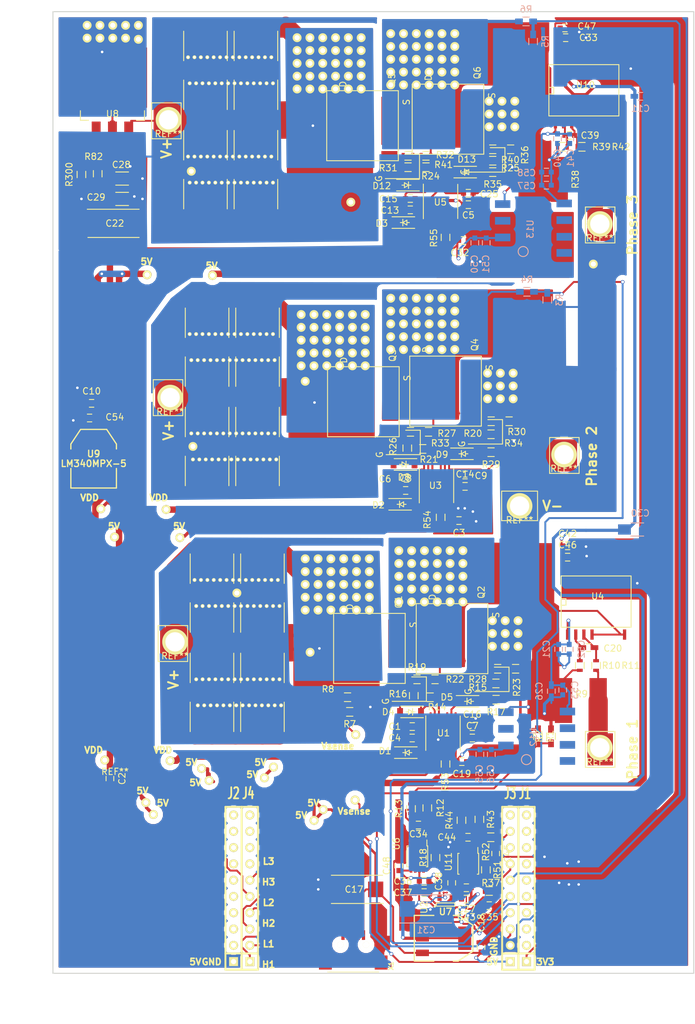
<source format=kicad_pcb>
(kicad_pcb (version 20171130) (host pcbnew "(5.1.12)-1")
  (layers (0 F.Cu signal) (1 In1.Cu signal) (2 In2.Cu signal) (31 B.Cu signal) (34 B.Paste user hide) (35 F.Paste user hide) (36 B.SilkS user) (37 F.SilkS user) (38 B.Mask user hide) (39 F.Mask user) (44 Edge.Cuts user))
  (net 0 "")
  (net 1 GND)
  (net 2 +5V)
  (net 3 V_SUPPLY)
  (net 4 "/Power MOSFETS/CurrentA")
  (net 5 "/Power MOSFETS/H2_VS")
  (net 6 "/Power MOSFETS/CurrentB")
  (net 7 "/Power MOSFETS/CurrentC")
  (net 8 "/Power MOSFETS/M_H1")
  (net 9 "/Power MOSFETS/M_L1")
  (net 10 "/Power MOSFETS/M_H2")
  (net 11 "/Power MOSFETS/M_L2")
  (net 12 "/Power MOSFETS/M_H3")
  (net 13 "/Power MOSFETS/M_L3")
  (net 14 "/Power MOSFETS/PHASE_1")
  (net 15 "/Power MOSFETS/PHASE_3")
  (net 16 "Net-(J1-Pad2)")
  (net 17 "Net-(J1-Pad3)")
  (net 18 "Net-(J1-Pad4)")
  (net 19 "Net-(J1-Pad5)")
  (net 20 "Net-(J1-Pad6)")
  (net 21 "Net-(J1-Pad7)")
  (net 22 "Net-(J1-Pad8)")
  (net 23 "Net-(J1-Pad9)")
  (net 24 "Net-(J1-Pad10)")
  (net 25 "Net-(J2-Pad2)")
  (net 26 "Net-(J2-Pad4)")
  (net 27 "Net-(J2-Pad6)")
  (net 28 "Net-(J2-Pad7)")
  (net 29 "Net-(J2-Pad8)")
  (net 30 "Net-(J2-Pad9)")
  (net 31 "Net-(J3-Pad3)")
  (net 32 "Net-(J3-Pad4)")
  (net 33 "Net-(J3-Pad5)")
  (net 34 "Net-(J3-Pad6)")
  (net 35 "Net-(J3-Pad10)")
  (net 36 "Net-(J4-Pad7)")
  (net 37 "Net-(J4-Pad8)")
  (net 38 "Net-(J4-Pad9)")
  (net 39 "Net-(J4-Pad10)")
  (net 40 +3V3)
  (net 41 "Net-(X1-Pad4)")
  (net 42 "Net-(C1-Pad1)")
  (net 43 "Net-(C6-Pad1)")
  (net 44 "Net-(C13-Pad1)")
  (net 45 "Net-(U1-Pad6)")
  (net 46 "Net-(U3-Pad6)")
  (net 47 "Net-(U5-Pad6)")
  (net 48 VDD)
  (net 49 "Net-(R300-Pad1)")
  (net 50 "Net-(C24-Pad2)")
  (net 51 "Net-(D4-Pad1)")
  (net 52 "Net-(D4-Pad2)")
  (net 53 "Net-(D5-Pad1)")
  (net 54 "Net-(D5-Pad2)")
  (net 55 "Net-(D8-Pad1)")
  (net 56 "Net-(D8-Pad2)")
  (net 57 "Net-(D9-Pad1)")
  (net 58 "Net-(D9-Pad2)")
  (net 59 "Net-(D12-Pad1)")
  (net 60 "Net-(D12-Pad2)")
  (net 61 "Net-(D13-Pad1)")
  (net 62 "Net-(D13-Pad2)")
  (net 63 "Net-(Q1-Pad3)")
  (net 64 "Net-(Q2-Pad3)")
  (net 65 "Net-(Q3-Pad3)")
  (net 66 "Net-(Q4-Pad3)")
  (net 67 "Net-(Q6-Pad3)")
  (net 68 "Net-(Q5-Pad3)")
  (net 69 "Net-(R14-Pad1)")
  (net 70 "Net-(R15-Pad2)")
  (net 71 "Net-(R20-Pad2)")
  (net 72 "Net-(R21-Pad2)")
  (net 73 "Net-(R24-Pad2)")
  (net 74 "Net-(R25-Pad2)")
  (net 75 GNDA)
  (net 76 +1V5)
  (net 77 "Net-(C20-Pad1)")
  (net 78 "Net-(C20-Pad2)")
  (net 79 +5VA)
  (net 80 "Net-(C34-Pad1)")
  (net 81 "Net-(C34-Pad2)")
  (net 82 "Net-(C39-Pad1)")
  (net 83 "Net-(C39-Pad2)")
  (net 84 +5VD)
  (net 85 GNDD)
  (net 86 "Net-(C44-Pad1)")
  (net 87 "Net-(C44-Pad2)")
  (net 88 "Net-(R18-Pad1)")
  (net 89 "Net-(R18-Pad2)")
  (net 90 "Net-(R37-Pad2)")
  (net 91 "Net-(R51-Pad1)")
  (net 92 "Net-(R51-Pad2)")
  (net 93 "Net-(R52-Pad2)")
  (net 94 "Net-(R53-Pad1)")
  (net 95 "Net-(R54-Pad1)")
  (net 96 "Net-(R55-Pad1)")
  (net 97 "Net-(U12-Pad3)")
  (net 98 "Net-(U12-Pad8)")
  (net 99 "Net-(U12-Pad6)")
  (net 100 "Net-(U12-Pad7)")
  (net 101 "Net-(U13-Pad3)")
  (net 102 "Net-(U13-Pad8)")
  (net 103 "Net-(U13-Pad6)")
  (net 104 "Net-(U13-Pad7)")
  (net 105 "/Power MOSFETS/sense1_P")
  (net 106 "/Power MOSFETS/sense2_P")
  (net 107 "/Power MOSFETS/sense2_N")
  (net 108 "/Power MOSFETS/sense1_N")
  (net 109 "Net-(J2-Pad3)")
  (net 110 "Net-(J2-Pad5)")
  (net 111 "Net-(X1-Pad2)")
  (net 112 "Net-(X1-Pad3)")
  (module BGA_ADP172 (layer F.Cu) (at 245.368 141.982)
    (fp_text reference REF** hide)
    (fp_text value bga)
    (pad 1 smd circle (at -0.25 0.25) (size 0.32 0.32) (layers F.Cu F.Paste F.Mask) (net 40 +3V3))
    (pad 2 smd circle (at 0.25 0.25) (size 0.32 0.32) (layers F.Cu F.Paste F.Mask) (net 40 +3V3))
    (pad 3 smd circle (at 0.25 -0.25) (size 0.32 0.32) (layers F.Cu F.Paste F.Mask) (net 1 GND))
    (pad 4 smd circle (at -0.25 -0.25) (size 0.32 0.32) (layers F.Cu F.Paste F.Mask) (net 76 +1V5))
  )
  (module LOGO (layer F.Cu) (at 274.828 146.558)
    (fp_text reference G*** hide)
    (fp_text value LOGO hide)
  )
  (module jumper (layer F.Cu) (at 212.852 95.404)
    (fp_text reference REF**1611 hide)
    (fp_text value jumper)
    (pad 1 thru_hole circle (at 0 0.1) (size 1.397 1.397) (drill 0.812) (layers *.Cu *.Mask F.SilkS) (net 1 GND))
  )
  (module jumper (layer F.Cu) (at 268.478 44.096)
    (fp_text reference REF**1611 hide)
    (fp_text value jumper)
    (pad 1 thru_hole circle (at 0 0.1) (size 1.397 1.397) (drill 0.812) (layers *.Cu *.Mask F.SilkS) (net 1 GND))
  )
  (module jumper (layer F.Cu) (at 205.74 29.618)
    (fp_text reference REF**1611 hide)
    (fp_text value jumper)
    (pad 1 thru_hole circle (at 0 0.1) (size 1.397 1.397) (drill 0.812) (layers *.Cu *.Mask F.SilkS) (net 1 GND))
  )
  (module jumper (layer F.Cu) (at 230.632 34.444)
    (fp_text reference REF**111 hide)
    (fp_text value jumper)
    (pad 1 thru_hole circle (at 0 0.1) (size 1.397 1.397) (drill 0.812) (layers *.Cu *.Mask F.SilkS) (net 3 V_SUPPLY))
  )
  (module jumper (layer F.Cu) (at 223.52 62.384)
    (fp_text reference REF**111 hide)
    (fp_text value jumper)
    (pad 1 thru_hole circle (at 0 0.1) (size 1.397 1.397) (drill 0.812) (layers *.Cu *.Mask F.SilkS) (net 3 V_SUPPLY))
  )
  (module jumper (layer F.Cu) (at 205.994 72.544)
    (fp_text reference REF**1611 hide)
    (fp_text value jumper)
    (pad 1 thru_hole circle (at 0 0.1) (size 1.397 1.397) (drill 0.812) (layers *.Cu *.Mask F.SilkS) (net 1 GND))
  )
  (module jumper (layer F.Cu) (at 224.282 104.648)
    (fp_text reference REF**111 hide)
    (fp_text value jumper)
    (pad 1 thru_hole circle (at 0 0.1) (size 1.397 1.397) (drill 0.812) (layers *.Cu *.Mask F.SilkS) (net 3 V_SUPPLY))
  )
  (module jumper (layer F.Cu) (at 214.502 108.866)
    (fp_text reference REF**91 hide)
    (fp_text value jumper)
    (pad 1 thru_hole circle (at 0 0.1) (size 0.6 0.6) (drill 0.4) (layers *.Cu *.Mask F.SilkS) (net 1 GND))
  )
  (module jumper (layer F.Cu) (at 211.502 108.866)
    (fp_text reference REF**61 hide)
    (fp_text value jumper)
    (pad 1 thru_hole circle (at 0 0.1) (size 0.6 0.6) (drill 0.4) (layers *.Cu *.Mask F.SilkS) (net 1 GND))
  )
  (module jumper (layer F.Cu) (at 213.502 108.866)
    (fp_text reference REF**81 hide)
    (fp_text value jumper)
    (pad 1 thru_hole circle (at 0 0.1) (size 0.6 0.6) (drill 0.4) (layers *.Cu *.Mask F.SilkS) (net 1 GND))
  )
  (module jumper (layer F.Cu) (at 212.502 108.866)
    (fp_text reference REF**71 hide)
    (fp_text value jumper)
    (pad 1 thru_hole circle (at 0 0.1) (size 0.6 0.6) (drill 0.4) (layers *.Cu *.Mask F.SilkS) (net 1 GND))
  )
  (module jumper (layer F.Cu) (at 215.502 108.866)
    (fp_text reference REF**101 hide)
    (fp_text value jumper)
    (pad 1 thru_hole circle (at 0 0.1) (size 0.6 0.6) (drill 0.4) (layers *.Cu *.Mask F.SilkS) (net 1 GND))
  )
  (module jumper (layer F.Cu) (at 207.502 108.866)
    (fp_text reference REF**21 hide)
    (fp_text value jumper)
    (pad 1 thru_hole circle (at 0 0.1) (size 0.6 0.6) (drill 0.4) (layers *.Cu *.Mask F.SilkS) (net 1 GND))
  )
  (module jumper (layer F.Cu) (at 210.502 108.866)
    (fp_text reference REF**51 hide)
    (fp_text value jumper)
    (pad 1 thru_hole circle (at 0 0.1) (size 0.6 0.6) (drill 0.4) (layers *.Cu *.Mask F.SilkS) (net 1 GND))
  )
  (module jumper (layer F.Cu) (at 208.502 108.866)
    (fp_text reference REF**31 hide)
    (fp_text value jumper)
    (pad 1 thru_hole circle (at 0 0.1) (size 0.6 0.6) (drill 0.4) (layers *.Cu *.Mask F.SilkS) (net 1 GND))
  )
  (module jumper (layer F.Cu) (at 209.502 108.866)
    (fp_text reference REF**41 hide)
    (fp_text value jumper)
    (pad 1 thru_hole circle (at 0 0.1) (size 0.6 0.6) (drill 0.4) (layers *.Cu *.Mask F.SilkS) (net 1 GND))
  )
  (module jumper (layer F.Cu) (at 218.502 108.866)
    (fp_text reference REF**131 hide)
    (fp_text value jumper)
    (pad 1 thru_hole circle (at 0 0.1) (size 0.6 0.6) (drill 0.4) (layers *.Cu *.Mask F.SilkS) (net 1 GND))
  )
  (module jumper (layer F.Cu) (at 216.502 108.866)
    (fp_text reference REF**111 hide)
    (fp_text value jumper)
    (pad 1 thru_hole circle (at 0 0.1) (size 0.6 0.6) (drill 0.4) (layers *.Cu *.Mask F.SilkS) (net 1 GND))
  )
  (module jumper (layer F.Cu) (at 217.502 108.866)
    (fp_text reference REF**121 hide)
    (fp_text value jumper)
    (pad 1 thru_hole circle (at 0 0.1) (size 0.6 0.6) (drill 0.4) (layers *.Cu *.Mask F.SilkS) (net 1 GND))
  )
  (module jumper (layer F.Cu) (at 219.502 108.866)
    (fp_text reference REF**141 hide)
    (fp_text value jumper)
    (pad 1 thru_hole circle (at 0 0.1) (size 0.6 0.6) (drill 0.4) (layers *.Cu *.Mask F.SilkS) (net 1 GND))
  )
  (module jumper (layer F.Cu) (at 206.502 108.866)
    (fp_text reference REF**11 hide)
    (fp_text value jumper)
    (pad 1 thru_hole circle (at 0 0.1) (size 0.6 0.6) (drill 0.4) (layers *.Cu *.Mask F.SilkS) (net 1 GND))
  )
  (module jumper (layer F.Cu) (at 211.756 112.93)
    (fp_text reference REF**61 hide)
    (fp_text value jumper)
    (pad 1 thru_hole circle (at 0 0.1) (size 0.6 0.6) (drill 0.4) (layers *.Cu *.Mask F.SilkS) (net 1 GND))
  )
  (module jumper (layer F.Cu) (at 209.756 112.93)
    (fp_text reference REF**41 hide)
    (fp_text value jumper)
    (pad 1 thru_hole circle (at 0 0.1) (size 0.6 0.6) (drill 0.4) (layers *.Cu *.Mask F.SilkS) (net 1 GND))
  )
  (module jumper (layer F.Cu) (at 208.756 112.93)
    (fp_text reference REF**31 hide)
    (fp_text value jumper)
    (pad 1 thru_hole circle (at 0 0.1) (size 0.6 0.6) (drill 0.4) (layers *.Cu *.Mask F.SilkS) (net 1 GND))
  )
  (module jumper (layer F.Cu) (at 207.756 112.93)
    (fp_text reference REF**21 hide)
    (fp_text value jumper)
    (pad 1 thru_hole circle (at 0 0.1) (size 0.6 0.6) (drill 0.4) (layers *.Cu *.Mask F.SilkS) (net 1 GND))
  )
  (module jumper (layer F.Cu) (at 210.756 112.93)
    (fp_text reference REF**51 hide)
    (fp_text value jumper)
    (pad 1 thru_hole circle (at 0 0.1) (size 0.6 0.6) (drill 0.4) (layers *.Cu *.Mask F.SilkS) (net 1 GND))
  )
  (module jumper (layer F.Cu) (at 219.756 112.93)
    (fp_text reference REF**141 hide)
    (fp_text value jumper)
    (pad 1 thru_hole circle (at 0 0.1) (size 0.6 0.6) (drill 0.4) (layers *.Cu *.Mask F.SilkS) (net 1 GND))
  )
  (module jumper (layer F.Cu) (at 217.756 112.93)
    (fp_text reference REF**121 hide)
    (fp_text value jumper)
    (pad 1 thru_hole circle (at 0 0.1) (size 0.6 0.6) (drill 0.4) (layers *.Cu *.Mask F.SilkS) (net 1 GND))
  )
  (module jumper (layer F.Cu) (at 218.756 112.93)
    (fp_text reference REF**131 hide)
    (fp_text value jumper)
    (pad 1 thru_hole circle (at 0 0.1) (size 0.6 0.6) (drill 0.4) (layers *.Cu *.Mask F.SilkS) (net 1 GND))
  )
  (module jumper (layer F.Cu) (at 216.756 112.93)
    (fp_text reference REF**111 hide)
    (fp_text value jumper)
    (pad 1 thru_hole circle (at 0 0.1) (size 0.6 0.6) (drill 0.4) (layers *.Cu *.Mask F.SilkS) (net 1 GND))
  )
  (module jumper (layer F.Cu) (at 215.756 112.93)
    (fp_text reference REF**101 hide)
    (fp_text value jumper)
    (pad 1 thru_hole circle (at 0 0.1) (size 0.6 0.6) (drill 0.4) (layers *.Cu *.Mask F.SilkS) (net 1 GND))
  )
  (module jumper (layer F.Cu) (at 214.756 112.93)
    (fp_text reference REF**91 hide)
    (fp_text value jumper)
    (pad 1 thru_hole circle (at 0 0.1) (size 0.6 0.6) (drill 0.4) (layers *.Cu *.Mask F.SilkS) (net 1 GND))
  )
  (module jumper (layer F.Cu) (at 213.756 112.93)
    (fp_text reference REF**81 hide)
    (fp_text value jumper)
    (pad 1 thru_hole circle (at 0 0.1) (size 0.6 0.6) (drill 0.4) (layers *.Cu *.Mask F.SilkS) (net 1 GND))
  )
  (module jumper (layer F.Cu) (at 212.756 112.93)
    (fp_text reference REF**71 hide)
    (fp_text value jumper)
    (pad 1 thru_hole circle (at 0 0.1) (size 0.6 0.6) (drill 0.4) (layers *.Cu *.Mask F.SilkS) (net 1 GND))
  )
  (module jumper (layer F.Cu) (at 206.756 112.93)
    (fp_text reference REF**11 hide)
    (fp_text value jumper)
    (pad 1 thru_hole circle (at 0 0.1) (size 0.6 0.6) (drill 0.4) (layers *.Cu *.Mask F.SilkS) (net 1 GND))
  )
  (module jumper (layer F.Cu) (at 214.248 93.372)
    (fp_text reference REF**91 hide)
    (fp_text value jumper)
    (pad 1 thru_hole circle (at 0 0.1) (size 0.6 0.6) (drill 0.4) (layers *.Cu *.Mask F.SilkS) (net 1 GND))
  )
  (module jumper (layer F.Cu) (at 211.248 93.372)
    (fp_text reference REF**61 hide)
    (fp_text value jumper)
    (pad 1 thru_hole circle (at 0 0.1) (size 0.6 0.6) (drill 0.4) (layers *.Cu *.Mask F.SilkS) (net 1 GND))
  )
  (module jumper (layer F.Cu) (at 213.248 93.372)
    (fp_text reference REF**81 hide)
    (fp_text value jumper)
    (pad 1 thru_hole circle (at 0 0.1) (size 0.6 0.6) (drill 0.4) (layers *.Cu *.Mask F.SilkS) (net 1 GND))
  )
  (module jumper (layer F.Cu) (at 212.248 93.372)
    (fp_text reference REF**71 hide)
    (fp_text value jumper)
    (pad 1 thru_hole circle (at 0 0.1) (size 0.6 0.6) (drill 0.4) (layers *.Cu *.Mask F.SilkS) (net 1 GND))
  )
  (module jumper (layer F.Cu) (at 215.248 93.372)
    (fp_text reference REF**101 hide)
    (fp_text value jumper)
    (pad 1 thru_hole circle (at 0 0.1) (size 0.6 0.6) (drill 0.4) (layers *.Cu *.Mask F.SilkS) (net 1 GND))
  )
  (module jumper (layer F.Cu) (at 207.248 93.372)
    (fp_text reference REF**21 hide)
    (fp_text value jumper)
    (pad 1 thru_hole circle (at 0 0.1) (size 0.6 0.6) (drill 0.4) (layers *.Cu *.Mask F.SilkS) (net 1 GND))
  )
  (module jumper (layer F.Cu) (at 210.248 93.372)
    (fp_text reference REF**51 hide)
    (fp_text value jumper)
    (pad 1 thru_hole circle (at 0 0.1) (size 0.6 0.6) (drill 0.4) (layers *.Cu *.Mask F.SilkS) (net 1 GND))
  )
  (module jumper (layer F.Cu) (at 208.248 93.372)
    (fp_text reference REF**31 hide)
    (fp_text value jumper)
    (pad 1 thru_hole circle (at 0 0.1) (size 0.6 0.6) (drill 0.4) (layers *.Cu *.Mask F.SilkS) (net 1 GND))
  )
  (module jumper (layer F.Cu) (at 209.248 93.372)
    (fp_text reference REF**41 hide)
    (fp_text value jumper)
    (pad 1 thru_hole circle (at 0 0.1) (size 0.6 0.6) (drill 0.4) (layers *.Cu *.Mask F.SilkS) (net 1 GND))
  )
  (module jumper (layer F.Cu) (at 218.248 93.372)
    (fp_text reference REF**131 hide)
    (fp_text value jumper)
    (pad 1 thru_hole circle (at 0 0.1) (size 0.6 0.6) (drill 0.4) (layers *.Cu *.Mask F.SilkS) (net 1 GND))
  )
  (module jumper (layer F.Cu) (at 216.248 93.372)
    (fp_text reference REF**111 hide)
    (fp_text value jumper)
    (pad 1 thru_hole circle (at 0 0.1) (size 0.6 0.6) (drill 0.4) (layers *.Cu *.Mask F.SilkS) (net 1 GND))
  )
  (module jumper (layer F.Cu) (at 217.248 93.372)
    (fp_text reference REF**121 hide)
    (fp_text value jumper)
    (pad 1 thru_hole circle (at 0 0.1) (size 0.6 0.6) (drill 0.4) (layers *.Cu *.Mask F.SilkS) (net 1 GND))
  )
  (module jumper (layer F.Cu) (at 219.248 93.372)
    (fp_text reference REF**141 hide)
    (fp_text value jumper)
    (pad 1 thru_hole circle (at 0 0.1) (size 0.6 0.6) (drill 0.4) (layers *.Cu *.Mask F.SilkS) (net 1 GND))
  )
  (module jumper (layer F.Cu) (at 206.248 93.372)
    (fp_text reference REF**11 hide)
    (fp_text value jumper)
    (pad 1 thru_hole circle (at 0 0.1) (size 0.6 0.6) (drill 0.4) (layers *.Cu *.Mask F.SilkS) (net 1 GND))
  )
  (module jumper (layer F.Cu) (at 211.502 97.436)
    (fp_text reference REF**61 hide)
    (fp_text value jumper)
    (pad 1 thru_hole circle (at 0 0.1) (size 0.6 0.6) (drill 0.4) (layers *.Cu *.Mask F.SilkS) (net 1 GND))
  )
  (module jumper (layer F.Cu) (at 209.502 97.436)
    (fp_text reference REF**41 hide)
    (fp_text value jumper)
    (pad 1 thru_hole circle (at 0 0.1) (size 0.6 0.6) (drill 0.4) (layers *.Cu *.Mask F.SilkS) (net 1 GND))
  )
  (module jumper (layer F.Cu) (at 208.502 97.436)
    (fp_text reference REF**31 hide)
    (fp_text value jumper)
    (pad 1 thru_hole circle (at 0 0.1) (size 0.6 0.6) (drill 0.4) (layers *.Cu *.Mask F.SilkS) (net 1 GND))
  )
  (module jumper (layer F.Cu) (at 207.502 97.436)
    (fp_text reference REF**21 hide)
    (fp_text value jumper)
    (pad 1 thru_hole circle (at 0 0.1) (size 0.6 0.6) (drill 0.4) (layers *.Cu *.Mask F.SilkS) (net 1 GND))
  )
  (module jumper (layer F.Cu) (at 210.502 97.436)
    (fp_text reference REF**51 hide)
    (fp_text value jumper)
    (pad 1 thru_hole circle (at 0 0.1) (size 0.6 0.6) (drill 0.4) (layers *.Cu *.Mask F.SilkS) (net 1 GND))
  )
  (module jumper (layer F.Cu) (at 219.502 97.436)
    (fp_text reference REF**141 hide)
    (fp_text value jumper)
    (pad 1 thru_hole circle (at 0 0.1) (size 0.6 0.6) (drill 0.4) (layers *.Cu *.Mask F.SilkS) (net 1 GND))
  )
  (module jumper (layer F.Cu) (at 217.502 97.436)
    (fp_text reference REF**121 hide)
    (fp_text value jumper)
    (pad 1 thru_hole circle (at 0 0.1) (size 0.6 0.6) (drill 0.4) (layers *.Cu *.Mask F.SilkS) (net 1 GND))
  )
  (module jumper (layer F.Cu) (at 218.502 97.436)
    (fp_text reference REF**131 hide)
    (fp_text value jumper)
    (pad 1 thru_hole circle (at 0 0.1) (size 0.6 0.6) (drill 0.4) (layers *.Cu *.Mask F.SilkS) (net 1 GND))
  )
  (module jumper (layer F.Cu) (at 216.502 97.436)
    (fp_text reference REF**111 hide)
    (fp_text value jumper)
    (pad 1 thru_hole circle (at 0 0.1) (size 0.6 0.6) (drill 0.4) (layers *.Cu *.Mask F.SilkS) (net 1 GND))
  )
  (module jumper (layer F.Cu) (at 215.502 97.436)
    (fp_text reference REF**101 hide)
    (fp_text value jumper)
    (pad 1 thru_hole circle (at 0 0.1) (size 0.6 0.6) (drill 0.4) (layers *.Cu *.Mask F.SilkS) (net 1 GND))
  )
  (module jumper (layer F.Cu) (at 214.502 97.436)
    (fp_text reference REF**91 hide)
    (fp_text value jumper)
    (pad 1 thru_hole circle (at 0 0.1) (size 0.6 0.6) (drill 0.4) (layers *.Cu *.Mask F.SilkS) (net 1 GND))
  )
  (module jumper (layer F.Cu) (at 213.502 97.436)
    (fp_text reference REF**81 hide)
    (fp_text value jumper)
    (pad 1 thru_hole circle (at 0 0.1) (size 0.6 0.6) (drill 0.4) (layers *.Cu *.Mask F.SilkS) (net 1 GND))
  )
  (module jumper (layer F.Cu) (at 212.502 97.436)
    (fp_text reference REF**71 hide)
    (fp_text value jumper)
    (pad 1 thru_hole circle (at 0 0.1) (size 0.6 0.6) (drill 0.4) (layers *.Cu *.Mask F.SilkS) (net 1 GND))
  )
  (module jumper (layer F.Cu) (at 206.502 97.436)
    (fp_text reference REF**11 hide)
    (fp_text value jumper)
    (pad 1 thru_hole circle (at 0 0.1) (size 0.6 0.6) (drill 0.4) (layers *.Cu *.Mask F.SilkS) (net 1 GND))
  )
  (module jumper (layer F.Cu) (at 213.74 70.512)
    (fp_text reference REF**91 hide)
    (fp_text value jumper)
    (pad 1 thru_hole circle (at 0 0.1) (size 0.6 0.6) (drill 0.4) (layers *.Cu *.Mask F.SilkS) (net 1 GND))
  )
  (module jumper (layer F.Cu) (at 210.74 70.512)
    (fp_text reference REF**61 hide)
    (fp_text value jumper)
    (pad 1 thru_hole circle (at 0 0.1) (size 0.6 0.6) (drill 0.4) (layers *.Cu *.Mask F.SilkS) (net 1 GND))
  )
  (module jumper (layer F.Cu) (at 212.74 70.512)
    (fp_text reference REF**81 hide)
    (fp_text value jumper)
    (pad 1 thru_hole circle (at 0 0.1) (size 0.6 0.6) (drill 0.4) (layers *.Cu *.Mask F.SilkS) (net 1 GND))
  )
  (module jumper (layer F.Cu) (at 211.74 70.512)
    (fp_text reference REF**71 hide)
    (fp_text value jumper)
    (pad 1 thru_hole circle (at 0 0.1) (size 0.6 0.6) (drill 0.4) (layers *.Cu *.Mask F.SilkS) (net 1 GND))
  )
  (module jumper (layer F.Cu) (at 214.74 70.512)
    (fp_text reference REF**101 hide)
    (fp_text value jumper)
    (pad 1 thru_hole circle (at 0 0.1) (size 0.6 0.6) (drill 0.4) (layers *.Cu *.Mask F.SilkS) (net 1 GND))
  )
  (module jumper (layer F.Cu) (at 206.74 70.512)
    (fp_text reference REF**21 hide)
    (fp_text value jumper)
    (pad 1 thru_hole circle (at 0 0.1) (size 0.6 0.6) (drill 0.4) (layers *.Cu *.Mask F.SilkS) (net 1 GND))
  )
  (module jumper (layer F.Cu) (at 209.74 70.512)
    (fp_text reference REF**51 hide)
    (fp_text value jumper)
    (pad 1 thru_hole circle (at 0 0.1) (size 0.6 0.6) (drill 0.4) (layers *.Cu *.Mask F.SilkS) (net 1 GND))
  )
  (module jumper (layer F.Cu) (at 207.74 70.512)
    (fp_text reference REF**31 hide)
    (fp_text value jumper)
    (pad 1 thru_hole circle (at 0 0.1) (size 0.6 0.6) (drill 0.4) (layers *.Cu *.Mask F.SilkS) (net 1 GND))
  )
  (module jumper (layer F.Cu) (at 208.74 70.512)
    (fp_text reference REF**41 hide)
    (fp_text value jumper)
    (pad 1 thru_hole circle (at 0 0.1) (size 0.6 0.6) (drill 0.4) (layers *.Cu *.Mask F.SilkS) (net 1 GND))
  )
  (module jumper (layer F.Cu) (at 217.74 70.512)
    (fp_text reference REF**131 hide)
    (fp_text value jumper)
    (pad 1 thru_hole circle (at 0 0.1) (size 0.6 0.6) (drill 0.4) (layers *.Cu *.Mask F.SilkS) (net 1 GND))
  )
  (module jumper (layer F.Cu) (at 215.74 70.512)
    (fp_text reference REF**111 hide)
    (fp_text value jumper)
    (pad 1 thru_hole circle (at 0 0.1) (size 0.6 0.6) (drill 0.4) (layers *.Cu *.Mask F.SilkS) (net 1 GND))
  )
  (module jumper (layer F.Cu) (at 216.74 70.512)
    (fp_text reference REF**121 hide)
    (fp_text value jumper)
    (pad 1 thru_hole circle (at 0 0.1) (size 0.6 0.6) (drill 0.4) (layers *.Cu *.Mask F.SilkS) (net 1 GND))
  )
  (module jumper (layer F.Cu) (at 218.74 70.512)
    (fp_text reference REF**141 hide)
    (fp_text value jumper)
    (pad 1 thru_hole circle (at 0 0.1) (size 0.6 0.6) (drill 0.4) (layers *.Cu *.Mask F.SilkS) (net 1 GND))
  )
  (module jumper (layer F.Cu) (at 205.74 70.512)
    (fp_text reference REF**11 hide)
    (fp_text value jumper)
    (pad 1 thru_hole circle (at 0 0.1) (size 0.6 0.6) (drill 0.4) (layers *.Cu *.Mask F.SilkS) (net 1 GND))
  )
  (module jumper (layer F.Cu) (at 210.994 74.576)
    (fp_text reference REF**61 hide)
    (fp_text value jumper)
    (pad 1 thru_hole circle (at 0 0.1) (size 0.6 0.6) (drill 0.4) (layers *.Cu *.Mask F.SilkS) (net 1 GND))
  )
  (module jumper (layer F.Cu) (at 208.994 74.576)
    (fp_text reference REF**41 hide)
    (fp_text value jumper)
    (pad 1 thru_hole circle (at 0 0.1) (size 0.6 0.6) (drill 0.4) (layers *.Cu *.Mask F.SilkS) (net 1 GND))
  )
  (module jumper (layer F.Cu) (at 207.994 74.576)
    (fp_text reference REF**31 hide)
    (fp_text value jumper)
    (pad 1 thru_hole circle (at 0 0.1) (size 0.6 0.6) (drill 0.4) (layers *.Cu *.Mask F.SilkS) (net 1 GND))
  )
  (module jumper (layer F.Cu) (at 206.994 74.576)
    (fp_text reference REF**21 hide)
    (fp_text value jumper)
    (pad 1 thru_hole circle (at 0 0.1) (size 0.6 0.6) (drill 0.4) (layers *.Cu *.Mask F.SilkS) (net 1 GND))
  )
  (module jumper (layer F.Cu) (at 209.994 74.576)
    (fp_text reference REF**51 hide)
    (fp_text value jumper)
    (pad 1 thru_hole circle (at 0 0.1) (size 0.6 0.6) (drill 0.4) (layers *.Cu *.Mask F.SilkS) (net 1 GND))
  )
  (module jumper (layer F.Cu) (at 218.994 74.576)
    (fp_text reference REF**141 hide)
    (fp_text value jumper)
    (pad 1 thru_hole circle (at 0 0.1) (size 0.6 0.6) (drill 0.4) (layers *.Cu *.Mask F.SilkS) (net 1 GND))
  )
  (module jumper (layer F.Cu) (at 216.994 74.576)
    (fp_text reference REF**121 hide)
    (fp_text value jumper)
    (pad 1 thru_hole circle (at 0 0.1) (size 0.6 0.6) (drill 0.4) (layers *.Cu *.Mask F.SilkS) (net 1 GND))
  )
  (module jumper (layer F.Cu) (at 217.994 74.576)
    (fp_text reference REF**131 hide)
    (fp_text value jumper)
    (pad 1 thru_hole circle (at 0 0.1) (size 0.6 0.6) (drill 0.4) (layers *.Cu *.Mask F.SilkS) (net 1 GND))
  )
  (module jumper (layer F.Cu) (at 215.994 74.576)
    (fp_text reference REF**111 hide)
    (fp_text value jumper)
    (pad 1 thru_hole circle (at 0 0.1) (size 0.6 0.6) (drill 0.4) (layers *.Cu *.Mask F.SilkS) (net 1 GND))
  )
  (module jumper (layer F.Cu) (at 214.994 74.576)
    (fp_text reference REF**101 hide)
    (fp_text value jumper)
    (pad 1 thru_hole circle (at 0 0.1) (size 0.6 0.6) (drill 0.4) (layers *.Cu *.Mask F.SilkS) (net 1 GND))
  )
  (module jumper (layer F.Cu) (at 213.994 74.576)
    (fp_text reference REF**91 hide)
    (fp_text value jumper)
    (pad 1 thru_hole circle (at 0 0.1) (size 0.6 0.6) (drill 0.4) (layers *.Cu *.Mask F.SilkS) (net 1 GND))
  )
  (module jumper (layer F.Cu) (at 212.994 74.576)
    (fp_text reference REF**81 hide)
    (fp_text value jumper)
    (pad 1 thru_hole circle (at 0 0.1) (size 0.6 0.6) (drill 0.4) (layers *.Cu *.Mask F.SilkS) (net 1 GND))
  )
  (module jumper (layer F.Cu) (at 211.994 74.576)
    (fp_text reference REF**71 hide)
    (fp_text value jumper)
    (pad 1 thru_hole circle (at 0 0.1) (size 0.6 0.6) (drill 0.4) (layers *.Cu *.Mask F.SilkS) (net 1 GND))
  )
  (module jumper (layer F.Cu) (at 205.994 74.576)
    (fp_text reference REF**11 hide)
    (fp_text value jumper)
    (pad 1 thru_hole circle (at 0 0.1) (size 0.6 0.6) (drill 0.4) (layers *.Cu *.Mask F.SilkS) (net 1 GND))
  )
  (module jumper (layer F.Cu) (at 213.486 55.018)
    (fp_text reference REF**91 hide)
    (fp_text value jumper)
    (pad 1 thru_hole circle (at 0 0.1) (size 0.6 0.6) (drill 0.4) (layers *.Cu *.Mask F.SilkS) (net 1 GND))
  )
  (module jumper (layer F.Cu) (at 210.486 55.018)
    (fp_text reference REF**61 hide)
    (fp_text value jumper)
    (pad 1 thru_hole circle (at 0 0.1) (size 0.6 0.6) (drill 0.4) (layers *.Cu *.Mask F.SilkS) (net 1 GND))
  )
  (module jumper (layer F.Cu) (at 212.486 55.018)
    (fp_text reference REF**81 hide)
    (fp_text value jumper)
    (pad 1 thru_hole circle (at 0 0.1) (size 0.6 0.6) (drill 0.4) (layers *.Cu *.Mask F.SilkS) (net 1 GND))
  )
  (module jumper (layer F.Cu) (at 211.486 55.018)
    (fp_text reference REF**71 hide)
    (fp_text value jumper)
    (pad 1 thru_hole circle (at 0 0.1) (size 0.6 0.6) (drill 0.4) (layers *.Cu *.Mask F.SilkS) (net 1 GND))
  )
  (module jumper (layer F.Cu) (at 214.486 55.018)
    (fp_text reference REF**101 hide)
    (fp_text value jumper)
    (pad 1 thru_hole circle (at 0 0.1) (size 0.6 0.6) (drill 0.4) (layers *.Cu *.Mask F.SilkS) (net 1 GND))
  )
  (module jumper (layer F.Cu) (at 206.486 55.018)
    (fp_text reference REF**21 hide)
    (fp_text value jumper)
    (pad 1 thru_hole circle (at 0 0.1) (size 0.6 0.6) (drill 0.4) (layers *.Cu *.Mask F.SilkS) (net 1 GND))
  )
  (module jumper (layer F.Cu) (at 209.486 55.018)
    (fp_text reference REF**51 hide)
    (fp_text value jumper)
    (pad 1 thru_hole circle (at 0 0.1) (size 0.6 0.6) (drill 0.4) (layers *.Cu *.Mask F.SilkS) (net 1 GND))
  )
  (module jumper (layer F.Cu) (at 207.486 55.018)
    (fp_text reference REF**31 hide)
    (fp_text value jumper)
    (pad 1 thru_hole circle (at 0 0.1) (size 0.6 0.6) (drill 0.4) (layers *.Cu *.Mask F.SilkS) (net 1 GND))
  )
  (module jumper (layer F.Cu) (at 208.486 55.018)
    (fp_text reference REF**41 hide)
    (fp_text value jumper)
    (pad 1 thru_hole circle (at 0 0.1) (size 0.6 0.6) (drill 0.4) (layers *.Cu *.Mask F.SilkS) (net 1 GND))
  )
  (module jumper (layer F.Cu) (at 217.486 55.018)
    (fp_text reference REF**131 hide)
    (fp_text value jumper)
    (pad 1 thru_hole circle (at 0 0.1) (size 0.6 0.6) (drill 0.4) (layers *.Cu *.Mask F.SilkS) (net 1 GND))
  )
  (module jumper (layer F.Cu) (at 215.486 55.018)
    (fp_text reference REF**111 hide)
    (fp_text value jumper)
    (pad 1 thru_hole circle (at 0 0.1) (size 0.6 0.6) (drill 0.4) (layers *.Cu *.Mask F.SilkS) (net 1 GND))
  )
  (module jumper (layer F.Cu) (at 216.486 55.018)
    (fp_text reference REF**121 hide)
    (fp_text value jumper)
    (pad 1 thru_hole circle (at 0 0.1) (size 0.6 0.6) (drill 0.4) (layers *.Cu *.Mask F.SilkS) (net 1 GND))
  )
  (module jumper (layer F.Cu) (at 218.486 55.018)
    (fp_text reference REF**141 hide)
    (fp_text value jumper)
    (pad 1 thru_hole circle (at 0 0.1) (size 0.6 0.6) (drill 0.4) (layers *.Cu *.Mask F.SilkS) (net 1 GND))
  )
  (module jumper (layer F.Cu) (at 205.486 55.018)
    (fp_text reference REF**11 hide)
    (fp_text value jumper)
    (pad 1 thru_hole circle (at 0 0.1) (size 0.6 0.6) (drill 0.4) (layers *.Cu *.Mask F.SilkS) (net 1 GND))
  )
  (module jumper (layer F.Cu) (at 210.74 59.082)
    (fp_text reference REF**61 hide)
    (fp_text value jumper)
    (pad 1 thru_hole circle (at 0 0.1) (size 0.6 0.6) (drill 0.4) (layers *.Cu *.Mask F.SilkS) (net 1 GND))
  )
  (module jumper (layer F.Cu) (at 208.74 59.082)
    (fp_text reference REF**41 hide)
    (fp_text value jumper)
    (pad 1 thru_hole circle (at 0 0.1) (size 0.6 0.6) (drill 0.4) (layers *.Cu *.Mask F.SilkS) (net 1 GND))
  )
  (module jumper (layer F.Cu) (at 207.74 59.082)
    (fp_text reference REF**31 hide)
    (fp_text value jumper)
    (pad 1 thru_hole circle (at 0 0.1) (size 0.6 0.6) (drill 0.4) (layers *.Cu *.Mask F.SilkS) (net 1 GND))
  )
  (module jumper (layer F.Cu) (at 206.74 59.082)
    (fp_text reference REF**21 hide)
    (fp_text value jumper)
    (pad 1 thru_hole circle (at 0 0.1) (size 0.6 0.6) (drill 0.4) (layers *.Cu *.Mask F.SilkS) (net 1 GND))
  )
  (module jumper (layer F.Cu) (at 209.74 59.082)
    (fp_text reference REF**51 hide)
    (fp_text value jumper)
    (pad 1 thru_hole circle (at 0 0.1) (size 0.6 0.6) (drill 0.4) (layers *.Cu *.Mask F.SilkS) (net 1 GND))
  )
  (module jumper (layer F.Cu) (at 218.74 59.082)
    (fp_text reference REF**141 hide)
    (fp_text value jumper)
    (pad 1 thru_hole circle (at 0 0.1) (size 0.6 0.6) (drill 0.4) (layers *.Cu *.Mask F.SilkS) (net 1 GND))
  )
  (module jumper (layer F.Cu) (at 216.74 59.082)
    (fp_text reference REF**121 hide)
    (fp_text value jumper)
    (pad 1 thru_hole circle (at 0 0.1) (size 0.6 0.6) (drill 0.4) (layers *.Cu *.Mask F.SilkS) (net 1 GND))
  )
  (module jumper (layer F.Cu) (at 217.74 59.082)
    (fp_text reference REF**131 hide)
    (fp_text value jumper)
    (pad 1 thru_hole circle (at 0 0.1) (size 0.6 0.6) (drill 0.4) (layers *.Cu *.Mask F.SilkS) (net 1 GND))
  )
  (module jumper (layer F.Cu) (at 215.74 59.082)
    (fp_text reference REF**111 hide)
    (fp_text value jumper)
    (pad 1 thru_hole circle (at 0 0.1) (size 0.6 0.6) (drill 0.4) (layers *.Cu *.Mask F.SilkS) (net 1 GND))
  )
  (module jumper (layer F.Cu) (at 214.74 59.082)
    (fp_text reference REF**101 hide)
    (fp_text value jumper)
    (pad 1 thru_hole circle (at 0 0.1) (size 0.6 0.6) (drill 0.4) (layers *.Cu *.Mask F.SilkS) (net 1 GND))
  )
  (module jumper (layer F.Cu) (at 213.74 59.082)
    (fp_text reference REF**91 hide)
    (fp_text value jumper)
    (pad 1 thru_hole circle (at 0 0.1) (size 0.6 0.6) (drill 0.4) (layers *.Cu *.Mask F.SilkS) (net 1 GND))
  )
  (module jumper (layer F.Cu) (at 212.74 59.082)
    (fp_text reference REF**81 hide)
    (fp_text value jumper)
    (pad 1 thru_hole circle (at 0 0.1) (size 0.6 0.6) (drill 0.4) (layers *.Cu *.Mask F.SilkS) (net 1 GND))
  )
  (module jumper (layer F.Cu) (at 211.74 59.082)
    (fp_text reference REF**71 hide)
    (fp_text value jumper)
    (pad 1 thru_hole circle (at 0 0.1) (size 0.6 0.6) (drill 0.4) (layers *.Cu *.Mask F.SilkS) (net 1 GND))
  )
  (module jumper (layer F.Cu) (at 205.74 59.082)
    (fp_text reference REF**11 hide)
    (fp_text value jumper)
    (pad 1 thru_hole circle (at 0 0.1) (size 0.6 0.6) (drill 0.4) (layers *.Cu *.Mask F.SilkS) (net 1 GND))
  )
  (module jumper (layer F.Cu) (at 213.232 27.332)
    (fp_text reference REF**91 hide)
    (fp_text value jumper)
    (pad 1 thru_hole circle (at 0 0.1) (size 0.6 0.6) (drill 0.4) (layers *.Cu *.Mask F.SilkS) (net 1 GND))
  )
  (module jumper (layer F.Cu) (at 210.232 27.332)
    (fp_text reference REF**61 hide)
    (fp_text value jumper)
    (pad 1 thru_hole circle (at 0 0.1) (size 0.6 0.6) (drill 0.4) (layers *.Cu *.Mask F.SilkS) (net 1 GND))
  )
  (module jumper (layer F.Cu) (at 212.232 27.332)
    (fp_text reference REF**81 hide)
    (fp_text value jumper)
    (pad 1 thru_hole circle (at 0 0.1) (size 0.6 0.6) (drill 0.4) (layers *.Cu *.Mask F.SilkS) (net 1 GND))
  )
  (module jumper (layer F.Cu) (at 211.232 27.332)
    (fp_text reference REF**71 hide)
    (fp_text value jumper)
    (pad 1 thru_hole circle (at 0 0.1) (size 0.6 0.6) (drill 0.4) (layers *.Cu *.Mask F.SilkS) (net 1 GND))
  )
  (module jumper (layer F.Cu) (at 214.232 27.332)
    (fp_text reference REF**101 hide)
    (fp_text value jumper)
    (pad 1 thru_hole circle (at 0 0.1) (size 0.6 0.6) (drill 0.4) (layers *.Cu *.Mask F.SilkS) (net 1 GND))
  )
  (module jumper (layer F.Cu) (at 206.232 27.332)
    (fp_text reference REF**21 hide)
    (fp_text value jumper)
    (pad 1 thru_hole circle (at 0 0.1) (size 0.6 0.6) (drill 0.4) (layers *.Cu *.Mask F.SilkS) (net 1 GND))
  )
  (module jumper (layer F.Cu) (at 209.232 27.332)
    (fp_text reference REF**51 hide)
    (fp_text value jumper)
    (pad 1 thru_hole circle (at 0 0.1) (size 0.6 0.6) (drill 0.4) (layers *.Cu *.Mask F.SilkS) (net 1 GND))
  )
  (module jumper (layer F.Cu) (at 207.232 27.332)
    (fp_text reference REF**31 hide)
    (fp_text value jumper)
    (pad 1 thru_hole circle (at 0 0.1) (size 0.6 0.6) (drill 0.4) (layers *.Cu *.Mask F.SilkS) (net 1 GND))
  )
  (module jumper (layer F.Cu) (at 208.232 27.332)
    (fp_text reference REF**41 hide)
    (fp_text value jumper)
    (pad 1 thru_hole circle (at 0 0.1) (size 0.6 0.6) (drill 0.4) (layers *.Cu *.Mask F.SilkS) (net 1 GND))
  )
  (module jumper (layer F.Cu) (at 217.232 27.332)
    (fp_text reference REF**131 hide)
    (fp_text value jumper)
    (pad 1 thru_hole circle (at 0 0.1) (size 0.6 0.6) (drill 0.4) (layers *.Cu *.Mask F.SilkS) (net 1 GND))
  )
  (module jumper (layer F.Cu) (at 215.232 27.332)
    (fp_text reference REF**111 hide)
    (fp_text value jumper)
    (pad 1 thru_hole circle (at 0 0.1) (size 0.6 0.6) (drill 0.4) (layers *.Cu *.Mask F.SilkS) (net 1 GND))
  )
  (module jumper (layer F.Cu) (at 216.232 27.332)
    (fp_text reference REF**121 hide)
    (fp_text value jumper)
    (pad 1 thru_hole circle (at 0 0.1) (size 0.6 0.6) (drill 0.4) (layers *.Cu *.Mask F.SilkS) (net 1 GND))
  )
  (module jumper (layer F.Cu) (at 218.232 27.332)
    (fp_text reference REF**141 hide)
    (fp_text value jumper)
    (pad 1 thru_hole circle (at 0 0.1) (size 0.6 0.6) (drill 0.4) (layers *.Cu *.Mask F.SilkS) (net 1 GND))
  )
  (module jumper (layer F.Cu) (at 205.232 27.332)
    (fp_text reference REF**11 hide)
    (fp_text value jumper)
    (pad 1 thru_hole circle (at 0 0.1) (size 0.6 0.6) (drill 0.4) (layers *.Cu *.Mask F.SilkS) (net 1 GND))
  )
  (module jumper (layer F.Cu) (at 210.486 31.396)
    (fp_text reference REF**61 hide)
    (fp_text value jumper)
    (pad 1 thru_hole circle (at 0 0.1) (size 0.6 0.6) (drill 0.4) (layers *.Cu *.Mask F.SilkS) (net 1 GND))
  )
  (module jumper (layer F.Cu) (at 208.486 31.396)
    (fp_text reference REF**41 hide)
    (fp_text value jumper)
    (pad 1 thru_hole circle (at 0 0.1) (size 0.6 0.6) (drill 0.4) (layers *.Cu *.Mask F.SilkS) (net 1 GND))
  )
  (module jumper (layer F.Cu) (at 207.486 31.396)
    (fp_text reference REF**31 hide)
    (fp_text value jumper)
    (pad 1 thru_hole circle (at 0 0.1) (size 0.6 0.6) (drill 0.4) (layers *.Cu *.Mask F.SilkS) (net 1 GND))
  )
  (module jumper (layer F.Cu) (at 206.486 31.396)
    (fp_text reference REF**21 hide)
    (fp_text value jumper)
    (pad 1 thru_hole circle (at 0 0.1) (size 0.6 0.6) (drill 0.4) (layers *.Cu *.Mask F.SilkS) (net 1 GND))
  )
  (module jumper (layer F.Cu) (at 209.486 31.396)
    (fp_text reference REF**51 hide)
    (fp_text value jumper)
    (pad 1 thru_hole circle (at 0 0.1) (size 0.6 0.6) (drill 0.4) (layers *.Cu *.Mask F.SilkS) (net 1 GND))
  )
  (module jumper (layer F.Cu) (at 218.486 31.396)
    (fp_text reference REF**141 hide)
    (fp_text value jumper)
    (pad 1 thru_hole circle (at 0 0.1) (size 0.6 0.6) (drill 0.4) (layers *.Cu *.Mask F.SilkS) (net 1 GND))
  )
  (module jumper (layer F.Cu) (at 216.486 31.396)
    (fp_text reference REF**121 hide)
    (fp_text value jumper)
    (pad 1 thru_hole circle (at 0 0.1) (size 0.6 0.6) (drill 0.4) (layers *.Cu *.Mask F.SilkS) (net 1 GND))
  )
  (module jumper (layer F.Cu) (at 217.486 31.396)
    (fp_text reference REF**131 hide)
    (fp_text value jumper)
    (pad 1 thru_hole circle (at 0 0.1) (size 0.6 0.6) (drill 0.4) (layers *.Cu *.Mask F.SilkS) (net 1 GND))
  )
  (module jumper (layer F.Cu) (at 215.486 31.396)
    (fp_text reference REF**111 hide)
    (fp_text value jumper)
    (pad 1 thru_hole circle (at 0 0.1) (size 0.6 0.6) (drill 0.4) (layers *.Cu *.Mask F.SilkS) (net 1 GND))
  )
  (module jumper (layer F.Cu) (at 214.486 31.396)
    (fp_text reference REF**101 hide)
    (fp_text value jumper)
    (pad 1 thru_hole circle (at 0 0.1) (size 0.6 0.6) (drill 0.4) (layers *.Cu *.Mask F.SilkS) (net 1 GND))
  )
  (module jumper (layer F.Cu) (at 213.486 31.396)
    (fp_text reference REF**91 hide)
    (fp_text value jumper)
    (pad 1 thru_hole circle (at 0 0.1) (size 0.6 0.6) (drill 0.4) (layers *.Cu *.Mask F.SilkS) (net 1 GND))
  )
  (module jumper (layer F.Cu) (at 212.486 31.396)
    (fp_text reference REF**81 hide)
    (fp_text value jumper)
    (pad 1 thru_hole circle (at 0 0.1) (size 0.6 0.6) (drill 0.4) (layers *.Cu *.Mask F.SilkS) (net 1 GND))
  )
  (module jumper (layer F.Cu) (at 211.486 31.396)
    (fp_text reference REF**71 hide)
    (fp_text value jumper)
    (pad 1 thru_hole circle (at 0 0.1) (size 0.6 0.6) (drill 0.4) (layers *.Cu *.Mask F.SilkS) (net 1 GND))
  )
  (module jumper (layer F.Cu) (at 205.486 31.396)
    (fp_text reference REF**11 hide)
    (fp_text value jumper)
    (pad 1 thru_hole circle (at 0 0.1) (size 0.6 0.6) (drill 0.4) (layers *.Cu *.Mask F.SilkS) (net 1 GND))
  )
  (module jumper (layer F.Cu) (at 210.486 15.902)
    (fp_text reference REF**61 hide)
    (fp_text value jumper)
    (pad 1 thru_hole circle (at 0 0.1) (size 0.6 0.6) (drill 0.4) (layers *.Cu *.Mask F.SilkS) (net 1 GND))
  )
  (module jumper (layer F.Cu) (at 208.486 15.902)
    (fp_text reference REF**41 hide)
    (fp_text value jumper)
    (pad 1 thru_hole circle (at 0 0.1) (size 0.6 0.6) (drill 0.4) (layers *.Cu *.Mask F.SilkS) (net 1 GND))
  )
  (module jumper (layer F.Cu) (at 207.486 15.902)
    (fp_text reference REF**31 hide)
    (fp_text value jumper)
    (pad 1 thru_hole circle (at 0 0.1) (size 0.6 0.6) (drill 0.4) (layers *.Cu *.Mask F.SilkS) (net 1 GND))
  )
  (module jumper (layer F.Cu) (at 206.486 15.902)
    (fp_text reference REF**21 hide)
    (fp_text value jumper)
    (pad 1 thru_hole circle (at 0 0.1) (size 0.6 0.6) (drill 0.4) (layers *.Cu *.Mask F.SilkS) (net 1 GND))
  )
  (module jumper (layer F.Cu) (at 209.486 15.902)
    (fp_text reference REF**51 hide)
    (fp_text value jumper)
    (pad 1 thru_hole circle (at 0 0.1) (size 0.6 0.6) (drill 0.4) (layers *.Cu *.Mask F.SilkS) (net 1 GND))
  )
  (module jumper (layer F.Cu) (at 218.486 15.902)
    (fp_text reference REF**141 hide)
    (fp_text value jumper)
    (pad 1 thru_hole circle (at 0 0.1) (size 0.6 0.6) (drill 0.4) (layers *.Cu *.Mask F.SilkS) (net 1 GND))
  )
  (module jumper (layer F.Cu) (at 216.486 15.902)
    (fp_text reference REF**121 hide)
    (fp_text value jumper)
    (pad 1 thru_hole circle (at 0 0.1) (size 0.6 0.6) (drill 0.4) (layers *.Cu *.Mask F.SilkS) (net 1 GND))
  )
  (module jumper (layer F.Cu) (at 217.486 15.902)
    (fp_text reference REF**131 hide)
    (fp_text value jumper)
    (pad 1 thru_hole circle (at 0 0.1) (size 0.6 0.6) (drill 0.4) (layers *.Cu *.Mask F.SilkS) (net 1 GND))
  )
  (module jumper (layer F.Cu) (at 215.486 15.902)
    (fp_text reference REF**111 hide)
    (fp_text value jumper)
    (pad 1 thru_hole circle (at 0 0.1) (size 0.6 0.6) (drill 0.4) (layers *.Cu *.Mask F.SilkS) (net 1 GND))
  )
  (module jumper (layer F.Cu) (at 214.486 15.902)
    (fp_text reference REF**101 hide)
    (fp_text value jumper)
    (pad 1 thru_hole circle (at 0 0.1) (size 0.6 0.6) (drill 0.4) (layers *.Cu *.Mask F.SilkS) (net 1 GND))
  )
  (module jumper (layer F.Cu) (at 213.486 15.902)
    (fp_text reference REF**91 hide)
    (fp_text value jumper)
    (pad 1 thru_hole circle (at 0 0.1) (size 0.6 0.6) (drill 0.4) (layers *.Cu *.Mask F.SilkS) (net 1 GND))
  )
  (module jumper (layer F.Cu) (at 212.486 15.902)
    (fp_text reference REF**81 hide)
    (fp_text value jumper)
    (pad 1 thru_hole circle (at 0 0.1) (size 0.6 0.6) (drill 0.4) (layers *.Cu *.Mask F.SilkS) (net 1 GND))
  )
  (module jumper (layer F.Cu) (at 211.486 15.902)
    (fp_text reference REF**71 hide)
    (fp_text value jumper)
    (pad 1 thru_hole circle (at 0 0.1) (size 0.6 0.6) (drill 0.4) (layers *.Cu *.Mask F.SilkS) (net 1 GND))
  )
  (module jumper (layer F.Cu) (at 205.486 15.902)
    (fp_text reference REF**11 hide)
    (fp_text value jumper)
    (pad 1 thru_hole circle (at 0 0.1) (size 0.6 0.6) (drill 0.4) (layers *.Cu *.Mask F.SilkS) (net 1 GND))
  )
  (module jumper (layer F.Cu) (at 218.232 11.838)
    (fp_text reference REF**141 hide)
    (fp_text value jumper)
    (pad 1 thru_hole circle (at 0 0.1) (size 0.6 0.6) (drill 0.4) (layers *.Cu *.Mask F.SilkS) (net 1 GND))
  )
  (module jumper (layer F.Cu) (at 217.232 11.838)
    (fp_text reference REF**131 hide)
    (fp_text value jumper)
    (pad 1 thru_hole circle (at 0 0.1) (size 0.6 0.6) (drill 0.4) (layers *.Cu *.Mask F.SilkS) (net 1 GND))
  )
  (module jumper (layer F.Cu) (at 216.232 11.838)
    (fp_text reference REF**121 hide)
    (fp_text value jumper)
    (pad 1 thru_hole circle (at 0 0.1) (size 0.6 0.6) (drill 0.4) (layers *.Cu *.Mask F.SilkS) (net 1 GND))
  )
  (module jumper (layer F.Cu) (at 215.232 11.838)
    (fp_text reference REF**111 hide)
    (fp_text value jumper)
    (pad 1 thru_hole circle (at 0 0.1) (size 0.6 0.6) (drill 0.4) (layers *.Cu *.Mask F.SilkS) (net 1 GND))
  )
  (module jumper (layer F.Cu) (at 214.232 11.838)
    (fp_text reference REF**101 hide)
    (fp_text value jumper)
    (pad 1 thru_hole circle (at 0 0.1) (size 0.6 0.6) (drill 0.4) (layers *.Cu *.Mask F.SilkS) (net 1 GND))
  )
  (module jumper (layer F.Cu) (at 213.232 11.838)
    (fp_text reference REF**91 hide)
    (fp_text value jumper)
    (pad 1 thru_hole circle (at 0 0.1) (size 0.6 0.6) (drill 0.4) (layers *.Cu *.Mask F.SilkS) (net 1 GND))
  )
  (module jumper (layer F.Cu) (at 212.232 11.838)
    (fp_text reference REF**81 hide)
    (fp_text value jumper)
    (pad 1 thru_hole circle (at 0 0.1) (size 0.6 0.6) (drill 0.4) (layers *.Cu *.Mask F.SilkS) (net 1 GND))
  )
  (module jumper (layer F.Cu) (at 211.232 11.838)
    (fp_text reference REF**71 hide)
    (fp_text value jumper)
    (pad 1 thru_hole circle (at 0 0.1) (size 0.6 0.6) (drill 0.4) (layers *.Cu *.Mask F.SilkS) (net 1 GND))
  )
  (module jumper (layer F.Cu) (at 210.232 11.838)
    (fp_text reference REF**61 hide)
    (fp_text value jumper)
    (pad 1 thru_hole circle (at 0 0.1) (size 0.6 0.6) (drill 0.4) (layers *.Cu *.Mask F.SilkS) (net 1 GND))
  )
  (module jumper (layer F.Cu) (at 209.232 11.838)
    (fp_text reference REF**51 hide)
    (fp_text value jumper)
    (pad 1 thru_hole circle (at 0 0.1) (size 0.6 0.6) (drill 0.4) (layers *.Cu *.Mask F.SilkS) (net 1 GND))
  )
  (module jumper (layer F.Cu) (at 208.232 11.838)
    (fp_text reference REF**41 hide)
    (fp_text value jumper)
    (pad 1 thru_hole circle (at 0 0.1) (size 0.6 0.6) (drill 0.4) (layers *.Cu *.Mask F.SilkS) (net 1 GND))
  )
  (module jumper (layer F.Cu) (at 207.232 11.838)
    (fp_text reference REF**31 hide)
    (fp_text value jumper)
    (pad 1 thru_hole circle (at 0 0.1) (size 0.6 0.6) (drill 0.4) (layers *.Cu *.Mask F.SilkS) (net 1 GND))
  )
  (module jumper (layer F.Cu) (at 206.232 11.838)
    (fp_text reference REF**21 hide)
    (fp_text value jumper)
    (pad 1 thru_hole circle (at 0 0.1) (size 0.6 0.6) (drill 0.4) (layers *.Cu *.Mask F.SilkS) (net 1 GND))
  )
  (module jumper (layer F.Cu) (at 205.232 11.838)
    (fp_text reference REF**11 hide)
    (fp_text value jumper)
    (pad 1 thru_hole circle (at 0 0.1) (size 0.6 0.6) (drill 0.4) (layers *.Cu *.Mask F.SilkS) (net 1 GND))
  )
  (module jumper (layer F.Cu) (at 197.484 9.044)
    (fp_text reference REF**1652 hide)
    (fp_text value jumper)
    (pad 1 thru_hole circle (at 0 0.1) (size 1.397 1.397) (drill 0.812) (layers *.Cu *.Mask F.SilkS) (net 48 VDD))
  )
  (module jumper (layer F.Cu) (at 195.484 8.858)
    (fp_text reference REF**1642 hide)
    (fp_text value jumper)
    (pad 1 thru_hole circle (at 0 0.1) (size 1.397 1.397) (drill 0.812) (layers *.Cu *.Mask F.SilkS) (net 48 VDD))
  )
  (module jumper (layer F.Cu) (at 193.484 8.858)
    (fp_text reference REF**1632 hide)
    (fp_text value jumper)
    (pad 1 thru_hole circle (at 0 0.1) (size 1.397 1.397) (drill 0.812) (layers *.Cu *.Mask F.SilkS) (net 48 VDD))
  )
  (module jumper (layer F.Cu) (at 191.484 8.858)
    (fp_text reference REF**1622 hide)
    (fp_text value jumper)
    (pad 1 thru_hole circle (at 0 0.1) (size 1.397 1.397) (drill 0.812) (layers *.Cu *.Mask F.SilkS) (net 48 VDD))
  )
  (module jumper (layer F.Cu) (at 189.484 8.858)
    (fp_text reference REF**1612 hide)
    (fp_text value jumper)
    (pad 1 thru_hole circle (at 0 0.1) (size 1.397 1.397) (drill 0.812) (layers *.Cu *.Mask F.SilkS) (net 48 VDD))
  )
  (module jumper (layer F.Cu) (at 197.484 6.858)
    (fp_text reference REF**1651 hide)
    (fp_text value jumper)
    (pad 1 thru_hole circle (at 0 0.1) (size 1.397 1.397) (drill 0.812) (layers *.Cu *.Mask F.SilkS) (net 48 VDD))
  )
  (module jumper (layer F.Cu) (at 195.484 6.858)
    (fp_text reference REF**1641 hide)
    (fp_text value jumper)
    (pad 1 thru_hole circle (at 0 0.1) (size 1.397 1.397) (drill 0.812) (layers *.Cu *.Mask F.SilkS) (net 48 VDD))
  )
  (module jumper (layer F.Cu) (at 193.484 6.858)
    (fp_text reference REF**1631 hide)
    (fp_text value jumper)
    (pad 1 thru_hole circle (at 0 0.1) (size 1.397 1.397) (drill 0.812) (layers *.Cu *.Mask F.SilkS) (net 48 VDD))
  )
  (module jumper (layer F.Cu) (at 191.484 6.858)
    (fp_text reference REF**1621 hide)
    (fp_text value jumper)
    (pad 1 thru_hole circle (at 0 0.1) (size 1.397 1.397) (drill 0.812) (layers *.Cu *.Mask F.SilkS) (net 48 VDD))
  )
  (module jumper (layer F.Cu) (at 189.484 6.858)
    (fp_text reference REF**1611 hide)
    (fp_text value jumper)
    (pad 1 thru_hole circle (at 0 0.1) (size 1.397 1.397) (drill 0.812) (layers *.Cu *.Mask F.SilkS) (net 48 VDD))
  )
  (module jumper (layer F.Cu) (at 255.968 65.114)
    (fp_text reference REF**1633 hide)
    (fp_text value jumper)
    (pad 1 thru_hole circle (at 0 0.1) (size 1.397 1.397) (drill 0.812) (layers *.Cu *.Mask F.SilkS) (net 1 GND))
  )
  (module jumper (layer F.Cu) (at 253.968 65.114)
    (fp_text reference REF**1623 hide)
    (fp_text value jumper)
    (pad 1 thru_hole circle (at 0 0.1) (size 1.397 1.397) (drill 0.812) (layers *.Cu *.Mask F.SilkS) (net 1 GND))
  )
  (module jumper (layer F.Cu) (at 251.968 65.114)
    (fp_text reference REF**1613 hide)
    (fp_text value jumper)
    (pad 1 thru_hole circle (at 0 0.1) (size 1.397 1.397) (drill 0.812) (layers *.Cu *.Mask F.SilkS) (net 1 GND))
  )
  (module jumper (layer F.Cu) (at 255.968 63.114)
    (fp_text reference REF**1632 hide)
    (fp_text value jumper)
    (pad 1 thru_hole circle (at 0 0.1) (size 1.397 1.397) (drill 0.812) (layers *.Cu *.Mask F.SilkS) (net 1 GND))
  )
  (module jumper (layer F.Cu) (at 251.968 61.114)
    (fp_text reference REF**1611 hide)
    (fp_text value jumper)
    (pad 1 thru_hole circle (at 0 0.1) (size 1.397 1.397) (drill 0.812) (layers *.Cu *.Mask F.SilkS) (net 1 GND))
  )
  (module jumper (layer F.Cu) (at 253.968 63.114)
    (fp_text reference REF**1622 hide)
    (fp_text value jumper)
    (pad 1 thru_hole circle (at 0 0.1) (size 1.397 1.397) (drill 0.812) (layers *.Cu *.Mask F.SilkS) (net 1 GND))
  )
  (module jumper (layer F.Cu) (at 251.968 63.114)
    (fp_text reference REF**1612 hide)
    (fp_text value jumper)
    (pad 1 thru_hole circle (at 0 0.1) (size 1.397 1.397) (drill 0.812) (layers *.Cu *.Mask F.SilkS) (net 1 GND))
  )
  (module jumper (layer F.Cu) (at 253.968 61.114)
    (fp_text reference REF**1621 hide)
    (fp_text value jumper)
    (pad 1 thru_hole circle (at 0 0.1) (size 1.397 1.397) (drill 0.812) (layers *.Cu *.Mask F.SilkS) (net 1 GND))
  )
  (module jumper (layer F.Cu) (at 255.968 61.114)
    (fp_text reference REF**1631 hide)
    (fp_text value jumper)
    (pad 1 thru_hole circle (at 0 0.1) (size 1.397 1.397) (drill 0.812) (layers *.Cu *.Mask F.SilkS) (net 1 GND))
  )
  (module jumper (layer F.Cu) (at 254.73 103.722)
    (fp_text reference REF**1623 hide)
    (fp_text value jumper)
    (pad 1 thru_hole circle (at 0 0.1) (size 1.397 1.397) (drill 0.812) (layers *.Cu *.Mask F.SilkS) (net 1 GND))
  )
  (module jumper (layer F.Cu) (at 252.73 103.722)
    (fp_text reference REF**1613 hide)
    (fp_text value jumper)
    (pad 1 thru_hole circle (at 0 0.1) (size 1.397 1.397) (drill 0.812) (layers *.Cu *.Mask F.SilkS) (net 1 GND))
  )
  (module jumper (layer F.Cu) (at 256.73 101.722)
    (fp_text reference REF**1632 hide)
    (fp_text value jumper)
    (pad 1 thru_hole circle (at 0 0.1) (size 1.397 1.397) (drill 0.812) (layers *.Cu *.Mask F.SilkS) (net 1 GND))
  )
  (module jumper (layer F.Cu) (at 256.73 103.722)
    (fp_text reference REF**1633 hide)
    (fp_text value jumper)
    (pad 1 thru_hole circle (at 0 0.1) (size 1.397 1.397) (drill 0.812) (layers *.Cu *.Mask F.SilkS) (net 1 GND))
  )
  (module jumper (layer F.Cu) (at 256.73 99.722)
    (fp_text reference REF**1631 hide)
    (fp_text value jumper)
    (pad 1 thru_hole circle (at 0 0.1) (size 1.397 1.397) (drill 0.812) (layers *.Cu *.Mask F.SilkS) (net 1 GND))
  )
  (module jumper (layer F.Cu) (at 252.73 99.722)
    (fp_text reference REF**1611 hide)
    (fp_text value jumper)
    (pad 1 thru_hole circle (at 0 0.1) (size 1.397 1.397) (drill 0.812) (layers *.Cu *.Mask F.SilkS) (net 1 GND))
  )
  (module jumper (layer F.Cu) (at 254.73 101.722)
    (fp_text reference REF**1622 hide)
    (fp_text value jumper)
    (pad 1 thru_hole circle (at 0 0.1) (size 1.397 1.397) (drill 0.812) (layers *.Cu *.Mask F.SilkS) (net 1 GND))
  )
  (module jumper (layer F.Cu) (at 252.73 101.722)
    (fp_text reference REF**1612 hide)
    (fp_text value jumper)
    (pad 1 thru_hole circle (at 0 0.1) (size 1.397 1.397) (drill 0.812) (layers *.Cu *.Mask F.SilkS) (net 1 GND))
  )
  (module jumper (layer F.Cu) (at 254.73 99.722)
    (fp_text reference REF**1621 hide)
    (fp_text value jumper)
    (pad 1 thru_hole circle (at 0 0.1) (size 1.397 1.397) (drill 0.812) (layers *.Cu *.Mask F.SilkS) (net 1 GND))
  )
  (module jumper (layer F.Cu) (at 256.222 22.696)
    (fp_text reference REF**1633 hide)
    (fp_text value jumper)
    (pad 1 thru_hole circle (at 0 0.1) (size 1.397 1.397) (drill 0.812) (layers *.Cu *.Mask F.SilkS) (net 1 GND))
  )
  (module jumper (layer F.Cu) (at 252.222 22.696)
    (fp_text reference REF**1613 hide)
    (fp_text value jumper)
    (pad 1 thru_hole circle (at 0 0.1) (size 1.397 1.397) (drill 0.812) (layers *.Cu *.Mask F.SilkS) (net 1 GND))
  )
  (module jumper (layer F.Cu) (at 252.222 20.696)
    (fp_text reference REF**1612 hide)
    (fp_text value jumper)
    (pad 1 thru_hole circle (at 0 0.1) (size 1.397 1.397) (drill 0.812) (layers *.Cu *.Mask F.SilkS) (net 1 GND))
  )
  (module jumper (layer F.Cu) (at 254.222 22.696)
    (fp_text reference REF**1623 hide)
    (fp_text value jumper)
    (pad 1 thru_hole circle (at 0 0.1) (size 1.397 1.397) (drill 0.812) (layers *.Cu *.Mask F.SilkS) (net 1 GND))
  )
  (module jumper (layer F.Cu) (at 252.222 18.696)
    (fp_text reference REF**1611 hide)
    (fp_text value jumper)
    (pad 1 thru_hole circle (at 0 0.1) (size 1.397 1.397) (drill 0.812) (layers *.Cu *.Mask F.SilkS) (net 1 GND))
  )
  (module jumper (layer F.Cu) (at 256.222 18.696)
    (fp_text reference REF**1631 hide)
    (fp_text value jumper)
    (pad 1 thru_hole circle (at 0 0.1) (size 1.397 1.397) (drill 0.812) (layers *.Cu *.Mask F.SilkS) (net 1 GND))
  )
  (module jumper (layer F.Cu) (at 254.222 18.696)
    (fp_text reference REF**1621 hide)
    (fp_text value jumper)
    (pad 1 thru_hole circle (at 0 0.1) (size 1.397 1.397) (drill 0.812) (layers *.Cu *.Mask F.SilkS) (net 1 GND))
  )
  (module jumper (layer F.Cu) (at 254.222 20.696)
    (fp_text reference REF**1622 hide)
    (fp_text value jumper)
    (pad 1 thru_hole circle (at 0 0.1) (size 1.397 1.397) (drill 0.812) (layers *.Cu *.Mask F.SilkS) (net 1 GND))
  )
  (module jumper (layer F.Cu) (at 256.222 20.696)
    (fp_text reference REF**1632 hide)
    (fp_text value jumper)
    (pad 1 thru_hole circle (at 0 0.1) (size 1.397 1.397) (drill 0.812) (layers *.Cu *.Mask F.SilkS) (net 1 GND))
  )
  (module jumper (layer F.Cu) (at 248.125 96.8)
    (fp_text reference REF**1665 hide)
    (fp_text value jumper)
    (pad 1 thru_hole circle (at 0 0.1) (size 1.397 1.397) (drill 0.812) (layers *.Cu *.Mask F.SilkS) (net 75 GNDA))
  )
  (module jumper (layer F.Cu) (at 246.125 96.8)
    (fp_text reference REF**1655 hide)
    (fp_text value jumper)
    (pad 1 thru_hole circle (at 0 0.1) (size 1.397 1.397) (drill 0.812) (layers *.Cu *.Mask F.SilkS) (net 75 GNDA))
  )
  (module jumper (layer F.Cu) (at 244.125 96.8)
    (fp_text reference REF**1645 hide)
    (fp_text value jumper)
    (pad 1 thru_hole circle (at 0 0.1) (size 1.397 1.397) (drill 0.812) (layers *.Cu *.Mask F.SilkS) (net 75 GNDA))
  )
  (module jumper (layer F.Cu) (at 242.125 96.8)
    (fp_text reference REF**1635 hide)
    (fp_text value jumper)
    (pad 1 thru_hole circle (at 0 0.1) (size 1.397 1.397) (drill 0.812) (layers *.Cu *.Mask F.SilkS) (net 75 GNDA))
  )
  (module jumper (layer F.Cu) (at 240.125 96.8)
    (fp_text reference REF**1625 hide)
    (fp_text value jumper)
    (pad 1 thru_hole circle (at 0 0.1) (size 1.397 1.397) (drill 0.812) (layers *.Cu *.Mask F.SilkS) (net 75 GNDA))
  )
  (module jumper (layer F.Cu) (at 238.125 96.8)
    (fp_text reference REF**1615 hide)
    (fp_text value jumper)
    (pad 1 thru_hole circle (at 0 0.1) (size 1.397 1.397) (drill 0.812) (layers *.Cu *.Mask F.SilkS) (net 75 GNDA))
  )
  (module jumper (layer F.Cu) (at 248.125 94.8)
    (fp_text reference REF**1664 hide)
    (fp_text value jumper)
    (pad 1 thru_hole circle (at 0 0.1) (size 1.397 1.397) (drill 0.812) (layers *.Cu *.Mask F.SilkS) (net 75 GNDA))
  )
  (module jumper (layer F.Cu) (at 246.125 94.8)
    (fp_text reference REF**1654 hide)
    (fp_text value jumper)
    (pad 1 thru_hole circle (at 0 0.1) (size 1.397 1.397) (drill 0.812) (layers *.Cu *.Mask F.SilkS) (net 75 GNDA))
  )
  (module jumper (layer F.Cu) (at 244.125 94.8)
    (fp_text reference REF**1644 hide)
    (fp_text value jumper)
    (pad 1 thru_hole circle (at 0 0.1) (size 1.397 1.397) (drill 0.812) (layers *.Cu *.Mask F.SilkS) (net 75 GNDA))
  )
  (module jumper (layer F.Cu) (at 242.125 94.8)
    (fp_text reference REF**1634 hide)
    (fp_text value jumper)
    (pad 1 thru_hole circle (at 0 0.1) (size 1.397 1.397) (drill 0.812) (layers *.Cu *.Mask F.SilkS) (net 75 GNDA))
  )
  (module jumper (layer F.Cu) (at 240.125 94.8)
    (fp_text reference REF**1624 hide)
    (fp_text value jumper)
    (pad 1 thru_hole circle (at 0 0.1) (size 1.397 1.397) (drill 0.812) (layers *.Cu *.Mask F.SilkS) (net 75 GNDA))
  )
  (module jumper (layer F.Cu) (at 238.125 94.8)
    (fp_text reference REF**1614 hide)
    (fp_text value jumper)
    (pad 1 thru_hole circle (at 0 0.1) (size 1.397 1.397) (drill 0.812) (layers *.Cu *.Mask F.SilkS) (net 75 GNDA))
  )
  (module jumper (layer F.Cu) (at 248.125 92.8)
    (fp_text reference REF**1663 hide)
    (fp_text value jumper)
    (pad 1 thru_hole circle (at 0 0.1) (size 1.397 1.397) (drill 0.812) (layers *.Cu *.Mask F.SilkS) (net 75 GNDA))
  )
  (module jumper (layer F.Cu) (at 246.125 92.8)
    (fp_text reference REF**1653 hide)
    (fp_text value jumper)
    (pad 1 thru_hole circle (at 0 0.1) (size 1.397 1.397) (drill 0.812) (layers *.Cu *.Mask F.SilkS) (net 75 GNDA))
  )
  (module jumper (layer F.Cu) (at 244.125 92.8)
    (fp_text reference REF**1643 hide)
    (fp_text value jumper)
    (pad 1 thru_hole circle (at 0 0.1) (size 1.397 1.397) (drill 0.812) (layers *.Cu *.Mask F.SilkS) (net 75 GNDA))
  )
  (module jumper (layer F.Cu) (at 242.125 92.8)
    (fp_text reference REF**1633 hide)
    (fp_text value jumper)
    (pad 1 thru_hole circle (at 0 0.1) (size 1.397 1.397) (drill 0.812) (layers *.Cu *.Mask F.SilkS) (net 75 GNDA))
  )
  (module jumper (layer F.Cu) (at 240.125 92.8)
    (fp_text reference REF**1623 hide)
    (fp_text value jumper)
    (pad 1 thru_hole circle (at 0 0.1) (size 1.397 1.397) (drill 0.812) (layers *.Cu *.Mask F.SilkS) (net 75 GNDA))
  )
  (module jumper (layer F.Cu) (at 238.125 92.8)
    (fp_text reference REF**1613 hide)
    (fp_text value jumper)
    (pad 1 thru_hole circle (at 0 0.1) (size 1.397 1.397) (drill 0.812) (layers *.Cu *.Mask F.SilkS) (net 75 GNDA))
  )
  (module jumper (layer F.Cu) (at 248.125 90.8)
    (fp_text reference REF**1662 hide)
    (fp_text value jumper)
    (pad 1 thru_hole circle (at 0 0.1) (size 1.397 1.397) (drill 0.812) (layers *.Cu *.Mask F.SilkS) (net 75 GNDA))
  )
  (module jumper (layer F.Cu) (at 246.125 90.8)
    (fp_text reference REF**1652 hide)
    (fp_text value jumper)
    (pad 1 thru_hole circle (at 0 0.1) (size 1.397 1.397) (drill 0.812) (layers *.Cu *.Mask F.SilkS) (net 75 GNDA))
  )
  (module jumper (layer F.Cu) (at 244.125 90.8)
    (fp_text reference REF**1642 hide)
    (fp_text value jumper)
    (pad 1 thru_hole circle (at 0 0.1) (size 1.397 1.397) (drill 0.812) (layers *.Cu *.Mask F.SilkS) (net 75 GNDA))
  )
  (module jumper (layer F.Cu) (at 242.125 90.8)
    (fp_text reference REF**1632 hide)
    (fp_text value jumper)
    (pad 1 thru_hole circle (at 0 0.1) (size 1.397 1.397) (drill 0.812) (layers *.Cu *.Mask F.SilkS) (net 75 GNDA))
  )
  (module jumper (layer F.Cu) (at 240.125 90.8)
    (fp_text reference REF**1622 hide)
    (fp_text value jumper)
    (pad 1 thru_hole circle (at 0 0.1) (size 1.397 1.397) (drill 0.812) (layers *.Cu *.Mask F.SilkS) (net 75 GNDA))
  )
  (module jumper (layer F.Cu) (at 238.125 90.8)
    (fp_text reference REF**1612 hide)
    (fp_text value jumper)
    (pad 1 thru_hole circle (at 0 0.1) (size 1.397 1.397) (drill 0.812) (layers *.Cu *.Mask F.SilkS) (net 75 GNDA))
  )
  (module jumper (layer F.Cu) (at 248.125 88.8)
    (fp_text reference REF**1661 hide)
    (fp_text value jumper)
    (pad 1 thru_hole circle (at 0 0.1) (size 1.397 1.397) (drill 0.812) (layers *.Cu *.Mask F.SilkS) (net 75 GNDA))
  )
  (module jumper (layer F.Cu) (at 246.125 88.8)
    (fp_text reference REF**1651 hide)
    (fp_text value jumper)
    (pad 1 thru_hole circle (at 0 0.1) (size 1.397 1.397) (drill 0.812) (layers *.Cu *.Mask F.SilkS) (net 75 GNDA))
  )
  (module jumper (layer F.Cu) (at 244.125 88.8)
    (fp_text reference REF**1641 hide)
    (fp_text value jumper)
    (pad 1 thru_hole circle (at 0 0.1) (size 1.397 1.397) (drill 0.812) (layers *.Cu *.Mask F.SilkS) (net 75 GNDA))
  )
  (module jumper (layer F.Cu) (at 242.125 88.8)
    (fp_text reference REF**1631 hide)
    (fp_text value jumper)
    (pad 1 thru_hole circle (at 0 0.1) (size 1.397 1.397) (drill 0.812) (layers *.Cu *.Mask F.SilkS) (net 75 GNDA))
  )
  (module jumper (layer F.Cu) (at 240.125 88.8)
    (fp_text reference REF**1621 hide)
    (fp_text value jumper)
    (pad 1 thru_hole circle (at 0 0.1) (size 1.397 1.397) (drill 0.812) (layers *.Cu *.Mask F.SilkS) (net 75 GNDA))
  )
  (module jumper (layer F.Cu) (at 238.125 88.8)
    (fp_text reference REF**1611 hide)
    (fp_text value jumper)
    (pad 1 thru_hole circle (at 0 0.1) (size 1.397 1.397) (drill 0.812) (layers *.Cu *.Mask F.SilkS) (net 75 GNDA))
  )
  (module jumper (layer F.Cu) (at 246.855 57.43)
    (fp_text reference REF**1665 hide)
    (fp_text value jumper)
    (pad 1 thru_hole circle (at 0 0.1) (size 1.397 1.397) (drill 0.812) (layers *.Cu *.Mask F.SilkS) (net 5 "/Power MOSFETS/H2_VS"))
  )
  (module jumper (layer F.Cu) (at 244.855 57.43)
    (fp_text reference REF**1655 hide)
    (fp_text value jumper)
    (pad 1 thru_hole circle (at 0 0.1) (size 1.397 1.397) (drill 0.812) (layers *.Cu *.Mask F.SilkS) (net 5 "/Power MOSFETS/H2_VS"))
  )
  (module jumper (layer F.Cu) (at 242.855 57.43)
    (fp_text reference REF**1645 hide)
    (fp_text value jumper)
    (pad 1 thru_hole circle (at 0 0.1) (size 1.397 1.397) (drill 0.812) (layers *.Cu *.Mask F.SilkS) (net 5 "/Power MOSFETS/H2_VS"))
  )
  (module jumper (layer F.Cu) (at 240.855 57.43)
    (fp_text reference REF**1635 hide)
    (fp_text value jumper)
    (pad 1 thru_hole circle (at 0 0.1) (size 1.397 1.397) (drill 0.812) (layers *.Cu *.Mask F.SilkS) (net 5 "/Power MOSFETS/H2_VS"))
  )
  (module jumper (layer F.Cu) (at 238.855 57.43)
    (fp_text reference REF**1625 hide)
    (fp_text value jumper)
    (pad 1 thru_hole circle (at 0 0.1) (size 1.397 1.397) (drill 0.812) (layers *.Cu *.Mask F.SilkS) (net 5 "/Power MOSFETS/H2_VS"))
  )
  (module jumper (layer F.Cu) (at 236.855 57.43)
    (fp_text reference REF**1615 hide)
    (fp_text value jumper)
    (pad 1 thru_hole circle (at 0 0.1) (size 1.397 1.397) (drill 0.812) (layers *.Cu *.Mask F.SilkS) (net 5 "/Power MOSFETS/H2_VS"))
  )
  (module jumper (layer F.Cu) (at 246.855 55.43)
    (fp_text reference REF**1664 hide)
    (fp_text value jumper)
    (pad 1 thru_hole circle (at 0 0.1) (size 1.397 1.397) (drill 0.812) (layers *.Cu *.Mask F.SilkS) (net 5 "/Power MOSFETS/H2_VS"))
  )
  (module jumper (layer F.Cu) (at 244.855 55.43)
    (fp_text reference REF**1654 hide)
    (fp_text value jumper)
    (pad 1 thru_hole circle (at 0 0.1) (size 1.397 1.397) (drill 0.812) (layers *.Cu *.Mask F.SilkS) (net 5 "/Power MOSFETS/H2_VS"))
  )
  (module jumper (layer F.Cu) (at 242.855 55.43)
    (fp_text reference REF**1644 hide)
    (fp_text value jumper)
    (pad 1 thru_hole circle (at 0 0.1) (size 1.397 1.397) (drill 0.812) (layers *.Cu *.Mask F.SilkS) (net 5 "/Power MOSFETS/H2_VS"))
  )
  (module jumper (layer F.Cu) (at 240.855 55.43)
    (fp_text reference REF**1634 hide)
    (fp_text value jumper)
    (pad 1 thru_hole circle (at 0 0.1) (size 1.397 1.397) (drill 0.812) (layers *.Cu *.Mask F.SilkS) (net 5 "/Power MOSFETS/H2_VS"))
  )
  (module jumper (layer F.Cu) (at 238.855 55.43)
    (fp_text reference REF**1624 hide)
    (fp_text value jumper)
    (pad 1 thru_hole circle (at 0 0.1) (size 1.397 1.397) (drill 0.812) (layers *.Cu *.Mask F.SilkS) (net 5 "/Power MOSFETS/H2_VS"))
  )
  (module jumper (layer F.Cu) (at 236.855 55.43)
    (fp_text reference REF**1614 hide)
    (fp_text value jumper)
    (pad 1 thru_hole circle (at 0 0.1) (size 1.397 1.397) (drill 0.812) (layers *.Cu *.Mask F.SilkS) (net 5 "/Power MOSFETS/H2_VS"))
  )
  (module jumper (layer F.Cu) (at 246.855 53.43)
    (fp_text reference REF**1663 hide)
    (fp_text value jumper)
    (pad 1 thru_hole circle (at 0 0.1) (size 1.397 1.397) (drill 0.812) (layers *.Cu *.Mask F.SilkS) (net 5 "/Power MOSFETS/H2_VS"))
  )
  (module jumper (layer F.Cu) (at 244.855 53.43)
    (fp_text reference REF**1653 hide)
    (fp_text value jumper)
    (pad 1 thru_hole circle (at 0 0.1) (size 1.397 1.397) (drill 0.812) (layers *.Cu *.Mask F.SilkS) (net 5 "/Power MOSFETS/H2_VS"))
  )
  (module jumper (layer F.Cu) (at 242.855 53.43)
    (fp_text reference REF**1643 hide)
    (fp_text value jumper)
    (pad 1 thru_hole circle (at 0 0.1) (size 1.397 1.397) (drill 0.812) (layers *.Cu *.Mask F.SilkS) (net 5 "/Power MOSFETS/H2_VS"))
  )
  (module jumper (layer F.Cu) (at 240.855 53.43)
    (fp_text reference REF**1633 hide)
    (fp_text value jumper)
    (pad 1 thru_hole circle (at 0 0.1) (size 1.397 1.397) (drill 0.812) (layers *.Cu *.Mask F.SilkS) (net 5 "/Power MOSFETS/H2_VS"))
  )
  (module jumper (layer F.Cu) (at 238.855 53.43)
    (fp_text reference REF**1623 hide)
    (fp_text value jumper)
    (pad 1 thru_hole circle (at 0 0.1) (size 1.397 1.397) (drill 0.812) (layers *.Cu *.Mask F.SilkS) (net 5 "/Power MOSFETS/H2_VS"))
  )
  (module jumper (layer F.Cu) (at 236.855 53.43)
    (fp_text reference REF**1613 hide)
    (fp_text value jumper)
    (pad 1 thru_hole circle (at 0 0.1) (size 1.397 1.397) (drill 0.812) (layers *.Cu *.Mask F.SilkS) (net 5 "/Power MOSFETS/H2_VS"))
  )
  (module jumper (layer F.Cu) (at 246.855 51.43)
    (fp_text reference REF**1662 hide)
    (fp_text value jumper)
    (pad 1 thru_hole circle (at 0 0.1) (size 1.397 1.397) (drill 0.812) (layers *.Cu *.Mask F.SilkS) (net 5 "/Power MOSFETS/H2_VS"))
  )
  (module jumper (layer F.Cu) (at 244.855 51.43)
    (fp_text reference REF**1652 hide)
    (fp_text value jumper)
    (pad 1 thru_hole circle (at 0 0.1) (size 1.397 1.397) (drill 0.812) (layers *.Cu *.Mask F.SilkS) (net 5 "/Power MOSFETS/H2_VS"))
  )
  (module jumper (layer F.Cu) (at 242.855 51.43)
    (fp_text reference REF**1642 hide)
    (fp_text value jumper)
    (pad 1 thru_hole circle (at 0 0.1) (size 1.397 1.397) (drill 0.812) (layers *.Cu *.Mask F.SilkS) (net 5 "/Power MOSFETS/H2_VS"))
  )
  (module jumper (layer F.Cu) (at 240.855 51.43)
    (fp_text reference REF**1632 hide)
    (fp_text value jumper)
    (pad 1 thru_hole circle (at 0 0.1) (size 1.397 1.397) (drill 0.812) (layers *.Cu *.Mask F.SilkS) (net 5 "/Power MOSFETS/H2_VS"))
  )
  (module jumper (layer F.Cu) (at 238.855 51.43)
    (fp_text reference REF**1622 hide)
    (fp_text value jumper)
    (pad 1 thru_hole circle (at 0 0.1) (size 1.397 1.397) (drill 0.812) (layers *.Cu *.Mask F.SilkS) (net 5 "/Power MOSFETS/H2_VS"))
  )
  (module jumper (layer F.Cu) (at 236.855 51.43)
    (fp_text reference REF**1612 hide)
    (fp_text value jumper)
    (pad 1 thru_hole circle (at 0 0.1) (size 1.397 1.397) (drill 0.812) (layers *.Cu *.Mask F.SilkS) (net 5 "/Power MOSFETS/H2_VS"))
  )
  (module jumper (layer F.Cu) (at 246.855 49.43)
    (fp_text reference REF**1661 hide)
    (fp_text value jumper)
    (pad 1 thru_hole circle (at 0 0.1) (size 1.397 1.397) (drill 0.812) (layers *.Cu *.Mask F.SilkS) (net 5 "/Power MOSFETS/H2_VS"))
  )
  (module jumper (layer F.Cu) (at 244.855 49.43)
    (fp_text reference REF**1651 hide)
    (fp_text value jumper)
    (pad 1 thru_hole circle (at 0 0.1) (size 1.397 1.397) (drill 0.812) (layers *.Cu *.Mask F.SilkS) (net 5 "/Power MOSFETS/H2_VS"))
  )
  (module jumper (layer F.Cu) (at 242.855 49.43)
    (fp_text reference REF**1641 hide)
    (fp_text value jumper)
    (pad 1 thru_hole circle (at 0 0.1) (size 1.397 1.397) (drill 0.812) (layers *.Cu *.Mask F.SilkS) (net 5 "/Power MOSFETS/H2_VS"))
  )
  (module jumper (layer F.Cu) (at 240.855 49.43)
    (fp_text reference REF**1631 hide)
    (fp_text value jumper)
    (pad 1 thru_hole circle (at 0 0.1) (size 1.397 1.397) (drill 0.812) (layers *.Cu *.Mask F.SilkS) (net 5 "/Power MOSFETS/H2_VS"))
  )
  (module jumper (layer F.Cu) (at 238.855 49.43)
    (fp_text reference REF**1621 hide)
    (fp_text value jumper)
    (pad 1 thru_hole circle (at 0 0.1) (size 1.397 1.397) (drill 0.812) (layers *.Cu *.Mask F.SilkS) (net 5 "/Power MOSFETS/H2_VS"))
  )
  (module jumper (layer F.Cu) (at 236.855 49.43)
    (fp_text reference REF**1611 hide)
    (fp_text value jumper)
    (pad 1 thru_hole circle (at 0 0.1) (size 1.397 1.397) (drill 0.812) (layers *.Cu *.Mask F.SilkS) (net 5 "/Power MOSFETS/H2_VS"))
  )
  (module jumper (layer F.Cu) (at 246.855 16.155)
    (fp_text reference REF**1665 hide)
    (fp_text value jumper)
    (pad 1 thru_hole circle (at 0 0.1) (size 1.397 1.397) (drill 0.812) (layers *.Cu *.Mask F.SilkS) (net 85 GNDD))
  )
  (module jumper (layer F.Cu) (at 244.855 16.155)
    (fp_text reference REF**1655 hide)
    (fp_text value jumper)
    (pad 1 thru_hole circle (at 0 0.1) (size 1.397 1.397) (drill 0.812) (layers *.Cu *.Mask F.SilkS) (net 85 GNDD))
  )
  (module jumper (layer F.Cu) (at 242.855 16.155)
    (fp_text reference REF**1645 hide)
    (fp_text value jumper)
    (pad 1 thru_hole circle (at 0 0.1) (size 1.397 1.397) (drill 0.812) (layers *.Cu *.Mask F.SilkS) (net 85 GNDD))
  )
  (module jumper (layer F.Cu) (at 240.855 16.155)
    (fp_text reference REF**1635 hide)
    (fp_text value jumper)
    (pad 1 thru_hole circle (at 0 0.1) (size 1.397 1.397) (drill 0.812) (layers *.Cu *.Mask F.SilkS) (net 85 GNDD))
  )
  (module jumper (layer F.Cu) (at 238.855 16.155)
    (fp_text reference REF**1625 hide)
    (fp_text value jumper)
    (pad 1 thru_hole circle (at 0 0.1) (size 1.397 1.397) (drill 0.812) (layers *.Cu *.Mask F.SilkS) (net 85 GNDD))
  )
  (module jumper (layer F.Cu) (at 236.855 16.155)
    (fp_text reference REF**1615 hide)
    (fp_text value jumper)
    (pad 1 thru_hole circle (at 0 0.1) (size 1.397 1.397) (drill 0.812) (layers *.Cu *.Mask F.SilkS) (net 85 GNDD))
  )
  (module jumper (layer F.Cu) (at 246.855 14.155)
    (fp_text reference REF**1664 hide)
    (fp_text value jumper)
    (pad 1 thru_hole circle (at 0 0.1) (size 1.397 1.397) (drill 0.812) (layers *.Cu *.Mask F.SilkS) (net 85 GNDD))
  )
  (module jumper (layer F.Cu) (at 244.855 14.155)
    (fp_text reference REF**1654 hide)
    (fp_text value jumper)
    (pad 1 thru_hole circle (at 0 0.1) (size 1.397 1.397) (drill 0.812) (layers *.Cu *.Mask F.SilkS) (net 85 GNDD))
  )
  (module jumper (layer F.Cu) (at 242.855 14.155)
    (fp_text reference REF**1644 hide)
    (fp_text value jumper)
    (pad 1 thru_hole circle (at 0 0.1) (size 1.397 1.397) (drill 0.812) (layers *.Cu *.Mask F.SilkS) (net 85 GNDD))
  )
  (module jumper (layer F.Cu) (at 240.855 14.155)
    (fp_text reference REF**1634 hide)
    (fp_text value jumper)
    (pad 1 thru_hole circle (at 0 0.1) (size 1.397 1.397) (drill 0.812) (layers *.Cu *.Mask F.SilkS) (net 85 GNDD))
  )
  (module jumper (layer F.Cu) (at 238.855 14.155)
    (fp_text reference REF**1624 hide)
    (fp_text value jumper)
    (pad 1 thru_hole circle (at 0 0.1) (size 1.397 1.397) (drill 0.812) (layers *.Cu *.Mask F.SilkS) (net 85 GNDD))
  )
  (module jumper (layer F.Cu) (at 236.855 14.155)
    (fp_text reference REF**1614 hide)
    (fp_text value jumper)
    (pad 1 thru_hole circle (at 0 0.1) (size 1.397 1.397) (drill 0.812) (layers *.Cu *.Mask F.SilkS) (net 85 GNDD))
  )
  (module jumper (layer F.Cu) (at 246.855 12.155)
    (fp_text reference REF**1663 hide)
    (fp_text value jumper)
    (pad 1 thru_hole circle (at 0 0.1) (size 1.397 1.397) (drill 0.812) (layers *.Cu *.Mask F.SilkS) (net 85 GNDD))
  )
  (module jumper (layer F.Cu) (at 244.855 12.155)
    (fp_text reference REF**1653 hide)
    (fp_text value jumper)
    (pad 1 thru_hole circle (at 0 0.1) (size 1.397 1.397) (drill 0.812) (layers *.Cu *.Mask F.SilkS) (net 85 GNDD))
  )
  (module jumper (layer F.Cu) (at 242.855 12.155)
    (fp_text reference REF**1643 hide)
    (fp_text value jumper)
    (pad 1 thru_hole circle (at 0 0.1) (size 1.397 1.397) (drill 0.812) (layers *.Cu *.Mask F.SilkS) (net 85 GNDD))
  )
  (module jumper (layer F.Cu) (at 240.855 12.155)
    (fp_text reference REF**1633 hide)
    (fp_text value jumper)
    (pad 1 thru_hole circle (at 0 0.1) (size 1.397 1.397) (drill 0.812) (layers *.Cu *.Mask F.SilkS) (net 85 GNDD))
  )
  (module jumper (layer F.Cu) (at 238.855 12.155)
    (fp_text reference REF**1623 hide)
    (fp_text value jumper)
    (pad 1 thru_hole circle (at 0 0.1) (size 1.397 1.397) (drill 0.812) (layers *.Cu *.Mask F.SilkS) (net 85 GNDD))
  )
  (module jumper (layer F.Cu) (at 236.855 12.155)
    (fp_text reference REF**1613 hide)
    (fp_text value jumper)
    (pad 1 thru_hole circle (at 0 0.1) (size 1.397 1.397) (drill 0.812) (layers *.Cu *.Mask F.SilkS) (net 85 GNDD))
  )
  (module jumper (layer F.Cu) (at 246.855 10.155)
    (fp_text reference REF**1662 hide)
    (fp_text value jumper)
    (pad 1 thru_hole circle (at 0 0.1) (size 1.397 1.397) (drill 0.812) (layers *.Cu *.Mask F.SilkS) (net 85 GNDD))
  )
  (module jumper (layer F.Cu) (at 244.855 10.155)
    (fp_text reference REF**1652 hide)
    (fp_text value jumper)
    (pad 1 thru_hole circle (at 0 0.1) (size 1.397 1.397) (drill 0.812) (layers *.Cu *.Mask F.SilkS) (net 85 GNDD))
  )
  (module jumper (layer F.Cu) (at 242.855 10.155)
    (fp_text reference REF**1642 hide)
    (fp_text value jumper)
    (pad 1 thru_hole circle (at 0 0.1) (size 1.397 1.397) (drill 0.812) (layers *.Cu *.Mask F.SilkS) (net 85 GNDD))
  )
  (module jumper (layer F.Cu) (at 240.855 10.155)
    (fp_text reference REF**1632 hide)
    (fp_text value jumper)
    (pad 1 thru_hole circle (at 0 0.1) (size 1.397 1.397) (drill 0.812) (layers *.Cu *.Mask F.SilkS) (net 85 GNDD))
  )
  (module jumper (layer F.Cu) (at 238.855 10.155)
    (fp_text reference REF**1622 hide)
    (fp_text value jumper)
    (pad 1 thru_hole circle (at 0 0.1) (size 1.397 1.397) (drill 0.812) (layers *.Cu *.Mask F.SilkS) (net 85 GNDD))
  )
  (module jumper (layer F.Cu) (at 236.855 10.155)
    (fp_text reference REF**1612 hide)
    (fp_text value jumper)
    (pad 1 thru_hole circle (at 0 0.1) (size 1.397 1.397) (drill 0.812) (layers *.Cu *.Mask F.SilkS) (net 85 GNDD))
  )
  (module jumper (layer F.Cu) (at 246.855 8.155)
    (fp_text reference REF**1661 hide)
    (fp_text value jumper)
    (pad 1 thru_hole circle (at 0 0.1) (size 1.397 1.397) (drill 0.812) (layers *.Cu *.Mask F.SilkS) (net 85 GNDD))
  )
  (module jumper (layer F.Cu) (at 244.855 8.155)
    (fp_text reference REF**1651 hide)
    (fp_text value jumper)
    (pad 1 thru_hole circle (at 0 0.1) (size 1.397 1.397) (drill 0.812) (layers *.Cu *.Mask F.SilkS) (net 85 GNDD))
  )
  (module jumper (layer F.Cu) (at 242.855 8.155)
    (fp_text reference REF**1641 hide)
    (fp_text value jumper)
    (pad 1 thru_hole circle (at 0 0.1) (size 1.397 1.397) (drill 0.812) (layers *.Cu *.Mask F.SilkS) (net 85 GNDD))
  )
  (module jumper (layer F.Cu) (at 240.855 8.155)
    (fp_text reference REF**1631 hide)
    (fp_text value jumper)
    (pad 1 thru_hole circle (at 0 0.1) (size 1.397 1.397) (drill 0.812) (layers *.Cu *.Mask F.SilkS) (net 85 GNDD))
  )
  (module jumper (layer F.Cu) (at 238.855 8.155)
    (fp_text reference REF**1621 hide)
    (fp_text value jumper)
    (pad 1 thru_hole circle (at 0 0.1) (size 1.397 1.397) (drill 0.812) (layers *.Cu *.Mask F.SilkS) (net 85 GNDD))
  )
  (module jumper (layer F.Cu) (at 236.855 8.155)
    (fp_text reference REF**1611 hide)
    (fp_text value jumper)
    (pad 1 thru_hole circle (at 0 0.1) (size 1.397 1.397) (drill 0.812) (layers *.Cu *.Mask F.SilkS) (net 85 GNDD))
  )
  (module jumper (layer F.Cu) (at 225.52 94.07)
    (fp_text reference REF**123 hide)
    (fp_text value jumper)
    (pad 1 thru_hole circle (at 0 0.1) (size 1.397 1.397) (drill 0.812) (layers *.Cu *.Mask F.SilkS) (net 3 V_SUPPLY))
  )
  (module jumper (layer F.Cu) (at 225.52 96.07)
    (fp_text reference REF**124 hide)
    (fp_text value jumper)
    (pad 1 thru_hole circle (at 0 0.1) (size 1.397 1.397) (drill 0.812) (layers *.Cu *.Mask F.SilkS) (net 3 V_SUPPLY))
  )
  (module jumper (layer F.Cu) (at 227.52 98.07)
    (fp_text reference REF**135 hide)
    (fp_text value jumper)
    (pad 1 thru_hole circle (at 0 0.1) (size 1.397 1.397) (drill 0.812) (layers *.Cu *.Mask F.SilkS) (net 3 V_SUPPLY))
  )
  (module jumper (layer F.Cu) (at 227.52 94.07)
    (fp_text reference REF**133 hide)
    (fp_text value jumper)
    (pad 1 thru_hole circle (at 0 0.1) (size 1.397 1.397) (drill 0.812) (layers *.Cu *.Mask F.SilkS) (net 3 V_SUPPLY))
  )
  (module jumper (layer F.Cu) (at 227.52 96.07)
    (fp_text reference REF**134 hide)
    (fp_text value jumper)
    (pad 1 thru_hole circle (at 0 0.1) (size 1.397 1.397) (drill 0.812) (layers *.Cu *.Mask F.SilkS) (net 3 V_SUPPLY))
  )
  (module jumper (layer F.Cu) (at 225.52 98.07)
    (fp_text reference REF**125 hide)
    (fp_text value jumper)
    (pad 1 thru_hole circle (at 0 0.1) (size 1.397 1.397) (drill 0.812) (layers *.Cu *.Mask F.SilkS) (net 3 V_SUPPLY))
  )
  (module jumper (layer F.Cu) (at 229.52 92.07)
    (fp_text reference REF**142 hide)
    (fp_text value jumper)
    (pad 1 thru_hole circle (at 0 0.1) (size 1.397 1.397) (drill 0.812) (layers *.Cu *.Mask F.SilkS) (net 3 V_SUPPLY))
  )
  (module jumper (layer F.Cu) (at 227.52 90.07)
    (fp_text reference REF**131 hide)
    (fp_text value jumper)
    (pad 1 thru_hole circle (at 0 0.1) (size 1.397 1.397) (drill 0.812) (layers *.Cu *.Mask F.SilkS) (net 3 V_SUPPLY))
  )
  (module jumper (layer F.Cu) (at 229.52 90.07)
    (fp_text reference REF**141 hide)
    (fp_text value jumper)
    (pad 1 thru_hole circle (at 0 0.1) (size 1.397 1.397) (drill 0.812) (layers *.Cu *.Mask F.SilkS) (net 3 V_SUPPLY))
  )
  (module jumper (layer F.Cu) (at 227.52 92.07)
    (fp_text reference REF**132 hide)
    (fp_text value jumper)
    (pad 1 thru_hole circle (at 0 0.1) (size 1.397 1.397) (drill 0.812) (layers *.Cu *.Mask F.SilkS) (net 3 V_SUPPLY))
  )
  (module jumper (layer F.Cu) (at 225.52 92.07)
    (fp_text reference REF**122 hide)
    (fp_text value jumper)
    (pad 1 thru_hole circle (at 0 0.1) (size 1.397 1.397) (drill 0.812) (layers *.Cu *.Mask F.SilkS) (net 3 V_SUPPLY))
  )
  (module jumper (layer F.Cu) (at 225.52 90.07)
    (fp_text reference REF**121 hide)
    (fp_text value jumper)
    (pad 1 thru_hole circle (at 0 0.1) (size 1.397 1.397) (drill 0.812) (layers *.Cu *.Mask F.SilkS) (net 3 V_SUPPLY))
  )
  (module jumper (layer F.Cu) (at 229.52 94.07)
    (fp_text reference REF**143 hide)
    (fp_text value jumper)
    (pad 1 thru_hole circle (at 0 0.1) (size 1.397 1.397) (drill 0.812) (layers *.Cu *.Mask F.SilkS) (net 3 V_SUPPLY))
  )
  (module jumper (layer F.Cu) (at 233.52 94.07)
    (fp_text reference REF**163 hide)
    (fp_text value jumper)
    (pad 1 thru_hole circle (at 0 0.1) (size 1.397 1.397) (drill 0.812) (layers *.Cu *.Mask F.SilkS) (net 3 V_SUPPLY))
  )
  (module jumper (layer F.Cu) (at 231.52 94.07)
    (fp_text reference REF**153 hide)
    (fp_text value jumper)
    (pad 1 thru_hole circle (at 0 0.1) (size 1.397 1.397) (drill 0.812) (layers *.Cu *.Mask F.SilkS) (net 3 V_SUPPLY))
  )
  (module jumper (layer F.Cu) (at 231.52 92.07)
    (fp_text reference REF**152 hide)
    (fp_text value jumper)
    (pad 1 thru_hole circle (at 0 0.1) (size 1.397 1.397) (drill 0.812) (layers *.Cu *.Mask F.SilkS) (net 3 V_SUPPLY))
  )
  (module jumper (layer F.Cu) (at 233.52 90.07)
    (fp_text reference REF**161 hide)
    (fp_text value jumper)
    (pad 1 thru_hole circle (at 0 0.1) (size 1.397 1.397) (drill 0.812) (layers *.Cu *.Mask F.SilkS) (net 3 V_SUPPLY))
  )
  (module jumper (layer F.Cu) (at 231.52 90.07)
    (fp_text reference REF**151 hide)
    (fp_text value jumper)
    (pad 1 thru_hole circle (at 0 0.1) (size 1.397 1.397) (drill 0.812) (layers *.Cu *.Mask F.SilkS) (net 3 V_SUPPLY))
  )
  (module jumper (layer F.Cu) (at 233.52 92.07)
    (fp_text reference REF**162 hide)
    (fp_text value jumper)
    (pad 1 thru_hole circle (at 0 0.1) (size 1.397 1.397) (drill 0.812) (layers *.Cu *.Mask F.SilkS) (net 3 V_SUPPLY))
  )
  (module jumper (layer F.Cu) (at 229.52 98.07)
    (fp_text reference REF**145 hide)
    (fp_text value jumper)
    (pad 1 thru_hole circle (at 0 0.1) (size 1.397 1.397) (drill 0.812) (layers *.Cu *.Mask F.SilkS) (net 3 V_SUPPLY))
  )
  (module jumper (layer F.Cu) (at 231.52 96.07)
    (fp_text reference REF**154 hide)
    (fp_text value jumper)
    (pad 1 thru_hole circle (at 0 0.1) (size 1.397 1.397) (drill 0.812) (layers *.Cu *.Mask F.SilkS) (net 3 V_SUPPLY))
  )
  (module jumper (layer F.Cu) (at 231.52 98.07)
    (fp_text reference REF**155 hide)
    (fp_text value jumper)
    (pad 1 thru_hole circle (at 0 0.1) (size 1.397 1.397) (drill 0.812) (layers *.Cu *.Mask F.SilkS) (net 3 V_SUPPLY))
  )
  (module jumper (layer F.Cu) (at 229.52 96.07)
    (fp_text reference REF**144 hide)
    (fp_text value jumper)
    (pad 1 thru_hole circle (at 0 0.1) (size 1.397 1.397) (drill 0.812) (layers *.Cu *.Mask F.SilkS) (net 3 V_SUPPLY))
  )
  (module jumper (layer F.Cu) (at 233.52 96.07)
    (fp_text reference REF**164 hide)
    (fp_text value jumper)
    (pad 1 thru_hole circle (at 0 0.1) (size 1.397 1.397) (drill 0.812) (layers *.Cu *.Mask F.SilkS) (net 3 V_SUPPLY))
  )
  (module jumper (layer F.Cu) (at 233.52 98.07)
    (fp_text reference REF**165 hide)
    (fp_text value jumper)
    (pad 1 thru_hole circle (at 0 0.1) (size 1.397 1.397) (drill 0.812) (layers *.Cu *.Mask F.SilkS) (net 3 V_SUPPLY))
  )
  (module jumper (layer F.Cu) (at 223.52 90.07)
    (fp_text reference REF**111 hide)
    (fp_text value jumper)
    (pad 1 thru_hole circle (at 0 0.1) (size 1.397 1.397) (drill 0.812) (layers *.Cu *.Mask F.SilkS) (net 3 V_SUPPLY))
  )
  (module jumper (layer F.Cu) (at 223.52 96.07)
    (fp_text reference REF**114 hide)
    (fp_text value jumper)
    (pad 1 thru_hole circle (at 0 0.1) (size 1.397 1.397) (drill 0.812) (layers *.Cu *.Mask F.SilkS) (net 3 V_SUPPLY))
  )
  (module jumper (layer F.Cu) (at 223.52 98.07)
    (fp_text reference REF**115 hide)
    (fp_text value jumper)
    (pad 1 thru_hole circle (at 0 0.1) (size 1.397 1.397) (drill 0.812) (layers *.Cu *.Mask F.SilkS) (net 3 V_SUPPLY))
  )
  (module jumper (layer F.Cu) (at 223.52 94.07)
    (fp_text reference REF**113 hide)
    (fp_text value jumper)
    (pad 1 thru_hole circle (at 0 0.1) (size 1.397 1.397) (drill 0.812) (layers *.Cu *.Mask F.SilkS) (net 3 V_SUPPLY))
  )
  (module jumper (layer F.Cu) (at 223.52 92.07)
    (fp_text reference REF**112 hide)
    (fp_text value jumper)
    (pad 1 thru_hole circle (at 0 0.1) (size 1.397 1.397) (drill 0.812) (layers *.Cu *.Mask F.SilkS) (net 3 V_SUPPLY))
  )
  (module jumper (layer F.Cu) (at 232.885 59.97)
    (fp_text reference REF**165 hide)
    (fp_text value jumper)
    (pad 1 thru_hole circle (at 0 0.1) (size 1.397 1.397) (drill 0.812) (layers *.Cu *.Mask F.SilkS) (net 3 V_SUPPLY))
  )
  (module jumper (layer F.Cu) (at 232.885 57.97)
    (fp_text reference REF**164 hide)
    (fp_text value jumper)
    (pad 1 thru_hole circle (at 0 0.1) (size 1.397 1.397) (drill 0.812) (layers *.Cu *.Mask F.SilkS) (net 3 V_SUPPLY))
  )
  (module jumper (layer F.Cu) (at 230.885 57.97)
    (fp_text reference REF**154 hide)
    (fp_text value jumper)
    (pad 1 thru_hole circle (at 0 0.1) (size 1.397 1.397) (drill 0.812) (layers *.Cu *.Mask F.SilkS) (net 3 V_SUPPLY))
  )
  (module jumper (layer F.Cu) (at 228.885 59.97)
    (fp_text reference REF**145 hide)
    (fp_text value jumper)
    (pad 1 thru_hole circle (at 0 0.1) (size 1.397 1.397) (drill 0.812) (layers *.Cu *.Mask F.SilkS) (net 3 V_SUPPLY))
  )
  (module jumper (layer F.Cu) (at 230.885 59.97)
    (fp_text reference REF**155 hide)
    (fp_text value jumper)
    (pad 1 thru_hole circle (at 0 0.1) (size 1.397 1.397) (drill 0.812) (layers *.Cu *.Mask F.SilkS) (net 3 V_SUPPLY))
  )
  (module jumper (layer F.Cu) (at 228.885 57.97)
    (fp_text reference REF**144 hide)
    (fp_text value jumper)
    (pad 1 thru_hole circle (at 0 0.1) (size 1.397 1.397) (drill 0.812) (layers *.Cu *.Mask F.SilkS) (net 3 V_SUPPLY))
  )
  (module jumper (layer F.Cu) (at 228.885 55.97)
    (fp_text reference REF**143 hide)
    (fp_text value jumper)
    (pad 1 thru_hole circle (at 0 0.1) (size 1.397 1.397) (drill 0.812) (layers *.Cu *.Mask F.SilkS) (net 3 V_SUPPLY))
  )
  (module jumper (layer F.Cu) (at 226.885 55.97)
    (fp_text reference REF**133 hide)
    (fp_text value jumper)
    (pad 1 thru_hole circle (at 0 0.1) (size 1.397 1.397) (drill 0.812) (layers *.Cu *.Mask F.SilkS) (net 3 V_SUPPLY))
  )
  (module jumper (layer F.Cu) (at 228.885 53.97)
    (fp_text reference REF**142 hide)
    (fp_text value jumper)
    (pad 1 thru_hole circle (at 0 0.1) (size 1.397 1.397) (drill 0.812) (layers *.Cu *.Mask F.SilkS) (net 3 V_SUPPLY))
  )
  (module jumper (layer F.Cu) (at 224.885 55.97)
    (fp_text reference REF**123 hide)
    (fp_text value jumper)
    (pad 1 thru_hole circle (at 0 0.1) (size 1.397 1.397) (drill 0.812) (layers *.Cu *.Mask F.SilkS) (net 3 V_SUPPLY))
  )
  (module jumper (layer F.Cu) (at 224.885 59.97)
    (fp_text reference REF**125 hide)
    (fp_text value jumper)
    (pad 1 thru_hole circle (at 0 0.1) (size 1.397 1.397) (drill 0.812) (layers *.Cu *.Mask F.SilkS) (net 3 V_SUPPLY))
  )
  (module jumper (layer F.Cu) (at 226.885 57.97)
    (fp_text reference REF**134 hide)
    (fp_text value jumper)
    (pad 1 thru_hole circle (at 0 0.1) (size 1.397 1.397) (drill 0.812) (layers *.Cu *.Mask F.SilkS) (net 3 V_SUPPLY))
  )
  (module jumper (layer F.Cu) (at 224.885 57.97)
    (fp_text reference REF**124 hide)
    (fp_text value jumper)
    (pad 1 thru_hole circle (at 0 0.1) (size 1.397 1.397) (drill 0.812) (layers *.Cu *.Mask F.SilkS) (net 3 V_SUPPLY))
  )
  (module jumper (layer F.Cu) (at 226.885 59.97)
    (fp_text reference REF**135 hide)
    (fp_text value jumper)
    (pad 1 thru_hole circle (at 0 0.1) (size 1.397 1.397) (drill 0.812) (layers *.Cu *.Mask F.SilkS) (net 3 V_SUPPLY))
  )
  (module jumper (layer F.Cu) (at 224.885 51.97)
    (fp_text reference REF**121 hide)
    (fp_text value jumper)
    (pad 1 thru_hole circle (at 0 0.1) (size 1.397 1.397) (drill 0.812) (layers *.Cu *.Mask F.SilkS) (net 3 V_SUPPLY))
  )
  (module jumper (layer F.Cu) (at 228.885 51.97)
    (fp_text reference REF**141 hide)
    (fp_text value jumper)
    (pad 1 thru_hole circle (at 0 0.1) (size 1.397 1.397) (drill 0.812) (layers *.Cu *.Mask F.SilkS) (net 3 V_SUPPLY))
  )
  (module jumper (layer F.Cu) (at 226.885 53.97)
    (fp_text reference REF**132 hide)
    (fp_text value jumper)
    (pad 1 thru_hole circle (at 0 0.1) (size 1.397 1.397) (drill 0.812) (layers *.Cu *.Mask F.SilkS) (net 3 V_SUPPLY))
  )
  (module jumper (layer F.Cu) (at 224.885 53.97)
    (fp_text reference REF**122 hide)
    (fp_text value jumper)
    (pad 1 thru_hole circle (at 0 0.1) (size 1.397 1.397) (drill 0.812) (layers *.Cu *.Mask F.SilkS) (net 3 V_SUPPLY))
  )
  (module jumper (layer F.Cu) (at 226.885 51.97)
    (fp_text reference REF**131 hide)
    (fp_text value jumper)
    (pad 1 thru_hole circle (at 0 0.1) (size 1.397 1.397) (drill 0.812) (layers *.Cu *.Mask F.SilkS) (net 3 V_SUPPLY))
  )
  (module jumper (layer F.Cu) (at 232.885 55.97)
    (fp_text reference REF**163 hide)
    (fp_text value jumper)
    (pad 1 thru_hole circle (at 0 0.1) (size 1.397 1.397) (drill 0.812) (layers *.Cu *.Mask F.SilkS) (net 3 V_SUPPLY))
  )
  (module jumper (layer F.Cu) (at 232.885 53.97)
    (fp_text reference REF**162 hide)
    (fp_text value jumper)
    (pad 1 thru_hole circle (at 0 0.1) (size 1.397 1.397) (drill 0.812) (layers *.Cu *.Mask F.SilkS) (net 3 V_SUPPLY))
  )
  (module jumper (layer F.Cu) (at 230.885 53.97)
    (fp_text reference REF**152 hide)
    (fp_text value jumper)
    (pad 1 thru_hole circle (at 0 0.1) (size 1.397 1.397) (drill 0.812) (layers *.Cu *.Mask F.SilkS) (net 3 V_SUPPLY))
  )
  (module jumper (layer F.Cu) (at 232.885 51.97)
    (fp_text reference REF**161 hide)
    (fp_text value jumper)
    (pad 1 thru_hole circle (at 0 0.1) (size 1.397 1.397) (drill 0.812) (layers *.Cu *.Mask F.SilkS) (net 3 V_SUPPLY))
  )
  (module jumper (layer F.Cu) (at 230.885 51.97)
    (fp_text reference REF**151 hide)
    (fp_text value jumper)
    (pad 1 thru_hole circle (at 0 0.1) (size 1.397 1.397) (drill 0.812) (layers *.Cu *.Mask F.SilkS) (net 3 V_SUPPLY))
  )
  (module jumper (layer F.Cu) (at 230.885 55.97)
    (fp_text reference REF**153 hide)
    (fp_text value jumper)
    (pad 1 thru_hole circle (at 0 0.1) (size 1.397 1.397) (drill 0.812) (layers *.Cu *.Mask F.SilkS) (net 3 V_SUPPLY))
  )
  (module jumper (layer F.Cu) (at 222.885 51.97)
    (fp_text reference REF**111 hide)
    (fp_text value jumper)
    (pad 1 thru_hole circle (at 0 0.1) (size 1.397 1.397) (drill 0.812) (layers *.Cu *.Mask F.SilkS) (net 3 V_SUPPLY))
  )
  (module jumper (layer F.Cu) (at 222.885 53.97)
    (fp_text reference REF**112 hide)
    (fp_text value jumper)
    (pad 1 thru_hole circle (at 0 0.1) (size 1.397 1.397) (drill 0.812) (layers *.Cu *.Mask F.SilkS) (net 3 V_SUPPLY))
  )
  (module jumper (layer F.Cu) (at 222.885 57.97)
    (fp_text reference REF**114 hide)
    (fp_text value jumper)
    (pad 1 thru_hole circle (at 0 0.1) (size 1.397 1.397) (drill 0.812) (layers *.Cu *.Mask F.SilkS) (net 3 V_SUPPLY))
  )
  (module jumper (layer F.Cu) (at 222.885 55.97)
    (fp_text reference REF**113 hide)
    (fp_text value jumper)
    (pad 1 thru_hole circle (at 0 0.1) (size 1.397 1.397) (drill 0.812) (layers *.Cu *.Mask F.SilkS) (net 3 V_SUPPLY))
  )
  (module jumper (layer F.Cu) (at 222.885 59.97)
    (fp_text reference REF**115 hide)
    (fp_text value jumper)
    (pad 1 thru_hole circle (at 0 0.1) (size 1.397 1.397) (drill 0.812) (layers *.Cu *.Mask F.SilkS) (net 3 V_SUPPLY))
  )
  (module jumper (layer F.Cu) (at 232.25 16.79)
    (fp_text reference REF**165 hide)
    (fp_text value jumper)
    (pad 1 thru_hole circle (at 0 0.1) (size 1.397 1.397) (drill 0.812) (layers *.Cu *.Mask F.SilkS) (net 3 V_SUPPLY))
  )
  (module jumper (layer F.Cu) (at 230.25 16.79)
    (fp_text reference REF**155 hide)
    (fp_text value jumper)
    (pad 1 thru_hole circle (at 0 0.1) (size 1.397 1.397) (drill 0.812) (layers *.Cu *.Mask F.SilkS) (net 3 V_SUPPLY))
  )
  (module jumper (layer F.Cu) (at 228.25 16.79)
    (fp_text reference REF**145 hide)
    (fp_text value jumper)
    (pad 1 thru_hole circle (at 0 0.1) (size 1.397 1.397) (drill 0.812) (layers *.Cu *.Mask F.SilkS) (net 3 V_SUPPLY))
  )
  (module jumper (layer F.Cu) (at 226.25 16.79)
    (fp_text reference REF**135 hide)
    (fp_text value jumper)
    (pad 1 thru_hole circle (at 0 0.1) (size 1.397 1.397) (drill 0.812) (layers *.Cu *.Mask F.SilkS) (net 3 V_SUPPLY))
  )
  (module jumper (layer F.Cu) (at 224.25 16.79)
    (fp_text reference REF**125 hide)
    (fp_text value jumper)
    (pad 1 thru_hole circle (at 0 0.1) (size 1.397 1.397) (drill 0.812) (layers *.Cu *.Mask F.SilkS) (net 3 V_SUPPLY))
  )
  (module jumper (layer F.Cu) (at 222.25 16.79)
    (fp_text reference REF**115 hide)
    (fp_text value jumper)
    (pad 1 thru_hole circle (at 0 0.1) (size 1.397 1.397) (drill 0.812) (layers *.Cu *.Mask F.SilkS) (net 3 V_SUPPLY))
  )
  (module jumper (layer F.Cu) (at 232.25 14.79)
    (fp_text reference REF**164 hide)
    (fp_text value jumper)
    (pad 1 thru_hole circle (at 0 0.1) (size 1.397 1.397) (drill 0.812) (layers *.Cu *.Mask F.SilkS) (net 3 V_SUPPLY))
  )
  (module jumper (layer F.Cu) (at 230.25 14.79)
    (fp_text reference REF**154 hide)
    (fp_text value jumper)
    (pad 1 thru_hole circle (at 0 0.1) (size 1.397 1.397) (drill 0.812) (layers *.Cu *.Mask F.SilkS) (net 3 V_SUPPLY))
  )
  (module jumper (layer F.Cu) (at 228.25 14.79)
    (fp_text reference REF**144 hide)
    (fp_text value jumper)
    (pad 1 thru_hole circle (at 0 0.1) (size 1.397 1.397) (drill 0.812) (layers *.Cu *.Mask F.SilkS) (net 3 V_SUPPLY))
  )
  (module jumper (layer F.Cu) (at 226.25 14.79)
    (fp_text reference REF**134 hide)
    (fp_text value jumper)
    (pad 1 thru_hole circle (at 0 0.1) (size 1.397 1.397) (drill 0.812) (layers *.Cu *.Mask F.SilkS) (net 3 V_SUPPLY))
  )
  (module jumper (layer F.Cu) (at 224.25 14.79)
    (fp_text reference REF**124 hide)
    (fp_text value jumper)
    (pad 1 thru_hole circle (at 0 0.1) (size 1.397 1.397) (drill 0.812) (layers *.Cu *.Mask F.SilkS) (net 3 V_SUPPLY))
  )
  (module jumper (layer F.Cu) (at 222.25 14.79)
    (fp_text reference REF**114 hide)
    (fp_text value jumper)
    (pad 1 thru_hole circle (at 0 0.1) (size 1.397 1.397) (drill 0.812) (layers *.Cu *.Mask F.SilkS) (net 3 V_SUPPLY))
  )
  (module jumper (layer F.Cu) (at 232.25 12.79)
    (fp_text reference REF**163 hide)
    (fp_text value jumper)
    (pad 1 thru_hole circle (at 0 0.1) (size 1.397 1.397) (drill 0.812) (layers *.Cu *.Mask F.SilkS) (net 3 V_SUPPLY))
  )
  (module jumper (layer F.Cu) (at 230.25 12.79)
    (fp_text reference REF**153 hide)
    (fp_text value jumper)
    (pad 1 thru_hole circle (at 0 0.1) (size 1.397 1.397) (drill 0.812) (layers *.Cu *.Mask F.SilkS) (net 3 V_SUPPLY))
  )
  (module jumper (layer F.Cu) (at 228.25 12.79)
    (fp_text reference REF**143 hide)
    (fp_text value jumper)
    (pad 1 thru_hole circle (at 0 0.1) (size 1.397 1.397) (drill 0.812) (layers *.Cu *.Mask F.SilkS) (net 3 V_SUPPLY))
  )
  (module jumper (layer F.Cu) (at 226.25 12.79)
    (fp_text reference REF**133 hide)
    (fp_text value jumper)
    (pad 1 thru_hole circle (at 0 0.1) (size 1.397 1.397) (drill 0.812) (layers *.Cu *.Mask F.SilkS) (net 3 V_SUPPLY))
  )
  (module jumper (layer F.Cu) (at 224.25 12.79)
    (fp_text reference REF**123 hide)
    (fp_text value jumper)
    (pad 1 thru_hole circle (at 0 0.1) (size 1.397 1.397) (drill 0.812) (layers *.Cu *.Mask F.SilkS) (net 3 V_SUPPLY))
  )
  (module jumper (layer F.Cu) (at 222.25 12.79)
    (fp_text reference REF**113 hide)
    (fp_text value jumper)
    (pad 1 thru_hole circle (at 0 0.1) (size 1.397 1.397) (drill 0.812) (layers *.Cu *.Mask F.SilkS) (net 3 V_SUPPLY))
  )
  (module jumper (layer F.Cu) (at 232.25 10.79)
    (fp_text reference REF**162 hide)
    (fp_text value jumper)
    (pad 1 thru_hole circle (at 0 0.1) (size 1.397 1.397) (drill 0.812) (layers *.Cu *.Mask F.SilkS) (net 3 V_SUPPLY))
  )
  (module jumper (layer F.Cu) (at 230.25 10.79)
    (fp_text reference REF**152 hide)
    (fp_text value jumper)
    (pad 1 thru_hole circle (at 0 0.1) (size 1.397 1.397) (drill 0.812) (layers *.Cu *.Mask F.SilkS) (net 3 V_SUPPLY))
  )
  (module jumper (layer F.Cu) (at 228.25 10.79)
    (fp_text reference REF**142 hide)
    (fp_text value jumper)
    (pad 1 thru_hole circle (at 0 0.1) (size 1.397 1.397) (drill 0.812) (layers *.Cu *.Mask F.SilkS) (net 3 V_SUPPLY))
  )
  (module jumper (layer F.Cu) (at 226.25 10.79)
    (fp_text reference REF**132 hide)
    (fp_text value jumper)
    (pad 1 thru_hole circle (at 0 0.1) (size 1.397 1.397) (drill 0.812) (layers *.Cu *.Mask F.SilkS) (net 3 V_SUPPLY))
  )
  (module jumper (layer F.Cu) (at 224.25 10.79)
    (fp_text reference REF**122 hide)
    (fp_text value jumper)
    (pad 1 thru_hole circle (at 0 0.1) (size 1.397 1.397) (drill 0.812) (layers *.Cu *.Mask F.SilkS) (net 3 V_SUPPLY))
  )
  (module jumper (layer F.Cu) (at 222.25 10.79)
    (fp_text reference REF**112 hide)
    (fp_text value jumper)
    (pad 1 thru_hole circle (at 0 0.1) (size 1.397 1.397) (drill 0.812) (layers *.Cu *.Mask F.SilkS) (net 3 V_SUPPLY))
  )
  (module jumper (layer F.Cu) (at 232.25 8.79)
    (fp_text reference REF**161 hide)
    (fp_text value jumper)
    (pad 1 thru_hole circle (at 0 0.1) (size 1.397 1.397) (drill 0.812) (layers *.Cu *.Mask F.SilkS) (net 3 V_SUPPLY))
  )
  (module jumper (layer F.Cu) (at 230.25 8.79)
    (fp_text reference REF**151 hide)
    (fp_text value jumper)
    (pad 1 thru_hole circle (at 0 0.1) (size 1.397 1.397) (drill 0.812) (layers *.Cu *.Mask F.SilkS) (net 3 V_SUPPLY))
  )
  (module jumper (layer F.Cu) (at 228.25 8.79)
    (fp_text reference REF**141 hide)
    (fp_text value jumper)
    (pad 1 thru_hole circle (at 0 0.1) (size 1.397 1.397) (drill 0.812) (layers *.Cu *.Mask F.SilkS) (net 3 V_SUPPLY))
  )
  (module jumper (layer F.Cu) (at 226.25 8.79)
    (fp_text reference REF**131 hide)
    (fp_text value jumper)
    (pad 1 thru_hole circle (at 0 0.1) (size 1.397 1.397) (drill 0.812) (layers *.Cu *.Mask F.SilkS) (net 3 V_SUPPLY))
  )
  (module jumper (layer F.Cu) (at 224.25 8.79)
    (fp_text reference REF**121 hide)
    (fp_text value jumper)
    (pad 1 thru_hole circle (at 0 0.1) (size 1.397 1.397) (drill 0.812) (layers *.Cu *.Mask F.SilkS) (net 3 V_SUPPLY))
  )
  (module jumper (layer F.Cu) (at 222.25 8.79)
    (fp_text reference REF**111 hide)
    (fp_text value jumper)
    (pad 1 thru_hole circle (at 0 0.1) (size 1.397 1.397) (drill 0.812) (layers *.Cu *.Mask F.SilkS) (net 3 V_SUPPLY))
  )
  (module jumper (layer F.Cu) (at 256.972128 81.823712)
    (fp_text reference REF** (at 0 2.3) (layer F.SilkS))
    (fp_text value jumper)
    (pad 1 thru_hole circle (at 0 0.1) (size 4 4) (drill 3) (layers *.Cu *.Mask F.SilkS) (net 1 GND))
  )
  (module jumper (layer F.Cu) (at 203.2 103.024)
    (fp_text reference REF** (at 0 2.3) (layer F.SilkS))
    (fp_text value jumper)
    (pad 1 thru_hole circle (at 0 0.1) (size 4 4) (drill 3) (layers *.Cu *.Mask F.SilkS) (net 3 V_SUPPLY))
  )
  (module jumper (layer F.Cu) (at 202.438 64.924)
    (fp_text reference REF** (at 0 2.3) (layer F.SilkS))
    (fp_text value jumper)
    (pad 1 thru_hole circle (at 0 0.1) (size 4 4) (drill 3) (layers *.Cu *.Mask F.SilkS) (net 3 V_SUPPLY))
  )
  (module jumper (layer F.Cu) (at 202.184 21.59)
    (fp_text reference REF** (at 0 2.3) (layer F.SilkS))
    (fp_text value jumper)
    (pad 1 thru_hole circle (at 0 0.1) (size 4 4) (drill 3) (layers *.Cu *.Mask F.SilkS) (net 3 V_SUPPLY))
  )
  (module jumper (layer F.Cu) (at 269.494 119.534)
    (fp_text reference REF** (at 0 2.3) (layer F.SilkS))
    (fp_text value jumper)
    (pad 1 thru_hole circle (at 0 0.1) (size 4 4) (drill 3) (layers *.Cu *.Mask F.SilkS) (net 14 "/Power MOSFETS/PHASE_1"))
  )
  (module jumper (layer F.Cu) (at 263.906 73.814)
    (fp_text reference REF** (at 0 2.3) (layer F.SilkS))
    (fp_text value jumper)
    (pad 1 thru_hole circle (at 0 0.1) (size 4 4) (drill 3) (layers *.Cu *.Mask F.SilkS) (net 5 "/Power MOSFETS/H2_VS"))
  )
  (module jumper (layer F.Cu) (at 269.494 37.846)
    (fp_text reference REF** (at 0 2.3) (layer F.SilkS))
    (fp_text value jumper)
    (pad 1 thru_hole circle (at 0 0.1) (size 4 4) (drill 3) (layers *.Cu *.Mask F.SilkS) (net 15 "/Power MOSFETS/PHASE_3"))
  )
  (module jumper (layer F.Cu) (at 230.794 126.202 90)
    (fp_text reference REF** hide)
    (fp_text value jumper)
    (pad 1 thru_hole circle (at -1.6 0.5 90) (size 1.397 1.397) (drill 0.8142) (layers *.Cu *.Mask F.SilkS) (net 31 "Net-(J3-Pad3)"))
    (pad 1 thru_hole circle (at 8.6 0.6 90) (size 1.397 1.397) (drill 0.8142) (layers *.Cu *.Mask F.SilkS) (net 31 "Net-(J3-Pad3)"))
  )
  (module jumper (layer F.Cu) (at 193.2137 81.872958)
    (fp_text reference REF** hide)
    (fp_text value jumper)
    (pad 1 thru_hole circle (at -1.6 0.5) (size 1.397 1.397) (drill 0.8142) (layers *.Cu *.Mask F.SilkS) (net 48 VDD))
    (pad 1 thru_hole circle (at 8.6 0.6) (size 1.397 1.397) (drill 0.8142) (layers *.Cu *.Mask F.SilkS) (net 48 VDD))
  )
  (module jumper (layer F.Cu) (at 195.362 86.268)
    (fp_text reference REF** hide)
    (fp_text value jumper)
    (pad 1 thru_hole circle (at -1.6 0.5) (size 1.397 1.397) (drill 0.8142) (layers *.Cu *.Mask F.SilkS) (net 2 +5V))
    (pad 1 thru_hole circle (at 8.6 0.6) (size 1.397 1.397) (drill 0.8142) (layers *.Cu *.Mask F.SilkS) (net 2 +5V))
  )
  (module jumper (layer F.Cu) (at 200.442 45.374)
    (fp_text reference REF** hide)
    (fp_text value jumper)
    (pad 1 thru_hole circle (at -1.6 0.5) (size 1.397 1.397) (drill 0.8142) (layers *.Cu *.Mask F.SilkS) (net 2 +5V))
    (pad 1 thru_hole circle (at 8.6 0.6) (size 1.397 1.397) (drill 0.8142) (layers *.Cu *.Mask F.SilkS) (net 2 +5V))
  )
  (module jumper (layer F.Cu) (at 193.838 121.066)
    (fp_text reference REF** (at 0 2.3) (layer F.SilkS))
    (fp_text value jumper)
    (pad 1 thru_hole circle (at -1.6 0.5) (size 1.397 1.397) (drill 0.8142) (layers *.Cu *.Mask F.SilkS) (net 48 VDD))
    (pad 1 thru_hole circle (at 8.6 0.6) (size 1.397 1.397) (drill 0.8142) (layers *.Cu *.Mask F.SilkS) (net 48 VDD))
  )
  (module jumper (layer F.Cu) (at 218.697558 124.983698 320)
    (fp_text reference REF** hide)
    (fp_text value jumper)
    (pad 1 thru_hole circle (at -1.6 -1.7 320) (size 1.397 1.397) (drill 0.8142) (layers *.Cu *.Mask F.SilkS) (net 2 +5V))
    (pad 1 thru_hole circle (at -1.6 0.5 320) (size 1.397 1.397) (drill 0.8142) (layers *.Cu *.Mask F.SilkS) (net 2 +5V))
    (pad 1 thru_hole circle (at 8.6 -1.6 320) (size 1.397 1.397) (drill 0.8142) (layers *.Cu *.Mask F.SilkS) (net 2 +5V))
    (pad 1 thru_hole circle (at 8.6 0.6 320) (size 1.397 1.397) (drill 0.8142) (layers *.Cu *.Mask F.SilkS) (net 2 +5V))
  )
  (module jumper (layer F.Cu) (at 200.907942 128.78261 32)
    (fp_text reference REF** hide)
    (fp_text value jumper)
    (pad 1 thru_hole circle (at -1.6 -1.7 32) (size 1.397 1.397) (drill 0.8142) (layers *.Cu *.Mask F.SilkS) (net 2 +5V))
    (pad 1 thru_hole circle (at -1.6 0.5 32) (size 1.397 1.397) (drill 0.8142) (layers *.Cu *.Mask F.SilkS) (net 2 +5V))
    (pad 1 thru_hole circle (at 8.6 -1.6 32) (size 1.397 1.397) (drill 0.8142) (layers *.Cu *.Mask F.SilkS) (net 2 +5V))
    (pad 1 thru_hole circle (at 8.6 0.6 32) (size 1.397 1.397) (drill 0.8142) (layers *.Cu *.Mask F.SilkS) (net 2 +5V))
  )
  (module Resistors_SMD:R_0603 (layer F.Cu) (at 263.652 25.908 180)
    (fp_text reference R39 (at -6.096 0 180) (layer F.SilkS))
    (fp_text value 20R)
    (pad 1 smd rect (at -0.75 0 180) (size 0.5 0.9) (layers F.Cu F.Paste F.Mask) (net 82 "Net-(C39-Pad1)"))
    (pad 2 smd rect (at 0.75 0 180) (size 0.5 0.9) (layers F.Cu F.Paste F.Mask) (net 85 GNDD))
  )
  (module CRF1:1PAD_4x5mm (layer F.Cu) (at 201.854128 21.852712 180)
    (fp_text reference V+ (at 0 -4.3 270) (layer F.SilkS) (effects (font (size 1.524 1.524) (thickness 0.3048))))
    (fp_text value IN+ hide)
    (pad 1 smd rect (at 0 0 180) (size 4 5) (layers F.Cu F.Paste F.Mask) (net 3 V_SUPPLY))
  )
  (module CRF1:1PAD_4x5mm (layer F.Cu) (at 202.108128 65.032712 180)
    (fp_text reference V+ (at -0.075872 -5.071288 270) (layer F.SilkS) (effects (font (size 1.524 1.524) (thickness 0.3048))))
    (fp_text value IN+ hide)
    (pad 1 smd rect (at 0 0 180) (size 4 5) (layers F.Cu F.Paste F.Mask) (net 3 V_SUPPLY))
  )
  (module CRF1:1PAD_4x5mm (layer F.Cu) (at 256.972128 81.915 270)
    (fp_text reference V- (at 0 -5.155872) (layer F.SilkS) (effects (font (size 1.524 1.524) (thickness 0.3048))))
    (fp_text value IN- hide)
    (pad 1 smd rect (at 0 0 270) (size 4 5) (layers F.Cu F.Paste F.Mask) (net 1 GND))
  )
  (module CRF1:1PAD_4x5mm (layer F.Cu) (at 202.870128 103.386712 180)
    (fp_text reference V+ (at -0.075872 -5.579288 270) (layer F.SilkS) (effects (font (size 1.524 1.524) (thickness 0.3048))))
    (fp_text value IN+ hide)
    (pad 1 smd rect (at 0 0 180) (size 4 5) (layers F.Cu F.Paste F.Mask) (net 3 V_SUPPLY))
  )
  (module Diodes_SMD:SOD-123 (layer F.Cu) (at 239.954128 114.054712 180)
    (fp_text reference D4 (at 3.480128 0.008712 180) (layer F.SilkS))
    (fp_text value D_Schottky_Small)
    (pad 1 smd rect (at -1.635 0 180) (size 0.91 1.22) (layers F.Cu F.Paste F.Mask) (net 51 "Net-(D4-Pad1)"))
    (pad 2 smd rect (at 1.635 0 180) (size 0.91 1.22) (layers F.Cu F.Paste F.Mask) (net 52 "Net-(D4-Pad2)"))
  )
  (module Capacitors_SMD:C_0603 (layer F.Cu) (at 240.220128 116.340712)
    (fp_text reference C1 (at -2.730128 -0.008712) (layer F.SilkS))
    (fp_text value 0.1uf)
    (pad 1 smd rect (at -0.75 0) (size 0.8 0.75) (layers F.Cu F.Paste F.Mask) (net 42 "Net-(C1-Pad1)"))
    (pad 2 smd rect (at 0.75 0) (size 0.8 0.75) (layers F.Cu F.Paste F.Mask) (net 75 GNDA))
  )
  (module Diodes_SMD:SOD-123 (layer F.Cu) (at 239.446128 120.404712)
    (fp_text reference D1 (at -3.480128 -0.262712) (layer F.SilkS))
    (fp_text value DFLS1150-7)
    (pad 1 smd rect (at -1.635 0) (size 0.91 1.22) (layers F.Cu F.Paste F.Mask) (net 42 "Net-(C1-Pad1)"))
    (pad 2 smd rect (at 1.635 0) (size 0.91 1.22) (layers F.Cu F.Paste F.Mask) (net 48 VDD))
  )
  (module Capacitors_SMD:C_0603 (layer F.Cu) (at 240.208128 118.118712)
    (fp_text reference C4 (at -2.718128 -0.008712) (layer F.SilkS))
    (fp_text value 2.2uf)
    (pad 1 smd rect (at -0.75 0) (size 0.8 0.75) (layers F.Cu F.Paste F.Mask) (net 42 "Net-(C1-Pad1)"))
    (pad 2 smd rect (at 0.75 0) (size 0.8 0.75) (layers F.Cu F.Paste F.Mask) (net 75 GNDA))
  )
  (module Resistors_SMD:R_0603 (layer F.Cu) (at 256.349128 107.323712 180)
    (fp_text reference R23 (at -0.190872 -2.912288 270) (layer F.SilkS))
    (fp_text value R39k)
    (pad 1 smd rect (at -0.75 0 180) (size 0.5 0.9) (layers F.Cu F.Paste F.Mask) (net 1 GND))
    (pad 2 smd rect (at 0.75 0 180) (size 0.5 0.9) (layers F.Cu F.Paste F.Mask) (net 70 "Net-(R15-Pad2)"))
  )
  (module CRF1:P-PG-HSOF-08 (layer F.Cu) (at 246.431128 102.751712 90)
    (fp_text reference Q2 (at 7.366 4.572 90) (layer F.SilkS))
    (fp_text value FDMT-800)
    (fp_text user D (at 6.604 -3.048 90) (layer F.SilkS))
    (fp_text user S (at 3.81 6.858 90) (layer F.SilkS))
    (fp_text user G (at -8.128 2.54 90) (layer F.SilkS))
    (pad 2 smd rect (at 0.889 4.191 90) (size 7.5 2.5) (layers F.Cu F.Paste F.Mask) (net 1 GND))
    (pad 3 smd rect (at -4.572 4.191 90) (size 1.5 2.5) (layers F.Cu F.Paste F.Mask) (net 64 "Net-(Q2-Pad3)"))
    (pad 1 smd rect (at 0 -2.286 90) (size 8.5 8) (layers F.Cu F.Paste F.Mask) (net 75 GNDA))
  )
  (module Resistors_SMD:R_0603 (layer F.Cu) (at 253.301128 112.149712 180)
    (fp_text reference R17 (at 0 -1.9 180) (layer F.SilkS))
    (fp_text value R4)
    (pad 1 smd rect (at -0.75 0 180) (size 0.5 0.9) (layers F.Cu F.Paste F.Mask) (net 70 "Net-(R15-Pad2)"))
    (pad 2 smd rect (at 0.75 0 180) (size 0.5 0.9) (layers F.Cu F.Paste F.Mask) (net 54 "Net-(D5-Pad2)"))
  )
  (module Resistors_SMD:R_0603 (layer F.Cu) (at 253.555128 107.323712 180)
    (fp_text reference R28 (at 3.111128 -1.642288 180) (layer F.SilkS))
    (fp_text value ferrite)
    (pad 1 smd rect (at -0.75 0 180) (size 0.5 0.9) (layers F.Cu F.Paste F.Mask) (net 70 "Net-(R15-Pad2)"))
    (pad 2 smd rect (at 0.75 0 180) (size 0.5 0.9) (layers F.Cu F.Paste F.Mask) (net 64 "Net-(Q2-Pad3)"))
  )
  (module Diodes_SMD:SOD-123 (layer F.Cu) (at 249.082128 112.403712)
    (fp_text reference D5 (at -3.464128 -0.643712) (layer F.SilkS))
    (fp_text value D_Schottky_Small)
    (pad 1 smd rect (at -1.635 0) (size 0.91 1.22) (layers F.Cu F.Paste F.Mask) (net 53 "Net-(D5-Pad1)"))
    (pad 2 smd rect (at 1.635 0) (size 0.91 1.22) (layers F.Cu F.Paste F.Mask) (net 54 "Net-(D5-Pad2)"))
  )
  (module Capacitors_SMD:C_0603_HandSoldering (layer F.Cu) (at 267.706128 104.021712)
    (fp_text reference C20 (at 3.819872 0.118288) (layer F.SilkS))
    (fp_text value 33nf)
    (pad 1 smd rect (at -0.95 0) (size 1.2 0.75) (layers F.Cu F.Paste F.Mask) (net 77 "Net-(C20-Pad1)"))
    (pad 2 smd rect (at 0.95 0) (size 1.2 0.75) (layers F.Cu F.Paste F.Mask) (net 78 "Net-(C20-Pad2)"))
  )
  (module Capacitors_SMD:C_0603 (layer F.Cu) (at 249.594128 118.118712)
    (fp_text reference C7 (at 0 -1.9) (layer F.SilkS))
    (fp_text value 0.1uf)
    (pad 1 smd rect (at -0.75 0) (size 0.8 0.75) (layers F.Cu F.Paste F.Mask) (net 48 VDD))
    (pad 2 smd rect (at 0.75 0) (size 0.8 0.75) (layers F.Cu F.Paste F.Mask) (net 1 GND))
  )
  (module Resistors_SMD:R_0603 (layer F.Cu) (at 253.277128 109.609712)
    (fp_text reference R15 (at -2.833128 0.626288) (layer F.SilkS))
    (fp_text value 10R)
    (pad 1 smd rect (at -0.75 0) (size 0.5 0.9) (layers F.Cu F.Paste F.Mask) (net 53 "Net-(D5-Pad1)"))
    (pad 2 smd rect (at 0.75 0) (size 0.5 0.9) (layers F.Cu F.Paste F.Mask) (net 70 "Net-(R15-Pad2)"))
  )
  (module CRF1:LGA-13 (layer F.Cu) (at 245.034128 117.356712)
    (fp_text reference U1 (at 0.075872 -0.008712) (layer F.SilkS))
    (fp_text value ADuM7223)
    (pad 1 smd rect (at -1.95 2.5) (size 0.3 1.5) (layers F.Cu F.Paste F.Mask) (net 1 GND))
    (pad 2 smd rect (at -1.3 2.5) (size 0.3 1.5) (layers F.Cu F.Paste F.Mask) (net 8 "/Power MOSFETS/M_H1"))
    (pad 3 smd rect (at -0.65 2.5) (size 0.3 1.5) (layers F.Cu F.Paste F.Mask) (net 9 "/Power MOSFETS/M_L1"))
    (pad 4 smd rect (at 0 2.5) (size 0.3 1.5) (layers F.Cu F.Paste F.Mask) (net 1 GND))
    (pad 5 smd rect (at 0.65 2.5) (size 0.3 1.5) (layers F.Cu F.Paste F.Mask) (net 94 "Net-(R53-Pad1)"))
    (pad 6 smd rect (at 1.3 2.5) (size 0.3 1.5) (layers F.Cu F.Paste F.Mask) (net 45 "Net-(U1-Pad6)"))
    (pad 7 smd rect (at 1.95 2.5) (size 0.3 1.5) (layers F.Cu F.Paste F.Mask) (net 2 +5V))
    (pad 13 smd rect (at -1.95 -2.5) (size 0.3 1.5) (layers F.Cu F.Paste F.Mask) (net 42 "Net-(C1-Pad1)"))
    (pad 12 smd rect (at -1.3 -2.5) (size 0.3 1.5) (layers F.Cu F.Paste F.Mask) (net 51 "Net-(D4-Pad1)"))
    (pad 11 smd rect (at -0.65 -2.5) (size 0.3 1.5) (layers F.Cu F.Paste F.Mask) (net 75 GNDA))
    (pad 10 smd rect (at 0.65 -2.5) (size 0.3 1.5) (layers F.Cu F.Paste F.Mask) (net 48 VDD))
    (pad 9 smd rect (at 1.3 -2.5) (size 0.3 1.5) (layers F.Cu F.Paste F.Mask) (net 53 "Net-(D5-Pad1)"))
    (pad 8 smd rect (at 1.95 -2.5) (size 0.3 1.5) (layers F.Cu F.Paste F.Mask) (net 1 GND))
  )
  (module Capacitors_SMD:C_0603 (layer F.Cu) (at 249.594128 116.340712)
    (fp_text reference C16 (at 0 -1.9) (layer F.SilkS))
    (fp_text value 2.2uf)
    (pad 1 smd rect (at -0.75 0) (size 0.8 0.75) (layers F.Cu F.Paste F.Mask) (net 48 VDD))
    (pad 2 smd rect (at 0.75 0) (size 0.8 0.75) (layers F.Cu F.Paste F.Mask) (net 1 GND))
  )
  (module Resistors_SMD:R_0603 (layer F.Cu) (at 243.776128 108.974712 180)
    (fp_text reference R22 (at -3.111872 0.008712 180) (layer F.SilkS))
    (fp_text value R39k)
    (pad 1 smd rect (at -0.75 0 180) (size 0.5 0.9) (layers F.Cu F.Paste F.Mask) (net 75 GNDA))
    (pad 2 smd rect (at 0.75 0 180) (size 0.5 0.9) (layers F.Cu F.Paste F.Mask) (net 69 "Net-(R14-Pad1)"))
  )
  (module Resistors_SMD:R_0603 (layer F.Cu) (at 240.958128 108.974712)
    (fp_text reference R19 (at 0 -1.9) (layer F.SilkS))
    (fp_text value ferrite)
    (pad 1 smd rect (at -0.75 0) (size 0.5 0.9) (layers F.Cu F.Paste F.Mask) (net 63 "Net-(Q1-Pad3)"))
    (pad 2 smd rect (at 0.75 0) (size 0.5 0.9) (layers F.Cu F.Paste F.Mask) (net 69 "Net-(R14-Pad1)"))
  )
  (module Resistors_SMD:R_0603 (layer F.Cu) (at 240.462128 111.514712 270)
    (fp_text reference R16 (at -0.262712 2.464128) (layer F.SilkS))
    (fp_text value R4)
    (pad 1 smd rect (at -0.75 0 270) (size 0.5 0.9) (layers F.Cu F.Paste F.Mask) (net 69 "Net-(R14-Pad1)"))
    (pad 2 smd rect (at 0.75 0 270) (size 0.5 0.9) (layers F.Cu F.Paste F.Mask) (net 52 "Net-(D4-Pad2)"))
  )
  (module CRF1:P-PG-HSOF-08 (layer F.Cu) (at 233.534931 104.275071 90)
    (fp_text reference Q1 (at 7.366 4.572 90) (layer F.SilkS))
    (fp_text value FDMT-800)
    (fp_text user D (at 6.604 -3.048 90) (layer F.SilkS))
    (fp_text user S (at 3.81 6.858 90) (layer F.SilkS))
    (fp_text user G (at -8.128 2.54 90) (layer F.SilkS))
    (pad 2 smd rect (at 0.889 4.191 90) (size 7.5 2.5) (layers F.Cu F.Paste F.Mask) (net 75 GNDA))
    (pad 3 smd rect (at -4.572 4.191 90) (size 1.5 2.5) (layers F.Cu F.Paste F.Mask) (net 63 "Net-(Q1-Pad3)"))
    (pad 1 smd rect (at 0 -2.286 90) (size 8.5 8) (layers F.Cu F.Paste F.Mask) (net 3 V_SUPPLY))
  )
  (module Resistors_SMD:R_0603 (layer F.Cu) (at 243.014128 111.768712 180)
    (fp_text reference R14 (at -1.079872 -1.515288 180) (layer F.SilkS))
    (fp_text value 10R)
    (pad 1 smd rect (at -0.75 0 180) (size 0.5 0.9) (layers F.Cu F.Paste F.Mask) (net 69 "Net-(R14-Pad1)"))
    (pad 2 smd rect (at 0.75 0 180) (size 0.5 0.9) (layers F.Cu F.Paste F.Mask) (net 51 "Net-(D4-Pad1)"))
  )
  (module CRF1:SIL-10J1 (layer F.Cu) (at 258.05641 141.564752 90)
    (fp_text reference J1 (at 14.818752 -0.24641 180) (layer F.SilkS) (effects (font (size 1.72974 1.08712) (thickness 0.27178))))
    (fp_text value Ti_Booster_40_J1 hide)
    (pad 1 thru_hole rect (at -11.43 0 90) (size 1.397 1.397) (drill 0.8128) (layers *.Cu *.Mask F.SilkS) (net 40 +3V3))
    (pad 2 thru_hole circle (at -8.89 0 90) (size 1.397 1.397) (drill 0.8128) (layers *.Cu *.Mask F.SilkS) (net 16 "Net-(J1-Pad2)"))
    (pad 3 thru_hole circle (at -6.35 0 90) (size 1.397 1.397) (drill 0.8128) (layers *.Cu *.Mask F.SilkS) (net 17 "Net-(J1-Pad3)"))
    (pad 4 thru_hole circle (at -3.81 0 90) (size 1.397 1.397) (drill 0.8128) (layers *.Cu *.Mask F.SilkS) (net 18 "Net-(J1-Pad4)"))
    (pad 5 thru_hole circle (at -1.27 0 90) (size 1.397 1.397) (drill 0.8128) (layers *.Cu *.Mask F.SilkS) (net 19 "Net-(J1-Pad5)"))
    (pad 6 thru_hole circle (at 1.27 0 90) (size 1.397 1.397) (drill 0.8128) (layers *.Cu *.Mask F.SilkS) (net 20 "Net-(J1-Pad6)"))
    (pad 7 thru_hole circle (at 3.81 0 90) (size 1.397 1.397) (drill 0.8128) (layers *.Cu *.Mask F.SilkS) (net 21 "Net-(J1-Pad7)"))
    (pad 8 thru_hole circle (at 6.35 0 90) (size 1.397 1.397) (drill 0.8128) (layers *.Cu *.Mask F.SilkS) (net 22 "Net-(J1-Pad8)"))
    (pad 9 thru_hole circle (at 8.89 0 90) (size 1.397 1.397) (drill 0.8128) (layers *.Cu *.Mask F.SilkS) (net 23 "Net-(J1-Pad9)"))
    (pad 10 thru_hole circle (at 11.43 0 90) (size 1.397 1.397) (drill 0.8128) (layers *.Cu *.Mask F.SilkS) (net 24 "Net-(J1-Pad10)"))
  )
  (module CRF1:SIL-10J2 (layer F.Cu) (at 212.33641 141.564752 90)
    (fp_text reference J2 (at 14.818752 0 180) (layer F.SilkS) (effects (font (size 1.72974 1.08712) (thickness 0.27178))))
    (fp_text value Ti_Booster_40_J2 hide)
    (pad 1 thru_hole rect (at -11.43 0 90) (size 1.397 1.397) (drill 0.8128) (layers *.Cu *.Mask F.SilkS) (net 1 GND))
    (pad 2 thru_hole circle (at -8.89 0 90) (size 1.397 1.397) (drill 0.8128) (layers *.Cu *.Mask F.SilkS) (net 25 "Net-(J2-Pad2)"))
    (pad 3 thru_hole circle (at -6.35 0 90) (size 1.397 1.397) (drill 0.8128) (layers *.Cu *.Mask F.SilkS) (net 109 "Net-(J2-Pad3)"))
    (pad 4 thru_hole circle (at -3.81 0 90) (size 1.397 1.397) (drill 0.8128) (layers *.Cu *.Mask F.SilkS) (net 26 "Net-(J2-Pad4)"))
    (pad 5 thru_hole circle (at -1.27 0 90) (size 1.397 1.397) (drill 0.8128) (layers *.Cu *.Mask F.SilkS) (net 110 "Net-(J2-Pad5)"))
    (pad 6 thru_hole circle (at 1.27 0 90) (size 1.397 1.397) (drill 0.8128) (layers *.Cu *.Mask F.SilkS) (net 27 "Net-(J2-Pad6)"))
    (pad 7 thru_hole circle (at 3.81 0 90) (size 1.397 1.397) (drill 0.8128) (layers *.Cu *.Mask F.SilkS) (net 28 "Net-(J2-Pad7)"))
    (pad 8 thru_hole circle (at 6.35 0 90) (size 1.397 1.397) (drill 0.8128) (layers *.Cu *.Mask F.SilkS) (net 29 "Net-(J2-Pad8)"))
    (pad 9 thru_hole circle (at 8.89 0 90) (size 1.397 1.397) (drill 0.8128) (layers *.Cu *.Mask F.SilkS) (net 30 "Net-(J2-Pad9)"))
    (pad 10 thru_hole circle (at 11.43 0 90) (size 1.397 1.397) (drill 0.8128) (layers *.Cu *.Mask F.SilkS) (net 50 "Net-(C24-Pad2)"))
  )
  (module CRF1:SIL-10J3 (layer F.Cu) (at 255.51641 141.564752 90)
    (fp_text reference J3 (at 14.818752 0 180) (layer F.SilkS) (effects (font (size 1.72974 1.08712) (thickness 0.3048))))
    (fp_text value Ti_Booster_40_J3 hide)
    (pad 1 thru_hole rect (at -11.43 0 90) (size 1.397 1.397) (drill 0.8128) (layers *.Cu *.Mask F.SilkS) (net 2 +5V))
    (pad 2 thru_hole circle (at -8.89 0 90) (size 1.397 1.397) (drill 0.8128) (layers *.Cu *.Mask F.SilkS) (net 1 GND))
    (pad 3 thru_hole circle (at -6.35 0 90) (size 1.397 1.397) (drill 0.8128) (layers *.Cu *.Mask F.SilkS) (net 31 "Net-(J3-Pad3)"))
    (pad 4 thru_hole circle (at -3.81 0 90) (size 1.397 1.397) (drill 0.8128) (layers *.Cu *.Mask F.SilkS) (net 32 "Net-(J3-Pad4)"))
    (pad 5 thru_hole circle (at -1.27 0 90) (size 1.397 1.397) (drill 0.8128) (layers *.Cu *.Mask F.SilkS) (net 33 "Net-(J3-Pad5)"))
    (pad 6 thru_hole circle (at 1.27 0 90) (size 1.397 1.397) (drill 0.8128) (layers *.Cu *.Mask F.SilkS) (net 34 "Net-(J3-Pad6)"))
    (pad 7 thru_hole circle (at 3.81 0 90) (size 1.397 1.397) (drill 0.8128) (layers *.Cu *.Mask F.SilkS) (net 4 "/Power MOSFETS/CurrentA"))
    (pad 8 thru_hole circle (at 6.35 0 90) (size 1.397 1.397) (drill 0.8128) (layers *.Cu *.Mask F.SilkS) (net 6 "/Power MOSFETS/CurrentB"))
    (pad 9 thru_hole circle (at 8.89 0 90) (size 1.397 1.397) (drill 0.8128) (layers *.Cu *.Mask F.SilkS) (net 7 "/Power MOSFETS/CurrentC"))
    (pad 10 thru_hole circle (at 11.43 0 90) (size 1.397 1.397) (drill 0.8128) (layers *.Cu *.Mask F.SilkS) (net 35 "Net-(J3-Pad10)"))
  )
  (module CRF1:SIL-10J4 (layer F.Cu) (at 214.87641 141.564752 90)
    (fp_text reference J4 (at 14.818752 -0.24641 180) (layer F.SilkS) (effects (font (size 1.72974 1.08712) (thickness 0.27178))))
    (fp_text value Ti_Booster_40_J4 hide)
    (pad 1 thru_hole rect (at -11.43 0 90) (size 1.397 1.397) (drill 0.8128) (layers *.Cu *.Mask F.SilkS) (net 8 "/Power MOSFETS/M_H1"))
    (pad 2 thru_hole circle (at -8.89 0 90) (size 1.397 1.397) (drill 0.8128) (layers *.Cu *.Mask F.SilkS) (net 9 "/Power MOSFETS/M_L1"))
    (pad 3 thru_hole circle (at -6.35 0 90) (size 1.397 1.397) (drill 0.8128) (layers *.Cu *.Mask F.SilkS) (net 10 "/Power MOSFETS/M_H2"))
    (pad 4 thru_hole circle (at -3.81 0 90) (size 1.397 1.397) (drill 0.8128) (layers *.Cu *.Mask F.SilkS) (net 11 "/Power MOSFETS/M_L2"))
    (pad 5 thru_hole circle (at -1.27 0 90) (size 1.397 1.397) (drill 0.8128) (layers *.Cu *.Mask F.SilkS) (net 12 "/Power MOSFETS/M_H3"))
    (pad 6 thru_hole circle (at 1.27 0 90) (size 1.397 1.397) (drill 0.8128) (layers *.Cu *.Mask F.SilkS) (net 13 "/Power MOSFETS/M_L3"))
    (pad 7 thru_hole circle (at 3.81 0 90) (size 1.397 1.397) (drill 0.8128) (layers *.Cu *.Mask F.SilkS) (net 36 "Net-(J4-Pad7)"))
    (pad 8 thru_hole circle (at 6.35 0 90) (size 1.397 1.397) (drill 0.8128) (layers *.Cu *.Mask F.SilkS) (net 37 "Net-(J4-Pad8)"))
    (pad 9 thru_hole circle (at 8.89 0 90) (size 1.397 1.397) (drill 0.8128) (layers *.Cu *.Mask F.SilkS) (net 38 "Net-(J4-Pad9)"))
    (pad 10 thru_hole circle (at 11.43 0 90) (size 1.397 1.397) (drill 0.8128) (layers *.Cu *.Mask F.SilkS) (net 39 "Net-(J4-Pad10)"))
  )
  (module Capacitors_SMD:C_1206_HandSoldering (layer B.Cu) (at 275.336 85.598)
    (fp_text reference C30 (at 0.476 -2.54) (layer B.SilkS) (effects (justify mirror)))
    (fp_text value 2.2uf)
    (pad 1 smd rect (at -2 0) (size 2 1.6) (layers B.Cu B.Paste B.Mask) (net 40 +3V3))
    (pad 2 smd rect (at 2 0) (size 2 1.6) (layers B.Cu B.Paste B.Mask) (net 1 GND))
  )
  (module Resistors_SMD:R_0603_HandSoldering (layer F.Cu) (at 230.462 114.046 180)
    (fp_text reference R7 (at 0 -1.9 180) (layer F.SilkS))
    (fp_text value 1.3K)
    (pad 1 smd rect (at -1.1 0 180) (size 1.2 0.9) (layers F.Cu F.Paste F.Mask) (net 1 GND))
    (pad 2 smd rect (at 1.1 0 180) (size 1.2 0.9) (layers F.Cu F.Paste F.Mask) (net 31 "Net-(J3-Pad3)"))
  )
  (module Resistors_SMD:R_0603_HandSoldering (layer F.Cu) (at 230.124 111.76)
    (fp_text reference R8 (at -3.048 -1.27) (layer F.SilkS))
    (fp_text value 39K)
    (pad 1 smd rect (at -1.1 0) (size 1.2 0.9) (layers F.Cu F.Paste F.Mask) (net 31 "Net-(J3-Pad3)"))
    (pad 2 smd rect (at 1.1 0) (size 1.2 0.9) (layers F.Cu F.Paste F.Mask) (net 3 V_SUPPLY))
  )
  (module CRF1:SOT-223 (layer F.Cu) (at 245.11 149.352 270)
    (fp_text reference U7 (at -4.136 -0.3 180) (layer F.SilkS) (effects (font (size 1.016 1.016) (thickness 0.2032))))
    (fp_text value NCP1117ST33T3G hide)
    (pad 2 smd rect (at 0 -3.302 270) (size 3.6576 2.032) (layers F.Cu F.Paste F.Mask) (net 40 +3V3))
    (pad 2 smd rect (at 0 3.302 270) (size 1.016 2.032) (layers F.Cu F.Paste F.Mask) (net 40 +3V3))
    (pad 3 smd rect (at 2.286 3.302 270) (size 1.016 2.032) (layers F.Cu F.Paste F.Mask) (net 2 +5V))
    (pad 1 smd rect (at -2.286 3.302 270) (size 1.016 2.032) (layers F.Cu F.Paste F.Mask) (net 1 GND))
  )
  (module Resistors_SMD:R_0603_HandSoldering (layer F.Cu) (at 191.135 30.107712 90)
    (fp_text reference R82 (at 2.675712 -0.635 180) (layer F.SilkS))
    (fp_text value R)
    (pad 1 smd rect (at -1.1 0 90) (size 1.2 0.9) (layers F.Cu F.Paste F.Mask) (net 48 VDD))
    (pad 2 smd rect (at 1.1 0 90) (size 1.2 0.9) (layers F.Cu F.Paste F.Mask) (net 49 "Net-(R300-Pad1)"))
  )
  (module Resistors_SMD:R_0603_HandSoldering (layer F.Cu) (at 188.595 30.226 270)
    (fp_text reference R300 (at 0 1.905 270) (layer F.SilkS))
    (fp_text value R_Small)
    (pad 1 smd rect (at -1.1 0 270) (size 1.2 0.9) (layers F.Cu F.Paste F.Mask) (net 49 "Net-(R300-Pad1)"))
    (pad 2 smd rect (at 1.1 0 270) (size 1.2 0.9) (layers F.Cu F.Paste F.Mask) (net 1 GND))
  )
  (module TO_SOT_Packages_SMD:TO-263-3Lead (layer F.Cu) (at 193.43338 24.271712 90)
    (fp_text reference U8 (at 3.5 0 180) (layer F.SilkS))
    (fp_text value tl783)
    (pad 2 smd rect (at 0 0 90) (size 4.6 1.39) (layers F.Cu F.Paste F.Mask) (net 48 VDD))
    (pad 4 smd rect (at 9.15 0 90) (size 9.4 10.8) (layers F.Cu F.Paste F.Mask) (net 48 VDD))
    (pad 3 smd rect (at 0 2.54 90) (size 4.6 1.39) (layers F.Cu F.Paste F.Mask) (net 3 V_SUPPLY))
    (pad 1 smd rect (at 0 -2.54 90) (size 4.6 1.39) (layers F.Cu F.Paste F.Mask) (net 49 "Net-(R300-Pad1)"))
  )
  (module Capacitors_SMD:C_1206 (layer F.Cu) (at 194.945 34.036 180)
    (fp_text reference C29 (at 4.064 0.254 180) (layer F.SilkS))
    (fp_text value 10uf)
    (pad 1 smd rect (at -1.5 0 180) (size 1 1.6) (layers F.Cu F.Paste F.Mask) (net 1 GND))
    (pad 2 smd rect (at 1.5 0 180) (size 1 1.6) (layers F.Cu F.Paste F.Mask) (net 48 VDD))
  )
  (module Capacitors_SMD:C_1206 (layer F.Cu) (at 194.945 30.861 180)
    (fp_text reference C28 (at 0.127 2.159 180) (layer F.SilkS))
    (fp_text value 10uf)
    (pad 1 smd rect (at -1.5 0 180) (size 1 1.6) (layers F.Cu F.Paste F.Mask) (net 1 GND))
    (pad 2 smd rect (at 1.5 0 180) (size 1 1.6) (layers F.Cu F.Paste F.Mask) (net 48 VDD))
  )
  (module Capacitors_SMD:C_0603 (layer F.Cu) (at 250.952 150.761 90)
    (fp_text reference C18 (at 3.798 0 90) (layer F.SilkS))
    (fp_text value 10uf)
    (pad 1 smd rect (at -0.75 0 90) (size 0.8 0.75) (layers F.Cu F.Paste F.Mask) (net 2 +5V))
    (pad 2 smd rect (at 0.75 0 90) (size 0.8 0.75) (layers F.Cu F.Paste F.Mask) (net 1 GND))
  )
  (module Capacitors_Tantalum_SMD:TantalC_SizeD_EIA-7343_Reflow (layer B.Cu) (at 242.57 144.78)
    (fp_text reference C31 (at -0.20066 3.29946) (layer B.SilkS) (effects (justify mirror)))
    (fp_text value 100uf)
    (pad 2 smd rect (at 3.12 0) (size 2.37 2.43) (layers B.Cu B.Paste B.Mask) (net 1 GND))
    (pad 1 smd rect (at -3.12 0) (size 2.37 2.43) (layers B.Cu B.Paste B.Mask) (net 40 +3V3))
  )
  (module Capacitors_Tantalum_SMD:TantalC_SizeD_EIA-7343_Reflow (layer F.Cu) (at 231.394 141.732 180)
    (fp_text reference C17 (at 0.254 0 180) (layer F.SilkS))
    (fp_text value 100uf)
    (pad 2 smd rect (at 3.12 0 180) (size 2.37 2.43) (layers F.Cu F.Paste F.Mask) (net 1 GND))
    (pad 1 smd rect (at -3.12 0 180) (size 2.37 2.43) (layers F.Cu F.Paste F.Mask) (net 2 +5V))
  )
  (module Capacitors_Tantalum_SMD:TantalC_SizeD_EIA-7343_Reflow (layer F.Cu) (at 193.802 37.846)
    (fp_text reference C22 (at 0 0) (layer F.SilkS))
    (fp_text value 100uf)
    (pad 2 smd rect (at 3.12 0) (size 2.37 2.43) (layers F.Cu F.Paste F.Mask) (net 1 GND))
    (pad 1 smd rect (at -3.12 0) (size 2.37 2.43) (layers F.Cu F.Paste F.Mask) (net 48 VDD))
  )
  (module Capacitors_SMD:C_0603 (layer F.Cu) (at 193.04 124.448 270)
    (fp_text reference C2 (at 0 -1.9 270) (layer F.SilkS))
    (fp_text value 0.1uf)
    (pad 1 smd rect (at -0.75 0 270) (size 0.8 0.75) (layers F.Cu F.Paste F.Mask) (net 48 VDD))
    (pad 2 smd rect (at 0.75 0 270) (size 0.8 0.75) (layers F.Cu F.Paste F.Mask) (net 1 GND))
  )
  (module Capacitors_SMD:C_0603_HandSoldering (layer F.Cu) (at 247.513128 84.209712 180)
    (fp_text reference C3 (at 0 -1.9 180) (layer F.SilkS))
    (fp_text value 0.1uf)
    (pad 1 smd rect (at -0.95 0 180) (size 1.2 0.75) (layers F.Cu F.Paste F.Mask) (net 1 GND))
    (pad 2 smd rect (at 0.95 0 180) (size 1.2 0.75) (layers F.Cu F.Paste F.Mask) (net 2 +5V))
  )
  (module Capacitors_SMD:C_0603 (layer F.Cu) (at 248.971128 34.933712)
    (fp_text reference C5 (at 0 1.642288) (layer F.SilkS))
    (fp_text value 2.2)
    (pad 1 smd rect (at -0.75 0) (size 0.8 0.75) (layers F.Cu F.Paste F.Mask) (net 48 VDD))
    (pad 2 smd rect (at 0.75 0) (size 0.8 0.75) (layers F.Cu F.Paste F.Mask) (net 1 GND))
  )
  (module Capacitors_SMD:C_0603 (layer F.Cu) (at 239.319128 77.605712)
    (fp_text reference C6 (at -3.353128 0.118288) (layer F.SilkS))
    (fp_text value 0.1uf)
    (pad 1 smd rect (at -0.75 0) (size 0.8 0.75) (layers F.Cu F.Paste F.Mask) (net 43 "Net-(C6-Pad1)"))
    (pad 2 smd rect (at 0.75 0) (size 0.8 0.75) (layers F.Cu F.Paste F.Mask) (net 5 "/Power MOSFETS/H2_VS"))
  )
  (module Capacitors_SMD:C_0603 (layer F.Cu) (at 239.192128 79.510712)
    (fp_text reference C8 (at 0 -1.9) (layer F.SilkS))
    (fp_text value 2.2)
    (pad 1 smd rect (at -0.75 0) (size 0.8 0.75) (layers F.Cu F.Paste F.Mask) (net 43 "Net-(C6-Pad1)"))
    (pad 2 smd rect (at 0.75 0) (size 0.8 0.75) (layers F.Cu F.Paste F.Mask) (net 5 "/Power MOSFETS/H2_VS"))
  )
  (module Capacitors_SMD:C_0603 (layer F.Cu) (at 248.463128 77.097712)
    (fp_text reference C9 (at 2.488872 0.118288) (layer F.SilkS))
    (fp_text value 2.2)
    (pad 1 smd rect (at -0.75 0) (size 0.8 0.75) (layers F.Cu F.Paste F.Mask) (net 48 VDD))
    (pad 2 smd rect (at 0.75 0) (size 0.8 0.75) (layers F.Cu F.Paste F.Mask) (net 1 GND))
  )
  (module Capacitors_SMD:C_0603_HandSoldering (layer F.Cu) (at 190.18 65.921712)
    (fp_text reference C10 (at 0 -1.9) (layer F.SilkS))
    (fp_text value 0.1uf)
    (pad 1 smd rect (at -0.95 0) (size 1.2 0.75) (layers F.Cu F.Paste F.Mask) (net 1 GND))
    (pad 2 smd rect (at 0.95 0) (size 1.2 0.75) (layers F.Cu F.Paste F.Mask) (net 2 +5V))
  )
  (module Capacitors_SMD:C_0603_HandSoldering (layer B.Cu) (at 275.844 18.034)
    (fp_text reference C11 (at 0 1.9) (layer B.SilkS) (effects (justify mirror)))
    (fp_text value 1uf)
    (pad 1 smd rect (at -0.95 0) (size 1.2 0.75) (layers B.Cu B.Paste B.Mask) (net 40 +3V3))
    (pad 2 smd rect (at 0.95 0) (size 1.2 0.75) (layers B.Cu B.Paste B.Mask) (net 1 GND))
  )
  (module Capacitors_SMD:C_0603 (layer F.Cu) (at 239.914921 33.966581)
    (fp_text reference C15 (at -3.440921 0.069419) (layer F.SilkS))
    (fp_text value 2.2)
    (pad 1 smd rect (at -0.75 0) (size 0.8 0.75) (layers F.Cu F.Paste F.Mask) (net 44 "Net-(C13-Pad1)"))
    (pad 2 smd rect (at 0.75 0) (size 0.8 0.75) (layers F.Cu F.Paste F.Mask) (net 85 GNDD))
  )
  (module Capacitors_SMD:C_0603_HandSoldering (layer F.Cu) (at 247.955128 121.801712 180)
    (fp_text reference C19 (at 0 -1.9 180) (layer F.SilkS))
    (fp_text value 0.1uf)
    (pad 1 smd rect (at -0.95 0 180) (size 1.2 0.75) (layers F.Cu F.Paste F.Mask) (net 1 GND))
    (pad 2 smd rect (at 0.95 0 180) (size 1.2 0.75) (layers F.Cu F.Paste F.Mask) (net 2 +5V))
  )
  (module Capacitors_SMD:C_0603_HandSoldering (layer B.Cu) (at 261.925128 110.813712 270)
    (fp_text reference C26 (at 0 1.9 270) (layer B.SilkS) (effects (justify mirror)))
    (fp_text value 0.1uf)
    (pad 1 smd rect (at -0.95 0 270) (size 1.2 0.75) (layers B.Cu B.Paste B.Mask) (net 79 +5VA))
    (pad 2 smd rect (at 0.95 0 270) (size 1.2 0.75) (layers B.Cu B.Paste B.Mask) (net 75 GNDA))
  )
  (module Capacitors_SMD:C_0603_HandSoldering (layer F.Cu) (at 248.209128 40.521712)
    (fp_text reference C32 (at -0.559128 1.896288) (layer F.SilkS))
    (fp_text value 0.1uf)
    (pad 1 smd rect (at -0.95 0) (size 1.2 0.75) (layers F.Cu F.Paste F.Mask) (net 2 +5V))
    (pad 2 smd rect (at 0.95 0) (size 1.2 0.75) (layers F.Cu F.Paste F.Mask) (net 1 GND))
  )
  (module Diodes_SMD:SOD-123 (layer F.Cu) (at 238.557128 81.669712)
    (fp_text reference D2 (at -3.607128 0.118288) (layer F.SilkS))
    (fp_text value DFLS1150-7)
    (pad 1 smd rect (at -1.635 0) (size 0.91 1.22) (layers F.Cu F.Paste F.Mask) (net 43 "Net-(C6-Pad1)"))
    (pad 2 smd rect (at 1.635 0) (size 0.91 1.22) (layers F.Cu F.Paste F.Mask) (net 48 VDD))
  )
  (module Diodes_SMD:SOD-123 (layer F.Cu) (at 239.065128 37.727712)
    (fp_text reference D3 (at -3.607128 0.118288) (layer F.SilkS))
    (fp_text value DFLS1150-7)
    (pad 1 smd rect (at -1.635 0) (size 0.91 1.22) (layers F.Cu F.Paste F.Mask) (net 44 "Net-(C13-Pad1)"))
    (pad 2 smd rect (at 1.635 0) (size 0.91 1.22) (layers F.Cu F.Paste F.Mask) (net 48 VDD))
  )
  (module Diodes_SMD:SOD-123 (layer F.Cu) (at 238.938128 75.446712 180)
    (fp_text reference D8 (at 0 -2 180) (layer F.SilkS))
    (fp_text value D_Schottky_Small)
    (pad 1 smd rect (at -1.635 0 180) (size 0.91 1.22) (layers F.Cu F.Paste F.Mask) (net 55 "Net-(D8-Pad1)"))
    (pad 2 smd rect (at 1.635 0 180) (size 0.91 1.22) (layers F.Cu F.Paste F.Mask) (net 56 "Net-(D8-Pad2)"))
  )
  (module Diodes_SMD:SOD-123 (layer F.Cu) (at 248.209128 73.795712)
    (fp_text reference D9 (at -3.353128 0.118288) (layer F.SilkS))
    (fp_text value D_Schottky_Small)
    (pad 1 smd rect (at -1.635 0) (size 0.91 1.22) (layers F.Cu F.Paste F.Mask) (net 57 "Net-(D9-Pad1)"))
    (pad 2 smd rect (at 1.635 0) (size 0.91 1.22) (layers F.Cu F.Paste F.Mask) (net 58 "Net-(D9-Pad2)"))
  )
  (module Diodes_SMD:SOD-123 (layer F.Cu) (at 239.319128 31.885712 180)
    (fp_text reference D12 (at 3.861128 -0.118288 180) (layer F.SilkS))
    (fp_text value D_Schottky_Small)
    (pad 1 smd rect (at -1.635 0 180) (size 0.91 1.22) (layers F.Cu F.Paste F.Mask) (net 59 "Net-(D12-Pad1)"))
    (pad 2 smd rect (at 1.635 0 180) (size 0.91 1.22) (layers F.Cu F.Paste F.Mask) (net 60 "Net-(D12-Pad2)"))
  )
  (module Diodes_SMD:SOD-123 (layer F.Cu) (at 248.717128 29.853712)
    (fp_text reference D13 (at 0 -2) (layer F.SilkS))
    (fp_text value D_Schottky_Small)
    (pad 1 smd rect (at -1.635 0) (size 0.91 1.22) (layers F.Cu F.Paste F.Mask) (net 61 "Net-(D13-Pad1)"))
    (pad 2 smd rect (at 1.635 0) (size 0.91 1.22) (layers F.Cu F.Paste F.Mask) (net 62 "Net-(D13-Pad2)"))
  )
  (module CRF1:1PAD_4x5mm (layer F.Cu) (at 269.545128 119.896712 180)
    (fp_text reference "Phase 1" (at -5.028872 0.008712 270) (layer F.SilkS) (effects (font (size 1.524 1.524) (thickness 0.3048))))
    (fp_text value MOTOR3 hide)
    (pad 1 smd rect (at 0 0 180) (size 4 5) (layers F.Cu F.Paste F.Mask) (net 14 "/Power MOSFETS/PHASE_1"))
  )
  (module CRF1:1PAD_4x5mm (layer F.Cu) (at 263.957128 74.049712 180)
    (fp_text reference "Phase 2" (at -4.266872 -0.118288 270) (layer F.SilkS) (effects (font (size 1.524 1.524) (thickness 0.3048))))
    (fp_text value MOTOR2 hide)
    (pad 1 smd rect (at 0 0 180) (size 4 5) (layers F.Cu F.Paste F.Mask) (net 5 "/Power MOSFETS/H2_VS"))
  )
  (module CRF1:1PAD_4x5mm (layer F.Cu) (at 269.545128 38.1 180)
    (fp_text reference "Phase 3" (at -5.028872 0 270) (layer F.SilkS) (effects (font (size 1.524 1.524) (thickness 0.3048))))
    (fp_text value MOTOR1 hide)
    (pad 1 smd rect (at 0 0 180) (size 4 5) (layers F.Cu F.Paste F.Mask) (net 15 "/Power MOSFETS/PHASE_3"))
  )
  (module Resistors_SMD:R_0603 (layer F.Cu) (at 252.515128 70.747712)
    (fp_text reference R20 (at -2.833128 -0.135712) (layer F.SilkS))
    (fp_text value 10R)
    (pad 1 smd rect (at -0.75 0) (size 0.5 0.9) (layers F.Cu F.Paste F.Mask) (net 57 "Net-(D9-Pad1)"))
    (pad 2 smd rect (at 0.75 0) (size 0.5 0.9) (layers F.Cu F.Paste F.Mask) (net 71 "Net-(R20-Pad2)"))
  )
  (module Resistors_SMD:R_0603 (layer F.Cu) (at 241.859128 73.033712)
    (fp_text reference R21 (at 0.964872 1.642288) (layer F.SilkS))
    (fp_text value 10R)
    (pad 1 smd rect (at -0.75 0) (size 0.5 0.9) (layers F.Cu F.Paste F.Mask) (net 55 "Net-(D8-Pad1)"))
    (pad 2 smd rect (at 0.75 0) (size 0.5 0.9) (layers F.Cu F.Paste F.Mask) (net 72 "Net-(R21-Pad2)"))
  )
  (module Resistors_SMD:R_0603 (layer F.Cu) (at 242.367128 29.091712)
    (fp_text reference R24 (at 0.710872 1.388288) (layer F.SilkS))
    (fp_text value 10R)
    (pad 1 smd rect (at -0.75 0) (size 0.5 0.9) (layers F.Cu F.Paste F.Mask) (net 59 "Net-(D12-Pad1)"))
    (pad 2 smd rect (at 0.75 0) (size 0.5 0.9) (layers F.Cu F.Paste F.Mask) (net 73 "Net-(R24-Pad2)"))
  )
  (module Resistors_SMD:R_0603 (layer F.Cu) (at 252.781128 28.075712)
    (fp_text reference R25 (at 2.742872 1.134288) (layer F.SilkS))
    (fp_text value 10R)
    (pad 1 smd rect (at -0.75 0) (size 0.5 0.9) (layers F.Cu F.Paste F.Mask) (net 61 "Net-(D13-Pad1)"))
    (pad 2 smd rect (at 0.75 0) (size 0.5 0.9) (layers F.Cu F.Paste F.Mask) (net 74 "Net-(R25-Pad2)"))
  )
  (module Resistors_SMD:R_0603 (layer F.Cu) (at 239.446128 72.906712 270)
    (fp_text reference R26 (at -0.262712 2.210128 270) (layer F.SilkS))
    (fp_text value R4)
    (pad 1 smd rect (at -0.75 0 270) (size 0.5 0.9) (layers F.Cu F.Paste F.Mask) (net 72 "Net-(R21-Pad2)"))
    (pad 2 smd rect (at 0.75 0 270) (size 0.5 0.9) (layers F.Cu F.Paste F.Mask) (net 56 "Net-(D8-Pad2)"))
  )
  (module Resistors_SMD:R_0603 (layer F.Cu) (at 242.760128 70.366712 180)
    (fp_text reference R27 (at -2.857872 -0.245288 180) (layer F.SilkS))
    (fp_text value R39k)
    (pad 1 smd rect (at -0.75 0 180) (size 0.5 0.9) (layers F.Cu F.Paste F.Mask) (net 5 "/Power MOSFETS/H2_VS"))
    (pad 2 smd rect (at 0.75 0 180) (size 0.5 0.9) (layers F.Cu F.Paste F.Mask) (net 72 "Net-(R21-Pad2)"))
  )
  (module Resistors_SMD:R_0603 (layer F.Cu) (at 252.515128 73.541712 180)
    (fp_text reference R29 (at 0 -1.9 180) (layer F.SilkS))
    (fp_text value R4)
    (pad 1 smd rect (at -0.75 0 180) (size 0.5 0.9) (layers F.Cu F.Paste F.Mask) (net 71 "Net-(R20-Pad2)"))
    (pad 2 smd rect (at 0.75 0 180) (size 0.5 0.9) (layers F.Cu F.Paste F.Mask) (net 58 "Net-(D9-Pad2)"))
  )
  (module Resistors_SMD:R_0603 (layer F.Cu) (at 255.333128 68.715712 180)
    (fp_text reference R30 (at -1.206872 -1.642288 180) (layer F.SilkS))
    (fp_text value R39k)
    (pad 1 smd rect (at -0.75 0 180) (size 0.5 0.9) (layers F.Cu F.Paste F.Mask) (net 1 GND))
    (pad 2 smd rect (at 0.75 0 180) (size 0.5 0.9) (layers F.Cu F.Paste F.Mask) (net 71 "Net-(R20-Pad2)"))
  )
  (module Resistors_SMD:R_0603 (layer F.Cu) (at 239.561128 29.091712 180)
    (fp_text reference R31 (at 3.087128 -0.118288 180) (layer F.SilkS))
    (fp_text value R4)
    (pad 1 smd rect (at -0.75 0 180) (size 0.5 0.9) (layers F.Cu F.Paste F.Mask) (net 73 "Net-(R24-Pad2)"))
    (pad 2 smd rect (at 0.75 0 180) (size 0.5 0.9) (layers F.Cu F.Paste F.Mask) (net 60 "Net-(D12-Pad2)"))
  )
  (module Resistors_SMD:R_0603 (layer F.Cu) (at 242.355128 27.313712 180)
    (fp_text reference R32 (at -3.008872 0.135712 180) (layer F.SilkS))
    (fp_text value R39k)
    (pad 1 smd rect (at -0.75 0 180) (size 0.5 0.9) (layers F.Cu F.Paste F.Mask) (net 85 GNDD))
    (pad 2 smd rect (at 0.75 0 180) (size 0.5 0.9) (layers F.Cu F.Paste F.Mask) (net 73 "Net-(R24-Pad2)"))
  )
  (module Resistors_SMD:R_0603 (layer F.Cu) (at 239.942128 70.366712)
    (fp_text reference R33 (at 4.659872 1.769288) (layer F.SilkS))
    (fp_text value ferrite)
    (pad 1 smd rect (at -0.75 0) (size 0.5 0.9) (layers F.Cu F.Paste F.Mask) (net 65 "Net-(Q3-Pad3)"))
    (pad 2 smd rect (at 0.75 0) (size 0.5 0.9) (layers F.Cu F.Paste F.Mask) (net 72 "Net-(R21-Pad2)"))
  )
  (module Resistors_SMD:R_0603 (layer F.Cu) (at 252.539128 68.715712)
    (fp_text reference R34 (at 3.492872 3.420288) (layer F.SilkS))
    (fp_text value ferrite)
    (pad 1 smd rect (at -0.75 0) (size 0.5 0.9) (layers F.Cu F.Paste F.Mask) (net 66 "Net-(Q4-Pad3)"))
    (pad 2 smd rect (at 0.75 0) (size 0.5 0.9) (layers F.Cu F.Paste F.Mask) (net 71 "Net-(R20-Pad2)"))
  )
  (module Resistors_SMD:R_0603 (layer F.Cu) (at 252.781128 29.853712 180)
    (fp_text reference R35 (at 0 -1.9 180) (layer F.SilkS))
    (fp_text value R4)
    (pad 1 smd rect (at -0.75 0 180) (size 0.5 0.9) (layers F.Cu F.Paste F.Mask) (net 74 "Net-(R25-Pad2)"))
    (pad 2 smd rect (at 0.75 0 180) (size 0.5 0.9) (layers F.Cu F.Paste F.Mask) (net 62 "Net-(D13-Pad2)"))
  )
  (module Resistors_SMD:R_0603 (layer F.Cu) (at 255.575128 26.297712 180)
    (fp_text reference R36 (at -2.234872 -0.880288 270) (layer F.SilkS))
    (fp_text value R39k)
    (pad 1 smd rect (at -0.75 0 180) (size 0.5 0.9) (layers F.Cu F.Paste F.Mask) (net 1 GND))
    (pad 2 smd rect (at 0.75 0 180) (size 0.5 0.9) (layers F.Cu F.Paste F.Mask) (net 74 "Net-(R25-Pad2)"))
  )
  (module Resistors_SMD:R_0603 (layer F.Cu) (at 252.781128 26.297712)
    (fp_text reference R40 (at 2.742872 1.642288) (layer F.SilkS))
    (fp_text value ferrite)
    (pad 1 smd rect (at -0.75 0) (size 0.5 0.9) (layers F.Cu F.Paste F.Mask) (net 67 "Net-(Q6-Pad3)"))
    (pad 2 smd rect (at 0.75 0) (size 0.5 0.9) (layers F.Cu F.Paste F.Mask) (net 74 "Net-(R25-Pad2)"))
  )
  (module Resistors_SMD:R_0603 (layer F.Cu) (at 239.561128 27.313712)
    (fp_text reference R41 (at 5.548872 1.388288) (layer F.SilkS))
    (fp_text value ferrite)
    (pad 1 smd rect (at -0.75 0) (size 0.5 0.9) (layers F.Cu F.Paste F.Mask) (net 68 "Net-(Q5-Pad3)"))
    (pad 2 smd rect (at 0.75 0) (size 0.5 0.9) (layers F.Cu F.Paste F.Mask) (net 73 "Net-(R24-Pad2)"))
  )
  (module CRF1:LGA-13 (layer F.Cu) (at 244.018128 78.748712)
    (fp_text reference U3 (at -0.178128 -0.008712) (layer F.SilkS))
    (fp_text value ADuM7223)
    (pad 1 smd rect (at -1.95 2.5) (size 0.3 1.5) (layers F.Cu F.Paste F.Mask) (net 1 GND))
    (pad 2 smd rect (at -1.3 2.5) (size 0.3 1.5) (layers F.Cu F.Paste F.Mask) (net 10 "/Power MOSFETS/M_H2"))
    (pad 3 smd rect (at -0.65 2.5) (size 0.3 1.5) (layers F.Cu F.Paste F.Mask) (net 11 "/Power MOSFETS/M_L2"))
    (pad 4 smd rect (at 0 2.5) (size 0.3 1.5) (layers F.Cu F.Paste F.Mask) (net 1 GND))
    (pad 5 smd rect (at 0.65 2.5) (size 0.3 1.5) (layers F.Cu F.Paste F.Mask) (net 95 "Net-(R54-Pad1)"))
    (pad 6 smd rect (at 1.3 2.5) (size 0.3 1.5) (layers F.Cu F.Paste F.Mask) (net 46 "Net-(U3-Pad6)"))
    (pad 7 smd rect (at 1.95 2.5) (size 0.3 1.5) (layers F.Cu F.Paste F.Mask) (net 2 +5V))
    (pad 13 smd rect (at -1.95 -2.5) (size 0.3 1.5) (layers F.Cu F.Paste F.Mask) (net 43 "Net-(C6-Pad1)"))
    (pad 12 smd rect (at -1.3 -2.5) (size 0.3 1.5) (layers F.Cu F.Paste F.Mask) (net 55 "Net-(D8-Pad1)"))
    (pad 11 smd rect (at -0.65 -2.5) (size 0.3 1.5) (layers F.Cu F.Paste F.Mask) (net 5 "/Power MOSFETS/H2_VS"))
    (pad 10 smd rect (at 0.65 -2.5) (size 0.3 1.5) (layers F.Cu F.Paste F.Mask) (net 48 VDD))
    (pad 9 smd rect (at 1.3 -2.5) (size 0.3 1.5) (layers F.Cu F.Paste F.Mask) (net 57 "Net-(D9-Pad1)"))
    (pad 8 smd rect (at 1.95 -2.5) (size 0.3 1.5) (layers F.Cu F.Paste F.Mask) (net 1 GND))
  )
  (module CRF1:LGA-13 (layer F.Cu) (at 244.653128 34.425712)
    (fp_text reference U5 (at -0.051128 0.118288) (layer F.SilkS))
    (fp_text value ADuM7223)
    (pad 1 smd rect (at -1.95 2.5) (size 0.3 1.5) (layers F.Cu F.Paste F.Mask) (net 1 GND))
    (pad 2 smd rect (at -1.3 2.5) (size 0.3 1.5) (layers F.Cu F.Paste F.Mask) (net 12 "/Power MOSFETS/M_H3"))
    (pad 3 smd rect (at -0.65 2.5) (size 0.3 1.5) (layers F.Cu F.Paste F.Mask) (net 13 "/Power MOSFETS/M_L3"))
    (pad 4 smd rect (at 0 2.5) (size 0.3 1.5) (layers F.Cu F.Paste F.Mask) (net 1 GND))
    (pad 5 smd rect (at 0.65 2.5) (size 0.3 1.5) (layers F.Cu F.Paste F.Mask) (net 96 "Net-(R55-Pad1)"))
    (pad 6 smd rect (at 1.3 2.5) (size 0.3 1.5) (layers F.Cu F.Paste F.Mask) (net 47 "Net-(U5-Pad6)"))
    (pad 7 smd rect (at 1.95 2.5) (size 0.3 1.5) (layers F.Cu F.Paste F.Mask) (net 2 +5V))
    (pad 13 smd rect (at -1.95 -2.5) (size 0.3 1.5) (layers F.Cu F.Paste F.Mask) (net 44 "Net-(C13-Pad1)"))
    (pad 12 smd rect (at -1.3 -2.5) (size 0.3 1.5) (layers F.Cu F.Paste F.Mask) (net 59 "Net-(D12-Pad1)"))
    (pad 11 smd rect (at -0.65 -2.5) (size 0.3 1.5) (layers F.Cu F.Paste F.Mask) (net 85 GNDD))
    (pad 10 smd rect (at 0.65 -2.5) (size 0.3 1.5) (layers F.Cu F.Paste F.Mask) (net 48 VDD))
    (pad 9 smd rect (at 1.3 -2.5) (size 0.3 1.5) (layers F.Cu F.Paste F.Mask) (net 61 "Net-(D13-Pad1)"))
    (pad 8 smd rect (at 1.95 -2.5) (size 0.3 1.5) (layers F.Cu F.Paste F.Mask) (net 1 GND))
  )
  (module CRF1:P-PG-HSOF-08 (layer F.Cu) (at 232.588128 65.794712 90)
    (fp_text reference Q3 (at 7.366 4.572 90) (layer F.SilkS))
    (fp_text value FDMT-800)
    (fp_text user D (at 6.604 -3.048 90) (layer F.SilkS))
    (fp_text user S (at 3.81 6.858 90) (layer F.SilkS))
    (fp_text user G (at -8.128 2.54 90) (layer F.SilkS))
    (pad 2 smd rect (at 0.889 4.191 90) (size 7.5 2.5) (layers F.Cu F.Paste F.Mask) (net 5 "/Power MOSFETS/H2_VS"))
    (pad 3 smd rect (at -4.572 4.191 90) (size 1.5 2.5) (layers F.Cu F.Paste F.Mask) (net 65 "Net-(Q3-Pad3)"))
    (pad 1 smd rect (at 0 -2.286 90) (size 8.5 8) (layers F.Cu F.Paste F.Mask) (net 3 V_SUPPLY))
  )
  (module CRF1:P-PG-HSOF-08 (layer F.Cu) (at 245.415128 64.143712 90)
    (fp_text reference Q4 (at 7.366 4.572 90) (layer F.SilkS))
    (fp_text value FDMT-800)
    (fp_text user D (at 6.604 -3.048 90) (layer F.SilkS))
    (fp_text user S (at 3.81 6.858 90) (layer F.SilkS))
    (fp_text user G (at -8.128 2.54 90) (layer F.SilkS))
    (pad 2 smd rect (at 0.889 4.191 90) (size 7.5 2.5) (layers F.Cu F.Paste F.Mask) (net 1 GND))
    (pad 3 smd rect (at -4.572 4.191 90) (size 1.5 2.5) (layers F.Cu F.Paste F.Mask) (net 66 "Net-(Q4-Pad3)"))
    (pad 1 smd rect (at 0 -2.286 90) (size 8.5 8) (layers F.Cu F.Paste F.Mask) (net 5 "/Power MOSFETS/H2_VS"))
  )
  (module CRF1:P-PG-HSOF-08 (layer F.Cu) (at 232.461128 22.741712 90)
    (fp_text reference Q5 (at 7.366 4.572 90) (layer F.SilkS))
    (fp_text value FDMT-800)
    (fp_text user D (at 6.604 -3.048 90) (layer F.SilkS))
    (fp_text user S (at 3.81 6.858 90) (layer F.SilkS))
    (fp_text user G (at -8.128 2.54 90) (layer F.SilkS))
    (pad 2 smd rect (at 0.889 4.191 90) (size 7.5 2.5) (layers F.Cu F.Paste F.Mask) (net 85 GNDD))
    (pad 3 smd rect (at -4.572 4.191 90) (size 1.5 2.5) (layers F.Cu F.Paste F.Mask) (net 68 "Net-(Q5-Pad3)"))
    (pad 1 smd rect (at 0 -2.286 90) (size 8.5 8) (layers F.Cu F.Paste F.Mask) (net 3 V_SUPPLY))
  )
  (module CRF1:P-PG-HSOF-08 (layer F.Cu) (at 245.796128 21.725712 90)
    (fp_text reference Q6 (at 7.366 4.572 90) (layer F.SilkS))
    (fp_text value FDMT-800)
    (fp_text user D (at 6.604 -3.048 90) (layer F.SilkS))
    (fp_text user S (at 3.81 6.858 90) (layer F.SilkS))
    (fp_text user G (at -8.128 2.54 90) (layer F.SilkS))
    (pad 2 smd rect (at 0.889 4.191 90) (size 7.5 2.5) (layers F.Cu F.Paste F.Mask) (net 1 GND))
    (pad 3 smd rect (at -4.572 4.191 90) (size 1.5 2.5) (layers F.Cu F.Paste F.Mask) (net 67 "Net-(Q6-Pad3)"))
    (pad 1 smd rect (at 0 -2.286 90) (size 8.5 8) (layers F.Cu F.Paste F.Mask) (net 85 GNDD))
  )
  (module Capacitors_SMD:C_0603 (layer F.Cu) (at 239.914921 35.744581)
    (fp_text reference C13 (at -3.186921 0.069419) (layer F.SilkS))
    (fp_text value 0.1uf)
    (pad 1 smd rect (at -0.75 0) (size 0.8 0.75) (layers F.Cu F.Paste F.Mask) (net 44 "Net-(C13-Pad1)"))
    (pad 2 smd rect (at 0.75 0) (size 0.8 0.75) (layers F.Cu F.Paste F.Mask) (net 85 GNDD))
  )
  (module Capacitors_SMD:C_0603 (layer F.Cu) (at 248.463128 78.875712)
    (fp_text reference C14 (at 0 -1.9) (layer F.SilkS))
    (fp_text value 0.1uf)
    (pad 1 smd rect (at -0.75 0) (size 0.8 0.75) (layers F.Cu F.Paste F.Mask) (net 48 VDD))
    (pad 2 smd rect (at 0.75 0) (size 0.8 0.75) (layers F.Cu F.Paste F.Mask) (net 1 GND))
  )
  (module Capacitors_SMD:C_0603 (layer F.Cu) (at 248.971128 33.155712)
    (fp_text reference C25 (at 3.250872 0.118288) (layer F.SilkS))
    (fp_text value 0.1uf)
    (pad 1 smd rect (at -0.75 0) (size 0.8 0.75) (layers F.Cu F.Paste F.Mask) (net 48 VDD))
    (pad 2 smd rect (at 0.75 0) (size 0.8 0.75) (layers F.Cu F.Paste F.Mask) (net 1 GND))
  )
  (module Capacitors_SMD:C_0603 (layer F.Cu) (at 264.16 8.89)
    (fp_text reference C33 (at 3.556 0) (layer F.SilkS))
    (fp_text value 0.1uf)
    (pad 1 smd rect (at -0.75 0) (size 0.8 0.75) (layers F.Cu F.Paste F.Mask) (net 40 +3V3))
    (pad 2 smd rect (at 0.75 0) (size 0.8 0.75) (layers F.Cu F.Paste F.Mask) (net 1 GND))
  )
  (module Capacitors_SMD:C_0603 (layer F.Cu) (at 241.185 131.699)
    (fp_text reference C34 (at 0 1.397) (layer F.SilkS))
    (fp_text value 4.7nf)
    (pad 1 smd rect (at -0.75 0) (size 0.8 0.75) (layers F.Cu F.Paste F.Mask) (net 80 "Net-(C34-Pad1)"))
    (pad 2 smd rect (at 0.75 0) (size 0.8 0.75) (layers F.Cu F.Paste F.Mask) (net 81 "Net-(C34-Pad2)"))
  )
  (module Capacitors_SMD:C_0603 (layer F.Cu) (at 242.074 140.462)
    (fp_text reference C36 (at -3.314 0) (layer F.SilkS))
    (fp_text value 0.1uf)
    (pad 1 smd rect (at -0.75 0) (size 0.8 0.75) (layers F.Cu F.Paste F.Mask) (net 40 +3V3))
    (pad 2 smd rect (at 0.75 0) (size 0.8 0.75) (layers F.Cu F.Paste F.Mask) (net 1 GND))
  )
  (module Capacitors_SMD:C_0603 (layer F.Cu) (at 242.074 142.24)
    (fp_text reference C37 (at -3.314 0) (layer F.SilkS))
    (fp_text value 10uf)
    (pad 1 smd rect (at -0.75 0) (size 0.8 0.75) (layers F.Cu F.Paste F.Mask) (net 40 +3V3))
    (pad 2 smd rect (at 0.75 0) (size 0.8 0.75) (layers F.Cu F.Paste F.Mask) (net 1 GND))
  )
  (module Capacitors_SMD:C_0603 (layer F.Cu) (at 246.38 140.716 270)
    (fp_text reference C38 (at -0.254 2.032 270) (layer F.SilkS))
    (fp_text value 0.1uf)
    (pad 1 smd rect (at -0.75 0 270) (size 0.8 0.75) (layers F.Cu F.Paste F.Mask) (net 76 +1V5))
    (pad 2 smd rect (at 0.75 0 270) (size 0.8 0.75) (layers F.Cu F.Paste F.Mask) (net 1 GND))
  )
  (module Capacitors_SMD:C_0603 (layer F.Cu) (at 264.795 24.13)
    (fp_text reference C39 (at 3.175 0) (layer F.SilkS))
    (fp_text value 33nf)
    (pad 1 smd rect (at -0.75 0) (size 0.8 0.75) (layers F.Cu F.Paste F.Mask) (net 82 "Net-(C39-Pad1)"))
    (pad 2 smd rect (at 0.75 0) (size 0.8 0.75) (layers F.Cu F.Paste F.Mask) (net 83 "Net-(C39-Pad2)"))
  )
  (module Capacitors_SMD:C_0603 (layer B.Cu) (at 262.89 24.638 270)
    (fp_text reference C40 (at 3.048 0 270) (layer B.SilkS) (effects (justify mirror)))
    (fp_text value 10uf)
    (pad 1 smd rect (at -0.75 0 270) (size 0.8 0.75) (layers B.Cu B.Paste B.Mask) (net 84 +5VD))
    (pad 2 smd rect (at 0.75 0 270) (size 0.8 0.75) (layers B.Cu B.Paste B.Mask) (net 85 GNDD))
  )
  (module Capacitors_SMD:C_0603 (layer B.Cu) (at 264.795 24.638 270)
    (fp_text reference C41 (at 3.048 -0.127 270) (layer B.SilkS) (effects (justify mirror)))
    (fp_text value 0.1uf)
    (pad 1 smd rect (at -0.75 0 270) (size 0.8 0.75) (layers B.Cu B.Paste B.Mask) (net 84 +5VD))
    (pad 2 smd rect (at 0.75 0 270) (size 0.8 0.75) (layers B.Cu B.Paste B.Mask) (net 85 GNDD))
  )
  (module Capacitors_SMD:C_0603 (layer F.Cu) (at 264.465128 88.146712)
    (fp_text reference C42 (at 0 -1.9) (layer F.SilkS))
    (fp_text value 10uf)
    (pad 1 smd rect (at -0.75 0) (size 0.8 0.75) (layers F.Cu F.Paste F.Mask) (net 40 +3V3))
    (pad 2 smd rect (at 0.75 0) (size 0.8 0.75) (layers F.Cu F.Paste F.Mask) (net 1 GND))
  )
  (module Capacitors_SMD:C_0603 (layer F.Cu) (at 248.666 143.256 180)
    (fp_text reference C43 (at 0 -2.794 180) (layer F.SilkS))
    (fp_text value 0.1uf)
    (pad 1 smd rect (at -0.75 0 180) (size 0.8 0.75) (layers F.Cu F.Paste F.Mask) (net 40 +3V3))
    (pad 2 smd rect (at 0.75 0 180) (size 0.8 0.75) (layers F.Cu F.Paste F.Mask) (net 1 GND))
  )
  (module Capacitors_SMD:C_0603 (layer F.Cu) (at 248.92 133.604)
    (fp_text reference C44 (at -3.302 0) (layer F.SilkS))
    (fp_text value 4.7nf)
    (pad 1 smd rect (at -0.75 0) (size 0.8 0.75) (layers F.Cu F.Paste F.Mask) (net 86 "Net-(C44-Pad1)"))
    (pad 2 smd rect (at 0.75 0) (size 0.8 0.75) (layers F.Cu F.Paste F.Mask) (net 87 "Net-(C44-Pad2)"))
  )
  (module Capacitors_SMD:C_0603 (layer F.Cu) (at 264.465128 89.916)
    (fp_text reference C46 (at 0 -1.9) (layer F.SilkS))
    (fp_text value 0.1uf)
    (pad 1 smd rect (at -0.75 0) (size 0.8 0.75) (layers F.Cu F.Paste F.Mask) (net 40 +3V3))
    (pad 2 smd rect (at 0.75 0) (size 0.8 0.75) (layers F.Cu F.Paste F.Mask) (net 1 GND))
  )
  (module Capacitors_SMD:C_0603 (layer F.Cu) (at 264.045 7.366)
    (fp_text reference C47 (at 3.417 -0.254) (layer F.SilkS))
    (fp_text value 10uf)
    (pad 1 smd rect (at -0.75 0) (size 0.8 0.75) (layers F.Cu F.Paste F.Mask) (net 40 +3V3))
    (pad 2 smd rect (at 0.75 0) (size 0.8 0.75) (layers F.Cu F.Paste F.Mask) (net 1 GND))
  )
  (module Capacitors_SMD:C_0603 (layer F.Cu) (at 238.125 138.049 90)
    (fp_text reference C48 (at 0 -1.9 90) (layer F.SilkS))
    (fp_text value 0.1uf)
    (pad 1 smd rect (at -0.75 0 90) (size 0.8 0.75) (layers F.Cu F.Paste F.Mask) (net 76 +1V5))
    (pad 2 smd rect (at 0.75 0 90) (size 0.8 0.75) (layers F.Cu F.Paste F.Mask) (net 1 GND))
  )
  (module Resistors_SMD:R_0603 (layer F.Cu) (at 252.234 141.986 180)
    (fp_text reference R37 (at -0.242 1.27 180) (layer F.SilkS))
    (fp_text value 20R)
    (pad 1 smd rect (at -0.75 0 180) (size 0.5 0.9) (layers F.Cu F.Paste F.Mask) (net 4 "/Power MOSFETS/CurrentA"))
    (pad 2 smd rect (at 0.75 0 180) (size 0.5 0.9) (layers F.Cu F.Paste F.Mask) (net 90 "Net-(R37-Pad2)"))
  )
  (module Resistors_SMD:R_0603 (layer F.Cu) (at 266.7 25.908)
    (fp_text reference R42 (at 6.096 0) (layer F.SilkS))
    (fp_text value 20R)
    (pad 1 smd rect (at -0.75 0) (size 0.5 0.9) (layers F.Cu F.Paste F.Mask) (net 83 "Net-(C39-Pad2)"))
    (pad 2 smd rect (at 0.75 0) (size 0.5 0.9) (layers F.Cu F.Paste F.Mask) (net 15 "/Power MOSFETS/PHASE_3"))
  )
  (module Resistors_SMD:R_0603 (layer F.Cu) (at 250.698 130.81 90)
    (fp_text reference R43 (at 0 1.778 90) (layer F.SilkS))
    (fp_text value R20)
    (pad 1 smd rect (at -0.75 0 90) (size 0.5 0.9) (layers F.Cu F.Paste F.Mask) (net 86 "Net-(C44-Pad1)"))
    (pad 2 smd rect (at 0.75 0 90) (size 0.5 0.9) (layers F.Cu F.Paste F.Mask) (net 106 "/Power MOSFETS/sense2_P"))
  )
  (module Resistors_SMD:R_0603 (layer F.Cu) (at 247.904 130.949 90)
    (fp_text reference R44 (at 0 -1.9 90) (layer F.SilkS))
    (fp_text value R20)
    (pad 1 smd rect (at -0.75 0 90) (size 0.5 0.9) (layers F.Cu F.Paste F.Mask) (net 87 "Net-(C44-Pad2)"))
    (pad 2 smd rect (at 0.75 0 90) (size 0.5 0.9) (layers F.Cu F.Paste F.Mask) (net 107 "/Power MOSFETS/sense2_N"))
  )
  (module Resistors_SMD:R_0603 (layer F.Cu) (at 251.714 138.684 90)
    (fp_text reference R51 (at 0 1.778 90) (layer F.SilkS))
    (fp_text value 10Mr)
    (pad 1 smd rect (at -0.75 0 90) (size 0.5 0.9) (layers F.Cu F.Paste F.Mask) (net 91 "Net-(R51-Pad1)"))
    (pad 2 smd rect (at 0.75 0 90) (size 0.5 0.9) (layers F.Cu F.Paste F.Mask) (net 92 "Net-(R51-Pad2)"))
  )
  (module Resistors_SMD:R_0603 (layer F.Cu) (at 252.476 133.604 180)
    (fp_text reference R52 (at 0.762 -2.286 270) (layer F.SilkS))
    (fp_text value 20R)
    (pad 1 smd rect (at -0.75 0 180) (size 0.5 0.9) (layers F.Cu F.Paste F.Mask) (net 7 "/Power MOSFETS/CurrentC"))
    (pad 2 smd rect (at 0.75 0 180) (size 0.5 0.9) (layers F.Cu F.Paste F.Mask) (net 93 "Net-(R52-Pad2)"))
  )
  (module TO_SOT_Packages_SMD:SOT-23-5 (layer F.Cu) (at 245.43 144.102 90)
    (fp_text reference U2 (at -0.424 -3.368 90) (layer F.SilkS))
    (fp_text value TPS72116DBVR)
    (pad 1 smd rect (at -1.1 -0.95 90) (size 1.06 0.65) (layers F.Cu F.Paste F.Mask) (net 40 +3V3))
    (pad 2 smd rect (at -1.1 0 90) (size 1.06 0.65) (layers F.Cu F.Paste F.Mask) (net 1 GND))
    (pad 3 smd rect (at -1.1 0.95 90) (size 1.06 0.65) (layers F.Cu F.Paste F.Mask) (net 40 +3V3))
    (pad 4 smd rect (at 1.1 0.95 90) (size 1.06 0.65) (layers F.Cu F.Paste F.Mask) (net 1 GND))
    (pad 5 smd rect (at 1.1 -0.95 90) (size 1.06 0.65) (layers F.Cu F.Paste F.Mask) (net 76 +1V5))
  )
  (module Housings_SSOP:MSOP-8-1EP_3x3mm_Pitch0.65mm (layer F.Cu) (at 241.005 136.579 270)
    (fp_text reference U6 (at -1.959 3.261 270) (layer F.SilkS))
    (fp_text value ad623)
    (pad 1 smd rect (at -2.105 -0.975 270) (size 0.89 0.42) (layers F.Cu F.Paste F.Mask) (net 89 "Net-(R18-Pad2)"))
    (pad 2 smd rect (at -2.105 -0.325 270) (size 0.89 0.42) (layers F.Cu F.Paste F.Mask) (net 81 "Net-(C34-Pad2)"))
    (pad 3 smd rect (at -2.105 0.325 270) (size 0.89 0.42) (layers F.Cu F.Paste F.Mask) (net 80 "Net-(C34-Pad1)"))
    (pad 4 smd rect (at -2.105 0.975 270) (size 0.89 0.42) (layers F.Cu F.Paste F.Mask) (net 1 GND))
    (pad 5 smd rect (at 2.105 0.975 270) (size 0.89 0.42) (layers F.Cu F.Paste F.Mask) (net 76 +1V5))
    (pad 6 smd rect (at 2.105 0.325 270) (size 0.89 0.42) (layers F.Cu F.Paste F.Mask) (net 90 "Net-(R37-Pad2)"))
    (pad 7 smd rect (at 2.105 -0.325 270) (size 0.89 0.42) (layers F.Cu F.Paste F.Mask) (net 40 +3V3))
    (pad 8 smd rect (at 2.105 -0.975 270) (size 0.89 0.42) (layers F.Cu F.Paste F.Mask) (net 88 "Net-(R18-Pad1)"))
    (pad 9 smd rect (at 0.42 0.47 270) (size 0.84 0.94) (layers F.Cu F.Paste F.Mask))
    (pad 9 smd rect (at 0.42 -0.47 270) (size 0.84 0.94) (layers F.Cu F.Paste F.Mask))
    (pad 9 smd rect (at -0.42 0.47 270) (size 0.84 0.94) (layers F.Cu F.Paste F.Mask))
    (pad 9 smd rect (at -0.42 -0.47 270) (size 0.84 0.94) (layers F.Cu F.Paste F.Mask))
  )
  (module Housings_SSOP:MSOP-8-1EP_3x3mm_Pitch0.65mm (layer F.Cu) (at 248.958 137.741 270)
    (fp_text reference U11 (at -0.327 3.086 270) (layer F.SilkS))
    (fp_text value ad623)
    (pad 1 smd rect (at -2.105 -0.975 270) (size 0.89 0.42) (layers F.Cu F.Paste F.Mask) (net 92 "Net-(R51-Pad2)"))
    (pad 2 smd rect (at -2.105 -0.325 270) (size 0.89 0.42) (layers F.Cu F.Paste F.Mask) (net 87 "Net-(C44-Pad2)"))
    (pad 3 smd rect (at -2.105 0.325 270) (size 0.89 0.42) (layers F.Cu F.Paste F.Mask) (net 86 "Net-(C44-Pad1)"))
    (pad 4 smd rect (at -2.105 0.975 270) (size 0.89 0.42) (layers F.Cu F.Paste F.Mask) (net 1 GND))
    (pad 5 smd rect (at 2.105 0.975 270) (size 0.89 0.42) (layers F.Cu F.Paste F.Mask) (net 76 +1V5))
    (pad 6 smd rect (at 2.105 0.325 270) (size 0.89 0.42) (layers F.Cu F.Paste F.Mask) (net 93 "Net-(R52-Pad2)"))
    (pad 7 smd rect (at 2.105 -0.325 270) (size 0.89 0.42) (layers F.Cu F.Paste F.Mask) (net 40 +3V3))
    (pad 8 smd rect (at 2.105 -0.975 270) (size 0.89 0.42) (layers F.Cu F.Paste F.Mask) (net 91 "Net-(R51-Pad1)"))
    (pad 9 smd rect (at 0.42 0.47 270) (size 0.84 0.94) (layers F.Cu F.Paste F.Mask))
    (pad 9 smd rect (at 0.42 -0.47 270) (size 0.84 0.94) (layers F.Cu F.Paste F.Mask))
    (pad 9 smd rect (at -0.42 0.47 270) (size 0.84 0.94) (layers F.Cu F.Paste F.Mask))
    (pad 9 smd rect (at -0.42 -0.47 270) (size 0.84 0.94) (layers F.Cu F.Paste F.Mask))
  )
  (module CRF1:shunt_ERJ-MS6SF1M0U (layer F.Cu) (at 265.862128 30.996712)
    (fp_text reference R38 (at -0.178128 -0.008712 90) (layer F.SilkS))
    (fp_text value 0.001R)
    (pad 1 smd rect (at 2.7 0) (size 2.7 7) (layers F.Cu F.Paste F.Mask) (net 15 "/Power MOSFETS/PHASE_3"))
    (pad 2 smd rect (at -2.7 0) (size 2.7 7) (layers F.Cu F.Paste F.Mask) (net 85 GNDD))
  )
  (module Capacitors_SMD:C_0603 (layer B.Cu) (at 263.068128 104.275712 270)
    (fp_text reference C21 (at 0 1.9 270) (layer B.SilkS) (effects (justify mirror)))
    (fp_text value 10uf)
    (pad 1 smd rect (at -0.75 0 270) (size 0.8 0.75) (layers B.Cu B.Paste B.Mask) (net 79 +5VA))
    (pad 2 smd rect (at 0.75 0 270) (size 0.8 0.75) (layers B.Cu B.Paste B.Mask) (net 75 GNDA))
  )
  (module CRF1:shunt_ERJ-MS6SF1M0U (layer F.Cu) (at 266.530128 112.276712)
    (fp_text reference R9 (at 0.1 -1.024712) (layer F.SilkS))
    (fp_text value 0.001R)
    (pad 1 smd rect (at 2.7 0) (size 2.7 7) (layers F.Cu F.Paste F.Mask) (net 14 "/Power MOSFETS/PHASE_1"))
    (pad 2 smd rect (at -2.7 0) (size 2.7 7) (layers F.Cu F.Paste F.Mask) (net 75 GNDA))
  )
  (module Resistors_SMD:R_0603 (layer F.Cu) (at 266.370128 106.815712 270)
    (fp_text reference R10 (at 0 -4.901872) (layer F.SilkS))
    (fp_text value 20R)
    (pad 1 smd rect (at -0.75 0 270) (size 0.5 0.9) (layers F.Cu F.Paste F.Mask) (net 77 "Net-(C20-Pad1)"))
    (pad 2 smd rect (at 0.75 0 270) (size 0.5 0.9) (layers F.Cu F.Paste F.Mask) (net 75 GNDA))
  )
  (module Resistors_SMD:R_0603 (layer F.Cu) (at 268.910128 106.815712 270)
    (fp_text reference R11 (at 0 -5.409872) (layer F.SilkS))
    (fp_text value 20R)
    (pad 1 smd rect (at -0.75 0 270) (size 0.5 0.9) (layers F.Cu F.Paste F.Mask) (net 78 "Net-(C20-Pad2)"))
    (pad 2 smd rect (at 0.75 0 270) (size 0.5 0.9) (layers F.Cu F.Paste F.Mask) (net 14 "/Power MOSFETS/PHASE_1"))
  )
  (module Resistors_SMD:R_0603 (layer F.Cu) (at 242.57 129.032 90)
    (fp_text reference R12 (at 0 2.032 90) (layer F.SilkS))
    (fp_text value R20)
    (pad 1 smd rect (at -0.75 0 90) (size 0.5 0.9) (layers F.Cu F.Paste F.Mask) (net 80 "Net-(C34-Pad1)"))
    (pad 2 smd rect (at 0.75 0 90) (size 0.5 0.9) (layers F.Cu F.Paste F.Mask) (net 105 "/Power MOSFETS/sense1_P"))
  )
  (module Resistors_SMD:R_0603 (layer F.Cu) (at 240.03 129.159 90)
    (fp_text reference R13 (at 0 -1.9 90) (layer F.SilkS))
    (fp_text value R20)
    (pad 1 smd rect (at -0.75 0 90) (size 0.5 0.9) (layers F.Cu F.Paste F.Mask) (net 81 "Net-(C34-Pad2)"))
    (pad 2 smd rect (at 0.75 0 90) (size 0.5 0.9) (layers F.Cu F.Paste F.Mask) (net 108 "/Power MOSFETS/sense1_N"))
  )
  (module Resistors_SMD:R_0603 (layer F.Cu) (at 243.84 136.779 90)
    (fp_text reference R18 (at 0 -1.9 90) (layer F.SilkS))
    (fp_text value 10Mr)
    (pad 1 smd rect (at -0.75 0 90) (size 0.5 0.9) (layers F.Cu F.Paste F.Mask) (net 88 "Net-(R18-Pad1)"))
    (pad 2 smd rect (at 0.75 0 90) (size 0.5 0.9) (layers F.Cu F.Paste F.Mask) (net 89 "Net-(R18-Pad2)"))
  )
  (module Resistors_SMD:R_0603_HandSoldering (layer F.Cu) (at 259.842 117.856 270)
    (fp_text reference R1 (at 0 -1.9 270) (layer F.SilkS))
    (fp_text value 1.3K)
    (pad 1 smd rect (at -1.1 0 270) (size 1.2 0.9) (layers F.Cu F.Paste F.Mask) (net 1 GND))
    (pad 2 smd rect (at 1.1 0 270) (size 1.2 0.9) (layers F.Cu F.Paste F.Mask) (net 32 "Net-(J3-Pad4)"))
  )
  (module Resistors_SMD:R_0603_HandSoldering (layer F.Cu) (at 261.874 117.856 90)
    (fp_text reference R2 (at 0 -1.9 90) (layer F.SilkS))
    (fp_text value 39K)
    (pad 1 smd rect (at -1.1 0 90) (size 1.2 0.9) (layers F.Cu F.Paste F.Mask) (net 32 "Net-(J3-Pad4)"))
    (pad 2 smd rect (at 1.1 0 90) (size 1.2 0.9) (layers F.Cu F.Paste F.Mask) (net 75 GNDA))
  )
  (module Resistors_SMD:R_0603_HandSoldering (layer B.Cu) (at 261.290128 49.792712 90)
    (fp_text reference R3 (at 0 1.9 90) (layer B.SilkS) (effects (justify mirror)))
    (fp_text value 1.3K)
    (pad 1 smd rect (at -1.1 0 90) (size 1.2 0.9) (layers B.Cu B.Paste B.Mask) (net 1 GND))
    (pad 2 smd rect (at 1.1 0 90) (size 1.2 0.9) (layers B.Cu B.Paste B.Mask) (net 33 "Net-(J3-Pad5)"))
  )
  (module Resistors_SMD:R_0603_HandSoldering (layer B.Cu) (at 258.115128 48.522712 180)
    (fp_text reference R4 (at 0 1.9 180) (layer B.SilkS) (effects (justify mirror)))
    (fp_text value 39K)
    (pad 1 smd rect (at -1.1 0 180) (size 1.2 0.9) (layers B.Cu B.Paste B.Mask) (net 33 "Net-(J3-Pad5)"))
    (pad 2 smd rect (at 1.1 0 180) (size 1.2 0.9) (layers B.Cu B.Paste B.Mask) (net 5 "/Power MOSFETS/H2_VS"))
  )
  (module Resistors_SMD:R_0603_HandSoldering (layer B.Cu) (at 259.08 9.482 90)
    (fp_text reference R5 (at 0 1.9 90) (layer B.SilkS) (effects (justify mirror)))
    (fp_text value 1.3K)
    (pad 1 smd rect (at -1.1 0 90) (size 1.2 0.9) (layers B.Cu B.Paste B.Mask) (net 1 GND))
    (pad 2 smd rect (at 1.1 0 90) (size 1.2 0.9) (layers B.Cu B.Paste B.Mask) (net 34 "Net-(J3-Pad6)"))
  )
  (module Resistors_SMD:R_0603_HandSoldering (layer B.Cu) (at 257.98 6.35 180)
    (fp_text reference R6 (at 0 1.9 180) (layer B.SilkS) (effects (justify mirror)))
    (fp_text value 39K)
    (pad 1 smd rect (at -1.1 0 180) (size 1.2 0.9) (layers B.Cu B.Paste B.Mask) (net 34 "Net-(J3-Pad6)"))
    (pad 2 smd rect (at 1.1 0 180) (size 1.2 0.9) (layers B.Cu B.Paste B.Mask) (net 85 GNDD))
  )
  (module Capacitors_SMD:C_0603 (layer B.Cu) (at 249.984333 40.883067 90)
    (fp_text reference C50 (at -3.312933 -0.048333 90) (layer B.SilkS) (effects (justify mirror)))
    (fp_text value 0.1uf)
    (pad 1 smd rect (at -0.75 0 90) (size 0.8 0.75) (layers B.Cu B.Paste B.Mask) (net 1 GND))
    (pad 2 smd rect (at 0.75 0 90) (size 0.8 0.75) (layers B.Cu B.Paste B.Mask) (net 2 +5V))
  )
  (module Capacitors_SMD:C_0603 (layer B.Cu) (at 251.762333 40.883067 90)
    (fp_text reference C51 (at -3.312933 -0.048333 90) (layer B.SilkS) (effects (justify mirror)))
    (fp_text value 10uf)
    (pad 1 smd rect (at -0.75 0 90) (size 0.8 0.75) (layers B.Cu B.Paste B.Mask) (net 1 GND))
    (pad 2 smd rect (at 0.75 0 90) (size 0.8 0.75) (layers B.Cu B.Paste B.Mask) (net 2 +5V))
  )
  (module Capacitors_SMD:C_0603 (layer B.Cu) (at 264.719128 104.275712 90)
    (fp_text reference C52 (at 0 1.9 90) (layer B.SilkS) (effects (justify mirror)))
    (fp_text value 10uf)
    (pad 1 smd rect (at -0.75 0 90) (size 0.8 0.75) (layers B.Cu B.Paste B.Mask) (net 75 GNDA))
    (pad 2 smd rect (at 0.75 0 90) (size 0.8 0.75) (layers B.Cu B.Paste B.Mask) (net 79 +5VA))
  )
  (module Capacitors_SMD:C_0603 (layer B.Cu) (at 263.703128 110.637712 90)
    (fp_text reference C53 (at 0 1.9 90) (layer B.SilkS) (effects (justify mirror)))
    (fp_text value 0.1uf)
    (pad 1 smd rect (at -0.75 0 90) (size 0.8 0.75) (layers B.Cu B.Paste B.Mask) (net 75 GNDA))
    (pad 2 smd rect (at 0.75 0 90) (size 0.8 0.75) (layers B.Cu B.Paste B.Mask) (net 79 +5VA))
  )
  (module Capacitors_SMD:C_0603_HandSoldering (layer F.Cu) (at 189.865 68.207712 180)
    (fp_text reference C54 (at -3.937 0.135712 180) (layer F.SilkS))
    (fp_text value 10uf)
    (pad 1 smd rect (at -0.95 0 180) (size 1.2 0.75) (layers F.Cu F.Paste F.Mask) (net 2 +5V))
    (pad 2 smd rect (at 0.95 0 180) (size 1.2 0.75) (layers F.Cu F.Paste F.Mask) (net 1 GND))
  )
  (module Capacitors_SMD:C_0603 (layer B.Cu) (at 250.77923 120.67078 90)
    (fp_text reference C55 (at -3.02722 -0.08123 90) (layer B.SilkS) (effects (justify mirror)))
    (fp_text value 0.1uf)
    (pad 1 smd rect (at -0.75 0 90) (size 0.8 0.75) (layers B.Cu B.Paste B.Mask) (net 1 GND))
    (pad 2 smd rect (at 0.75 0 90) (size 0.8 0.75) (layers B.Cu B.Paste B.Mask) (net 2 +5V))
  )
  (module Capacitors_SMD:C_0603 (layer B.Cu) (at 252.55723 120.68278 90)
    (fp_text reference C56 (at -3.01522 -0.08123 90) (layer B.SilkS) (effects (justify mirror)))
    (fp_text value 10uf)
    (pad 1 smd rect (at -0.75 0 90) (size 0.8 0.75) (layers B.Cu B.Paste B.Mask) (net 1 GND))
    (pad 2 smd rect (at 0.75 0 90) (size 0.8 0.75) (layers B.Cu B.Paste B.Mask) (net 2 +5V))
  )
  (module Capacitors_SMD:C_0603 (layer B.Cu) (at 261.163128 31.897712 180)
    (fp_text reference C57 (at 3.099128 -0.106288 180) (layer B.SilkS) (effects (justify mirror)))
    (fp_text value 10uf)
    (pad 1 smd rect (at -0.75 0 180) (size 0.8 0.75) (layers B.Cu B.Paste B.Mask) (net 85 GNDD))
    (pad 2 smd rect (at 0.75 0 180) (size 0.8 0.75) (layers B.Cu B.Paste B.Mask) (net 84 +5VD))
  )
  (module Capacitors_SMD:C_0603 (layer B.Cu) (at 261.163128 29.853712 180)
    (fp_text reference C58 (at 3.099128 -0.118288 180) (layer B.SilkS) (effects (justify mirror)))
    (fp_text value 0.1uf)
    (pad 1 smd rect (at -0.75 0 180) (size 0.8 0.75) (layers B.Cu B.Paste B.Mask) (net 85 GNDD))
    (pad 2 smd rect (at 0.75 0 180) (size 0.8 0.75) (layers B.Cu B.Paste B.Mask) (net 84 +5VD))
  )
  (module Resistors_SMD:R_0603 (layer F.Cu) (at 245.415128 122.174 270)
    (fp_text reference R53 (at 2.794 0.051128 270) (layer F.SilkS))
    (fp_text value r20)
    (pad 1 smd rect (at -0.75 0 270) (size 0.5 0.9) (layers F.Cu F.Paste F.Mask) (net 94 "Net-(R53-Pad1)"))
    (pad 2 smd rect (at 0.75 0 270) (size 0.5 0.9) (layers F.Cu F.Paste F.Mask) (net 2 +5V))
  )
  (module Resistors_SMD:R_0603 (layer F.Cu) (at 244.653128 83.701712 270)
    (fp_text reference R54 (at 0.372288 2.083128 270) (layer F.SilkS))
    (fp_text value r20)
    (pad 1 smd rect (at -0.75 0 270) (size 0.5 0.9) (layers F.Cu F.Paste F.Mask) (net 95 "Net-(R54-Pad1)"))
    (pad 2 smd rect (at 0.75 0 270) (size 0.5 0.9) (layers F.Cu F.Paste F.Mask) (net 2 +5V))
  )
  (module Resistors_SMD:R_0603 (layer F.Cu) (at 245.415128 40.037712 270)
    (fp_text reference R55 (at 0.094288 1.829128 270) (layer F.SilkS))
    (fp_text value r20)
    (pad 1 smd rect (at -0.75 0 270) (size 0.5 0.9) (layers F.Cu F.Paste F.Mask) (net 96 "Net-(R55-Pad1)"))
    (pad 2 smd rect (at 0.75 0 270) (size 0.5 0.9) (layers F.Cu F.Paste F.Mask) (net 2 +5V))
  )
  (module CRF1:SOT223_bcp53 (layer F.Cu) (at 190.5 74.557712)
    (fp_text reference U9 (at 0 -0.762) (layer F.SilkS) (effects (font (size 1.016 1.016) (thickness 0.2032))))
    (fp_text value LM340MPX-5 (at 0 0.762) (layer F.SilkS) (effects (font (size 1.016 1.016) (thickness 0.2032))))
    (pad 3 smd rect (at 0 -3.302) (size 3.6576 2.032) (layers F.Cu F.Paste F.Mask) (net 2 +5V))
    (pad 3 smd rect (at 0 3.302) (size 1.016 2.032) (layers F.Cu F.Paste F.Mask) (net 2 +5V))
    (pad 1 smd rect (at 2.286 3.302) (size 1.016 2.032) (layers F.Cu F.Paste F.Mask) (net 48 VDD))
    (pad 2 smd rect (at -2.286 3.302) (size 1.016 2.032) (layers F.Cu F.Paste F.Mask) (net 1 GND))
  )
  (module CRF1:recom_power (layer B.Cu) (at 259.639128 117.991712 90)
    (fp_text reference U12 (at 0 -0.5 270) (layer B.SilkS) (effects (justify mirror)))
    (fp_text value R1SE-0505-R)
    (pad 1 smd rect (at -3.81 -4.8 90) (size 1.2 2.4) (layers B.Cu B.Paste B.Mask) (net 1 GND))
    (pad 2 smd rect (at -1.3 -4.8 90) (size 1.2 2.4) (layers B.Cu B.Paste B.Mask) (net 2 +5V))
    (pad 3 smd rect (at 1.3 -4.8 90) (size 1.2 2.4) (layers B.Cu B.Paste B.Mask) (net 97 "Net-(U12-Pad3)"))
    (pad 4 smd rect (at 3.9 -4.8 90) (size 1.2 2.4) (layers B.Cu B.Paste B.Mask) (net 75 GNDA))
    (pad 8 smd rect (at -3.71 4.8 90) (size 1.2 2.4) (layers B.Cu B.Paste B.Mask) (net 98 "Net-(U12-Pad8)"))
    (pad 6 smd rect (at 1.4 4.8 90) (size 1.2 2.4) (layers B.Cu B.Paste B.Mask) (net 99 "Net-(U12-Pad6)"))
    (pad 7 smd rect (at -1.2 4.8 90) (size 1.2 2.4) (layers B.Cu B.Paste B.Mask) (net 100 "Net-(U12-Pad7)"))
    (pad 5 smd rect (at 4 4.8 90) (size 1.2 2.4) (layers B.Cu B.Paste B.Mask) (net 79 +5VA))
  )
  (module CRF1:recom_power (layer B.Cu) (at 259.131128 38.743712 90)
    (fp_text reference U13 (at 0 -0.5 90) (layer B.SilkS) (effects (justify mirror)))
    (fp_text value R1SE-0505-R)
    (pad 1 smd rect (at -3.81 -4.8 90) (size 1.2 2.4) (layers B.Cu B.Paste B.Mask) (net 1 GND))
    (pad 2 smd rect (at -1.3 -4.8 90) (size 1.2 2.4) (layers B.Cu B.Paste B.Mask) (net 2 +5V))
    (pad 3 smd rect (at 1.3 -4.8 90) (size 1.2 2.4) (layers B.Cu B.Paste B.Mask) (net 101 "Net-(U13-Pad3)"))
    (pad 4 smd rect (at 3.9 -4.8 90) (size 1.2 2.4) (layers B.Cu B.Paste B.Mask) (net 85 GNDD))
    (pad 8 smd rect (at -3.71 4.8 90) (size 1.2 2.4) (layers B.Cu B.Paste B.Mask) (net 102 "Net-(U13-Pad8)"))
    (pad 6 smd rect (at 1.4 4.8 90) (size 1.2 2.4) (layers B.Cu B.Paste B.Mask) (net 103 "Net-(U13-Pad6)"))
    (pad 7 smd rect (at -1.2 4.8 90) (size 1.2 2.4) (layers B.Cu B.Paste B.Mask) (net 104 "Net-(U13-Pad7)"))
    (pad 5 smd rect (at 4 4.8 90) (size 1.2 2.4) (layers B.Cu B.Paste B.Mask) (net 84 +5VD))
  )
  (module Capacitors_SMD:C_0603 (layer F.Cu) (at 252.234 144.272)
    (fp_text reference C35 (at 0 1.778) (layer F.SilkS))
    (fp_text value 100pf)
    (pad 1 smd rect (at -0.75 0) (size 0.8 0.75) (layers F.Cu F.Paste F.Mask) (net 4 "/Power MOSFETS/CurrentA"))
    (pad 2 smd rect (at 0.75 0) (size 0.8 0.75) (layers F.Cu F.Paste F.Mask) (net 1 GND))
  )
  (module Capacitors_SMD:C_0603 (layer F.Cu) (at 253.238 136.144 270)
    (fp_text reference C45 (at 0 -1.9 270) (layer F.SilkS))
    (fp_text value 100pf)
    (pad 1 smd rect (at -0.75 0 270) (size 0.8 0.75) (layers F.Cu F.Paste F.Mask) (net 7 "/Power MOSFETS/CurrentC"))
    (pad 2 smd rect (at 0.75 0 270) (size 0.8 0.75) (layers F.Cu F.Paste F.Mask) (net 1 GND))
  )
  (module Capacitors_SMD:C_0603 (layer F.Cu) (at 248.666 141.478 180)
    (fp_text reference C27 (at 0 -3.302 180) (layer F.SilkS))
    (fp_text value 10uf)
    (pad 1 smd rect (at -0.75 0 180) (size 0.8 0.75) (layers F.Cu F.Paste F.Mask) (net 40 +3V3))
    (pad 2 smd rect (at 0.75 0 180) (size 0.8 0.75) (layers F.Cu F.Paste F.Mask) (net 1 GND))
  )
  (module CRF1:USB-UX60R-MB-5ST (layer F.Cu) (at 231.01046 150.368)
    (fp_text reference X1 (at 5.9 3.3 90) (layer F.SilkS) (effects (font (size 0.7 0.7) (thickness 0.175))))
    (fp_text value MINI-USB-SCHIELD-32005-201 hide)
    (pad 1 smd rect (at 1.6 -1.5) (size 0.5 1.5) (layers F.Cu F.Paste F.Mask) (net 2 +5V))
    (pad 2 smd rect (at 0.8 -1.5) (size 0.5 1.5) (layers F.Cu F.Paste F.Mask) (net 111 "Net-(X1-Pad2)"))
    (pad 3 smd rect (at 0 -1.5) (size 0.5 1.5) (layers F.Cu F.Paste F.Mask) (net 112 "Net-(X1-Pad3)"))
    (pad 4 smd rect (at -0.8 -1.5) (size 0.5 1.5) (layers F.Cu F.Paste F.Mask) (net 41 "Net-(X1-Pad4)"))
    (pad 5 smd rect (at -1.6 -1.5) (size 0.5 1.5) (layers F.Cu F.Paste F.Mask) (net 1 GND))
    (pad 5 smd rect (at -4.55 -0.3) (size 2.4 2.2) (layers F.Cu F.Paste F.Mask) (net 1 GND))
    (pad 5 smd rect (at 4.55 -0.3) (size 2.4 2.2) (layers F.Cu F.Paste F.Mask) (net 1 GND))
    (pad 5 smd rect (at -4.35 2.775) (size 2 2.2) (layers F.Cu F.Paste F.Mask) (net 1 GND))
    (pad 5 smd rect (at 4.35 2.775) (size 2 2.2) (layers F.Cu F.Paste F.Mask) (net 1 GND))
    (pad "" np_thru_hole circle (at -2 0) (size 1 1) (drill 1) (layers *.Cu *.Mask F.SilkS) (clearance 0.2))
    (pad "" np_thru_hole circle (at 2 0) (size 1 1) (drill 1) (layers *.Cu *.Mask F.SilkS) (clearance 0.2))
  )
  (module CRF1:SI_8920SO-16 (layer F.Cu) (at 267.005128 17.153712)
    (fp_text reference U10 (at 0.254 -0.889) (layer F.SilkS))
    (fp_text value SI8920)
    (pad 1 smd rect (at -4.445 5.08) (size 0.508 1.6) (layers F.Cu F.Paste F.Mask) (net 84 +5VD))
    (pad 2 smd rect (at -3.175 5.08) (size 0.508 1.6) (layers F.Cu F.Paste F.Mask) (net 82 "Net-(C39-Pad1)"))
    (pad 3 smd rect (at -1.905 5.08) (size 0.508 1.6) (layers F.Cu F.Paste F.Mask) (net 83 "Net-(C39-Pad2)"))
    (pad 4 smd rect (at -0.635 5.08) (size 0.508 1.6) (layers F.Cu F.Paste F.Mask) (net 85 GNDD))
    (pad 4 smd rect (at 4.445 5.08) (size 0.508 1.6) (layers F.Cu F.Paste F.Mask) (net 85 GNDD))
    (pad 5 smd rect (at 4.445 -5.08) (size 0.508 1.6) (layers F.Cu F.Paste F.Mask) (net 1 GND))
    (pad 6 smd rect (at 1.905 -5.08) (size 0.508 1.6) (layers F.Cu F.Paste F.Mask) (net 107 "/Power MOSFETS/sense2_N"))
    (pad 7 smd rect (at -0.635 -5.08) (size 0.508 1.6) (layers F.Cu F.Paste F.Mask) (net 106 "/Power MOSFETS/sense2_P"))
    (pad 8 smd rect (at -1.905 -5.08) (size 0.508 1.6) (layers F.Cu F.Paste F.Mask) (net 40 +3V3))
    (pad 5 smd rect (at -4.445 -5.08) (size 0.508 1.6) (layers F.Cu F.Paste F.Mask) (net 1 GND))
  )
  (module CRF1:SI_8920SO-16 (layer F.Cu) (at 268.910128 96.909712)
    (fp_text reference U4 (at 0.254 -0.889) (layer F.SilkS))
    (fp_text value SI8920)
    (pad 1 smd rect (at -4.445 5.08) (size 0.508 1.6) (layers F.Cu F.Paste F.Mask) (net 79 +5VA))
    (pad 2 smd rect (at -3.175 5.08) (size 0.508 1.6) (layers F.Cu F.Paste F.Mask) (net 77 "Net-(C20-Pad1)"))
    (pad 3 smd rect (at -1.905 5.08) (size 0.508 1.6) (layers F.Cu F.Paste F.Mask) (net 78 "Net-(C20-Pad2)"))
    (pad 4 smd rect (at -0.635 5.08) (size 0.508 1.6) (layers F.Cu F.Paste F.Mask) (net 75 GNDA))
    (pad 4 smd rect (at 4.445 5.08) (size 0.508 1.6) (layers F.Cu F.Paste F.Mask) (net 75 GNDA))
    (pad 5 smd rect (at 4.445 -5.08) (size 0.508 1.6) (layers F.Cu F.Paste F.Mask) (net 1 GND))
    (pad 6 smd rect (at 1.905 -5.08) (size 0.508 1.6) (layers F.Cu F.Paste F.Mask) (net 108 "/Power MOSFETS/sense1_N"))
    (pad 7 smd rect (at -0.635 -5.08) (size 0.508 1.6) (layers F.Cu F.Paste F.Mask) (net 105 "/Power MOSFETS/sense1_P"))
    (pad 8 smd rect (at -1.905 -5.08) (size 0.508 1.6) (layers F.Cu F.Paste F.Mask) (net 40 +3V3))
    (pad 5 smd rect (at -4.445 -5.08) (size 0.508 1.6) (layers F.Cu F.Paste F.Mask) (net 1 GND))
  )
  (module CRF1:C_2225_invis (layer F.Cu) (at 207.950128 10.174712 270)
    (fp_text reference C49 hide)
    (fp_text value 15uf)
    (pad 1 smd rect (at -2.8 0 270) (size 1 6.35) (layers F.Cu F.Paste F.Mask) (net 3 V_SUPPLY))
    (pad 2 smd rect (at 2.8 0 270) (size 1 6.35) (layers F.Cu F.Paste F.Mask) (net 1 GND))
  )
  (module CRF1:C_2225_invis (layer F.Cu) (at 216.840128 99.328712 90)
    (fp_text reference C49 hide)
    (fp_text value 15uf)
    (pad 1 smd rect (at -2.8 0 90) (size 1 6.35) (layers F.Cu F.Paste F.Mask) (net 3 V_SUPPLY))
    (pad 2 smd rect (at 2.8 0 90) (size 1 6.35) (layers F.Cu F.Paste F.Mask) (net 1 GND))
  )
  (module CRF1:C_2225_invis (layer F.Cu) (at 216.840128 107.190712 270)
    (fp_text reference C49 hide)
    (fp_text value 15uf)
    (pad 1 smd rect (at -2.8 0 270) (size 1 6.35) (layers F.Cu F.Paste F.Mask) (net 3 V_SUPPLY))
    (pad 2 smd rect (at 2.8 0 270) (size 1 6.35) (layers F.Cu F.Paste F.Mask) (net 1 GND))
  )
  (module CRF1:C_2225_invis (layer F.Cu) (at 216.840128 114.822712 90)
    (fp_text reference C49 hide)
    (fp_text value 15uf)
    (pad 1 smd rect (at -2.8 0 90) (size 1 6.35) (layers F.Cu F.Paste F.Mask) (net 3 V_SUPPLY))
    (pad 2 smd rect (at 2.8 0 90) (size 1 6.35) (layers F.Cu F.Paste F.Mask) (net 1 GND))
  )
  (module CRF1:C_2225_invis (layer F.Cu) (at 216.840128 91.708712 270)
    (fp_text reference C49 hide)
    (fp_text value 15uf)
    (pad 1 smd rect (at -2.8 0 270) (size 1 6.35) (layers F.Cu F.Paste F.Mask) (net 3 V_SUPPLY))
    (pad 2 smd rect (at 2.8 0 270) (size 1 6.35) (layers F.Cu F.Paste F.Mask) (net 1 GND))
  )
  (module CRF1:C_2225_invis (layer F.Cu) (at 208.966128 99.328712 90)
    (fp_text reference C49 hide)
    (fp_text value 15uf)
    (pad 1 smd rect (at -2.8 0 90) (size 1 6.35) (layers F.Cu F.Paste F.Mask) (net 3 V_SUPPLY))
    (pad 2 smd rect (at 2.8 0 90) (size 1 6.35) (layers F.Cu F.Paste F.Mask) (net 1 GND))
  )
  (module CRF1:C_2225_invis (layer F.Cu) (at 208.966128 107.190712 270)
    (fp_text reference C49 hide)
    (fp_text value 15uf)
    (pad 1 smd rect (at -2.8 0 270) (size 1 6.35) (layers F.Cu F.Paste F.Mask) (net 3 V_SUPPLY))
    (pad 2 smd rect (at 2.8 0 270) (size 1 6.35) (layers F.Cu F.Paste F.Mask) (net 1 GND))
  )
  (module CRF1:C_2225_invis (layer F.Cu) (at 208.966128 114.822712 90)
    (fp_text reference C49 hide)
    (fp_text value 15uf)
    (pad 1 smd rect (at -2.8 0 90) (size 1 6.35) (layers F.Cu F.Paste F.Mask) (net 3 V_SUPPLY))
    (pad 2 smd rect (at 2.8 0 90) (size 1 6.35) (layers F.Cu F.Paste F.Mask) (net 1 GND))
  )
  (module CRF1:C_2225_invis (layer F.Cu) (at 208.966128 91.708712 270)
    (fp_text reference C49 hide)
    (fp_text value 15uf)
    (pad 1 smd rect (at -2.8 0 270) (size 1 6.35) (layers F.Cu F.Paste F.Mask) (net 3 V_SUPPLY))
    (pad 2 smd rect (at 2.8 0 270) (size 1 6.35) (layers F.Cu F.Paste F.Mask) (net 1 GND))
  )
  (module CRF1:C_2225_invis (layer F.Cu) (at 216.078128 53.354712 270)
    (fp_text reference C49 hide)
    (fp_text value 15uf)
    (pad 1 smd rect (at -2.8 0 270) (size 1 6.35) (layers F.Cu F.Paste F.Mask) (net 3 V_SUPPLY))
    (pad 2 smd rect (at 2.8 0 270) (size 1 6.35) (layers F.Cu F.Paste F.Mask) (net 1 GND))
  )
  (module CRF1:C_2225_invis (layer F.Cu) (at 208.204128 60.974712 90)
    (fp_text reference C49 hide)
    (fp_text value 15uf)
    (pad 1 smd rect (at -2.8 0 90) (size 1 6.35) (layers F.Cu F.Paste F.Mask) (net 3 V_SUPPLY))
    (pad 2 smd rect (at 2.8 0 90) (size 1 6.35) (layers F.Cu F.Paste F.Mask) (net 1 GND))
  )
  (module CRF1:C_2225_invis (layer F.Cu) (at 208.204128 53.354712 270)
    (fp_text reference C49 hide)
    (fp_text value 15uf)
    (pad 1 smd rect (at -2.8 0 270) (size 1 6.35) (layers F.Cu F.Paste F.Mask) (net 3 V_SUPPLY))
    (pad 2 smd rect (at 2.8 0 270) (size 1 6.35) (layers F.Cu F.Paste F.Mask) (net 1 GND))
  )
  (module CRF1:C_2225_invis (layer F.Cu) (at 216.078128 60.974712 90)
    (fp_text reference C49 hide)
    (fp_text value 15uf)
    (pad 1 smd rect (at -2.8 0 90) (size 1 6.35) (layers F.Cu F.Paste F.Mask) (net 3 V_SUPPLY))
    (pad 2 smd rect (at 2.8 0 90) (size 1 6.35) (layers F.Cu F.Paste F.Mask) (net 1 GND))
  )
  (module CRF1:C_2225_invis (layer F.Cu) (at 208.204128 76.468712 90)
    (fp_text reference C49 hide)
    (fp_text value 15uf)
    (pad 1 smd rect (at -2.8 0 90) (size 1 6.35) (layers F.Cu F.Paste F.Mask) (net 3 V_SUPPLY))
    (pad 2 smd rect (at 2.8 0 90) (size 1 6.35) (layers F.Cu F.Paste F.Mask) (net 1 GND))
  )
  (module CRF1:C_2225_invis (layer F.Cu) (at 208.204128 68.836712 270)
    (fp_text reference C49 hide)
    (fp_text value 15uf)
    (pad 1 smd rect (at -2.8 0 270) (size 1 6.35) (layers F.Cu F.Paste F.Mask) (net 3 V_SUPPLY))
    (pad 2 smd rect (at 2.8 0 270) (size 1 6.35) (layers F.Cu F.Paste F.Mask) (net 1 GND))
  )
  (module CRF1:C_2225_invis (layer F.Cu) (at 216.078128 76.468712 90)
    (fp_text reference C49 hide)
    (fp_text value 15uf)
    (pad 1 smd rect (at -2.8 0 90) (size 1 6.35) (layers F.Cu F.Paste F.Mask) (net 3 V_SUPPLY))
    (pad 2 smd rect (at 2.8 0 90) (size 1 6.35) (layers F.Cu F.Paste F.Mask) (net 1 GND))
  )
  (module CRF1:C_2225_invis (layer F.Cu) (at 216.078128 68.836712 270)
    (fp_text reference C49 hide)
    (fp_text value 15uf)
    (pad 1 smd rect (at -2.8 0 270) (size 1 6.35) (layers F.Cu F.Paste F.Mask) (net 3 V_SUPPLY))
    (pad 2 smd rect (at 2.8 0 270) (size 1 6.35) (layers F.Cu F.Paste F.Mask) (net 1 GND))
  )
  (module CRF1:C_2225_invis (layer F.Cu) (at 215.824128 17.794712 90)
    (fp_text reference C49 hide)
    (fp_text value 15uf)
    (pad 1 smd rect (at -2.8 0 90) (size 1 6.35) (layers F.Cu F.Paste F.Mask) (net 3 V_SUPPLY))
    (pad 2 smd rect (at 2.8 0 90) (size 1 6.35) (layers F.Cu F.Paste F.Mask) (net 1 GND))
  )
  (module CRF1:C_2225_invis (layer F.Cu) (at 207.950128 25.656712 270)
    (fp_text reference C49 hide)
    (fp_text value 15uf)
    (pad 1 smd rect (at -2.8 0 270) (size 1 6.35) (layers F.Cu F.Paste F.Mask) (net 3 V_SUPPLY))
    (pad 2 smd rect (at 2.8 0 270) (size 1 6.35) (layers F.Cu F.Paste F.Mask) (net 1 GND))
  )
  (module CRF1:C_2225_invis (layer F.Cu) (at 207.950128 33.288712 90)
    (fp_text reference C49 hide)
    (fp_text value 15uf)
    (pad 1 smd rect (at -2.8 0 90) (size 1 6.35) (layers F.Cu F.Paste F.Mask) (net 3 V_SUPPLY))
    (pad 2 smd rect (at 2.8 0 90) (size 1 6.35) (layers F.Cu F.Paste F.Mask) (net 1 GND))
  )
  (module CRF1:C_2225_invis (layer F.Cu) (at 215.824128 33.288712 90)
    (fp_text reference C49 hide)
    (fp_text value 15uf)
    (pad 1 smd rect (at -2.8 0 90) (size 1 6.35) (layers F.Cu F.Paste F.Mask) (net 3 V_SUPPLY))
    (pad 2 smd rect (at 2.8 0 90) (size 1 6.35) (layers F.Cu F.Paste F.Mask) (net 1 GND))
  )
  (module CRF1:C_2225_invis (layer F.Cu) (at 207.950128 17.794712 90)
    (fp_text reference C49 hide)
    (fp_text value 15uf)
    (pad 1 smd rect (at -2.8 0 90) (size 1 6.35) (layers F.Cu F.Paste F.Mask) (net 3 V_SUPPLY))
    (pad 2 smd rect (at 2.8 0 90) (size 1 6.35) (layers F.Cu F.Paste F.Mask) (net 1 GND))
  )
  (module CRF1:C_2225_invis (layer F.Cu) (at 215.824128 25.656712 270)
    (fp_text reference C49 hide)
    (fp_text value 15uf)
    (pad 1 smd rect (at -2.8 0 270) (size 1 6.35) (layers F.Cu F.Paste F.Mask) (net 3 V_SUPPLY))
    (pad 2 smd rect (at 2.8 0 270) (size 1 6.35) (layers F.Cu F.Paste F.Mask) (net 1 GND))
  )
  (module CRF1:C_2225_invis (layer F.Cu) (at 215.824128 10.174712 270)
    (fp_text reference C49 hide)
    (fp_text value 15uf)
    (pad 1 smd rect (at -2.8 0 270) (size 1 6.35) (layers F.Cu F.Paste F.Mask) (net 3 V_SUPPLY))
    (pad 2 smd rect (at 2.8 0 270) (size 1 6.35) (layers F.Cu F.Paste F.Mask) (net 1 GND))
  )
  (gr_text 5V (at 206.375 153.035) (layer F.SilkS) (effects (font (size 1 1) (thickness 0.25))))
  (gr_text GND (at 208.915 153.035) (layer F.SilkS) (effects (font (size 1 1) (thickness 0.25))))
  (gr_text GND (at 252.984 150.622 90) (layer F.SilkS) (effects (font (size 1 1) (thickness 0.25))))
  (gr_text 5V (at 252.73 153.035) (layer F.SilkS) (effects (font (size 1 1) (thickness 0.25))))
  (gr_text 3V3 (at 260.985 153.035) (layer F.SilkS) (effects (font (size 1 1) (thickness 0.25))))
  (gr_text "L3\n\nH3\n\nL2\n\nH2\n\nL1\n\nH1" (at 217.805 145.415) (layer F.SilkS) (effects (font (size 1 1) (thickness 0.25))))
  (gr_text Vsense (at 231.14 129.54) (layer F.SilkS) (effects (font (size 1 1) (thickness 0.25))))
  (gr_text Vsense (at 228.6 119.38) (layer F.SilkS) (effects (font (size 1 1) (thickness 0.25))))
  (gr_text VDD (at 200.66 80.645) (layer F.SilkS) (effects (font (size 1 1) (thickness 0.25))))
  (gr_text VDD (at 189.865 80.645) (layer F.SilkS) (effects (font (size 1 1) (thickness 0.25))))
  (gr_text VDD (at 201.295 120.015) (layer F.SilkS) (effects (font (size 1 1) (thickness 0.25))))
  (gr_text VDD (at 190.5 120.015) (layer F.SilkS) (effects (font (size 1 1) (thickness 0.25))))
  (gr_text 5V (at 224.79 128.27) (layer F.SilkS) (effects (font (size 1 1) (thickness 0.25))))
  (gr_text 5V (at 222.885 130.175) (layer F.SilkS) (effects (font (size 1 1) (thickness 0.25))))
  (gr_text 5V (at 215.265 123.825) (layer F.SilkS) (effects (font (size 1 1) (thickness 0.25))))
  (gr_text 5V (at 216.535 121.92) (layer F.SilkS) (effects (font (size 1 1) (thickness 0.25))))
  (gr_text 5V (at 205.74 121.92) (layer F.SilkS) (effects (font (size 1 1) (thickness 0.25))))
  (gr_text 5V (at 206.375 125.095) (layer F.SilkS) (effects (font (size 1 1) (thickness 0.25))))
  (gr_text 5V (at 201.295 128.27) (layer F.SilkS) (effects (font (size 1 1) (thickness 0.25))))
  (gr_text 5V (at 198.12 126.365) (layer F.SilkS) (effects (font (size 1 1) (thickness 0.25))))
  (gr_text 5V (at 193.675 85.09) (layer F.SilkS) (effects (font (size 1 1) (thickness 0.25))))
  (gr_text 5V (at 203.835 85.09) (layer F.SilkS) (effects (font (size 1 1) (thickness 0.25))))
  (gr_text 5V (at 208.915 44.45) (layer F.SilkS) (effects (font (size 1 1) (thickness 0.25))))
  (gr_text 5V (at 198.755 43.815) (layer F.SilkS) (effects (font (size 1 1) (thickness 0.25))))
  (gr_line (start 184.15 154.826) (end 184.15 4.826) (layer Edge.Cuts) (width 0.15))
  (gr_line (start 284.15 154.826) (end 184.15 154.826) (layer Edge.Cuts) (width 0.15))
  (gr_line (start 284.15 4.826) (end 284.15 154.826) (layer Edge.Cuts) (width 0.15))
  (gr_line (start 184.15 4.826) (end 284.15 4.826) (layer Edge.Cuts) (width 0.15))
  (segment (start 245.618 141.732) (end 246.114 141.732) (width 0.2) (layer F.Cu) (net 1))
  (segment (start 246.114 141.732) (end 246.38 141.466) (width 0.2) (layer F.Cu) (net 1))
  (segment (start 273.355128 92.375712) (end 274.959416 93.98) (width 0.3) (layer F.Cu) (net 1))
  (segment (start 274.959416 93.98) (end 275.336 93.98) (width 0.3) (layer F.Cu) (net 1))
  (segment (start 266.493552 90.686712) (end 267.132287 90.047977) (width 0.3) (layer F.Cu) (net 1))
  (segment (start 265.215128 90.686712) (end 266.493552 90.686712) (width 0.3) (layer F.Cu) (net 1))
  (segment (start 267.335 89.650692) (end 267.432286 89.747978) (width 0.3) (layer B.Cu) (net 1))
  (segment (start 267.335 88.265) (end 267.335 89.650692) (width 0.3) (layer B.Cu) (net 1))
  (segment (start 267.132287 90.047977) (end 267.432286 89.747978) (width 0.3) (layer F.Cu) (net 1))
  (via (at 267.432286 89.747978) (size 0.6) (drill 0.4) (layers F.Cu B.Cu) (net 1))
  (segment (start 265.385038 8.89) (end 265.684 8.591038) (width 0.3) (layer F.Cu) (net 1))
  (segment (start 265.684 8.591038) (end 266.277272 7.997766) (width 0.3) (layer F.Cu) (net 1))
  (segment (start 266.7 9.525) (end 266.617962 9.525) (width 0.3) (layer F.Cu) (net 1))
  (segment (start 266.617962 9.525) (end 265.684 8.591038) (width 0.3) (layer F.Cu) (net 1))
  (segment (start 264.91 8.89) (end 265.385038 8.89) (width 0.3) (layer F.Cu) (net 1))
  (segment (start 264.795 7.366) (end 264.795 8.775) (width 0.3) (layer F.Cu) (net 1))
  (segment (start 264.795 8.775) (end 264.91 8.89) (width 0.3) (layer F.Cu) (net 1))
  (segment (start 262.544999 10.958583) (end 262.544999 6.710999) (width 0.3) (layer F.Cu) (net 1))
  (segment (start 264.044999 6.640999) (end 264.77 7.366) (width 0.3) (layer F.Cu) (net 1))
  (segment (start 262.544999 6.710999) (end 262.614999 6.640999) (width 0.3) (layer F.Cu) (net 1))
  (segment (start 262.614999 6.640999) (end 264.044999 6.640999) (width 0.3) (layer F.Cu) (net 1))
  (segment (start 264.77 7.366) (end 264.795 7.366) (width 0.3) (layer F.Cu) (net 1))
  (via (at 266.277272 7.997766) (size 0.6) (drill 0.4) (layers F.Cu B.Cu) (net 1))
  (segment (start 277.622 86.984) (end 277.622 93.726) (width 0.3) (layer B.Cu) (net 1))
  (segment (start 275.336 93.98) (end 275.635999 93.680001) (width 0.3) (layer B.Cu) (net 1))
  (segment (start 277.622 93.726) (end 277.622 125.984) (width 0.3) (layer B.Cu) (net 1))
  (segment (start 275.635999 93.680001) (end 277.576001 93.680001) (width 0.3) (layer B.Cu) (net 1))
  (segment (start 277.576001 93.680001) (end 277.622 93.726) (width 0.3) (layer B.Cu) (net 1))
  (segment (start 273.355128 91.829712) (end 273.355128 92.375712) (width 0.3) (layer F.Cu) (net 1))
  (via (at 275.336 93.98) (size 0.6) (drill 0.4) (layers F.Cu B.Cu) (net 1))
  (segment (start 265.240128 90.686712) (end 265.43 90.876584) (width 0.3) (layer F.Cu) (net 1))
  (segment (start 264.465128 91.829712) (end 265.019128 91.829712) (width 0.3) (layer F.Cu) (net 1))
  (segment (start 265.43 90.876584) (end 266.243128 91.689712) (width 0.3) (layer F.Cu) (net 1))
  (segment (start 265.019128 91.829712) (end 265.43 91.41884) (width 0.3) (layer F.Cu) (net 1))
  (segment (start 265.43 91.41884) (end 265.43 90.876584) (width 0.3) (layer F.Cu) (net 1))
  (segment (start 265.215128 90.686712) (end 265.240128 90.686712) (width 0.3) (layer F.Cu) (net 1))
  (segment (start 276.794 10.348) (end 276.794 15.494) (width 0.3) (layer B.Cu) (net 1))
  (segment (start 276.794 15.494) (end 276.794 18.034) (width 0.3) (layer B.Cu) (net 1))
  (segment (start 274.32 13.716) (end 274.32 14.140264) (width 0.3) (layer B.Cu) (net 1))
  (segment (start 274.32 14.140264) (end 275.673736 15.494) (width 0.3) (layer B.Cu) (net 1))
  (segment (start 275.673736 15.494) (end 276.794 15.494) (width 0.3) (layer B.Cu) (net 1))
  (segment (start 271.16184 13.462) (end 274.066 13.462) (width 0.3) (layer F.Cu) (net 1))
  (via (at 274.32 13.716) (size 0.6) (drill 0.4) (layers F.Cu B.Cu) (net 1))
  (segment (start 274.066 13.462) (end 274.32 13.716) (width 0.3) (layer F.Cu) (net 1))
  (segment (start 271.450128 12.073712) (end 271.450128 13.173712) (width 0.3) (layer F.Cu) (net 1))
  (segment (start 271.450128 13.173712) (end 271.16184 13.462) (width 0.3) (layer F.Cu) (net 1))
  (segment (start 262.560128 12.073712) (end 262.560128 10.973712) (width 0.3) (layer F.Cu) (net 1))
  (segment (start 262.560128 10.973712) (end 262.544999 10.958583) (width 0.3) (layer F.Cu) (net 1))
  (segment (start 229.4128 146.65452) (end 229.41046 146.65686) (width 0.3) (layer F.Cu) (net 1))
  (segment (start 229.41046 146.65686) (end 229.41046 148.868) (width 0.3) (layer F.Cu) (net 1))
  (segment (start 258.318 16.7) (end 258.318 18.542) (width 0.3) (layer B.Cu) (net 1))
  (segment (start 258.318 18.542) (end 259.91809 20.14209) (width 0.3) (layer B.Cu) (net 1))
  (segment (start 259.91809 20.14209) (end 271.455514 20.14209) (width 0.3) (layer B.Cu) (net 1))
  (segment (start 271.455514 20.14209) (end 272.288 20.974576) (width 0.3) (layer B.Cu) (net 1))
  (segment (start 272.288 20.974576) (end 272.288 44.958) (width 0.3) (layer B.Cu) (net 1))
  (segment (start 272.288 44.958) (end 266.353288 50.892712) (width 0.3) (layer B.Cu) (net 1))
  (segment (start 266.353288 50.892712) (end 261.290128 50.892712) (width 0.3) (layer B.Cu) (net 1))
  (segment (start 252.222 20.796) (end 250.02784 20.796) (width 0.3) (layer F.Cu) (net 1))
  (segment (start 250.02784 20.796) (end 249.987128 20.836712) (width 0.3) (layer F.Cu) (net 1))
  (segment (start 251.968 63.214) (end 249.64684 63.214) (width 0.3) (layer F.Cu) (net 1))
  (segment (start 249.64684 63.214) (end 249.606128 63.254712) (width 0.3) (layer F.Cu) (net 1))
  (segment (start 255.07584 29.845) (end 255.07584 28.956) (width 0.3) (layer F.Cu) (net 1))
  (segment (start 255.07584 28.956) (end 255.07584 28.554288) (width 0.3) (layer F.Cu) (net 1))
  (segment (start 255.016 30.988) (end 255.07584 30.92816) (width 0.3) (layer F.Cu) (net 1))
  (segment (start 255.07584 30.92816) (end 255.07584 28.956) (width 0.3) (layer F.Cu) (net 1))
  (segment (start 252.58884 30.988) (end 255.016 30.988) (width 0.3) (layer F.Cu) (net 1))
  (segment (start 249.721128 33.155712) (end 250.421128 33.155712) (width 0.3) (layer F.Cu) (net 1))
  (segment (start 250.421128 33.155712) (end 252.58884 30.988) (width 0.3) (layer F.Cu) (net 1))
  (segment (start 256.325128 26.297712) (end 256.325128 22.899128) (width 0.3) (layer F.Cu) (net 1))
  (segment (start 256.325128 22.899128) (end 256.222 22.796) (width 0.3) (layer F.Cu) (net 1))
  (segment (start 256.73 99.822) (end 256.73 82.16584) (width 0.3) (layer B.Cu) (net 1))
  (segment (start 256.73 82.16584) (end 256.972128 81.923712) (width 0.3) (layer B.Cu) (net 1))
  (segment (start 259.842 53.24084) (end 259.842 63.5) (width 0.3) (layer B.Cu) (net 1))
  (segment (start 259.842 63.5) (end 259.842 79.05384) (width 0.3) (layer B.Cu) (net 1))
  (segment (start 255.968 63.214) (end 256.955828 63.214) (width 0.3) (layer B.Cu) (net 1))
  (segment (start 256.955828 63.214) (end 257.241828 63.5) (width 0.3) (layer B.Cu) (net 1))
  (segment (start 257.241828 63.5) (end 259.842 63.5) (width 0.3) (layer B.Cu) (net 1))
  (segment (start 259.842 79.05384) (end 256.972128 81.923712) (width 0.3) (layer B.Cu) (net 1))
  (segment (start 261.290128 50.892712) (end 261.290128 51.792712) (width 0.3) (layer B.Cu) (net 1))
  (segment (start 261.290128 51.792712) (end 259.842 53.24084) (width 0.3) (layer B.Cu) (net 1))
  (segment (start 258.318 16.7) (end 256.222 18.796) (width 0.3) (layer B.Cu) (net 1))
  (segment (start 259.08 15.938) (end 258.318 16.7) (width 0.3) (layer B.Cu) (net 1))
  (segment (start 277.622 125.984) (end 266.192 137.414) (width 0.3) (layer B.Cu) (net 1))
  (segment (start 277.336 86.698) (end 277.622 86.984) (width 0.3) (layer B.Cu) (net 1))
  (segment (start 277.336 85.598) (end 277.336 86.698) (width 0.3) (layer B.Cu) (net 1))
  (segment (start 277.336 86.698) (end 275.769 88.265) (width 0.3) (layer B.Cu) (net 1))
  (segment (start 275.769 88.265) (end 267.759264 88.265) (width 0.3) (layer B.Cu) (net 1))
  (segment (start 267.759264 88.265) (end 267.335 88.265) (width 0.3) (layer B.Cu) (net 1))
  (segment (start 276.794 18.034) (end 276.794 85.056) (width 0.3) (layer B.Cu) (net 1))
  (segment (start 276.794 85.056) (end 277.336 85.598) (width 0.3) (layer B.Cu) (net 1))
  (segment (start 275.336 8.89) (end 276.794 10.348) (width 0.3) (layer B.Cu) (net 1))
  (segment (start 267.335 8.89) (end 275.336 8.89) (width 0.3) (layer B.Cu) (net 1))
  (segment (start 259.08 10.582) (end 259.08 15.938) (width 0.3) (layer B.Cu) (net 1))
  (segment (start 205.232 27.432) (end 197.739 27.432) (width 0.3) (layer B.Cu) (net 1))
  (segment (start 197.739 27.432) (end 196.215 28.956) (width 0.3) (layer B.Cu) (net 1))
  (segment (start 257.099128 107.323712) (end 257.099128 106.934) (width 0.3) (layer F.Cu) (net 1))
  (segment (start 257.099128 106.934) (end 257.099128 105.297355) (width 0.3) (layer F.Cu) (net 1))
  (segment (start 257.81 116.84) (end 257.099128 116.129128) (width 0.4) (layer F.Cu) (net 1))
  (segment (start 257.099128 116.129128) (end 257.099128 106.934) (width 0.4) (layer F.Cu) (net 1))
  (segment (start 258.908 116.84) (end 257.81 116.84) (width 0.4) (layer F.Cu) (net 1))
  (segment (start 259.842 116.756) (end 258.992 116.756) (width 0.4) (layer F.Cu) (net 1))
  (segment (start 258.992 116.756) (end 258.908 116.84) (width 0.4) (layer F.Cu) (net 1))
  (segment (start 259.842 116.756) (end 259.842 116.906) (width 0.4) (layer F.Cu) (net 1))
  (segment (start 253.558 123.19) (end 253.154264 123.19) (width 0.4) (layer F.Cu) (net 1))
  (segment (start 253.154264 123.19) (end 252.73 123.19) (width 0.4) (layer F.Cu) (net 1))
  (segment (start 256.73 103.822) (end 256.73 106.954584) (width 0.4) (layer F.Cu) (net 1))
  (segment (start 256.73 106.954584) (end 257.099128 107.323712) (width 0.4) (layer F.Cu) (net 1))
  (segment (start 250.622128 101.862712) (end 252.689288 101.862712) (width 0.4) (layer F.Cu) (net 1))
  (segment (start 252.689288 101.862712) (end 252.73 101.822) (width 0.4) (layer F.Cu) (net 1))
  (segment (start 252.73 123.19) (end 250.825 123.19) (width 0.3) (layer F.Cu) (net 1))
  (segment (start 252.55723 121.43278) (end 252.55723 123.01723) (width 0.3) (layer B.Cu) (net 1))
  (segment (start 252.55723 123.01723) (end 252.73 123.19) (width 0.3) (layer B.Cu) (net 1))
  (via (at 252.73 123.19) (size 0.6) (drill 0.4) (layers F.Cu B.Cu) (net 1))
  (segment (start 250.825 123.19) (end 250.825 121.46655) (width 0.3) (layer B.Cu) (net 1))
  (segment (start 250.825 121.46655) (end 250.77923 121.42078) (width 0.3) (layer B.Cu) (net 1))
  (segment (start 248.905128 121.801712) (end 249.436712 121.801712) (width 0.3) (layer F.Cu) (net 1))
  (segment (start 249.436712 121.801712) (end 250.825 123.19) (width 0.3) (layer F.Cu) (net 1))
  (via (at 250.825 123.19) (size 0.6) (drill 0.4) (layers F.Cu B.Cu) (net 1))
  (segment (start 266.192 137.414) (end 264.668 137.414) (width 0.3) (layer B.Cu) (net 1))
  (segment (start 264.668 137.414) (end 264.414 137.668) (width 0.3) (layer B.Cu) (net 1))
  (segment (start 266.192 140.97) (end 266.192 137.414) (width 0.3) (layer F.Cu) (net 1))
  (via (at 266.192 137.414) (size 0.6) (drill 0.4) (layers F.Cu B.Cu) (net 1))
  (segment (start 263.906 141.732) (end 264.668 140.97) (width 0.3) (layer B.Cu) (net 1))
  (segment (start 263.906 141.732) (end 265.43 141.732) (width 0.3) (layer B.Cu) (net 1))
  (segment (start 263.144 142.494) (end 263.906 141.732) (width 0.3) (layer B.Cu) (net 1))
  (segment (start 265.43 141.732) (end 266.192 140.97) (width 0.3) (layer B.Cu) (net 1))
  (via (at 266.192 140.97) (size 0.6) (drill 0.4) (layers F.Cu B.Cu) (net 1))
  (segment (start 264.414 137.668) (end 263.398 136.652) (width 0.3) (layer B.Cu) (net 1))
  (segment (start 263.398 136.652) (end 260.858 136.652) (width 0.3) (layer B.Cu) (net 1))
  (segment (start 264.668 140.97) (end 264.668 137.922) (width 0.3) (layer F.Cu) (net 1))
  (segment (start 264.668 137.922) (end 264.414 137.668) (width 0.3) (layer F.Cu) (net 1))
  (via (at 264.414 137.668) (size 0.6) (drill 0.4) (layers F.Cu B.Cu) (net 1))
  (segment (start 262.488944 142.494) (end 263.144 141.838944) (width 0.3) (layer B.Cu) (net 1))
  (segment (start 258.559691 146.423253) (end 262.488944 142.494) (width 0.3) (layer B.Cu) (net 1))
  (segment (start 262.488944 142.494) (end 263.144 142.494) (width 0.3) (layer B.Cu) (net 1))
  (via (at 264.668 140.97) (size 0.6) (drill 0.4) (layers F.Cu B.Cu) (net 1))
  (segment (start 263.144 140.716) (end 263.144 138.938) (width 0.3) (layer F.Cu) (net 1))
  (segment (start 263.144 138.938) (end 260.858 136.652) (width 0.3) (layer F.Cu) (net 1))
  (segment (start 255.51641 150.454752) (end 256.564911 149.406251) (width 0.3) (layer B.Cu) (net 1))
  (segment (start 256.564911 149.406251) (end 256.564911 147.295089) (width 0.3) (layer B.Cu) (net 1))
  (segment (start 256.564911 147.295089) (end 257.436747 146.423253) (width 0.3) (layer B.Cu) (net 1))
  (segment (start 257.436747 146.423253) (end 258.559691 146.423253) (width 0.3) (layer B.Cu) (net 1))
  (segment (start 263.144 141.838944) (end 263.144 140.716) (width 0.3) (layer B.Cu) (net 1))
  (via (at 263.144 140.716) (size 0.6) (drill 0.4) (layers F.Cu B.Cu) (net 1))
  (segment (start 238.125 137.299) (end 237.45 137.299) (width 0.3) (layer F.Cu) (net 1))
  (segment (start 237.45 137.299) (end 237.399999 137.349001) (width 0.3) (layer F.Cu) (net 1))
  (segment (start 237.399999 137.349001) (end 237.399999 141.849999) (width 0.3) (layer F.Cu) (net 1))
  (segment (start 237.399999 141.849999) (end 241.808 146.258) (width 0.3) (layer F.Cu) (net 1))
  (segment (start 241.808 146.258) (end 241.808 147.066) (width 0.3) (layer F.Cu) (net 1))
  (segment (start 225.552 140.208) (end 226.75 140.208) (width 0.5) (layer F.Cu) (net 1))
  (segment (start 226.75 140.208) (end 228.274 141.732) (width 0.5) (layer F.Cu) (net 1))
  (segment (start 225.552 141.732) (end 225.552 140.208) (width 0.5) (layer B.Cu) (net 1))
  (via (at 225.552 140.208) (size 0.6) (drill 0.4) (layers F.Cu B.Cu) (net 1))
  (segment (start 228.274 141.732) (end 225.552 141.732) (width 0.5) (layer F.Cu) (net 1))
  (via (at 225.552 141.732) (size 0.6) (drill 0.4) (layers F.Cu B.Cu) (net 1))
  (segment (start 196.922 37.846) (end 196.922 33.727) (width 0.5) (layer F.Cu) (net 1))
  (segment (start 196.922 36.013) (end 196.85 35.941) (width 0.5) (layer F.Cu) (net 1))
  (segment (start 252.984 144.272) (end 252.984 144.947) (width 0.3) (layer F.Cu) (net 1))
  (segment (start 252.984 144.947) (end 252.135 145.796) (width 0.3) (layer F.Cu) (net 1))
  (segment (start 252.135 145.796) (end 250.106264 145.796) (width 0.3) (layer F.Cu) (net 1))
  (segment (start 250.106264 145.796) (end 249.682 145.796) (width 0.3) (layer F.Cu) (net 1))
  (segment (start 242.118129 80.148711) (end 243.332 80.148711) (width 0.3) (layer F.Cu) (net 1))
  (segment (start 243.332 80.148711) (end 243.968127 80.148711) (width 0.3) (layer F.Cu) (net 1))
  (segment (start 247.396 82.296) (end 247.396 81.146582) (width 0.3) (layer F.Cu) (net 1))
  (segment (start 247.396 81.146582) (end 246.398129 80.148711) (width 0.3) (layer F.Cu) (net 1))
  (segment (start 246.398129 80.148711) (end 243.332 80.148711) (width 0.3) (layer F.Cu) (net 1))
  (segment (start 248.412 82.296) (end 247.396 82.296) (width 0.3) (layer F.Cu) (net 1))
  (segment (start 249.682 82.804) (end 248.92 82.804) (width 0.3) (layer F.Cu) (net 1))
  (segment (start 248.92 82.804) (end 248.412 82.296) (width 0.3) (layer F.Cu) (net 1))
  (segment (start 250.19 84.328) (end 250.19 83.312) (width 0.3) (layer F.Cu) (net 1))
  (segment (start 250.19 83.312) (end 249.682 82.804) (width 0.3) (layer F.Cu) (net 1))
  (segment (start 247.396 82.296) (end 247.396 83.142584) (width 0.3) (layer F.Cu) (net 1))
  (segment (start 247.396 83.142584) (end 248.463128 84.209712) (width 0.3) (layer F.Cu) (net 1))
  (segment (start 248.412 82.296) (end 247.396 82.296) (width 0.3) (layer B.Cu) (net 1))
  (via (at 247.396 82.296) (size 0.6) (drill 0.4) (layers F.Cu B.Cu) (net 1))
  (segment (start 250.19 84.328) (end 250.19 83.312) (width 0.3) (layer B.Cu) (net 1))
  (segment (start 250.19 83.312) (end 249.682 82.804) (width 0.3) (layer B.Cu) (net 1))
  (segment (start 248.463128 84.209712) (end 250.071712 84.209712) (width 0.3) (layer F.Cu) (net 1))
  (segment (start 250.071712 84.209712) (end 250.19 84.328) (width 0.3) (layer F.Cu) (net 1))
  (via (at 250.19 84.328) (size 0.6) (drill 0.4) (layers F.Cu B.Cu) (net 1))
  (segment (start 249.682 82.804) (end 249.682 82.99084) (width 0.3) (layer F.Cu) (net 1))
  (segment (start 249.682 82.99084) (end 248.463128 84.209712) (width 0.3) (layer F.Cu) (net 1))
  (segment (start 248.412 82.296) (end 249.174 82.296) (width 0.3) (layer B.Cu) (net 1))
  (segment (start 249.174 82.296) (end 249.682 82.804) (width 0.3) (layer B.Cu) (net 1))
  (via (at 249.682 82.804) (size 0.6) (drill 0.4) (layers F.Cu B.Cu) (net 1))
  (segment (start 248.463128 84.209712) (end 248.463128 82.347128) (width 0.3) (layer F.Cu) (net 1))
  (segment (start 248.463128 82.347128) (end 248.412 82.296) (width 0.3) (layer F.Cu) (net 1))
  (via (at 248.412 82.296) (size 0.6) (drill 0.4) (layers F.Cu B.Cu) (net 1))
  (segment (start 188.214 77.859712) (end 188.214 69.469) (width 0.3) (layer F.Cu) (net 1))
  (segment (start 188.214 69.469) (end 187.325 68.58) (width 0.3) (layer F.Cu) (net 1))
  (segment (start 246.126 134.366) (end 246.126 134.790264) (width 0.3) (layer F.Cu) (net 1))
  (segment (start 246.126 134.790264) (end 246.38 135.044264) (width 0.3) (layer F.Cu) (net 1))
  (segment (start 246.38 135.044264) (end 246.38 135.636) (width 0.3) (layer F.Cu) (net 1))
  (segment (start 245.872 135.128) (end 245.872 134.62) (width 0.3) (layer B.Cu) (net 1))
  (segment (start 245.872 134.62) (end 246.126 134.366) (width 0.3) (layer B.Cu) (net 1))
  (via (at 246.126 134.366) (size 0.6) (drill 0.4) (layers F.Cu B.Cu) (net 1))
  (segment (start 247.983 135.636) (end 246.38 135.636) (width 0.3) (layer F.Cu) (net 1))
  (segment (start 246.38 135.636) (end 245.872 135.128) (width 0.3) (layer F.Cu) (net 1))
  (via (at 245.872 135.128) (size 0.6) (drill 0.4) (layers F.Cu B.Cu) (net 1))
  (segment (start 238.125 137.299) (end 238.125 135.869) (width 0.3) (layer F.Cu) (net 1))
  (segment (start 238.125 135.869) (end 239.52 134.474) (width 0.3) (layer F.Cu) (net 1))
  (segment (start 239.52 134.474) (end 240.03 134.474) (width 0.3) (layer F.Cu) (net 1))
  (segment (start 242.824 142.24) (end 242.824 142.915) (width 0.3) (layer F.Cu) (net 1))
  (segment (start 242.824 142.915) (end 243.791001 143.882001) (width 0.3) (layer F.Cu) (net 1))
  (segment (start 245.43 143.952) (end 245.618 143.764) (width 0.3) (layer F.Cu) (net 1))
  (segment (start 245.618 143.764) (end 246.38 143.002) (width 0.3) (layer F.Cu) (net 1))
  (segment (start 243.791001 143.882001) (end 245.499999 143.882001) (width 0.3) (layer F.Cu) (net 1))
  (segment (start 245.499999 143.882001) (end 245.618 143.764) (width 0.3) (layer F.Cu) (net 1))
  (segment (start 242.824 140.462) (end 242.824 142.24) (width 0.3) (layer F.Cu) (net 1))
  (segment (start 247.916 141.224) (end 247.916 143.002) (width 0.3) (layer F.Cu) (net 1))
  (segment (start 246.38 143.002) (end 247.916 143.002) (width 0.3) (layer F.Cu) (net 1))
  (segment (start 245.43 145.202) (end 245.43 146.032) (width 0.3) (layer F.Cu) (net 1))
  (segment (start 245.43 146.032) (end 245.480001 146.082001) (width 0.3) (layer F.Cu) (net 1))
  (segment (start 245.480001 146.082001) (end 248.209735 146.082001) (width 0.3) (layer F.Cu) (net 1))
  (segment (start 248.209735 146.082001) (end 248.495736 145.796) (width 0.3) (layer F.Cu) (net 1))
  (segment (start 248.495736 145.796) (end 248.92 145.796) (width 0.3) (layer F.Cu) (net 1))
  (segment (start 245.43 145.202) (end 245.43 143.952) (width 0.3) (layer F.Cu) (net 1))
  (segment (start 242.744725 145.174437) (end 243.044724 144.874438) (width 0.3) (layer F.Cu) (net 1))
  (segment (start 241.808 147.066) (end 241.808 146.111162) (width 0.3) (layer F.Cu) (net 1))
  (segment (start 243.139162 144.78) (end 243.044724 144.874438) (width 0.3) (layer B.Cu) (net 1))
  (segment (start 245.69 144.78) (end 243.139162 144.78) (width 0.3) (layer B.Cu) (net 1))
  (segment (start 241.808 146.111162) (end 242.744725 145.174437) (width 0.3) (layer F.Cu) (net 1))
  (via (at 243.044724 144.874438) (size 0.6) (drill 0.4) (layers F.Cu B.Cu) (net 1))
  (segment (start 252.222 150.368) (end 252.222 149.098) (width 0.3) (layer F.Cu) (net 1))
  (segment (start 252.222 149.098) (end 248.92 145.796) (width 0.3) (layer F.Cu) (net 1))
  (segment (start 252.222 150.368) (end 251.309 150.368) (width 0.3) (layer F.Cu) (net 1))
  (segment (start 251.309 150.368) (end 250.952 150.011) (width 0.3) (layer F.Cu) (net 1))
  (segment (start 253.746 149.098) (end 252.984 149.098) (width 0.3) (layer F.Cu) (net 1))
  (segment (start 252.984 149.098) (end 249.682 145.796) (width 0.3) (layer F.Cu) (net 1))
  (segment (start 252.222 150.368) (end 252.984 149.606) (width 0.3) (layer F.Cu) (net 1))
  (segment (start 252.984 149.606) (end 252.222 150.368) (width 0.3) (layer B.Cu) (net 1))
  (via (at 252.222 150.368) (size 0.6) (drill 0.4) (layers F.Cu B.Cu) (net 1))
  (segment (start 253.746 149.098) (end 253.492 149.098) (width 0.3) (layer B.Cu) (net 1))
  (segment (start 253.492 149.098) (end 252.984 149.606) (width 0.3) (layer B.Cu) (net 1))
  (segment (start 252.984 149.606) (end 253.238 149.606) (width 0.3) (layer F.Cu) (net 1))
  (segment (start 253.238 149.606) (end 253.746 149.098) (width 0.3) (layer F.Cu) (net 1))
  (via (at 253.746 149.098) (size 0.6) (drill 0.4) (layers F.Cu B.Cu) (net 1))
  (segment (start 252.984 149.606) (end 249.936 146.558) (width 0.3) (layer F.Cu) (net 1))
  (segment (start 249.936 146.558) (end 249.682 146.304) (width 0.3) (layer F.Cu) (net 1))
  (segment (start 248.92 145.796) (end 248.92 146.220264) (width 0.3) (layer F.Cu) (net 1))
  (segment (start 248.92 146.220264) (end 249.257736 146.558) (width 0.3) (layer F.Cu) (net 1))
  (segment (start 249.257736 146.558) (end 249.936 146.558) (width 0.3) (layer F.Cu) (net 1))
  (segment (start 249.682 145.796) (end 248.92 145.796) (width 0.3) (layer B.Cu) (net 1))
  (via (at 248.92 145.796) (size 0.6) (drill 0.4) (layers F.Cu B.Cu) (net 1))
  (segment (start 249.682 146.304) (end 249.682 145.796) (width 0.3) (layer F.Cu) (net 1))
  (via (at 249.682 145.796) (size 0.6) (drill 0.4) (layers F.Cu B.Cu) (net 1))
  (segment (start 255.51641 150.454752) (end 253.832752 150.454752) (width 0.3) (layer B.Cu) (net 1))
  (segment (start 253.832752 150.454752) (end 252.984 149.606) (width 0.3) (layer B.Cu) (net 1))
  (via (at 252.984 149.606) (size 0.6) (drill 0.4) (layers F.Cu B.Cu) (net 1))
  (segment (start 261.157999 136.189999) (end 261.112 136.144) (width 0.3) (layer B.Cu) (net 1))
  (segment (start 260.858 136.652) (end 261.157999 136.352001) (width 0.3) (layer B.Cu) (net 1))
  (segment (start 261.157999 136.352001) (end 261.157999 136.189999) (width 0.3) (layer B.Cu) (net 1))
  (segment (start 253.238 136.894) (end 253.913 136.894) (width 0.3) (layer F.Cu) (net 1))
  (segment (start 253.913 136.894) (end 254.155 136.652) (width 0.3) (layer F.Cu) (net 1))
  (segment (start 254.155 136.652) (end 260.858 136.652) (width 0.3) (layer F.Cu) (net 1))
  (via (at 260.858 136.652) (size 0.6) (drill 0.4) (layers F.Cu B.Cu) (net 1))
  (segment (start 229.4128 146.65452) (end 229.4128 142.8708) (width 0.3) (layer F.Cu) (net 1))
  (segment (start 229.4128 142.8708) (end 228.274 141.732) (width 0.3) (layer F.Cu) (net 1))
  (segment (start 238.252 109.474) (end 249.58284 109.474) (width 0.3) (layer B.Cu) (net 1))
  (segment (start 249.58284 109.474) (end 255.035128 104.021712) (width 0.3) (layer B.Cu) (net 1))
  (segment (start 234.741999 112.984001) (end 238.252 109.474) (width 0.3) (layer B.Cu) (net 1))
  (segment (start 233.68 113.284) (end 233.979999 112.984001) (width 0.3) (layer B.Cu) (net 1))
  (segment (start 233.979999 112.984001) (end 234.741999 112.984001) (width 0.3) (layer B.Cu) (net 1))
  (segment (start 231.562 114.046) (end 232.918 114.046) (width 0.3) (layer F.Cu) (net 1))
  (segment (start 232.918 114.046) (end 233.68 113.284) (width 0.3) (layer F.Cu) (net 1))
  (via (at 233.68 113.284) (size 0.6) (drill 0.4) (layers F.Cu B.Cu) (net 1))
  (segment (start 246.634 141.466) (end 247.674 141.466) (width 0.3) (layer F.Cu) (net 1))
  (segment (start 247.674 141.466) (end 247.916 141.224) (width 0.3) (layer F.Cu) (net 1))
  (segment (start 256.083128 68.715712) (end 256.083128 65.477712) (width 0.3) (layer F.Cu) (net 1))
  (segment (start 256.083128 65.477712) (end 255.765128 65.159712) (width 0.3) (layer F.Cu) (net 1))
  (segment (start 251.003128 76.335712) (end 251.935392 76.335712) (width 0.3) (layer F.Cu) (net 1))
  (segment (start 251.935392 76.335712) (end 256.083128 72.187976) (width 0.3) (layer F.Cu) (net 1))
  (segment (start 256.083128 72.187976) (end 256.083128 71.763712) (width 0.3) (layer F.Cu) (net 1))
  (segment (start 242.068128 81.248712) (end 242.068128 80.198712) (width 0.3) (layer F.Cu) (net 1))
  (segment (start 242.068128 80.198712) (end 242.118129 80.148711) (width 0.3) (layer F.Cu) (net 1))
  (segment (start 243.968127 80.148711) (end 244.018128 80.198712) (width 0.3) (layer F.Cu) (net 1))
  (segment (start 244.018128 80.198712) (end 244.018128 81.248712) (width 0.3) (layer F.Cu) (net 1))
  (segment (start 244.219128 35.441712) (end 244.653128 35.875712) (width 0.3) (layer F.Cu) (net 1))
  (segment (start 242.703128 36.045709) (end 243.307125 35.441712) (width 0.3) (layer F.Cu) (net 1))
  (segment (start 242.703128 36.925712) (end 242.703128 36.045709) (width 0.3) (layer F.Cu) (net 1))
  (segment (start 243.307125 35.441712) (end 244.219128 35.441712) (width 0.3) (layer F.Cu) (net 1))
  (segment (start 188.915 68.207712) (end 187.697288 68.207712) (width 0.3) (layer F.Cu) (net 1))
  (segment (start 187.697288 68.207712) (end 187.325 68.58) (width 0.3) (layer F.Cu) (net 1))
  (via (at 187.325 68.58) (size 0.6) (drill 0.4) (layers F.Cu B.Cu) (net 1))
  (segment (start 189.23 65.921712) (end 189.23 64.77) (width 0.3) (layer F.Cu) (net 1))
  (segment (start 189.23 64.77) (end 187.96 63.5) (width 0.3) (layer F.Cu) (net 1))
  (via (at 187.96 63.5) (size 0.6) (drill 0.4) (layers F.Cu B.Cu) (net 1))
  (segment (start 188.915 68.207712) (end 188.915 66.236712) (width 0.3) (layer F.Cu) (net 1))
  (segment (start 188.915 66.236712) (end 189.23 65.921712) (width 0.3) (layer F.Cu) (net 1))
  (segment (start 249.159128 40.521712) (end 249.159128 42.545) (width 0.3) (layer F.Cu) (net 1))
  (segment (start 249.159128 42.545) (end 249.159128 43.419128) (width 0.3) (layer F.Cu) (net 1))
  (segment (start 250.825 43.815) (end 249.555 42.545) (width 0.3) (layer F.Cu) (net 1))
  (segment (start 249.555 42.545) (end 249.159128 42.545) (width 0.3) (layer F.Cu) (net 1))
  (segment (start 249.555 43.815) (end 250.825 43.815) (width 0.3) (layer B.Cu) (net 1))
  (via (at 250.825 43.815) (size 0.6) (drill 0.4) (layers F.Cu B.Cu) (net 1))
  (segment (start 249.159128 43.419128) (end 249.555 43.815) (width 0.3) (layer F.Cu) (net 1))
  (via (at 249.555 43.815) (size 0.6) (drill 0.4) (layers F.Cu B.Cu) (net 1))
  (segment (start 244.653128 35.875712) (end 244.703129 35.825711) (width 0.3) (layer F.Cu) (net 1))
  (segment (start 244.703129 35.825711) (end 247.033129 35.825711) (width 0.3) (layer F.Cu) (net 1))
  (segment (start 247.033129 35.825711) (end 249.159128 37.95171) (width 0.3) (layer F.Cu) (net 1))
  (segment (start 249.159128 37.95171) (end 249.159128 39.846712) (width 0.3) (layer F.Cu) (net 1))
  (segment (start 249.159128 39.846712) (end 249.159128 40.521712) (width 0.3) (layer F.Cu) (net 1))
  (segment (start 255.07584 29.845) (end 256.325128 28.595712) (width 0.3) (layer F.Cu) (net 1))
  (segment (start 256.325128 26.297712) (end 256.325128 27.305) (width 0.3) (layer F.Cu) (net 1))
  (segment (start 256.325128 27.305) (end 256.325128 28.575) (width 0.3) (layer F.Cu) (net 1))
  (segment (start 255.07584 28.554288) (end 256.325128 27.305) (width 0.3) (layer F.Cu) (net 1))
  (segment (start 256.325128 28.575) (end 256.325128 28.595712) (width 0.3) (layer F.Cu) (net 1))
  (segment (start 256.325128 26.297712) (end 256.325128 22.943712) (width 0.3) (layer F.Cu) (net 1))
  (segment (start 188.595 34.036) (end 198.12 34.036) (width 0.3) (layer B.Cu) (net 1))
  (segment (start 188.595 31.326) (end 188.595 34.036) (width 0.3) (layer F.Cu) (net 1))
  (via (at 188.595 34.036) (size 0.6) (drill 0.4) (layers F.Cu B.Cu) (net 1))
  (segment (start 265.215128 88.146712) (end 267.216712 88.146712) (width 0.3) (layer F.Cu) (net 1))
  (segment (start 267.216712 88.146712) (end 267.335 88.265) (width 0.3) (layer F.Cu) (net 1))
  (via (at 267.335 88.265) (size 0.6) (drill 0.4) (layers F.Cu B.Cu) (net 1))
  (segment (start 266.7 9.525) (end 267.335 8.89) (width 0.3) (layer F.Cu) (net 1))
  (via (at 267.335 8.89) (size 0.6) (drill 0.4) (layers F.Cu B.Cu) (net 1))
  (segment (start 196.445 34.036) (end 196.445 35.536) (width 0.3) (layer F.Cu) (net 1))
  (via (at 196.85 33.655) (size 0.6) (drill 0.4) (layers F.Cu B.Cu) (net 1))
  (segment (start 196.445 35.536) (end 196.85 35.941) (width 0.3) (layer F.Cu) (net 1))
  (segment (start 196.445 34.036) (end 198.12 34.036) (width 0.3) (layer F.Cu) (net 1))
  (via (at 198.12 34.036) (size 0.6) (drill 0.4) (layers F.Cu B.Cu) (net 1))
  (segment (start 196.445 30.861) (end 198.12 30.861) (width 0.3) (layer F.Cu) (net 1))
  (via (at 198.12 30.861) (size 0.6) (drill 0.4) (layers F.Cu B.Cu) (net 1))
  (segment (start 196.445 30.861) (end 196.445 29.186) (width 0.3) (layer F.Cu) (net 1))
  (segment (start 196.445 29.186) (end 196.215 28.956) (width 0.3) (layer F.Cu) (net 1))
  (via (at 196.215 28.956) (size 0.6) (drill 0.4) (layers F.Cu B.Cu) (net 1))
  (segment (start 257.410931 102.497071) (end 254.298844 102.497071) (width 0.3) (layer F.Cu) (net 1))
  (segment (start 254.298844 102.497071) (end 253.345554 101.543781) (width 0.3) (layer F.Cu) (net 1))
  (segment (start 252.146128 115.070712) (end 252.146128 103.012384) (width 0.3) (layer B.Cu) (net 1))
  (segment (start 257.099128 105.297355) (end 253.345554 101.543781) (width 0.3) (layer F.Cu) (net 1))
  (segment (start 251.762333 41.633067) (end 254.310483 41.633067) (width 0.3) (layer B.Cu) (net 1))
  (segment (start 254.310483 41.633067) (end 254.331128 41.653712) (width 0.3) (layer B.Cu) (net 1))
  (segment (start 254.331128 41.653712) (end 254.331128 42.553712) (width 0.3) (layer B.Cu) (net 1))
  (segment (start 249.984333 41.633067) (end 251.762333 41.633067) (width 0.3) (layer B.Cu) (net 1))
  (segment (start 252.55723 121.43278) (end 250.79123 121.43278) (width 0.3) (layer B.Cu) (net 1))
  (segment (start 254.839128 121.801712) (end 252.926162 121.801712) (width 0.3) (layer B.Cu) (net 1))
  (segment (start 252.926162 121.801712) (end 252.55723 121.43278) (width 0.3) (layer B.Cu) (net 1))
  (segment (start 249.188128 78.875712) (end 249.213128 78.875712) (width 0.3) (layer F.Cu) (net 1))
  (segment (start 256.083128 68.715712) (end 256.083128 71.763712) (width 0.3) (layer F.Cu) (net 1))
  (via (at 256.083128 71.763712) (size 0.6) (drill 0.4) (layers F.Cu B.Cu) (net 1))
  (segment (start 249.039128 76.248712) (end 250.916128 76.248712) (width 0.3) (layer F.Cu) (net 1))
  (segment (start 250.916128 76.248712) (end 251.003128 76.335712) (width 0.3) (layer F.Cu) (net 1))
  (segment (start 249.213128 77.097712) (end 249.213128 76.422712) (width 0.3) (layer F.Cu) (net 1))
  (segment (start 249.213128 76.422712) (end 249.039128 76.248712) (width 0.3) (layer F.Cu) (net 1))
  (segment (start 249.039128 76.248712) (end 246.418128 76.248712) (width 0.3) (layer F.Cu) (net 1))
  (segment (start 246.418128 76.248712) (end 245.968128 76.248712) (width 0.3) (layer F.Cu) (net 1))
  (segment (start 249.213128 78.875712) (end 249.213128 77.097712) (width 0.3) (layer F.Cu) (net 1))
  (segment (start 255.912864 29.599712) (end 256.083128 29.599712) (width 0.3) (layer B.Cu) (net 1))
  (segment (start 255.829128 29.091712) (end 255.829128 29.515976) (width 0.3) (layer B.Cu) (net 1))
  (segment (start 255.829128 29.515976) (end 255.912864 29.599712) (width 0.3) (layer B.Cu) (net 1))
  (segment (start 256.325128 28.595712) (end 255.829128 29.091712) (width 0.3) (layer F.Cu) (net 1))
  (via (at 255.829128 29.091712) (size 0.6) (drill 0.4) (layers F.Cu B.Cu) (net 1))
  (segment (start 249.721128 33.155712) (end 249.721128 32.480712) (width 0.3) (layer F.Cu) (net 1))
  (segment (start 249.721128 32.480712) (end 249.166128 31.925712) (width 0.3) (layer F.Cu) (net 1))
  (segment (start 249.166128 31.925712) (end 247.053128 31.925712) (width 0.3) (layer F.Cu) (net 1))
  (segment (start 247.053128 31.925712) (end 246.603128 31.925712) (width 0.3) (layer F.Cu) (net 1))
  (segment (start 249.721128 34.933712) (end 249.721128 33.155712) (width 0.3) (layer F.Cu) (net 1))
  (segment (start 249.277097 40.542187) (end 249.502097 40.542187) (width 0.5) (layer F.Cu) (net 1))
  (segment (start 244.653128 35.875712) (end 244.653128 36.925712) (width 0.3) (layer F.Cu) (net 1))
  (segment (start 215.824128 30.488712) (end 215.824128 28.456712) (width 0.5) (layer F.Cu) (net 1))
  (segment (start 207.950128 14.994712) (end 207.950128 12.974712) (width 0.5) (layer F.Cu) (net 1))
  (segment (start 215.824128 12.974712) (end 215.824128 14.994712) (width 0.5) (layer F.Cu) (net 1))
  (segment (start 207.950128 30.488712) (end 207.950128 28.456712) (width 0.5) (layer F.Cu) (net 1))
  (segment (start 216.078128 56.154712) (end 216.078128 58.174712) (width 0.5) (layer F.Cu) (net 1))
  (segment (start 208.204128 73.668712) (end 208.204128 71.636712) (width 0.5) (layer F.Cu) (net 1))
  (segment (start 216.078128 73.668712) (end 216.078128 71.636712) (width 0.5) (layer F.Cu) (net 1))
  (segment (start 208.204128 58.174712) (end 208.204128 56.154712) (width 0.5) (layer F.Cu) (net 1))
  (segment (start 265.215128 90.686712) (end 265.215128 88.146712) (width 0.3) (layer F.Cu) (net 1))
  (segment (start 250.79123 121.43278) (end 250.77923 121.42078) (width 0.3) (layer B.Cu) (net 1))
  (segment (start 244.272128 118.372712) (end 244.572127 118.672711) (width 0.3) (layer F.Cu) (net 1))
  (segment (start 244.572127 118.672711) (end 244.900127 118.672711) (width 0.3) (layer F.Cu) (net 1))
  (segment (start 244.900127 118.672711) (end 245.034128 118.806712) (width 0.3) (layer F.Cu) (net 1))
  (segment (start 245.034128 118.806712) (end 245.034128 119.856712) (width 0.3) (layer F.Cu) (net 1))
  (segment (start 216.840128 112.022712) (end 216.840128 109.990712) (width 0.5) (layer F.Cu) (net 1))
  (segment (start 208.966128 112.022712) (end 208.966128 109.990712) (width 0.5) (layer F.Cu) (net 1))
  (segment (start 208.966128 96.528712) (end 208.966128 94.508712) (width 0.5) (layer F.Cu) (net 1))
  (segment (start 216.840128 94.508712) (end 216.840128 96.528712) (width 0.5) (layer F.Cu) (net 1))
  (segment (start 244.272128 118.372712) (end 243.688126 118.372712) (width 0.3) (layer F.Cu) (net 1))
  (segment (start 243.688126 118.372712) (end 243.084128 118.97671) (width 0.3) (layer F.Cu) (net 1))
  (segment (start 243.084128 118.97671) (end 243.084128 119.856712) (width 0.3) (layer F.Cu) (net 1))
  (segment (start 252.146128 118.372712) (end 244.272128 118.372712) (width 0.3) (layer B.Cu) (net 1))
  (via (at 244.272128 118.372712) (size 0.6) (drill 0.4) (layers F.Cu B.Cu) (net 1))
  (segment (start 252.146128 115.070712) (end 250.114128 115.070712) (width 0.3) (layer B.Cu) (net 1))
  (segment (start 252.146128 115.070712) (end 252.146128 118.372712) (width 0.3) (layer B.Cu) (net 1))
  (segment (start 250.344128 116.340712) (end 250.344128 118.118712) (width 0.3) (layer F.Cu) (net 1))
  (segment (start 250.114128 115.070712) (end 250.114128 116.110712) (width 0.3) (layer F.Cu) (net 1))
  (segment (start 250.114128 116.110712) (end 250.344128 116.340712) (width 0.3) (layer F.Cu) (net 1))
  (segment (start 250.114128 115.070712) (end 247.198128 115.070712) (width 0.3) (layer F.Cu) (net 1))
  (segment (start 247.198128 115.070712) (end 246.984128 114.856712) (width 0.3) (layer F.Cu) (net 1))
  (via (at 250.114128 115.070712) (size 0.6) (drill 0.4) (layers F.Cu B.Cu) (net 1))
  (segment (start 232.60812 146.65452) (end 232.61046 146.65686) (width 0.3) (layer F.Cu) (net 2))
  (segment (start 232.61046 146.65686) (end 232.61046 148.868) (width 0.3) (layer F.Cu) (net 2))
  (segment (start 245.415128 122.924) (end 245.88284 122.924) (width 0.4) (layer F.Cu) (net 2))
  (segment (start 245.88284 122.924) (end 247.005128 121.801712) (width 0.4) (layer F.Cu) (net 2))
  (segment (start 234.514 136.216) (end 227.584 129.286) (width 0.4) (layer F.Cu) (net 2))
  (segment (start 227.584 129.286) (end 226.314 129.286) (width 0.4) (layer F.Cu) (net 2))
  (segment (start 234.514 141.732) (end 234.514 136.216) (width 0.4) (layer F.Cu) (net 2))
  (segment (start 240.492 151.638) (end 241.808 151.638) (width 0.3) (layer F.Cu) (net 2))
  (segment (start 239.014 151.638) (end 240.492 151.638) (width 0.3) (layer F.Cu) (net 2))
  (segment (start 237.236 149.86) (end 239.014 151.638) (width 0.3) (layer F.Cu) (net 2))
  (segment (start 237.236 144.484) (end 237.236 149.86) (width 0.3) (layer F.Cu) (net 2))
  (segment (start 234.514 141.762) (end 237.236 144.484) (width 0.3) (layer F.Cu) (net 2))
  (segment (start 234.514 141.732) (end 234.514 141.762) (width 0.3) (layer F.Cu) (net 2))
  (segment (start 250.19 152.4) (end 250.784752 152.994752) (width 0.3) (layer B.Cu) (net 2))
  (segment (start 250.784752 152.994752) (end 255.51641 152.994752) (width 0.3) (layer B.Cu) (net 2))
  (segment (start 250.952 151.511) (end 250.952 151.638) (width 0.3) (layer F.Cu) (net 2))
  (segment (start 250.952 151.638) (end 250.19 152.4) (width 0.3) (layer F.Cu) (net 2))
  (via (at 250.19 152.4) (size 0.6) (drill 0.4) (layers F.Cu B.Cu) (net 2))
  (segment (start 241.808 151.638) (end 250.825 151.638) (width 0.3) (layer F.Cu) (net 2))
  (segment (start 250.825 151.638) (end 250.952 151.511) (width 0.3) (layer F.Cu) (net 2))
  (segment (start 232.60812 146.65452) (end 232.60812 142.15288) (width 0.3) (layer F.Cu) (net 2))
  (segment (start 232.60812 142.15288) (end 233.029 141.732) (width 0.3) (layer F.Cu) (net 2))
  (segment (start 233.029 141.732) (end 234.514 141.732) (width 0.3) (layer F.Cu) (net 2))
  (segment (start 247.692901 121.008419) (end 247.9929 120.70842) (width 0.3) (layer F.Cu) (net 2))
  (segment (start 245.923128 122.778192) (end 247.692901 121.008419) (width 0.3) (layer F.Cu) (net 2))
  (segment (start 245.923128 123.089132) (end 245.923128 122.778192) (width 0.3) (layer F.Cu) (net 2))
  (segment (start 248.292899 120.408421) (end 247.9929 120.70842) (width 0.3) (layer B.Cu) (net 2))
  (segment (start 250.77923 119.92078) (end 248.78054 119.92078) (width 0.3) (layer B.Cu) (net 2))
  (segment (start 248.78054 119.92078) (end 248.292899 120.408421) (width 0.3) (layer B.Cu) (net 2))
  (via (at 247.9929 120.70842) (size 0.6) (drill 0.4) (layers F.Cu B.Cu) (net 2))
  (segment (start 243.382851 125.133989) (end 244.05684 124.46) (width 1) (layer F.Cu) (net 2))
  (segment (start 224.834195 125.133989) (end 243.382851 125.133989) (width 1) (layer F.Cu) (net 2))
  (segment (start 224.514092 125.454092) (end 224.834195 125.133989) (width 1) (layer F.Cu) (net 2))
  (segment (start 194.467118 88.392) (end 194.467118 123.632075) (width 1) (layer F.Cu) (net 2))
  (segment (start 194.467118 85.598) (end 194.467118 88.392) (width 1) (layer F.Cu) (net 2))
  (segment (start 194.467118 88.392) (end 194.467118 87.473118) (width 0.5) (layer F.Cu) (net 2))
  (segment (start 194.467118 87.473118) (end 193.762 86.768) (width 0.5) (layer F.Cu) (net 2))
  (segment (start 194.467118 85.598) (end 194.467118 86.062882) (width 0.5) (layer F.Cu) (net 2))
  (segment (start 194.467118 46.197882) (end 194.467118 85.598) (width 1) (layer F.Cu) (net 2))
  (segment (start 194.467118 86.062882) (end 193.762 86.768) (width 0.5) (layer F.Cu) (net 2))
  (segment (start 204.724 86.614) (end 204.216 86.614) (width 0.5) (layer F.Cu) (net 2))
  (segment (start 204.216 86.614) (end 203.962 86.868) (width 0.5) (layer F.Cu) (net 2))
  (segment (start 217.150493 124.33826) (end 217.150493 124.067095) (width 0.5) (layer F.Cu) (net 2))
  (segment (start 217.150493 124.067095) (end 218.564626 122.652962) (width 0.5) (layer F.Cu) (net 2))
  (segment (start 224.899868 130.971298) (end 224.899868 125.839868) (width 0.5) (layer F.Cu) (net 2))
  (segment (start 224.899868 125.839868) (end 224.514092 125.454092) (width 0.5) (layer F.Cu) (net 2))
  (segment (start 226.314 129.286) (end 226.314 129.557166) (width 0.5) (layer F.Cu) (net 2))
  (segment (start 226.314 129.557166) (end 224.899868 130.971298) (width 0.5) (layer F.Cu) (net 2))
  (segment (start 224.514092 125.454092) (end 224.514092 127.486092) (width 0.5) (layer F.Cu) (net 2))
  (segment (start 224.514092 127.486092) (end 226.314 129.286) (width 0.5) (layer F.Cu) (net 2))
  (segment (start 205.486 85.852) (end 242.30284 85.852) (width 0.5) (layer F.Cu) (net 2))
  (segment (start 242.30284 85.852) (end 243.703128 84.451712) (width 0.5) (layer F.Cu) (net 2))
  (segment (start 243.703128 84.451712) (end 244.653128 84.451712) (width 0.5) (layer F.Cu) (net 2))
  (segment (start 204.724 86.614) (end 205.486 85.852) (width 0.5) (layer F.Cu) (net 2))
  (segment (start 194.467118 123.645796) (end 197.821322 127) (width 0.5) (layer F.Cu) (net 2))
  (segment (start 197.821322 127) (end 198.739398 127.918076) (width 0.5) (layer F.Cu) (net 2))
  (segment (start 198.650202 128.188799) (end 197.951703 127.4903) (width 0.5) (layer F.Cu) (net 2))
  (segment (start 197.951703 127.4903) (end 197.951703 127.130381) (width 0.5) (layer F.Cu) (net 2))
  (segment (start 197.951703 127.130381) (end 197.821322 127) (width 0.5) (layer F.Cu) (net 2))
  (segment (start 198.739398 128.982192) (end 199.043206 129.286) (width 0.5) (layer F.Cu) (net 2))
  (segment (start 199.043206 129.286) (end 199.669159 129.911953) (width 0.5) (layer F.Cu) (net 2))
  (segment (start 199.816025 130.054505) (end 199.04752 129.286) (width 0.5) (layer F.Cu) (net 2))
  (segment (start 199.04752 129.286) (end 199.043206 129.286) (width 0.5) (layer F.Cu) (net 2))
  (segment (start 208.28 123.698) (end 208.28 124.000118) (width 0.5) (layer F.Cu) (net 2))
  (segment (start 208.28 122.936) (end 208.28 123.698) (width 0.5) (layer F.Cu) (net 2))
  (segment (start 208.28 123.698) (end 208.470802 123.698) (width 0.5) (layer F.Cu) (net 2))
  (segment (start 208.470802 123.698) (end 208.519107 123.746305) (width 0.5) (layer F.Cu) (net 2))
  (segment (start 208.519107 123.746305) (end 208.519107 124.734133) (width 0.5) (layer F.Cu) (net 2))
  (segment (start 208.28 122.936) (end 207.420858 122.936) (width 0.5) (layer F.Cu) (net 2))
  (segment (start 207.420858 122.936) (end 207.353285 122.868427) (width 0.5) (layer F.Cu) (net 2))
  (segment (start 194.945 45.72) (end 198.959234 45.72) (width 1) (layer F.Cu) (net 2))
  (segment (start 198.959234 45.72) (end 199.047643 45.808409) (width 1) (layer F.Cu) (net 2))
  (segment (start 208.979585 45.72) (end 242.73584 45.72) (width 1) (layer F.Cu) (net 2))
  (segment (start 208.937174 45.762411) (end 208.979585 45.72) (width 1) (layer F.Cu) (net 2))
  (segment (start 191.77 45.72) (end 194.945 45.72) (width 1) (layer B.Cu) (net 2))
  (segment (start 208.28 124.000118) (end 209.20976 124.929878) (width 0.5) (layer F.Cu) (net 2))
  (segment (start 198.739398 127.918076) (end 198.739398 128.982192) (width 0.5) (layer F.Cu) (net 2))
  (segment (start 194.467118 123.632075) (end 194.467118 123.645796) (width 0.5) (layer F.Cu) (net 2))
  (segment (start 194.945 45.72) (end 194.467118 46.197882) (width 1) (layer F.Cu) (net 2))
  (segment (start 244.05684 124.46) (end 245.415128 123.101712) (width 0.3) (layer F.Cu) (net 2))
  (segment (start 245.415128 123.101712) (end 245.415128 122.551712) (width 0.3) (layer F.Cu) (net 2))
  (segment (start 242.73584 45.72) (end 247.259128 41.196712) (width 0.3) (layer F.Cu) (net 2))
  (segment (start 247.259128 41.196712) (end 247.259128 40.521712) (width 0.3) (layer F.Cu) (net 2))
  (via (at 194.945 45.72) (size 0.6) (drill 0.4) (layers F.Cu B.Cu) (net 2))
  (segment (start 191.135 65.241712) (end 191.135 46.355) (width 1) (layer F.Cu) (net 2))
  (segment (start 191.135 46.355) (end 191.77 45.72) (width 1) (layer F.Cu) (net 2))
  (via (at 191.77 45.72) (size 0.6) (drill 0.4) (layers F.Cu B.Cu) (net 2))
  (segment (start 191.13 65.921712) (end 191.13 65.246712) (width 0.3) (layer F.Cu) (net 2))
  (segment (start 191.13 65.246712) (end 191.135 65.241712) (width 0.3) (layer F.Cu) (net 2))
  (segment (start 190.5 71.255712) (end 190.5 77.859712) (width 0.3) (layer F.Cu) (net 2))
  (segment (start 190.815 68.207712) (end 190.815 70.940712) (width 0.3) (layer F.Cu) (net 2))
  (segment (start 190.815 70.940712) (end 190.5 71.255712) (width 0.3) (layer F.Cu) (net 2))
  (segment (start 191.13 65.921712) (end 191.13 67.892712) (width 0.3) (layer F.Cu) (net 2))
  (segment (start 191.13 67.892712) (end 190.815 68.207712) (width 0.3) (layer F.Cu) (net 2))
  (segment (start 247.447128 43.315712) (end 247.447128 41.995272) (width 0.3) (layer B.Cu) (net 2))
  (segment (start 247.447128 41.995272) (end 249.309333 40.133067) (width 0.3) (layer B.Cu) (net 2))
  (segment (start 249.309333 40.133067) (end 249.984333 40.133067) (width 0.3) (layer B.Cu) (net 2))
  (segment (start 247.259128 40.521712) (end 247.259128 43.127712) (width 0.3) (layer F.Cu) (net 2))
  (segment (start 247.259128 43.127712) (end 247.447128 43.315712) (width 0.3) (layer F.Cu) (net 2))
  (via (at 247.447128 43.315712) (size 0.6) (drill 0.4) (layers F.Cu B.Cu) (net 2))
  (segment (start 251.762333 40.133067) (end 254.241773 40.133067) (width 0.3) (layer B.Cu) (net 2))
  (segment (start 254.241773 40.133067) (end 254.331128 40.043712) (width 0.3) (layer B.Cu) (net 2))
  (segment (start 249.984333 40.133067) (end 251.762333 40.133067) (width 0.3) (layer B.Cu) (net 2))
  (segment (start 252.55723 119.93278) (end 254.19806 119.93278) (width 0.3) (layer B.Cu) (net 2))
  (segment (start 254.19806 119.93278) (end 254.839128 119.291712) (width 0.3) (layer B.Cu) (net 2))
  (segment (start 250.77923 119.92078) (end 252.54523 119.92078) (width 0.3) (layer B.Cu) (net 2))
  (segment (start 254.301128 40.013712) (end 254.331128 40.043712) (width 0.3) (layer B.Cu) (net 2))
  (segment (start 244.653128 84.451712) (end 246.321128 84.451712) (width 0.3) (layer F.Cu) (net 2))
  (segment (start 246.321128 84.451712) (end 246.563128 84.209712) (width 0.3) (layer F.Cu) (net 2))
  (segment (start 246.563128 84.209712) (end 246.563128 82.443712) (width 0.3) (layer F.Cu) (net 2))
  (segment (start 246.563128 82.443712) (end 245.968128 81.848712) (width 0.3) (layer F.Cu) (net 2))
  (segment (start 245.968128 81.848712) (end 245.968128 81.248712) (width 0.3) (layer F.Cu) (net 2))
  (segment (start 247.259128 40.521712) (end 247.259128 37.131712) (width 0.3) (layer F.Cu) (net 2))
  (segment (start 247.259128 37.131712) (end 247.053128 36.925712) (width 0.3) (layer F.Cu) (net 2))
  (segment (start 247.053128 36.925712) (end 246.603128 36.925712) (width 0.3) (layer F.Cu) (net 2))
  (segment (start 245.415128 40.787712) (end 246.993128 40.787712) (width 0.3) (layer F.Cu) (net 2))
  (segment (start 246.993128 40.787712) (end 247.259128 40.521712) (width 0.3) (layer F.Cu) (net 2))
  (segment (start 245.923128 123.089132) (end 245.750718 123.261542) (width 0.3) (layer F.Cu) (net 2))
  (segment (start 246.050128 122.962132) (end 245.923128 123.089132) (width 0.3) (layer F.Cu) (net 2))
  (segment (start 252.54523 119.92078) (end 252.55723 119.93278) (width 0.3) (layer B.Cu) (net 2))
  (segment (start 246.177128 122.404712) (end 246.780128 121.801712) (width 0.3) (layer F.Cu) (net 2))
  (segment (start 246.050128 122.531712) (end 246.177128 122.404712) (width 0.3) (layer F.Cu) (net 2))
  (segment (start 246.177128 122.404712) (end 246.177128 122.539712) (width 0.3) (layer F.Cu) (net 2))
  (segment (start 246.177128 122.539712) (end 246.165128 122.551712) (width 0.3) (layer F.Cu) (net 2))
  (segment (start 246.165128 122.551712) (end 245.415128 122.551712) (width 0.3) (layer F.Cu) (net 2))
  (segment (start 247.005128 121.801712) (end 247.005128 119.877712) (width 0.3) (layer F.Cu) (net 2))
  (segment (start 247.005128 119.877712) (end 246.984128 119.856712) (width 0.3) (layer F.Cu) (net 2))
  (segment (start 246.050128 122.962132) (end 246.050128 122.531712) (width 0.3) (layer F.Cu) (net 2))
  (segment (start 246.780128 121.801712) (end 247.005128 121.801712) (width 0.3) (layer F.Cu) (net 2))
  (segment (start 206.291128 88.908712) (end 203.2 91.99984) (width 0.3) (layer F.Cu) (net 3))
  (segment (start 203.2 91.99984) (end 203.2 100.295573) (width 0.3) (layer F.Cu) (net 3))
  (segment (start 203.2 100.295573) (end 203.2 103.124) (width 0.3) (layer F.Cu) (net 3))
  (segment (start 216.840128 88.908712) (end 208.966128 88.908712) (width 0.3) (layer F.Cu) (net 3))
  (segment (start 207.950128 36.088712) (end 215.824128 36.088712) (width 0.3) (layer F.Cu) (net 3))
  (segment (start 212.641128 88.908712) (end 214.63 88.908712) (width 3) (layer F.Cu) (net 3))
  (segment (start 214.63 88.908712) (end 216.840128 88.908712) (width 3) (layer F.Cu) (net 3))
  (segment (start 208.966128 88.908712) (end 214.63 88.908712) (width 0.3) (layer F.Cu) (net 3))
  (segment (start 196.36038 21.852712) (end 196.36038 23.884712) (width 0.3) (layer F.Cu) (net 3))
  (segment (start 207.950128 7.374712) (end 205.275128 7.374712) (width 3) (layer F.Cu) (net 3))
  (segment (start 205.275128 7.374712) (end 202.184 10.46584) (width 3) (layer F.Cu) (net 3))
  (segment (start 202.184 10.46584) (end 202.184 18.861573) (width 3) (layer F.Cu) (net 3))
  (segment (start 202.184 18.861573) (end 202.184 21.69) (width 0.4) (layer F.Cu) (net 3))
  (segment (start 215.824128 7.374712) (end 212.249128 7.374712) (width 3) (layer F.Cu) (net 3))
  (segment (start 212.249128 7.374712) (end 207.950128 7.374712) (width 3) (layer F.Cu) (net 3))
  (segment (start 220.472 7.112) (end 220.209288 7.374712) (width 0.4) (layer F.Cu) (net 3))
  (segment (start 220.209288 7.374712) (end 215.824128 7.374712) (width 3) (layer F.Cu) (net 3))
  (segment (start 222.25 8.89) (end 220.472 7.112) (width 3) (layer F.Cu) (net 3))
  (segment (start 230.175128 22.741712) (end 230.175128 16.815128) (width 0.4) (layer F.Cu) (net 3))
  (segment (start 230.175128 16.815128) (end 222.25 8.89) (width 0.4) (layer F.Cu) (net 3))
  (segment (start 201.854128 21.852712) (end 196.36038 21.852712) (width 0.3) (layer F.Cu) (net 3))
  (segment (start 196.36038 23.884712) (end 195.97338 24.271712) (width 0.3) (layer F.Cu) (net 3))
  (segment (start 224.714128 22.614712) (end 224.714128 20.836712) (width 0.3) (layer B.Cu) (net 3))
  (segment (start 224.714128 20.836712) (end 224.968128 20.582712) (width 0.3) (layer B.Cu) (net 3))
  (segment (start 216.712487 22.741071) (end 230.232931 22.741071) (width 0.5) (layer F.Cu) (net 3))
  (segment (start 230.232931 24.354909) (end 230.232931 22.741071) (width 0.5) (layer F.Cu) (net 3))
  (segment (start 215.824128 20.594712) (end 228.086572 20.594712) (width 0.5) (layer F.Cu) (net 3))
  (segment (start 218.499128 36.088712) (end 230.232931 24.354909) (width 3) (layer F.Cu) (net 3))
  (segment (start 202.362741 21.470693) (end 202.362741 25.099637) (width 3) (layer F.Cu) (net 3))
  (segment (start 202.362741 25.099637) (end 202.334897 25.127481) (width 3) (layer F.Cu) (net 3))
  (segment (start 215.824128 21.852712) (end 216.712487 22.741071) (width 0.5) (layer F.Cu) (net 3))
  (segment (start 215.824128 22.856712) (end 215.824128 21.852712) (width 0.5) (layer F.Cu) (net 3))
  (segment (start 207.946128 21.852712) (end 215.824128 21.852712) (width 0.5) (layer F.Cu) (net 3))
  (segment (start 215.824128 21.852712) (end 215.824128 20.594712) (width 0.5) (layer F.Cu) (net 3))
  (segment (start 207.950128 21.856712) (end 207.950128 22.856712) (width 0.5) (layer F.Cu) (net 3))
  (segment (start 202.279208 18.8007) (end 202.195674 18.717166) (width 3) (layer F.Cu) (net 3))
  (segment (start 202.279208 21.359315) (end 202.279208 18.8007) (width 3) (layer F.Cu) (net 3))
  (segment (start 207.950128 21.594712) (end 207.946128 21.598712) (width 0.5) (layer F.Cu) (net 3))
  (segment (start 207.946128 21.598712) (end 207.946128 21.852712) (width 0.5) (layer F.Cu) (net 3))
  (segment (start 207.946128 21.852712) (end 207.950128 21.856712) (width 0.5) (layer F.Cu) (net 3))
  (segment (start 207.950128 20.594712) (end 207.950128 21.594712) (width 0.5) (layer F.Cu) (net 3))
  (segment (start 211.625128 36.088712) (end 215.824128 36.088712) (width 3) (layer F.Cu) (net 3))
  (segment (start 202.334897 25.127481) (end 202.334897 33.148481) (width 3) (layer F.Cu) (net 3))
  (segment (start 215.824128 36.088712) (end 218.499128 36.088712) (width 3) (layer F.Cu) (net 3))
  (segment (start 207.950128 36.088712) (end 211.625128 36.088712) (width 3) (layer F.Cu) (net 3))
  (segment (start 202.334897 33.148481) (end 205.275128 36.088712) (width 3) (layer F.Cu) (net 3))
  (segment (start 205.275128 36.088712) (end 207.950128 36.088712) (width 3) (layer F.Cu) (net 3))
  (segment (start 230.232931 22.741071) (end 224.840487 22.741071) (width 0.3) (layer F.Cu) (net 3))
  (segment (start 230.232931 19.108515) (end 230.232931 22.741071) (width 0.5) (layer F.Cu) (net 3))
  (segment (start 228.086572 20.594712) (end 230.232931 22.741071) (width 0.5) (layer F.Cu) (net 3))
  (segment (start 224.840487 22.741071) (end 224.714128 22.614712) (width 0.3) (layer F.Cu) (net 3))
  (via (at 224.714128 22.614712) (size 0.6) (drill 0.4) (layers F.Cu B.Cu) (net 3))
  (segment (start 224.968128 64.016712) (end 225.222128 63.762712) (width 0.3) (layer B.Cu) (net 3))
  (segment (start 224.968128 65.794712) (end 224.968128 64.016712) (width 0.3) (layer B.Cu) (net 3))
  (segment (start 216.078128 65.032712) (end 216.078128 63.774712) (width 0.5) (layer F.Cu) (net 3))
  (segment (start 216.078128 63.774712) (end 228.340572 63.774712) (width 0.5) (layer F.Cu) (net 3))
  (segment (start 216.078128 65.032712) (end 216.966487 65.921071) (width 0.5) (layer F.Cu) (net 3))
  (segment (start 216.078128 79.268712) (end 218.753128 79.268712) (width 3) (layer F.Cu) (net 3))
  (segment (start 211.879128 79.268712) (end 216.078128 79.268712) (width 3) (layer F.Cu) (net 3))
  (segment (start 208.204128 79.268712) (end 211.879128 79.268712) (width 3) (layer F.Cu) (net 3))
  (segment (start 202.616741 68.279637) (end 202.588897 68.307481) (width 3) (layer F.Cu) (net 3))
  (segment (start 205.529128 79.268712) (end 208.204128 79.268712) (width 3) (layer F.Cu) (net 3))
  (segment (start 202.588897 76.328481) (end 205.529128 79.268712) (width 3) (layer F.Cu) (net 3))
  (segment (start 202.588897 68.307481) (end 202.588897 76.328481) (width 3) (layer F.Cu) (net 3))
  (segment (start 218.753128 79.268712) (end 230.486931 67.534909) (width 3) (layer F.Cu) (net 3))
  (segment (start 202.616741 64.650693) (end 202.616741 68.279637) (width 3) (layer F.Cu) (net 3))
  (segment (start 218.753128 50.554712) (end 230.486931 62.288515) (width 3) (layer F.Cu) (net 3))
  (segment (start 216.078128 50.554712) (end 218.753128 50.554712) (width 3) (layer F.Cu) (net 3))
  (segment (start 230.486931 62.288515) (end 230.486931 65.921071) (width 0.5) (layer F.Cu) (net 3))
  (segment (start 225.094487 65.921071) (end 224.968128 65.794712) (width 0.3) (layer F.Cu) (net 3))
  (segment (start 216.966487 65.921071) (end 230.486931 65.921071) (width 0.5) (layer F.Cu) (net 3))
  (segment (start 230.486931 67.534909) (end 230.486931 65.921071) (width 0.5) (layer F.Cu) (net 3))
  (segment (start 228.340572 63.774712) (end 230.486931 65.921071) (width 0.5) (layer F.Cu) (net 3))
  (segment (start 230.486931 65.921071) (end 225.094487 65.921071) (width 0.3) (layer F.Cu) (net 3))
  (segment (start 208.204128 65.036712) (end 208.204128 66.036712) (width 0.5) (layer F.Cu) (net 3))
  (segment (start 216.078128 66.036712) (end 216.078128 65.032712) (width 0.5) (layer F.Cu) (net 3))
  (segment (start 208.200128 65.032712) (end 208.204128 65.036712) (width 0.5) (layer F.Cu) (net 3))
  (segment (start 208.200128 65.032712) (end 216.078128 65.032712) (width 0.5) (layer F.Cu) (net 3))
  (segment (start 211.879128 50.554712) (end 216.078128 50.554712) (width 3) (layer F.Cu) (net 3))
  (segment (start 208.204128 50.554712) (end 211.879128 50.554712) (width 3) (layer F.Cu) (net 3))
  (segment (start 205.529128 50.554712) (end 208.204128 50.554712) (width 3) (layer F.Cu) (net 3))
  (segment (start 202.449674 53.634166) (end 205.529128 50.554712) (width 3) (layer F.Cu) (net 3))
  (segment (start 208.200128 64.778712) (end 208.200128 65.032712) (width 0.5) (layer F.Cu) (net 3))
  (segment (start 208.204128 63.774712) (end 208.204128 64.774712) (width 0.5) (layer F.Cu) (net 3))
  (segment (start 208.204128 64.774712) (end 208.200128 64.778712) (width 0.5) (layer F.Cu) (net 3))
  (segment (start 202.449674 61.897166) (end 202.449674 53.634166) (width 3) (layer F.Cu) (net 3))
  (segment (start 202.533208 64.539315) (end 202.533208 61.9807) (width 3) (layer F.Cu) (net 3))
  (segment (start 202.533208 61.9807) (end 202.449674 61.897166) (width 3) (layer F.Cu) (net 3))
  (via (at 224.968128 65.794712) (size 0.6) (drill 0.4) (layers F.Cu B.Cu) (net 3))
  (segment (start 203.295208 102.893315) (end 203.295208 100.3347) (width 3) (layer F.Cu) (net 3))
  (segment (start 203.295208 100.3347) (end 203.211674 100.251166) (width 3) (layer F.Cu) (net 3))
  (segment (start 203.211674 100.251166) (end 203.211674 91.988166) (width 3) (layer F.Cu) (net 3))
  (segment (start 203.211674 91.988166) (end 206.291128 88.908712) (width 3) (layer F.Cu) (net 3))
  (segment (start 206.291128 88.908712) (end 208.966128 88.908712) (width 3) (layer F.Cu) (net 3))
  (segment (start 203.378741 103.004693) (end 203.378741 106.633637) (width 3) (layer F.Cu) (net 3))
  (segment (start 203.378741 106.633637) (end 203.350897 106.661481) (width 3) (layer F.Cu) (net 3))
  (segment (start 203.350897 106.661481) (end 203.350897 114.682481) (width 3) (layer F.Cu) (net 3))
  (segment (start 203.350897 114.682481) (end 206.291128 117.622712) (width 3) (layer F.Cu) (net 3))
  (segment (start 206.291128 117.622712) (end 208.966128 117.622712) (width 3) (layer F.Cu) (net 3))
  (segment (start 216.840128 117.622712) (end 219.515128 117.622712) (width 3) (layer F.Cu) (net 3))
  (segment (start 219.515128 117.622712) (end 231.248931 105.888909) (width 3) (layer F.Cu) (net 3))
  (segment (start 231.248931 105.888909) (end 231.248931 104.275071) (width 0.5) (layer F.Cu) (net 3))
  (segment (start 216.840128 88.908712) (end 219.515128 88.908712) (width 3) (layer F.Cu) (net 3))
  (segment (start 219.515128 88.908712) (end 231.248931 100.642515) (width 3) (layer F.Cu) (net 3))
  (segment (start 231.248931 100.642515) (end 231.248931 104.275071) (width 0.5) (layer F.Cu) (net 3))
  (segment (start 216.840128 102.128712) (end 229.102572 102.128712) (width 0.5) (layer F.Cu) (net 3))
  (segment (start 229.102572 102.128712) (end 231.248931 104.275071) (width 0.5) (layer F.Cu) (net 3))
  (segment (start 208.966128 88.908712) (end 212.641128 88.908712) (width 3) (layer F.Cu) (net 3))
  (segment (start 208.966128 117.622712) (end 212.641128 117.622712) (width 3) (layer F.Cu) (net 3))
  (segment (start 212.641128 117.622712) (end 216.840128 117.622712) (width 3) (layer F.Cu) (net 3))
  (segment (start 216.840128 103.386712) (end 217.728487 104.275071) (width 0.5) (layer F.Cu) (net 3))
  (segment (start 217.728487 104.275071) (end 231.248931 104.275071) (width 0.5) (layer F.Cu) (net 3))
  (segment (start 216.840128 104.390712) (end 216.840128 103.386712) (width 0.5) (layer F.Cu) (net 3))
  (segment (start 216.840128 103.386712) (end 216.840128 102.128712) (width 0.5) (layer F.Cu) (net 3))
  (segment (start 208.962128 103.386712) (end 216.840128 103.386712) (width 0.5) (layer F.Cu) (net 3))
  (segment (start 208.966128 102.128712) (end 208.966128 103.128712) (width 0.5) (layer F.Cu) (net 3))
  (segment (start 208.966128 103.128712) (end 208.962128 103.132712) (width 0.5) (layer F.Cu) (net 3))
  (segment (start 208.962128 103.132712) (end 208.962128 103.386712) (width 0.5) (layer F.Cu) (net 3))
  (segment (start 208.962128 103.386712) (end 208.966128 103.390712) (width 0.5) (layer F.Cu) (net 3))
  (segment (start 208.966128 103.390712) (end 208.966128 104.390712) (width 0.5) (layer F.Cu) (net 3))
  (segment (start 225.730128 102.370712) (end 225.984128 102.116712) (width 0.3) (layer B.Cu) (net 3))
  (segment (start 225.730128 104.148712) (end 225.730128 102.370712) (width 0.3) (layer B.Cu) (net 3))
  (segment (start 231.248931 104.275071) (end 225.856487 104.275071) (width 0.3) (layer F.Cu) (net 3))
  (segment (start 225.856487 104.275071) (end 225.730128 104.148712) (width 0.3) (layer F.Cu) (net 3))
  (via (at 225.730128 104.148712) (size 0.6) (drill 0.4) (layers F.Cu B.Cu) (net 3))
  (segment (start 252.984 141.986) (end 252.984 141.236) (width 0.3) (layer F.Cu) (net 4))
  (segment (start 252.984 141.236) (end 255.51641 138.70359) (width 0.3) (layer F.Cu) (net 4))
  (segment (start 255.51641 138.70359) (end 255.51641 137.754752) (width 0.3) (layer F.Cu) (net 4))
  (segment (start 251.484 144.272) (end 251.6188 144.272) (width 0.3) (layer F.Cu) (net 4))
  (segment (start 251.6188 144.272) (end 252.984 142.9068) (width 0.3) (layer F.Cu) (net 4))
  (segment (start 252.984 142.9068) (end 252.984 142.186) (width 0.3) (layer F.Cu) (net 4))
  (segment (start 252.984 142.186) (end 252.984 141.986) (width 0.3) (layer F.Cu) (net 4))
  (segment (start 255.51641 137.97159) (end 255.51641 137.754752) (width 0.3) (layer F.Cu) (net 4))
  (segment (start 258.572 55.626) (end 248.951 55.626) (width 0.3) (layer F.Cu) (net 5))
  (segment (start 248.951 55.626) (end 246.855 53.53) (width 0.3) (layer F.Cu) (net 5))
  (segment (start 258.572 71.154427) (end 258.572 55.626) (width 0.3) (layer F.Cu) (net 5))
  (segment (start 264.16 73.914) (end 261.331573 73.914) (width 0.3) (layer F.Cu) (net 5))
  (segment (start 261.331573 73.914) (end 258.572 71.154427) (width 0.3) (layer F.Cu) (net 5))
  (segment (start 250.843128 50.269712) (end 248.115288 50.269712) (width 0.3) (layer B.Cu) (net 5))
  (segment (start 248.115288 50.269712) (end 246.855 51.53) (width 0.3) (layer B.Cu) (net 5))
  (segment (start 257.015128 48.522712) (end 252.590128 48.522712) (width 0.3) (layer B.Cu) (net 5))
  (segment (start 252.590128 48.522712) (end 250.843128 50.269712) (width 0.3) (layer B.Cu) (net 5))
  (segment (start 241.531128 78.367712) (end 242.299128 78.367712) (width 0.3) (layer F.Cu) (net 5))
  (segment (start 242.299128 78.367712) (end 243.368128 77.298712) (width 0.3) (layer F.Cu) (net 5))
  (segment (start 243.368128 77.298712) (end 243.368128 76.248712) (width 0.3) (layer F.Cu) (net 5))
  (segment (start 240.069128 77.605712) (end 240.769128 77.605712) (width 0.3) (layer F.Cu) (net 5))
  (segment (start 240.769128 77.605712) (end 241.531128 78.367712) (width 0.3) (layer F.Cu) (net 5))
  (segment (start 239.942128 79.510712) (end 239.942128 77.732712) (width 0.3) (layer F.Cu) (net 5))
  (segment (start 239.942128 77.732712) (end 240.069128 77.605712) (width 0.3) (layer F.Cu) (net 5))
  (segment (start 243.510128 70.366712) (end 243.510128 64.524712) (width 0.3) (layer F.Cu) (net 5))
  (segment (start 243.510128 64.524712) (end 243.129128 64.143712) (width 0.3) (layer F.Cu) (net 5))
  (segment (start 243.368128 76.248712) (end 243.368128 70.508712) (width 0.3) (layer F.Cu) (net 5))
  (segment (start 243.368128 70.508712) (end 243.510128 70.366712) (width 0.3) (layer F.Cu) (net 5))
  (segment (start 253.226 133.604) (end 254.587162 133.604) (width 0.3) (layer F.Cu) (net 7))
  (segment (start 254.587162 133.604) (end 255.51641 132.674752) (width 0.3) (layer F.Cu) (net 7))
  (segment (start 253.226 133.604) (end 253.226 135.382) (width 0.3) (layer F.Cu) (net 7))
  (segment (start 253.226 135.382) (end 253.238 135.394) (width 0.3) (layer F.Cu) (net 7))
  (segment (start 243.734128 119.856712) (end 243.734128 120.736714) (width 0.3) (layer F.Cu) (net 8))
  (segment (start 220.59829 146.17771) (end 217.663 149.113) (width 0.3) (layer F.Cu) (net 8))
  (segment (start 243.734128 120.736714) (end 241.612767 122.858075) (width 0.3) (layer F.Cu) (net 8))
  (segment (start 221.279664 122.677272) (end 220.59829 123.358646) (width 0.3) (layer F.Cu) (net 8))
  (segment (start 214.87641 151.996252) (end 214.87641 152.994752) (width 0.3) (layer F.Cu) (net 8))
  (segment (start 241.612767 122.858075) (end 238.370687 122.858075) (width 0.3) (layer F.Cu) (net 8))
  (segment (start 238.370687 122.858075) (end 238.189884 122.677272) (width 0.3) (layer F.Cu) (net 8))
  (segment (start 213.61623 150.736072) (end 214.87641 151.996252) (width 0.3) (layer F.Cu) (net 8))
  (segment (start 238.189884 122.677272) (end 221.279664 122.677272) (width 0.3) (layer F.Cu) (net 8))
  (segment (start 220.59829 123.358646) (end 220.59829 146.17771) (width 0.3) (layer F.Cu) (net 8))
  (segment (start 213.61623 149.785925) (end 213.61623 150.736072) (width 0.3) (layer F.Cu) (net 8))
  (segment (start 217.663 149.113) (end 214.289155 149.113) (width 0.3) (layer F.Cu) (net 8))
  (segment (start 214.289155 149.113) (end 213.61623 149.785925) (width 0.3) (layer F.Cu) (net 8))
  (segment (start 244.384128 119.856712) (end 244.384128 121.811069) (width 0.3) (layer F.Cu) (net 9))
  (segment (start 218.586103 150.454752) (end 215.864238 150.454752) (width 0.3) (layer F.Cu) (net 9))
  (segment (start 215.864238 150.454752) (end 214.87641 150.454752) (width 0.3) (layer F.Cu) (net 9))
  (segment (start 244.384128 121.811069) (end 242.292657 123.90254) (width 0.3) (layer F.Cu) (net 9))
  (segment (start 242.292657 123.90254) (end 221.873497 123.90254) (width 0.3) (layer F.Cu) (net 9))
  (segment (start 221.873497 123.90254) (end 221.873497 147.167358) (width 0.3) (layer F.Cu) (net 9))
  (segment (start 221.873497 147.167358) (end 218.586103 150.454752) (width 0.3) (layer F.Cu) (net 9))
  (segment (start 242.718128 81.248712) (end 242.718128 82.128714) (width 0.3) (layer F.Cu) (net 10))
  (segment (start 198.352777 121.621511) (end 204.354749 127.623483) (width 0.3) (layer F.Cu) (net 10))
  (segment (start 242.718128 82.128714) (end 240.932312 83.91453) (width 0.3) (layer F.Cu) (net 10))
  (segment (start 240.932312 83.91453) (end 202.89117 83.91453) (width 0.3) (layer F.Cu) (net 10))
  (segment (start 202.89117 83.91453) (end 198.352777 88.452923) (width 0.3) (layer F.Cu) (net 10))
  (segment (start 198.352777 88.452923) (end 198.352777 121.621511) (width 0.3) (layer F.Cu) (net 10))
  (segment (start 204.354749 127.623483) (end 217.987678 127.623483) (width 0.3) (layer F.Cu) (net 10))
  (segment (start 218.466461 140.796483) (end 214.936693 144.326251) (width 0.3) (layer F.Cu) (net 10))
  (segment (start 217.987678 127.623483) (end 218.466461 128.102266) (width 0.3) (layer F.Cu) (net 10))
  (segment (start 218.466461 128.102266) (end 218.466461 140.796483) (width 0.3) (layer F.Cu) (net 10))
  (segment (start 214.936693 144.326251) (end 214.373129 144.326251) (width 0.3) (layer F.Cu) (net 10))
  (segment (start 214.373129 144.326251) (end 213.827909 144.871471) (width 0.3) (layer F.Cu) (net 10))
  (segment (start 213.827909 144.871471) (end 213.827909 146.866251) (width 0.3) (layer F.Cu) (net 10))
  (segment (start 213.827909 146.866251) (end 214.177911 147.216253) (width 0.3) (layer F.Cu) (net 10))
  (segment (start 214.177911 147.216253) (end 214.87641 147.914752) (width 0.3) (layer F.Cu) (net 10))
  (segment (start 243.368128 81.248712) (end 243.368128 82.298712) (width 0.3) (layer F.Cu) (net 11))
  (segment (start 243.368128 82.298712) (end 240.77287 84.89397) (width 0.3) (layer F.Cu) (net 11))
  (segment (start 240.77287 84.89397) (end 203.405296 84.89397) (width 0.3) (layer F.Cu) (net 11))
  (segment (start 204.729151 126.733275) (end 218.910635 126.733275) (width 0.3) (layer F.Cu) (net 11))
  (segment (start 219.673027 127.495667) (end 219.673027 141.868007) (width 0.3) (layer F.Cu) (net 11))
  (segment (start 219.673027 141.868007) (end 216.864781 144.676253) (width 0.3) (layer F.Cu) (net 11))
  (segment (start 203.405296 84.89397) (end 199.468841 88.830425) (width 0.3) (layer F.Cu) (net 11))
  (segment (start 199.468841 88.830425) (end 199.468841 121.472965) (width 0.3) (layer F.Cu) (net 11))
  (segment (start 199.468841 121.472965) (end 204.729151 126.733275) (width 0.3) (layer F.Cu) (net 11))
  (segment (start 218.910635 126.733275) (end 219.673027 127.495667) (width 0.3) (layer F.Cu) (net 11))
  (segment (start 216.864781 144.676253) (end 215.574909 144.676253) (width 0.3) (layer F.Cu) (net 11))
  (segment (start 215.574909 144.676253) (end 214.87641 145.374752) (width 0.3) (layer F.Cu) (net 11))
  (segment (start 243.353128 36.925712) (end 243.353128 37.777764) (width 0.3) (layer F.Cu) (net 12))
  (segment (start 243.353128 37.777764) (end 238.254074 42.876818) (width 0.3) (layer F.Cu) (net 12))
  (segment (start 238.254074 42.876818) (end 205.410445 42.876818) (width 0.3) (layer F.Cu) (net 12))
  (segment (start 205.410445 42.876818) (end 195.795011 52.492252) (width 0.3) (layer F.Cu) (net 12))
  (segment (start 195.795011 52.492252) (end 195.795011 121.567618) (width 0.3) (layer F.Cu) (net 12))
  (segment (start 195.795011 121.567618) (end 211.287909 137.060516) (width 0.3) (layer F.Cu) (net 12))
  (segment (start 211.287909 137.060516) (end 211.287909 138.258033) (width 0.3) (layer F.Cu) (net 12))
  (segment (start 211.287909 138.258033) (end 211.833129 138.803253) (width 0.3) (layer F.Cu) (net 12))
  (segment (start 211.833129 138.803253) (end 212.845359 138.803253) (width 0.3) (layer F.Cu) (net 12))
  (segment (start 212.845359 138.803253) (end 213.69737 139.655264) (width 0.3) (layer F.Cu) (net 12))
  (segment (start 213.69737 139.655264) (end 213.69737 141.655712) (width 0.3) (layer F.Cu) (net 12))
  (segment (start 213.69737 141.655712) (end 214.177911 142.136253) (width 0.3) (layer F.Cu) (net 12))
  (segment (start 214.177911 142.136253) (end 214.87641 142.834752) (width 0.3) (layer F.Cu) (net 12))
  (segment (start 244.003128 36.925712) (end 244.003128 39.233548) (width 0.3) (layer F.Cu) (net 13))
  (segment (start 244.003128 39.233548) (end 239.325601 43.911075) (width 0.3) (layer F.Cu) (net 13))
  (segment (start 203.818774 128.27) (end 217.424 128.27) (width 0.3) (layer F.Cu) (net 13))
  (segment (start 217.579279 137.591883) (end 215.574909 139.596253) (width 0.3) (layer F.Cu) (net 13))
  (segment (start 239.325601 43.911075) (end 205.994368 43.911075) (width 0.3) (layer F.Cu) (net 13))
  (segment (start 196.957697 52.947746) (end 196.957697 121.408923) (width 0.3) (layer F.Cu) (net 13))
  (segment (start 205.994368 43.911075) (end 196.957697 52.947746) (width 0.3) (layer F.Cu) (net 13))
  (segment (start 196.957697 121.408923) (end 203.818774 128.27) (width 0.3) (layer F.Cu) (net 13))
  (segment (start 217.424 128.27) (end 217.579279 128.425279) (width 0.3) (layer F.Cu) (net 13))
  (segment (start 217.579279 128.425279) (end 217.579279 137.591883) (width 0.3) (layer F.Cu) (net 13))
  (segment (start 215.574909 139.596253) (end 214.87641 140.294752) (width 0.3) (layer F.Cu) (net 13))
  (segment (start 269.230128 112.276712) (end 269.230128 119.581712) (width 3) (layer F.Cu) (net 14))
  (segment (start 269.230128 119.581712) (end 269.545128 119.896712) (width 0.5) (layer F.Cu) (net 14))
  (segment (start 269.230128 112.276712) (end 269.230128 107.885712) (width 0.3) (layer F.Cu) (net 14))
  (segment (start 269.230128 107.885712) (end 268.910128 107.565712) (width 0.3) (layer F.Cu) (net 14))
  (segment (start 267.45 25.908) (end 267.45 29.884584) (width 0.3) (layer F.Cu) (net 15))
  (segment (start 267.45 29.884584) (end 268.562128 30.996712) (width 0.3) (layer F.Cu) (net 15))
  (segment (start 268.562128 30.996712) (end 268.562128 34.996712) (width 3) (layer F.Cu) (net 15))
  (segment (start 268.562128 34.996712) (end 269.545128 35.979712) (width 0.5) (layer F.Cu) (net 15))
  (segment (start 269.545128 35.979712) (end 269.545128 37.473712) (width 0.5) (layer F.Cu) (net 15))
  (segment (start 237.257501 152.10327) (end 236.957502 151.803271) (width 0.3) (layer F.Cu) (net 31))
  (segment (start 236.657503 151.503272) (end 236.957502 151.803271) (width 0.3) (layer B.Cu) (net 31))
  (segment (start 255.51641 148.90258) (end 251.368989 153.050001) (width 0.3) (layer F.Cu) (net 31))
  (segment (start 251.368989 153.050001) (end 238.204232 153.050001) (width 0.3) (layer F.Cu) (net 31))
  (via (at 236.957502 151.803271) (size 0.6) (drill 0.4) (layers F.Cu B.Cu) (net 31))
  (segment (start 233.68 134.366) (end 233.68 148.525769) (width 0.3) (layer B.Cu) (net 31))
  (segment (start 233.68 148.525769) (end 236.657503 151.503272) (width 0.3) (layer B.Cu) (net 31))
  (segment (start 255.51641 147.914752) (end 255.51641 148.90258) (width 0.3) (layer F.Cu) (net 31))
  (segment (start 238.204232 153.050001) (end 237.257501 152.10327) (width 0.3) (layer F.Cu) (net 31))
  (segment (start 229.362 114.046) (end 229.362 115.57) (width 0.3) (layer F.Cu) (net 31))
  (segment (start 229.362 115.57) (end 231.394 117.602) (width 0.3) (layer F.Cu) (net 31))
  (segment (start 229.024 111.76) (end 229.024 113.708) (width 0.3) (layer F.Cu) (net 31))
  (segment (start 229.024 113.708) (end 229.362 114.046) (width 0.3) (layer F.Cu) (net 31))
  (segment (start 231.992499 132.678499) (end 233.68 134.366) (width 0.3) (layer F.Cu) (net 31))
  (via (at 233.68 134.366) (size 0.6) (drill 0.4) (layers F.Cu B.Cu) (net 31))
  (segment (start 231.294 127.802) (end 231.992499 128.500499) (width 0.3) (layer F.Cu) (net 31))
  (segment (start 231.992499 128.500499) (end 231.992499 132.678499) (width 0.3) (layer F.Cu) (net 31))
  (segment (start 250.271454 150.619708) (end 254.817911 146.073251) (width 0.3) (layer B.Cu) (net 32))
  (segment (start 236.925712 150.619708) (end 250.271454 150.619708) (width 0.3) (layer B.Cu) (net 32))
  (segment (start 234.696 133.858) (end 234.696 148.389996) (width 0.3) (layer B.Cu) (net 32))
  (segment (start 234.696 148.389996) (end 236.925712 150.619708) (width 0.3) (layer B.Cu) (net 32))
  (segment (start 254.817911 146.073251) (end 255.51641 145.374752) (width 0.3) (layer B.Cu) (net 32))
  (segment (start 235.458 126.746) (end 234.696 127.508) (width 0.3) (layer F.Cu) (net 32))
  (segment (start 234.696 127.508) (end 234.696 133.858) (width 0.3) (layer F.Cu) (net 32))
  (via (at 234.696 133.858) (size 0.6) (drill 0.4) (layers F.Cu B.Cu) (net 32))
  (segment (start 240.362998 126.746) (end 235.458 126.746) (width 0.3) (layer F.Cu) (net 32))
  (segment (start 252.964 125.984) (end 241.124998 125.984) (width 0.3) (layer F.Cu) (net 32))
  (segment (start 241.124998 125.984) (end 240.362998 126.746) (width 0.3) (layer F.Cu) (net 32))
  (segment (start 259.842 118.956) (end 259.842 119.106) (width 0.3) (layer F.Cu) (net 32))
  (segment (start 259.842 119.106) (end 252.964 125.984) (width 0.3) (layer F.Cu) (net 32))
  (segment (start 261.874 118.956) (end 259.842 118.956) (width 0.3) (layer F.Cu) (net 32))
  (segment (start 236.855 129.54) (end 236.855 149.733) (width 0.3) (layer B.Cu) (net 33))
  (segment (start 236.855 149.733) (end 237.241697 150.119697) (width 0.3) (layer B.Cu) (net 33))
  (segment (start 237.241697 150.119697) (end 248.231465 150.119697) (width 0.3) (layer B.Cu) (net 33))
  (segment (start 248.231465 150.119697) (end 254.817911 143.533251) (width 0.3) (layer B.Cu) (net 33))
  (segment (start 254.817911 143.533251) (end 255.51641 142.834752) (width 0.3) (layer B.Cu) (net 33))
  (segment (start 273.05 46.99) (end 273.05 83.82) (width 0.3) (layer B.Cu) (net 33))
  (segment (start 259.715 116.897586) (end 260.35 117.532586) (width 0.3) (layer B.Cu) (net 33))
  (segment (start 237.304379 124.645621) (end 236.855 125.095) (width 0.3) (layer B.Cu) (net 33))
  (segment (start 273.05 83.82) (end 261.62 83.82) (width 0.3) (layer B.Cu) (net 33))
  (segment (start 262.89 101.6) (end 259.715 104.775) (width 0.3) (layer B.Cu) (net 33))
  (segment (start 261.62 83.82) (end 260.985 84.455) (width 0.3) (layer B.Cu) (net 33))
  (segment (start 260.985 96.52) (end 262.89 98.425) (width 0.3) (layer B.Cu) (net 33))
  (segment (start 260.985 84.455) (end 260.985 96.52) (width 0.3) (layer B.Cu) (net 33))
  (segment (start 262.89 98.425) (end 262.89 101.6) (width 0.3) (layer B.Cu) (net 33))
  (segment (start 260.35 123.825) (end 259.529379 124.645621) (width 0.3) (layer B.Cu) (net 33))
  (segment (start 259.715 104.775) (end 259.715 116.897586) (width 0.3) (layer B.Cu) (net 33))
  (segment (start 260.35 117.532586) (end 260.35 123.825) (width 0.3) (layer B.Cu) (net 33))
  (segment (start 259.529379 124.645621) (end 237.304379 124.645621) (width 0.3) (layer B.Cu) (net 33))
  (segment (start 236.855 125.095) (end 236.855 129.54) (width 0.3) (layer B.Cu) (net 33))
  (via (at 236.855 129.54) (size 0.6) (drill 0.4) (layers F.Cu B.Cu) (net 33))
  (segment (start 263.525 48.895) (end 265.43 46.99) (width 0.3) (layer F.Cu) (net 33))
  (segment (start 265.43 46.99) (end 273.05 46.99) (width 0.3) (layer F.Cu) (net 33))
  (via (at 273.05 46.99) (size 0.6) (drill 0.4) (layers F.Cu B.Cu) (net 33))
  (segment (start 261.290128 48.692712) (end 263.322712 48.692712) (width 0.3) (layer B.Cu) (net 33))
  (segment (start 263.322712 48.692712) (end 263.525 48.895) (width 0.3) (layer B.Cu) (net 33))
  (via (at 263.525 48.895) (size 0.6) (drill 0.4) (layers F.Cu B.Cu) (net 33))
  (segment (start 259.215128 48.522712) (end 261.120128 48.522712) (width 0.3) (layer B.Cu) (net 33))
  (segment (start 261.120128 48.522712) (end 261.290128 48.692712) (width 0.3) (layer B.Cu) (net 33))
  (segment (start 259.08 6.35) (end 259.08 8.382) (width 0.5) (layer B.Cu) (net 34))
  (segment (start 259.08 6.35) (end 259.08 6.310367) (width 0.3) (layer B.Cu) (net 34))
  (segment (start 259.08 6.310367) (end 281.43312 6.310367) (width 0.3) (layer B.Cu) (net 34))
  (segment (start 281.43312 6.310367) (end 281.94 6.817247) (width 0.3) (layer B.Cu) (net 34))
  (segment (start 269.693749 139.246251) (end 256.564911 139.246251) (width 0.3) (layer B.Cu) (net 34))
  (segment (start 256.564911 139.246251) (end 256.214909 139.596253) (width 0.3) (layer B.Cu) (net 34))
  (segment (start 256.214909 139.596253) (end 255.51641 140.294752) (width 0.3) (layer B.Cu) (net 34))
  (segment (start 281.94 6.817247) (end 281.94 127) (width 0.3) (layer B.Cu) (net 34))
  (segment (start 281.94 127) (end 269.693749 139.246251) (width 0.3) (layer B.Cu) (net 34))
  (segment (start 245.618 142.232) (end 245.118 142.232) (width 0.2) (layer F.Cu) (net 40))
  (segment (start 243.84 143.002) (end 243.078 143.764) (width 0.2) (layer B.Cu) (net 40))
  (segment (start 243.078 143.764) (end 241.3 143.764) (width 0.2) (layer B.Cu) (net 40))
  (segment (start 245.364 143.002) (end 243.84 143.002) (width 0.2) (layer B.Cu) (net 40))
  (segment (start 245.118 142.232) (end 245.118 142.756) (width 0.2) (layer F.Cu) (net 40))
  (segment (start 245.118 142.756) (end 245.364 143.002) (width 0.2) (layer F.Cu) (net 40))
  (via (at 245.364 143.002) (size 0.6) (drill 0.4) (layers F.Cu B.Cu) (net 40))
  (segment (start 263.435 9.525) (end 263.435 8.915) (width 0.3) (layer F.Cu) (net 40))
  (segment (start 263.435 8.915) (end 263.41 8.89) (width 0.3) (layer F.Cu) (net 40))
  (segment (start 263.41 8.89) (end 263.41 7.481) (width 0.3) (layer F.Cu) (net 40))
  (segment (start 263.41 7.481) (end 263.295 7.366) (width 0.3) (layer F.Cu) (net 40))
  (segment (start 263.715128 88.146712) (end 263.715128 92.776712) (width 0.3) (layer F.Cu) (net 40))
  (segment (start 263.715128 92.776712) (end 264.038128 93.099712) (width 0.3) (layer F.Cu) (net 40))
  (segment (start 264.038128 93.099712) (end 266.281128 93.099712) (width 0.3) (layer F.Cu) (net 40))
  (segment (start 266.281128 93.099712) (end 267.005128 92.375712) (width 0.3) (layer F.Cu) (net 40))
  (segment (start 267.005128 92.375712) (end 267.005128 91.829712) (width 0.3) (layer F.Cu) (net 40))
  (segment (start 264.16 9.652) (end 264.16 10.587584) (width 0.3) (layer F.Cu) (net 40))
  (segment (start 264.16 10.587584) (end 265.100128 11.527712) (width 0.3) (layer F.Cu) (net 40))
  (segment (start 265.100128 11.527712) (end 265.100128 12.073712) (width 0.3) (layer F.Cu) (net 40))
  (segment (start 263.562 9.652) (end 264.16 9.652) (width 0.3) (layer F.Cu) (net 40))
  (segment (start 263.41 9.525) (end 263.435 9.525) (width 0.3) (layer F.Cu) (net 40))
  (segment (start 263.435 9.525) (end 263.562 9.652) (width 0.3) (layer F.Cu) (net 40))
  (segment (start 263.295 8.255) (end 263.295 9.41) (width 0.3) (layer F.Cu) (net 40))
  (segment (start 263.295 9.41) (end 263.41 9.525) (width 0.3) (layer F.Cu) (net 40))
  (segment (start 274.955 17.145) (end 274.894 17.206) (width 0.3) (layer B.Cu) (net 40))
  (segment (start 274.894 17.206) (end 274.894 18.034) (width 0.3) (layer B.Cu) (net 40))
  (segment (start 250.444 142.494) (end 250.178 142.494) (width 0.4) (layer F.Cu) (net 40))
  (segment (start 250.178 142.494) (end 249.416 143.256) (width 0.4) (layer F.Cu) (net 40))
  (segment (start 247.65 144.526) (end 248.412 144.526) (width 0.4) (layer B.Cu) (net 40))
  (segment (start 248.412 144.526) (end 250.444 142.494) (width 0.4) (layer B.Cu) (net 40))
  (via (at 250.444 142.494) (size 0.6) (drill 0.4) (layers F.Cu B.Cu) (net 40))
  (segment (start 249.416 143.256) (end 249.416 141.478) (width 0.4) (layer F.Cu) (net 40))
  (segment (start 260.35 145.034) (end 260.35 149.702662) (width 0.3) (layer F.Cu) (net 40))
  (segment (start 260.35 149.702662) (end 258.05641 151.996252) (width 0.3) (layer F.Cu) (net 40))
  (segment (start 258.05641 151.996252) (end 258.05641 152.994752) (width 0.3) (layer F.Cu) (net 40))
  (segment (start 259.334 144.018) (end 260.35 145.034) (width 0.3) (layer F.Cu) (net 40))
  (segment (start 256.794 144.018) (end 259.334 144.018) (width 0.3) (layer F.Cu) (net 40))
  (segment (start 250.997999 148.290001) (end 255.27 144.018) (width 0.3) (layer B.Cu) (net 40))
  (segment (start 255.27 144.018) (end 256.794 144.018) (width 0.3) (layer B.Cu) (net 40))
  (via (at 256.794 144.018) (size 0.6) (drill 0.4) (layers F.Cu B.Cu) (net 40))
  (segment (start 250.698 148.59) (end 250.997999 148.290001) (width 0.3) (layer B.Cu) (net 40))
  (segment (start 249.936 147.574) (end 249.936 147.828) (width 0.3) (layer F.Cu) (net 40))
  (segment (start 249.936 147.828) (end 250.698 148.59) (width 0.3) (layer F.Cu) (net 40))
  (via (at 250.698 148.59) (size 0.6) (drill 0.4) (layers F.Cu B.Cu) (net 40))
  (segment (start 249.473999 147.111999) (end 249.936 147.574) (width 0.3) (layer F.Cu) (net 40))
  (segment (start 247.904 146.812) (end 248.203999 147.111999) (width 0.3) (layer F.Cu) (net 40))
  (segment (start 248.203999 147.111999) (end 249.473999 147.111999) (width 0.3) (layer F.Cu) (net 40))
  (segment (start 248.412 149.352) (end 241.808 149.352) (width 0.3) (layer F.Cu) (net 40))
  (segment (start 247.904 146.812) (end 245.26 146.812) (width 0.3) (layer F.Cu) (net 40))
  (segment (start 245.26 146.812) (end 244.48 146.032) (width 0.3) (layer F.Cu) (net 40))
  (segment (start 244.48 146.032) (end 244.48 145.202) (width 0.3) (layer F.Cu) (net 40))
  (segment (start 247.904 148.844) (end 248.412 149.352) (width 0.3) (layer F.Cu) (net 40))
  (segment (start 247.65 144.526) (end 247.65 146.558) (width 0.3) (layer B.Cu) (net 40))
  (segment (start 247.65 146.558) (end 247.904 146.812) (width 0.3) (layer B.Cu) (net 40))
  (via (at 247.904 146.812) (size 0.6) (drill 0.4) (layers F.Cu B.Cu) (net 40))
  (segment (start 244.403878 145.202) (end 244.48 145.202) (width 0.3) (layer F.Cu) (net 40))
  (segment (start 241.3 143.764) (end 242.965878 143.764) (width 0.3) (layer F.Cu) (net 40))
  (segment (start 242.965878 143.764) (end 244.403878 145.202) (width 0.3) (layer F.Cu) (net 40))
  (segment (start 241.3 143.764) (end 241.3 142.264) (width 0.3) (layer F.Cu) (net 40))
  (segment (start 241.3 142.264) (end 241.324 142.24) (width 0.3) (layer F.Cu) (net 40))
  (segment (start 239.45 144.78) (end 240.284 144.78) (width 0.3) (layer B.Cu) (net 40))
  (via (at 241.3 143.764) (size 0.6) (drill 0.4) (layers F.Cu B.Cu) (net 40))
  (segment (start 240.284 144.78) (end 241.3 143.764) (width 0.3) (layer B.Cu) (net 40))
  (segment (start 247.65 144.526) (end 247.056 144.526) (width 0.3) (layer F.Cu) (net 40))
  (segment (start 247.056 144.526) (end 246.38 145.202) (width 0.3) (layer F.Cu) (net 40))
  (via (at 247.65 144.526) (size 0.6) (drill 0.4) (layers F.Cu B.Cu) (net 40))
  (segment (start 249.416 143.002) (end 249.416 142.252) (width 0.3) (layer F.Cu) (net 40))
  (segment (start 241.324 140.462) (end 241.324 142.24) (width 0.3) (layer F.Cu) (net 40))
  (segment (start 241.33 138.684) (end 241.33 140.456) (width 0.3) (layer F.Cu) (net 40))
  (segment (start 241.33 140.456) (end 241.324 140.462) (width 0.3) (layer F.Cu) (net 40))
  (segment (start 239.45 144.78) (end 238.616317 143.946317) (width 0.5) (layer B.Cu) (net 40))
  (segment (start 276.225 96.52) (end 275.59 95.885) (width 0.5) (layer B.Cu) (net 40))
  (segment (start 263.525 95.885) (end 262.255 94.615) (width 0.5) (layer B.Cu) (net 40))
  (segment (start 238.616317 143.946317) (end 238.616317 126.030457) (width 0.5) (layer B.Cu) (net 40))
  (segment (start 238.616317 126.030457) (end 239.346062 125.300712) (width 0.5) (layer B.Cu) (net 40))
  (segment (start 276.225 123.825) (end 276.225 96.52) (width 0.5) (layer B.Cu) (net 40))
  (segment (start 239.346062 125.300712) (end 274.749288 125.300712) (width 0.5) (layer B.Cu) (net 40))
  (segment (start 274.749288 125.300712) (end 276.225 123.825) (width 0.5) (layer B.Cu) (net 40))
  (segment (start 262.255 94.615) (end 262.255 86.995) (width 0.5) (layer B.Cu) (net 40))
  (segment (start 262.255 86.995) (end 263.525 85.725) (width 0.5) (layer B.Cu) (net 40))
  (segment (start 275.59 95.885) (end 263.525 95.885) (width 0.5) (layer B.Cu) (net 40))
  (segment (start 263.525 85.725) (end 267.335 85.725) (width 0.5) (layer B.Cu) (net 40))
  (segment (start 249.416 141.224) (end 249.416 143.002) (width 0.3) (layer F.Cu) (net 40))
  (segment (start 249.283 139.846) (end 249.283 141.091) (width 0.3) (layer F.Cu) (net 40))
  (segment (start 249.283 141.091) (end 249.416 141.224) (width 0.3) (layer F.Cu) (net 40))
  (segment (start 263.525 86.995) (end 263.525 87.956584) (width 0.3) (layer F.Cu) (net 40))
  (segment (start 263.525 87.956584) (end 263.715128 88.146712) (width 0.3) (layer F.Cu) (net 40))
  (segment (start 267.335 85.725) (end 273.685 85.725) (width 0.5) (layer B.Cu) (net 40))
  (segment (start 267.335 85.725) (end 264.795 85.725) (width 0.3) (layer B.Cu) (net 40))
  (segment (start 264.795 85.725) (end 263.525 86.995) (width 0.3) (layer B.Cu) (net 40))
  (via (at 263.525 86.995) (size 0.6) (drill 0.4) (layers F.Cu B.Cu) (net 40))
  (segment (start 263.41 11.43) (end 263.41 13.12884) (width 0.5) (layer F.Cu) (net 40))
  (segment (start 263.41 9.525) (end 263.41 11.43) (width 0.5) (layer F.Cu) (net 40))
  (segment (start 274.32 16.51) (end 268.605 16.51) (width 0.5) (layer B.Cu) (net 40))
  (segment (start 268.605 16.51) (end 265.43 16.51) (width 0.5) (layer B.Cu) (net 40))
  (segment (start 265.43 17.78) (end 267.335 17.78) (width 0.5) (layer F.Cu) (net 40))
  (segment (start 267.335 17.78) (end 268.605 16.51) (width 0.5) (layer F.Cu) (net 40))
  (via (at 268.605 16.51) (size 0.6) (drill 0.4) (layers F.Cu B.Cu) (net 40))
  (segment (start 264.16 16.51) (end 265.43 17.78) (width 0.5) (layer F.Cu) (net 40))
  (segment (start 264.16 15.24) (end 263.195128 14.275128) (width 0.5) (layer F.Cu) (net 40))
  (segment (start 264.16 15.24) (end 264.16 16.51) (width 0.5) (layer F.Cu) (net 40))
  (segment (start 265.43 16.51) (end 264.16 15.24) (width 0.5) (layer F.Cu) (net 40))
  (segment (start 263.195128 14.275128) (end 263.195128 13.343712) (width 0.5) (layer F.Cu) (net 40))
  (segment (start 274.955 17.145) (end 274.32 16.51) (width 0.5) (layer B.Cu) (net 40))
  (via (at 265.43 16.51) (size 0.6) (drill 0.4) (layers F.Cu B.Cu) (net 40))
  (segment (start 274.955 84.455) (end 274.955 17.145) (width 0.5) (layer B.Cu) (net 40))
  (segment (start 273.685 85.725) (end 274.955 84.455) (width 0.5) (layer B.Cu) (net 40))
  (segment (start 238.76 149.225) (end 238.76 145.47) (width 0.5) (layer B.Cu) (net 40))
  (segment (start 238.76 145.47) (end 239.45 144.78) (width 0.5) (layer B.Cu) (net 40))
  (segment (start 241.808 149.352) (end 238.887 149.352) (width 0.5) (layer F.Cu) (net 40))
  (segment (start 238.887 149.352) (end 238.76 149.225) (width 0.5) (layer F.Cu) (net 40))
  (via (at 238.76 149.225) (size 0.6) (drill 0.4) (layers F.Cu B.Cu) (net 40))
  (segment (start 263.41 13.12884) (end 263.195128 13.343712) (width 0.3) (layer F.Cu) (net 40))
  (segment (start 239.470128 116.340712) (end 239.470128 115.665712) (width 0.3) (layer F.Cu) (net 42))
  (segment (start 239.470128 115.665712) (end 239.926699 115.209141) (width 0.3) (layer F.Cu) (net 42))
  (segment (start 239.926699 115.209141) (end 242.281699 115.209141) (width 0.3) (layer F.Cu) (net 42))
  (segment (start 242.281699 115.209141) (end 242.634128 114.856712) (width 0.3) (layer F.Cu) (net 42))
  (segment (start 242.634128 114.856712) (end 243.084128 114.856712) (width 0.3) (layer F.Cu) (net 42))
  (segment (start 239.458128 118.118712) (end 239.458128 116.352712) (width 0.3) (layer F.Cu) (net 42))
  (segment (start 239.458128 116.352712) (end 239.470128 116.340712) (width 0.3) (layer F.Cu) (net 42))
  (segment (start 237.811128 120.404712) (end 237.811128 119.765712) (width 0.3) (layer F.Cu) (net 42))
  (segment (start 237.811128 119.765712) (end 239.458128 118.118712) (width 0.3) (layer F.Cu) (net 42))
  (segment (start 238.569128 77.605712) (end 238.569128 76.930712) (width 0.3) (layer F.Cu) (net 43))
  (segment (start 238.569128 76.930712) (end 239.093127 76.406713) (width 0.3) (layer F.Cu) (net 43))
  (segment (start 239.093127 76.406713) (end 241.460127 76.406713) (width 0.3) (layer F.Cu) (net 43))
  (segment (start 241.460127 76.406713) (end 241.618128 76.248712) (width 0.3) (layer F.Cu) (net 43))
  (segment (start 241.618128 76.248712) (end 242.068128 76.248712) (width 0.3) (layer F.Cu) (net 43))
  (segment (start 238.442128 79.510712) (end 238.442128 77.732712) (width 0.3) (layer F.Cu) (net 43))
  (segment (start 238.442128 77.732712) (end 238.569128 77.605712) (width 0.3) (layer F.Cu) (net 43))
  (segment (start 236.922128 81.669712) (end 236.922128 81.030712) (width 0.3) (layer F.Cu) (net 43))
  (segment (start 236.922128 81.030712) (end 238.442128 79.510712) (width 0.3) (layer F.Cu) (net 43))
  (segment (start 239.164921 33.966581) (end 239.164921 33.291581) (width 0.3) (layer F.Cu) (net 44))
  (segment (start 239.164921 33.291581) (end 239.48079 32.975712) (width 0.3) (layer F.Cu) (net 44))
  (segment (start 239.48079 32.975712) (end 242.253128 32.975712) (width 0.3) (layer F.Cu) (net 44))
  (segment (start 242.253128 32.975712) (end 242.703128 32.525712) (width 0.3) (layer F.Cu) (net 44))
  (segment (start 242.703128 32.525712) (end 242.703128 31.925712) (width 0.3) (layer F.Cu) (net 44))
  (segment (start 239.164921 35.744581) (end 239.164921 33.966581) (width 0.3) (layer F.Cu) (net 44))
  (segment (start 237.430128 37.727712) (end 238.185128 37.727712) (width 0.3) (layer F.Cu) (net 44))
  (segment (start 238.185128 37.727712) (end 239.164921 36.747919) (width 0.3) (layer F.Cu) (net 44))
  (segment (start 239.164921 36.747919) (end 239.164921 36.419581) (width 0.3) (layer F.Cu) (net 44))
  (segment (start 239.164921 36.419581) (end 239.164921 35.744581) (width 0.3) (layer F.Cu) (net 44))
  (segment (start 193.43338 24.271712) (end 193.43338 21.671712) (width 0.3) (layer F.Cu) (net 48))
  (segment (start 193.43338 21.671712) (end 193.43338 15.121712) (width 0.3) (layer F.Cu) (net 48))
  (segment (start 193.43338 28.56338) (end 193.445 28.575) (width 0.5) (layer F.Cu) (net 48))
  (segment (start 193.445 28.575) (end 193.445 30.861) (width 0.5) (layer F.Cu) (net 48))
  (segment (start 192.26719 11.557) (end 192.122906 11.412716) (width 0.3) (layer B.Cu) (net 48))
  (segment (start 192.122906 11.412716) (end 191.822907 11.112717) (width 0.3) (layer B.Cu) (net 48))
  (segment (start 193.675 11.557) (end 192.26719 11.557) (width 0.3) (layer B.Cu) (net 48))
  (via (at 191.822907 11.112717) (size 0.6) (drill 0.4) (layers F.Cu B.Cu) (net 48))
  (segment (start 193.43338 15.121712) (end 193.43338 9.25862) (width 0.3) (layer F.Cu) (net 48))
  (segment (start 193.04 33.255) (end 193.04 34.544) (width 1) (layer F.Cu) (net 48))
  (segment (start 190.682 36.131) (end 192.269 34.544) (width 0.5) (layer F.Cu) (net 48))
  (segment (start 192.269 34.544) (end 193.04 34.544) (width 0.5) (layer F.Cu) (net 48))
  (segment (start 193.04 34.544) (end 193.04 42.545) (width 1) (layer F.Cu) (net 48))
  (segment (start 190.682 37.846) (end 190.682 36.131) (width 0.5) (layer F.Cu) (net 48))
  (segment (start 193.04 64.135) (end 193.04 75.438) (width 1) (layer F.Cu) (net 48))
  (segment (start 193.04 75.438) (end 193.04 79.375) (width 1) (layer F.Cu) (net 48))
  (segment (start 192.786 77.859712) (end 192.786 76.543712) (width 0.3) (layer F.Cu) (net 48))
  (segment (start 192.786 76.543712) (end 193.04 76.289712) (width 0.3) (layer F.Cu) (net 48))
  (segment (start 193.04 76.289712) (end 193.04 75.438) (width 0.3) (layer F.Cu) (net 48))
  (segment (start 193.04 119.888) (end 192.959938 119.968062) (width 0.5) (layer F.Cu) (net 48))
  (segment (start 192.959938 119.968062) (end 192.959938 121.022661) (width 0.5) (layer F.Cu) (net 48))
  (segment (start 192.416599 121.566) (end 192.238 121.566) (width 0.5) (layer F.Cu) (net 48))
  (segment (start 192.959938 121.022661) (end 192.416599 121.566) (width 0.5) (layer F.Cu) (net 48))
  (segment (start 193.04 123.698) (end 193.04 122.758007) (width 0.5) (layer F.Cu) (net 48))
  (segment (start 193.04 122.758007) (end 192.872818 122.590825) (width 0.5) (layer F.Cu) (net 48))
  (segment (start 192.872818 122.590825) (end 192.872818 122.200818) (width 0.5) (layer F.Cu) (net 48))
  (segment (start 192.872818 122.200818) (end 192.238 121.566) (width 0.5) (layer F.Cu) (net 48))
  (segment (start 191.6137 82.372958) (end 190.878897 81.638155) (width 0.5) (layer F.Cu) (net 48))
  (segment (start 190.878897 81.638155) (end 190.776845 81.638155) (width 0.5) (layer F.Cu) (net 48))
  (segment (start 193.04 81.28) (end 192.706658 81.28) (width 0.5) (layer F.Cu) (net 48))
  (segment (start 192.706658 81.28) (end 191.6137 82.372958) (width 0.5) (layer F.Cu) (net 48))
  (segment (start 193.04 79.375) (end 190.776845 81.638155) (width 1) (layer F.Cu) (net 48))
  (segment (start 190.776845 81.638155) (end 190.776845 116.862845) (width 1) (layer F.Cu) (net 48))
  (segment (start 190.776845 116.862845) (end 193.04 119.126) (width 1) (layer F.Cu) (net 48))
  (segment (start 193.04 119.126) (end 193.04 119.888) (width 1) (layer F.Cu) (net 48))
  (segment (start 192.238 121.566) (end 192.936499 120.867501) (width 0.5) (layer F.Cu) (net 48))
  (segment (start 192.936499 120.867501) (end 192.936499 119.229501) (width 0.5) (layer F.Cu) (net 48))
  (segment (start 192.936499 119.229501) (end 193.04 119.126) (width 0.5) (layer F.Cu) (net 48))
  (segment (start 241.808 36.46484) (end 241.808 36.092295) (width 0.5) (layer F.Cu) (net 48))
  (segment (start 241.808 36.092295) (end 243.610295 34.29) (width 0.5) (layer F.Cu) (net 48))
  (segment (start 243.610295 34.29) (end 246.590736 34.29) (width 0.5) (layer F.Cu) (net 48))
  (segment (start 246.590736 34.29) (end 247.015 34.29) (width 0.5) (layer F.Cu) (net 48))
  (segment (start 240.700128 37.727712) (end 240.700128 37.572712) (width 0.5) (layer F.Cu) (net 48))
  (segment (start 240.700128 37.572712) (end 241.808 36.46484) (width 0.5) (layer F.Cu) (net 48))
  (segment (start 236.855 41.888132) (end 236.855 41.72784) (width 0.5) (layer F.Cu) (net 48))
  (segment (start 236.855 41.72784) (end 240.700128 37.882712) (width 0.5) (layer F.Cu) (net 48))
  (segment (start 240.700128 37.882712) (end 240.700128 37.727712) (width 0.5) (layer F.Cu) (net 48))
  (segment (start 236.430736 41.888132) (end 236.855 41.888132) (width 0.6) (layer F.Cu) (net 48))
  (segment (start 193.04 42.545) (end 193.696868 41.888132) (width 0.6) (layer F.Cu) (net 48))
  (segment (start 193.696868 41.888132) (end 236.430736 41.888132) (width 0.6) (layer F.Cu) (net 48))
  (segment (start 193.04 79.375) (end 193.04 81.28) (width 1) (layer F.Cu) (net 48))
  (segment (start 236.656127 121.014759) (end 206.756 121.014759) (width 1) (layer F.Cu) (net 48))
  (segment (start 206.756 121.014759) (end 206.249463 121.014759) (width 1) (layer F.Cu) (net 48))
  (segment (start 202.438 121.666) (end 203.425828 121.666) (width 1) (layer F.Cu) (net 48))
  (segment (start 203.425828 121.666) (end 204.077069 121.014759) (width 1) (layer F.Cu) (net 48))
  (segment (start 204.077069 121.014759) (end 206.756 121.014759) (width 1) (layer F.Cu) (net 48))
  (segment (start 193.04 119.888) (end 193.04 123.698) (width 1) (layer F.Cu) (net 48))
  (segment (start 238.722774 122.008066) (end 238.429421 121.714713) (width 1) (layer F.Cu) (net 48))
  (segment (start 238.429421 121.714713) (end 236.796127 121.714713) (width 1) (layer F.Cu) (net 48))
  (segment (start 236.796127 121.714713) (end 236.656127 121.574713) (width 1) (layer F.Cu) (net 48))
  (segment (start 236.656127 121.574713) (end 236.656127 121.014759) (width 1) (layer F.Cu) (net 48))
  (segment (start 206.249463 121.014759) (end 205.776233 121.487989) (width 1) (layer F.Cu) (net 48))
  (segment (start 238.235249 82.871591) (end 238.077129 82.713471) (width 1) (layer F.Cu) (net 48))
  (segment (start 238.077129 82.713471) (end 238.077129 82.839713) (width 1) (layer F.Cu) (net 48))
  (segment (start 238.077129 82.839713) (end 237.937129 82.979713) (width 1) (layer F.Cu) (net 48))
  (segment (start 201.841263 82.500521) (end 201.8137 82.472958) (width 1) (layer F.Cu) (net 48))
  (segment (start 237.937129 82.979713) (end 235.907127 82.979713) (width 1) (layer F.Cu) (net 48))
  (segment (start 235.907127 82.979713) (end 235.767127 82.839713) (width 1) (layer F.Cu) (net 48))
  (segment (start 235.767127 82.839713) (end 235.767127 82.500521) (width 1) (layer F.Cu) (net 48))
  (segment (start 235.767127 82.500521) (end 201.841263 82.500521) (width 1) (layer F.Cu) (net 48))
  (segment (start 193.04 42.545) (end 193.04 64.135) (width 1) (layer F.Cu) (net 48))
  (segment (start 241.081128 120.404712) (end 240.326128 120.404712) (width 0.3) (layer F.Cu) (net 48))
  (segment (start 240.326128 120.404712) (end 238.722774 122.008066) (width 0.3) (layer F.Cu) (net 48))
  (segment (start 240.192128 81.669712) (end 239.437128 81.669712) (width 0.3) (layer F.Cu) (net 48))
  (segment (start 239.437128 81.669712) (end 238.235249 82.871591) (width 0.3) (layer F.Cu) (net 48))
  (segment (start 247.015 34.29) (end 247.577416 34.29) (width 0.3) (layer F.Cu) (net 48))
  (segment (start 247.577416 34.29) (end 248.221128 34.933712) (width 0.3) (layer F.Cu) (net 48))
  (via (at 247.015 34.29) (size 0.6) (drill 0.4) (layers F.Cu B.Cu) (net 48))
  (segment (start 239.395 38.1) (end 240.32784 38.1) (width 0.3) (layer F.Cu) (net 48))
  (segment (start 240.32784 38.1) (end 240.700128 37.727712) (width 0.3) (layer F.Cu) (net 48))
  (segment (start 193.445 34.036) (end 193.445 35.136) (width 1) (layer F.Cu) (net 48))
  (segment (start 193.445 35.136) (end 193.04 35.541) (width 1) (layer F.Cu) (net 48))
  (segment (start 193.445 30.861) (end 191.481712 30.861) (width 0.3) (layer F.Cu) (net 48))
  (segment (start 191.481712 30.861) (end 191.135 31.207712) (width 0.3) (layer F.Cu) (net 48))
  (segment (start 193.445 30.861) (end 193.445 31.961) (width 1) (layer F.Cu) (net 48))
  (segment (start 193.445 31.961) (end 193.445 34.036) (width 1) (layer F.Cu) (net 48))
  (segment (start 193.43338 22.239712) (end 193.43338 28.56338) (width 1) (layer F.Cu) (net 48))
  (segment (start 193.43338 30.84938) (end 193.445 30.861) (width 0.3) (layer F.Cu) (net 48))
  (segment (start 240.192128 81.669712) (end 240.192128 80.759712) (width 0.3) (layer F.Cu) (net 48))
  (segment (start 240.192128 80.759712) (end 242.076128 78.875712) (width 0.3) (layer F.Cu) (net 48))
  (segment (start 242.076128 78.875712) (end 247.013128 78.875712) (width 0.3) (layer F.Cu) (net 48))
  (segment (start 247.013128 78.875712) (end 247.713128 78.875712) (width 0.3) (layer F.Cu) (net 48))
  (segment (start 248.221128 33.155712) (end 245.483128 33.155712) (width 0.3) (layer F.Cu) (net 48))
  (segment (start 245.483128 33.155712) (end 245.303128 32.975712) (width 0.3) (layer F.Cu) (net 48))
  (segment (start 245.303128 32.975712) (end 245.303128 31.925712) (width 0.3) (layer F.Cu) (net 48))
  (segment (start 248.221128 34.933712) (end 248.221128 33.155712) (width 0.3) (layer F.Cu) (net 48))
  (segment (start 246.505128 77.605712) (end 244.975128 77.605712) (width 0.3) (layer F.Cu) (net 48))
  (segment (start 244.975128 77.605712) (end 244.668128 77.298712) (width 0.3) (layer F.Cu) (net 48))
  (segment (start 244.668128 77.298712) (end 244.668128 76.248712) (width 0.3) (layer F.Cu) (net 48))
  (segment (start 247.713128 77.097712) (end 247.013128 77.097712) (width 0.3) (layer F.Cu) (net 48))
  (segment (start 247.013128 77.097712) (end 246.505128 77.605712) (width 0.3) (layer F.Cu) (net 48))
  (segment (start 247.713128 78.875712) (end 247.713128 77.097712) (width 0.3) (layer F.Cu) (net 48))
  (segment (start 248.844128 118.118712) (end 248.844128 118.793712) (width 0.3) (layer F.Cu) (net 48))
  (segment (start 241.081128 120.249712) (end 241.081128 120.404712) (width 0.3) (layer F.Cu) (net 48))
  (segment (start 243.887128 117.443712) (end 241.081128 120.249712) (width 0.3) (layer F.Cu) (net 48))
  (segment (start 248.144128 117.443712) (end 243.887128 117.443712) (width 0.3) (layer F.Cu) (net 48))
  (segment (start 248.819128 118.118712) (end 248.144128 117.443712) (width 0.3) (layer F.Cu) (net 48))
  (segment (start 248.844128 118.118712) (end 248.819128 118.118712) (width 0.3) (layer F.Cu) (net 48))
  (segment (start 248.844128 116.340712) (end 246.118128 116.340712) (width 0.3) (layer F.Cu) (net 48))
  (segment (start 246.118128 116.340712) (end 245.684128 115.906712) (width 0.3) (layer F.Cu) (net 48))
  (segment (start 245.684128 115.906712) (end 245.684128 114.856712) (width 0.3) (layer F.Cu) (net 48))
  (segment (start 248.844128 118.118712) (end 248.844128 116.340712) (width 0.5) (layer F.Cu) (net 48))
  (segment (start 190.89338 24.271712) (end 190.89338 28.766092) (width 0.3) (layer F.Cu) (net 49))
  (segment (start 190.89338 28.766092) (end 191.135 29.007712) (width 0.3) (layer F.Cu) (net 49))
  (segment (start 191.135 29.007712) (end 188.713288 29.007712) (width 0.3) (layer F.Cu) (net 49))
  (segment (start 188.713288 29.007712) (end 188.595 29.126) (width 0.3) (layer F.Cu) (net 49))
  (segment (start 191.135 26.721712) (end 191.135 22.481332) (width 0.3) (layer F.Cu) (net 49))
  (segment (start 191.135 24.513332) (end 190.89338 24.271712) (width 0.3) (layer F.Cu) (net 49))
  (segment (start 241.589128 114.054712) (end 241.589128 112.443712) (width 0.3) (layer F.Cu) (net 51))
  (segment (start 241.589128 112.443712) (end 242.264128 111.768712) (width 0.3) (layer F.Cu) (net 51))
  (segment (start 243.734128 114.856712) (end 243.734128 113.806712) (width 0.3) (layer F.Cu) (net 51))
  (segment (start 243.734128 113.806712) (end 243.072128 113.144712) (width 0.3) (layer F.Cu) (net 51))
  (segment (start 243.072128 113.144712) (end 242.344128 113.144712) (width 0.3) (layer F.Cu) (net 51))
  (segment (start 242.344128 113.144712) (end 241.589128 113.899712) (width 0.3) (layer F.Cu) (net 51))
  (segment (start 241.589128 113.899712) (end 241.589128 114.054712) (width 0.3) (layer F.Cu) (net 51))
  (segment (start 238.319128 114.054712) (end 238.319128 113.144712) (width 0.3) (layer F.Cu) (net 52))
  (segment (start 238.319128 113.144712) (end 239.199128 112.264712) (width 0.3) (layer F.Cu) (net 52))
  (segment (start 239.199128 112.264712) (end 239.712128 112.264712) (width 0.3) (layer F.Cu) (net 52))
  (segment (start 239.712128 112.264712) (end 240.462128 112.264712) (width 0.3) (layer F.Cu) (net 52))
  (segment (start 247.447128 112.403712) (end 247.447128 111.493712) (width 0.3) (layer F.Cu) (net 53))
  (segment (start 247.447128 111.493712) (end 249.331128 109.609712) (width 0.3) (layer F.Cu) (net 53))
  (segment (start 249.331128 109.609712) (end 251.977128 109.609712) (width 0.3) (layer F.Cu) (net 53))
  (segment (start 251.977128 109.609712) (end 252.527128 109.609712) (width 0.3) (layer F.Cu) (net 53))
  (segment (start 246.334128 114.856712) (end 246.334128 113.671712) (width 0.3) (layer F.Cu) (net 53))
  (segment (start 246.334128 113.671712) (end 247.447128 112.558712) (width 0.3) (layer F.Cu) (net 53))
  (segment (start 247.447128 112.558712) (end 247.447128 112.403712) (width 0.3) (layer F.Cu) (net 53))
  (segment (start 250.717128 112.403712) (end 252.297128 112.403712) (width 0.3) (layer F.Cu) (net 54))
  (segment (start 252.297128 112.403712) (end 252.551128 112.149712) (width 0.3) (layer F.Cu) (net 54))
  (segment (start 240.573128 75.446712) (end 240.573128 73.569712) (width 0.3) (layer F.Cu) (net 55))
  (segment (start 240.573128 73.569712) (end 241.109128 73.033712) (width 0.3) (layer F.Cu) (net 55))
  (segment (start 242.718128 76.248712) (end 242.718128 75.198712) (width 0.3) (layer F.Cu) (net 55))
  (segment (start 242.718128 75.198712) (end 242.056128 74.536712) (width 0.3) (layer F.Cu) (net 55))
  (segment (start 242.056128 74.536712) (end 241.328128 74.536712) (width 0.3) (layer F.Cu) (net 55))
  (segment (start 241.328128 74.536712) (end 240.573128 75.291712) (width 0.3) (layer F.Cu) (net 55))
  (segment (start 240.573128 75.291712) (end 240.573128 75.446712) (width 0.3) (layer F.Cu) (net 55))
  (segment (start 239.446128 73.656712) (end 239.093128 73.656712) (width 0.3) (layer F.Cu) (net 56))
  (segment (start 239.093128 73.656712) (end 237.303128 75.446712) (width 0.3) (layer F.Cu) (net 56))
  (segment (start 251.765128 70.747712) (end 249.467128 70.747712) (width 0.3) (layer F.Cu) (net 57))
  (segment (start 249.467128 70.747712) (end 246.574128 73.640712) (width 0.3) (layer F.Cu) (net 57))
  (segment (start 246.574128 73.640712) (end 246.574128 73.795712) (width 0.3) (layer F.Cu) (net 57))
  (segment (start 245.318128 76.248712) (end 245.318128 74.296712) (width 0.3) (layer F.Cu) (net 57))
  (segment (start 245.318128 74.296712) (end 245.819128 73.795712) (width 0.3) (layer F.Cu) (net 57))
  (segment (start 245.819128 73.795712) (end 246.574128 73.795712) (width 0.3) (layer F.Cu) (net 57))
  (segment (start 249.844128 73.795712) (end 251.511128 73.795712) (width 0.3) (layer F.Cu) (net 58))
  (segment (start 251.511128 73.795712) (end 251.765128 73.541712) (width 0.3) (layer F.Cu) (net 58))
  (segment (start 240.954128 30.504712) (end 241.617128 29.841712) (width 0.3) (layer F.Cu) (net 59))
  (segment (start 241.617128 29.841712) (end 241.617128 29.091712) (width 0.3) (layer F.Cu) (net 59))
  (segment (start 240.954128 31.885712) (end 240.954128 30.504712) (width 0.3) (layer F.Cu) (net 59))
  (segment (start 243.353128 31.925712) (end 243.353128 30.875712) (width 0.3) (layer F.Cu) (net 59))
  (segment (start 243.353128 30.875712) (end 243.303127 30.825711) (width 0.3) (layer F.Cu) (net 59))
  (segment (start 243.303127 30.825711) (end 241.859129 30.825711) (width 0.3) (layer F.Cu) (net 59))
  (segment (start 241.859129 30.825711) (end 240.954128 31.730712) (width 0.3) (layer F.Cu) (net 59))
  (segment (start 240.954128 31.730712) (end 240.954128 31.885712) (width 0.3) (layer F.Cu) (net 59))
  (segment (start 238.811128 29.091712) (end 238.811128 31.513712) (width 0.3) (layer F.Cu) (net 60))
  (segment (start 238.811128 31.513712) (end 238.439128 31.885712) (width 0.3) (layer F.Cu) (net 60))
  (segment (start 238.439128 31.885712) (end 237.684128 31.885712) (width 0.3) (layer F.Cu) (net 60))
  (segment (start 245.953128 28.807712) (end 246.685128 28.075712) (width 0.3) (layer F.Cu) (net 61))
  (segment (start 246.685128 28.075712) (end 252.031128 28.075712) (width 0.3) (layer F.Cu) (net 61))
  (segment (start 245.953128 30.982712) (end 245.953128 28.807712) (width 0.3) (layer F.Cu) (net 61))
  (segment (start 245.953128 31.925712) (end 245.953128 30.982712) (width 0.3) (layer F.Cu) (net 61))
  (segment (start 245.953128 30.982712) (end 247.082128 29.853712) (width 0.3) (layer F.Cu) (net 61))
  (segment (start 250.352128 29.853712) (end 252.031128 29.853712) (width 0.3) (layer F.Cu) (net 62))
  (segment (start 240.208128 108.974712) (end 237.853572 108.974712) (width 0.3) (layer F.Cu) (net 63))
  (segment (start 237.853572 108.974712) (end 237.725931 108.847071) (width 0.3) (layer F.Cu) (net 63))
  (segment (start 252.805128 107.323712) (end 250.622128 107.323712) (width 0.3) (layer F.Cu) (net 64))
  (segment (start 250.426572 107.323712) (end 250.425931 107.323071) (width 0.3) (layer F.Cu) (net 64))
  (segment (start 239.192128 70.366712) (end 236.779128 70.366712) (width 0.3) (layer F.Cu) (net 65))
  (segment (start 251.789128 68.715712) (end 249.606128 68.715712) (width 0.3) (layer F.Cu) (net 66))
  (segment (start 252.031128 26.297712) (end 249.987128 26.297712) (width 0.3) (layer F.Cu) (net 67))
  (segment (start 238.811128 27.313712) (end 236.652128 27.313712) (width 0.3) (layer F.Cu) (net 68))
  (segment (start 240.462128 110.764712) (end 240.462128 110.220712) (width 0.3) (layer F.Cu) (net 69))
  (segment (start 240.462128 110.220712) (end 241.708128 108.974712) (width 0.3) (layer F.Cu) (net 69))
  (segment (start 243.026128 108.974712) (end 241.708128 108.974712) (width 0.3) (layer F.Cu) (net 69))
  (segment (start 243.764128 111.768712) (end 243.764128 109.162712) (width 0.3) (layer F.Cu) (net 69))
  (segment (start 243.764128 109.162712) (end 243.576128 108.974712) (width 0.3) (layer F.Cu) (net 69))
  (segment (start 243.576128 108.974712) (end 243.026128 108.974712) (width 0.3) (layer F.Cu) (net 69))
  (segment (start 254.051128 112.149712) (end 254.051128 109.633712) (width 0.3) (layer F.Cu) (net 70))
  (segment (start 254.051128 109.633712) (end 254.027128 109.609712) (width 0.3) (layer F.Cu) (net 70))
  (segment (start 254.305128 107.323712) (end 255.599128 107.323712) (width 0.3) (layer F.Cu) (net 70))
  (segment (start 254.027128 109.609712) (end 254.027128 107.601712) (width 0.3) (layer F.Cu) (net 70))
  (segment (start 254.027128 107.601712) (end 254.305128 107.323712) (width 0.3) (layer F.Cu) (net 70))
  (segment (start 253.289128 68.715712) (end 254.583128 68.715712) (width 0.3) (layer F.Cu) (net 71))
  (segment (start 253.265128 70.747712) (end 253.265128 68.739712) (width 0.3) (layer F.Cu) (net 71))
  (segment (start 253.265128 68.739712) (end 253.289128 68.715712) (width 0.3) (layer F.Cu) (net 71))
  (segment (start 253.265128 73.541712) (end 253.265128 70.747712) (width 0.3) (layer F.Cu) (net 71))
  (segment (start 239.446128 72.156712) (end 239.446128 71.612712) (width 0.3) (layer F.Cu) (net 72))
  (segment (start 239.446128 71.612712) (end 240.692128 70.366712) (width 0.3) (layer F.Cu) (net 72))
  (segment (start 242.010128 70.366712) (end 240.692128 70.366712) (width 0.3) (layer F.Cu) (net 72))
  (segment (start 242.609128 73.033712) (end 242.609128 70.415712) (width 0.3) (layer F.Cu) (net 72))
  (segment (start 242.609128 70.415712) (end 242.560128 70.366712) (width 0.3) (layer F.Cu) (net 72))
  (segment (start 242.560128 70.366712) (end 242.010128 70.366712) (width 0.3) (layer F.Cu) (net 72))
  (segment (start 240.311128 27.313712) (end 240.311128 29.091712) (width 0.3) (layer F.Cu) (net 73))
  (segment (start 241.605128 27.313712) (end 240.311128 27.313712) (width 0.3) (layer F.Cu) (net 73))
  (segment (start 243.117128 29.091712) (end 243.117128 28.825712) (width 0.3) (layer F.Cu) (net 73))
  (segment (start 243.117128 28.825712) (end 241.605128 27.313712) (width 0.3) (layer F.Cu) (net 73))
  (segment (start 253.531128 26.297712) (end 254.825128 26.297712) (width 0.3) (layer F.Cu) (net 74))
  (segment (start 253.531128 28.075712) (end 253.531128 26.297712) (width 0.3) (layer F.Cu) (net 74))
  (segment (start 253.531128 29.853712) (end 253.531128 28.075712) (width 0.3) (layer F.Cu) (net 74))
  (segment (start 262.636 98.298) (end 257.238 92.9) (width 0.3) (layer F.Cu) (net 75))
  (segment (start 257.238 92.9) (end 248.125 92.9) (width 0.3) (layer F.Cu) (net 75))
  (segment (start 269.109416 98.298) (end 262.636 98.298) (width 0.3) (layer F.Cu) (net 75))
  (segment (start 273.355128 101.989712) (end 272.801128 101.989712) (width 0.3) (layer F.Cu) (net 75))
  (segment (start 272.801128 101.989712) (end 269.109416 98.298) (width 0.3) (layer F.Cu) (net 75))
  (segment (start 268.275128 101.989712) (end 268.829128 101.989712) (width 0.3) (layer F.Cu) (net 75))
  (segment (start 268.829128 101.989712) (end 273.355128 101.989712) (width 0.3) (layer F.Cu) (net 75))
  (segment (start 260.858 114.3) (end 260.858 112.83084) (width 0.5) (layer B.Cu) (net 75))
  (segment (start 260.858 112.83084) (end 261.925128 111.763712) (width 0.5) (layer B.Cu) (net 75))
  (segment (start 261.874 116.756) (end 261.874 115.316) (width 0.5) (layer F.Cu) (net 75))
  (segment (start 261.874 115.316) (end 260.858 114.3) (width 0.5) (layer F.Cu) (net 75))
  (via (at 260.858 114.3) (size 0.6) (drill 0.4) (layers F.Cu B.Cu) (net 75))
  (segment (start 258.318 113.284) (end 259.325288 112.276712) (width 0.3) (layer F.Cu) (net 75))
  (segment (start 259.325288 112.276712) (end 263.830128 112.276712) (width 0.3) (layer F.Cu) (net 75))
  (segment (start 255.524 113.284) (end 258.318 113.284) (width 0.3) (layer B.Cu) (net 75))
  (via (at 258.318 113.284) (size 0.6) (drill 0.4) (layers F.Cu B.Cu) (net 75))
  (segment (start 254.839128 114.091712) (end 254.839128 113.968872) (width 0.3) (layer B.Cu) (net 75))
  (segment (start 254.839128 113.968872) (end 255.524 113.284) (width 0.3) (layer B.Cu) (net 75))
  (segment (start 261.925128 111.763712) (end 263.327128 111.763712) (width 0.3) (layer B.Cu) (net 75))
  (segment (start 263.327128 111.763712) (end 263.703128 111.387712) (width 0.3) (layer B.Cu) (net 75))
  (segment (start 261.925128 112.663712) (end 261.925128 111.763712) (width 0.3) (layer B.Cu) (net 75))
  (segment (start 263.703128 111.387712) (end 263.703128 111.412712) (width 0.3) (layer B.Cu) (net 75))
  (segment (start 260.863129 106.769713) (end 260.655128 106.561712) (width 0.3) (layer F.Cu) (net 75))
  (segment (start 263.957128 107.069712) (end 263.657129 106.769713) (width 0.3) (layer F.Cu) (net 75))
  (segment (start 263.657129 106.769713) (end 260.863129 106.769713) (width 0.3) (layer F.Cu) (net 75))
  (segment (start 263.957128 108.847712) (end 263.957128 112.149712) (width 0.3) (layer F.Cu) (net 75))
  (segment (start 266.370128 107.565712) (end 265.239128 107.565712) (width 0.3) (layer F.Cu) (net 75))
  (segment (start 265.239128 107.565712) (end 263.957128 108.847712) (width 0.3) (layer F.Cu) (net 75))
  (segment (start 264.719128 105.025712) (end 264.719128 106.307712) (width 0.3) (layer B.Cu) (net 75))
  (segment (start 264.719128 106.307712) (end 263.957128 107.069712) (width 0.3) (layer B.Cu) (net 75))
  (segment (start 263.957128 112.149712) (end 263.830128 112.276712) (width 0.3) (layer F.Cu) (net 75))
  (segment (start 263.068128 105.025712) (end 263.068128 106.180712) (width 0.3) (layer B.Cu) (net 75))
  (segment (start 263.068128 106.180712) (end 263.957128 107.069712) (width 0.3) (layer B.Cu) (net 75))
  (via (at 263.957128 107.069712) (size 0.6) (drill 0.4) (layers F.Cu B.Cu) (net 75))
  (segment (start 263.068128 105.025712) (end 264.719128 105.025712) (width 0.3) (layer B.Cu) (net 75))
  (segment (start 244.526128 105.926712) (end 241.985487 103.386071) (width 0.3) (layer F.Cu) (net 75))
  (segment (start 241.985487 103.386071) (end 237.725931 103.386071) (width 0.3) (layer F.Cu) (net 75))
  (segment (start 244.526128 108.974712) (end 244.526128 105.926712) (width 0.3) (layer F.Cu) (net 75))
  (segment (start 244.384128 114.856712) (end 244.384128 109.116712) (width 0.3) (layer F.Cu) (net 75))
  (segment (start 244.384128 109.116712) (end 244.526128 108.974712) (width 0.3) (layer F.Cu) (net 75))
  (segment (start 240.970128 116.340712) (end 243.950128 116.340712) (width 0.3) (layer F.Cu) (net 75))
  (segment (start 243.950128 116.340712) (end 244.384128 115.906712) (width 0.3) (layer F.Cu) (net 75))
  (segment (start 244.384128 115.906712) (end 244.384128 114.856712) (width 0.3) (layer F.Cu) (net 75))
  (segment (start 240.958128 118.118712) (end 240.958128 116.352712) (width 0.3) (layer F.Cu) (net 75))
  (segment (start 240.958128 116.352712) (end 240.970128 116.340712) (width 0.3) (layer F.Cu) (net 75))
  (segment (start 245.118 141.732) (end 244.767 141.732) (width 0.2) (layer F.Cu) (net 76))
  (segment (start 244.767 141.732) (end 244.48 141.445) (width 0.2) (layer F.Cu) (net 76))
  (segment (start 238.125 138.799) (end 239.915 138.799) (width 0.3) (layer F.Cu) (net 76))
  (segment (start 239.915 138.799) (end 240.03 138.684) (width 0.3) (layer F.Cu) (net 76))
  (segment (start 240.03 139.954) (end 239.28 139.954) (width 0.3) (layer F.Cu) (net 76))
  (segment (start 239.28 139.954) (end 238.125 138.799) (width 0.3) (layer F.Cu) (net 76))
  (segment (start 243.586 139.446) (end 243.078 139.954) (width 0.3) (layer B.Cu) (net 76))
  (segment (start 243.078 139.954) (end 240.03 139.954) (width 0.3) (layer B.Cu) (net 76))
  (via (at 240.03 139.954) (size 0.6) (drill 0.4) (layers F.Cu B.Cu) (net 76))
  (segment (start 244.48 141.445) (end 244.48 140.34) (width 0.3) (layer F.Cu) (net 76))
  (segment (start 244.48 140.34) (end 243.586 139.446) (width 0.3) (layer F.Cu) (net 76))
  (via (at 243.586 139.446) (size 0.6) (drill 0.4) (layers F.Cu B.Cu) (net 76))
  (segment (start 244.48 143.002) (end 244.48 141.445) (width 0.3) (layer F.Cu) (net 76))
  (segment (start 244.48 141.445) (end 245.959 139.966) (width 0.3) (layer F.Cu) (net 76))
  (segment (start 245.959 139.966) (end 246.634 139.966) (width 0.3) (layer F.Cu) (net 76))
  (segment (start 246.634 139.966) (end 247.863 139.966) (width 0.3) (layer F.Cu) (net 76))
  (segment (start 247.863 139.966) (end 247.983 139.846) (width 0.3) (layer F.Cu) (net 76))
  (segment (start 266.756128 104.021712) (end 265.735128 103.000712) (width 0.3) (layer F.Cu) (net 77))
  (segment (start 265.735128 103.000712) (end 265.735128 101.989712) (width 0.3) (layer F.Cu) (net 77))
  (segment (start 266.370128 106.065712) (end 266.370128 104.407712) (width 0.3) (layer F.Cu) (net 77))
  (segment (start 266.370128 104.407712) (end 266.756128 104.021712) (width 0.3) (layer F.Cu) (net 77))
  (segment (start 268.656128 104.021712) (end 267.005128 102.370712) (width 0.3) (layer F.Cu) (net 78))
  (segment (start 267.005128 102.370712) (end 267.005128 101.989712) (width 0.3) (layer F.Cu) (net 78))
  (segment (start 268.910128 106.065712) (end 268.910128 104.275712) (width 0.3) (layer F.Cu) (net 78))
  (segment (start 268.910128 104.275712) (end 268.656128 104.021712) (width 0.3) (layer F.Cu) (net 78))
  (segment (start 264.719128 99.929796) (end 264.597544 99.808212) (width 0.3) (layer B.Cu) (net 79))
  (segment (start 264.719128 103.525712) (end 264.719128 99.929796) (width 0.3) (layer B.Cu) (net 79))
  (segment (start 264.465128 99.940628) (end 264.597544 99.808212) (width 0.3) (layer F.Cu) (net 79))
  (segment (start 264.465128 101.989712) (end 264.465128 99.940628) (width 0.3) (layer F.Cu) (net 79))
  (via (at 264.597544 99.808212) (size 0.6) (drill 0.4) (layers F.Cu B.Cu) (net 79))
  (segment (start 261.925128 109.863712) (end 261.925128 103.993712) (width 0.3) (layer B.Cu) (net 79))
  (segment (start 261.925128 103.993712) (end 262.393128 103.525712) (width 0.3) (layer B.Cu) (net 79))
  (segment (start 262.393128 103.525712) (end 263.068128 103.525712) (width 0.3) (layer B.Cu) (net 79))
  (segment (start 263.703128 109.887712) (end 261.949128 109.887712) (width 0.3) (layer B.Cu) (net 79))
  (segment (start 264.439128 113.991712) (end 264.439128 113.091712) (width 0.3) (layer B.Cu) (net 79))
  (segment (start 264.439128 113.091712) (end 264.719128 112.811712) (width 0.3) (layer B.Cu) (net 79))
  (segment (start 264.719128 112.811712) (end 264.719128 110.928712) (width 0.3) (layer B.Cu) (net 79))
  (segment (start 264.719128 110.928712) (end 263.703128 109.912712) (width 0.3) (layer B.Cu) (net 79))
  (segment (start 263.703128 109.912712) (end 263.703128 109.887712) (width 0.3) (layer B.Cu) (net 79))
  (segment (start 263.068128 103.525712) (end 264.719128 103.525712) (width 0.3) (layer B.Cu) (net 79))
  (segment (start 261.949128 109.887712) (end 261.925128 109.863712) (width 0.3) (layer B.Cu) (net 79))
  (segment (start 263.981128 109.609712) (end 263.703128 109.887712) (width 0.3) (layer B.Cu) (net 79))
  (segment (start 240.435 131.699) (end 240.68 131.944) (width 0.3) (layer F.Cu) (net 80))
  (segment (start 240.68 131.944) (end 240.68 134.474) (width 0.3) (layer F.Cu) (net 80))
  (segment (start 242.57 129.782) (end 241.82 129.782) (width 0.3) (layer F.Cu) (net 80))
  (segment (start 241.82 129.782) (end 241.346999 129.308999) (width 0.3) (layer F.Cu) (net 80))
  (segment (start 241.346999 129.308999) (end 239.299999 129.308999) (width 0.3) (layer F.Cu) (net 80))
  (segment (start 239.299999 129.308999) (end 239.229999 129.378999) (width 0.3) (layer F.Cu) (net 80))
  (segment (start 239.229999 129.378999) (end 239.229999 130.518999) (width 0.3) (layer F.Cu) (net 80))
  (segment (start 239.229999 130.518999) (end 240.41 131.699) (width 0.3) (layer F.Cu) (net 80))
  (segment (start 240.41 131.699) (end 240.435 131.699) (width 0.3) (layer F.Cu) (net 80))
  (segment (start 241.935 131.699) (end 241.935 132.374) (width 0.3) (layer F.Cu) (net 81))
  (segment (start 241.935 132.374) (end 241.33 132.979) (width 0.3) (layer F.Cu) (net 81))
  (segment (start 241.33 132.979) (end 241.33 133.729) (width 0.3) (layer F.Cu) (net 81))
  (segment (start 241.33 133.729) (end 241.33 134.474) (width 0.3) (layer F.Cu) (net 81))
  (segment (start 240.03 129.909) (end 240.145 129.909) (width 0.3) (layer F.Cu) (net 81))
  (segment (start 240.145 129.909) (end 241.935 131.699) (width 0.3) (layer F.Cu) (net 81))
  (segment (start 264.045 24.13) (end 264.045 22.448584) (width 0.3) (layer F.Cu) (net 82))
  (segment (start 264.045 22.448584) (end 263.830128 22.233712) (width 0.3) (layer F.Cu) (net 82))
  (segment (start 264.402 25.908) (end 264.402 24.487) (width 0.3) (layer F.Cu) (net 82))
  (segment (start 264.402 24.487) (end 264.045 24.13) (width 0.3) (layer F.Cu) (net 82))
  (segment (start 265.204 23.114) (end 265.204 22.337584) (width 0.3) (layer F.Cu) (net 83))
  (segment (start 265.204 22.337584) (end 265.100128 22.233712) (width 0.3) (layer F.Cu) (net 83))
  (segment (start 265.545 24.13) (end 265.545 23.455) (width 0.3) (layer F.Cu) (net 83))
  (segment (start 265.545 23.455) (end 265.204 23.114) (width 0.3) (layer F.Cu) (net 83))
  (segment (start 265.95 25.908) (end 265.95 24.535) (width 0.3) (layer F.Cu) (net 83))
  (segment (start 265.95 24.535) (end 265.545 24.13) (width 0.3) (layer F.Cu) (net 83))
  (segment (start 262.116 23.888) (end 262.560128 23.443872) (width 0.3) (layer F.Cu) (net 84))
  (segment (start 262.560128 23.443872) (end 262.560128 22.233712) (width 0.3) (layer F.Cu) (net 84))
  (segment (start 261.366 23.888) (end 262.116 23.888) (width 0.3) (layer F.Cu) (net 84))
  (segment (start 261.366 23.888) (end 262.89 23.888) (width 0.3) (layer B.Cu) (net 84))
  (segment (start 260.592 23.888) (end 261.366 23.888) (width 0.3) (layer B.Cu) (net 84))
  (via (at 261.366 23.888) (size 0.6) (drill 0.4) (layers F.Cu B.Cu) (net 84))
  (segment (start 262.89 23.888) (end 264.795 23.888) (width 0.3) (layer B.Cu) (net 84))
  (segment (start 260.413128 24.066872) (end 260.592 23.888) (width 0.3) (layer B.Cu) (net 84))
  (segment (start 260.413128 29.853712) (end 260.413128 24.066872) (width 0.3) (layer B.Cu) (net 84))
  (segment (start 260.413128 31.897712) (end 260.413128 29.853712) (width 0.3) (layer B.Cu) (net 84))
  (segment (start 263.931128 34.743712) (end 263.284128 34.743712) (width 0.3) (layer B.Cu) (net 84))
  (segment (start 263.284128 34.743712) (end 260.438128 31.897712) (width 0.3) (layer B.Cu) (net 84))
  (segment (start 260.438128 31.897712) (end 260.413128 31.897712) (width 0.3) (layer B.Cu) (net 84))
  (segment (start 270.217416 19.05) (end 264.922 19.05) (width 0.3) (layer F.Cu) (net 85))
  (segment (start 266.370128 22.233712) (end 266.370128 21.133712) (width 0.3) (layer F.Cu) (net 85))
  (segment (start 264.922 19.05) (end 259.715 19.05) (width 0.3) (layer F.Cu) (net 85))
  (segment (start 266.370128 21.133712) (end 264.922 19.685584) (width 0.3) (layer F.Cu) (net 85))
  (segment (start 264.922 19.685584) (end 264.922 19.05) (width 0.3) (layer F.Cu) (net 85))
  (segment (start 271.450128 22.233712) (end 271.450128 21.133712) (width 0.3) (layer F.Cu) (net 85))
  (segment (start 271.450128 21.133712) (end 271.280128 20.963712) (width 0.3) (layer F.Cu) (net 85))
  (segment (start 271.280128 20.963712) (end 270.815128 20.963712) (width 0.3) (layer F.Cu) (net 85))
  (segment (start 264.812128 30.996712) (end 263.162128 30.996712) (width 0.3) (layer F.Cu) (net 85))
  (segment (start 269.494 22.233712) (end 271.450128 22.233712) (width 0.3) (layer F.Cu) (net 85))
  (segment (start 266.924128 22.233712) (end 269.494 22.233712) (width 0.3) (layer F.Cu) (net 85))
  (segment (start 269.494 22.233712) (end 269.494 22.352) (width 0.3) (layer F.Cu) (net 85))
  (segment (start 266.370128 22.233712) (end 266.924128 22.233712) (width 0.3) (layer F.Cu) (net 85))
  (segment (start 262.89 26.67) (end 261.874 27.686) (width 0.3) (layer B.Cu) (net 85))
  (segment (start 261.874 27.686) (end 261.62 27.94) (width 0.3) (layer B.Cu) (net 85))
  (segment (start 264.795 25.388) (end 264.795 25.413) (width 0.3) (layer B.Cu) (net 85))
  (segment (start 264.795 25.413) (end 262.522 27.686) (width 0.3) (layer B.Cu) (net 85))
  (segment (start 262.522 27.686) (end 261.874 27.686) (width 0.3) (layer B.Cu) (net 85))
  (segment (start 262.89 25.388) (end 262.89 26.67) (width 0.3) (layer B.Cu) (net 85))
  (segment (start 262.902 25.908) (end 262.902 30.736584) (width 0.3) (layer F.Cu) (net 85))
  (segment (start 262.902 30.736584) (end 263.162128 30.996712) (width 0.3) (layer F.Cu) (net 85))
  (segment (start 261.62 27.94) (end 261.62 28.364264) (width 0.3) (layer F.Cu) (net 85))
  (segment (start 261.62 28.364264) (end 263.162128 29.906392) (width 0.3) (layer F.Cu) (net 85))
  (segment (start 263.162128 29.906392) (end 263.162128 30.996712) (width 0.3) (layer F.Cu) (net 85))
  (segment (start 259.715 19.05) (end 259.715 26.035) (width 0.3) (layer F.Cu) (net 85))
  (segment (start 259.715 26.035) (end 261.62 27.94) (width 0.3) (layer F.Cu) (net 85))
  (segment (start 256.88 6.35) (end 248.76 6.35) (width 0.5) (layer B.Cu) (net 85))
  (segment (start 248.76 6.35) (end 246.855 8.255) (width 0.5) (layer B.Cu) (net 85))
  (segment (start 270.815128 20.963712) (end 270.815128 19.647712) (width 0.3) (layer F.Cu) (net 85))
  (segment (start 270.815128 19.647712) (end 270.217416 19.05) (width 0.3) (layer F.Cu) (net 85))
  (segment (start 254.635 33.02) (end 254.635 34.53984) (width 0.3) (layer B.Cu) (net 85))
  (segment (start 254.635 34.53984) (end 254.331128 34.843712) (width 0.3) (layer B.Cu) (net 85))
  (segment (start 260.985 28.575) (end 259.08 28.575) (width 0.3) (layer F.Cu) (net 85))
  (segment (start 259.08 28.575) (end 254.635 33.02) (width 0.3) (layer F.Cu) (net 85))
  (via (at 254.635 33.02) (size 0.6) (drill 0.4) (layers F.Cu B.Cu) (net 85))
  (segment (start 261.62 27.94) (end 260.985 28.575) (width 0.3) (layer F.Cu) (net 85))
  (segment (start 261.913128 29.853712) (end 261.913128 28.233128) (width 0.3) (layer B.Cu) (net 85))
  (segment (start 261.913128 28.233128) (end 261.62 27.94) (width 0.3) (layer B.Cu) (net 85))
  (via (at 261.62 27.94) (size 0.6) (drill 0.4) (layers F.Cu B.Cu) (net 85))
  (segment (start 261.913128 31.897712) (end 261.913128 29.853712) (width 0.3) (layer B.Cu) (net 85))
  (segment (start 243.105128 27.313712) (end 243.105128 22.130712) (width 0.3) (layer F.Cu) (net 85))
  (segment (start 243.105128 22.130712) (end 243.510128 21.725712) (width 0.3) (layer F.Cu) (net 85))
  (segment (start 244.145128 30.733712) (end 244.145128 28.553712) (width 0.3) (layer F.Cu) (net 85))
  (segment (start 244.145128 28.553712) (end 243.105128 27.513712) (width 0.3) (layer F.Cu) (net 85))
  (segment (start 243.105128 27.513712) (end 243.105128 27.313712) (width 0.3) (layer F.Cu) (net 85))
  (segment (start 244.003128 31.925712) (end 244.003128 30.875712) (width 0.3) (layer F.Cu) (net 85))
  (segment (start 244.003128 30.875712) (end 244.145128 30.733712) (width 0.3) (layer F.Cu) (net 85))
  (segment (start 241.570052 34.171712) (end 242.807128 34.171712) (width 0.3) (layer F.Cu) (net 85))
  (segment (start 242.807128 34.171712) (end 244.003128 32.975712) (width 0.3) (layer F.Cu) (net 85))
  (segment (start 244.003128 32.975712) (end 244.003128 31.925712) (width 0.3) (layer F.Cu) (net 85))
  (segment (start 240.664921 33.966581) (end 241.364921 33.966581) (width 0.3) (layer F.Cu) (net 85))
  (segment (start 241.364921 33.966581) (end 241.570052 34.171712) (width 0.3) (layer F.Cu) (net 85))
  (segment (start 240.664921 35.744581) (end 240.664921 33.966581) (width 0.3) (layer F.Cu) (net 85))
  (segment (start 248.17 133.604) (end 248.633 134.067) (width 0.3) (layer F.Cu) (net 86))
  (segment (start 248.633 134.067) (end 248.633 135.636) (width 0.3) (layer F.Cu) (net 86))
  (segment (start 250.698 131.56) (end 249.948 131.56) (width 0.3) (layer F.Cu) (net 86))
  (segment (start 249.948 131.56) (end 248.17 133.338) (width 0.3) (layer F.Cu) (net 86))
  (segment (start 248.17 133.338) (end 248.17 133.604) (width 0.3) (layer F.Cu) (net 86))
  (segment (start 249.67 133.604) (end 249.283 133.991) (width 0.3) (layer F.Cu) (net 87))
  (segment (start 249.283 133.991) (end 249.283 135.636) (width 0.3) (layer F.Cu) (net 87))
  (segment (start 247.904 131.699) (end 248.654 131.699) (width 0.3) (layer F.Cu) (net 87))
  (segment (start 248.654 131.699) (end 249.393001 130.959999) (width 0.3) (layer F.Cu) (net 87))
  (segment (start 249.393001 130.959999) (end 251.428001 130.959999) (width 0.3) (layer F.Cu) (net 87))
  (segment (start 251.428001 130.959999) (end 251.498001 131.029999) (width 0.3) (layer F.Cu) (net 87))
  (segment (start 251.498001 131.029999) (end 251.498001 132.475999) (width 0.3) (layer F.Cu) (net 87))
  (segment (start 251.498001 132.475999) (end 250.37 133.604) (width 0.3) (layer F.Cu) (net 87))
  (segment (start 250.37 133.604) (end 249.67 133.604) (width 0.3) (layer F.Cu) (net 87))
  (segment (start 241.98 138.684) (end 242.685 138.684) (width 0.3) (layer F.Cu) (net 88))
  (segment (start 242.685 138.684) (end 243.84 137.529) (width 0.3) (layer F.Cu) (net 88))
  (segment (start 243.84 136.029) (end 243.535 136.029) (width 0.3) (layer F.Cu) (net 89))
  (segment (start 243.535 136.029) (end 241.98 134.474) (width 0.3) (layer F.Cu) (net 89))
  (segment (start 252.514001 139.964001) (end 251.484 140.994002) (width 0.3) (layer F.Cu) (net 90))
  (segment (start 244.624999 136.928999) (end 246.62999 138.93399) (width 0.3) (layer F.Cu) (net 90))
  (segment (start 252.444001 138.833999) (end 252.514001 138.903999) (width 0.3) (layer F.Cu) (net 90))
  (segment (start 240.68 137.939) (end 240.730001 137.888999) (width 0.3) (layer F.Cu) (net 90))
  (segment (start 250.983999 138.833999) (end 252.444001 138.833999) (width 0.3) (layer F.Cu) (net 90))
  (segment (start 240.730001 137.888999) (end 242.149999 137.888999) (width 0.3) (layer F.Cu) (net 90))
  (segment (start 252.514001 138.903999) (end 252.514001 139.964001) (width 0.3) (layer F.Cu) (net 90))
  (segment (start 243.109999 136.928999) (end 244.624999 136.928999) (width 0.3) (layer F.Cu) (net 90))
  (segment (start 246.62999 138.93399) (end 250.884008 138.93399) (width 0.3) (layer F.Cu) (net 90))
  (segment (start 250.884008 138.93399) (end 250.983999 138.833999) (width 0.3) (layer F.Cu) (net 90))
  (segment (start 240.68 138.684) (end 240.68 137.939) (width 0.3) (layer F.Cu) (net 90))
  (segment (start 242.149999 137.888999) (end 243.109999 136.928999) (width 0.3) (layer F.Cu) (net 90))
  (segment (start 251.484 140.994002) (end 251.484 141.236) (width 0.3) (layer F.Cu) (net 90))
  (segment (start 251.484 141.236) (end 251.484 141.986) (width 0.3) (layer F.Cu) (net 90))
  (segment (start 250.443 139.846) (end 249.933 139.846) (width 0.3) (layer F.Cu) (net 91))
  (segment (start 250.552 139.846) (end 250.443 139.846) (width 0.3) (layer F.Cu) (net 91))
  (segment (start 250.964 139.434) (end 250.552 139.846) (width 0.3) (layer F.Cu) (net 91))
  (segment (start 251.714 139.434) (end 250.964 139.434) (width 0.3) (layer F.Cu) (net 91))
  (segment (start 249.933 135.636) (end 250.443 135.636) (width 0.3) (layer F.Cu) (net 92))
  (segment (start 250.443 135.636) (end 251.714 136.907) (width 0.3) (layer F.Cu) (net 92))
  (segment (start 251.714 136.907) (end 251.714 137.384) (width 0.3) (layer F.Cu) (net 92))
  (segment (start 251.714 137.384) (end 251.714 137.934) (width 0.3) (layer F.Cu) (net 92))
  (segment (start 248.633 139.846) (end 248.633 140.591) (width 0.3) (layer F.Cu) (net 93))
  (segment (start 248.633 140.591) (end 248.666 140.624) (width 0.3) (layer F.Cu) (net 93))
  (segment (start 248.666 140.624) (end 248.666 144.78) (width 0.2) (layer F.Cu) (net 93))
  (segment (start 248.666 144.78) (end 249.472848 144.78) (width 0.3) (layer F.Cu) (net 93))
  (segment (start 249.472848 144.78) (end 251.286847 142.966001) (width 0.3) (layer F.Cu) (net 93))
  (segment (start 251.834001 142.966001) (end 252.383999 142.416003) (width 0.3) (layer F.Cu) (net 93))
  (segment (start 251.286847 142.966001) (end 251.834001 142.966001) (width 0.3) (layer F.Cu) (net 93))
  (segment (start 252.383999 140.801125) (end 253.238 139.947124) (width 0.3) (layer F.Cu) (net 93))
  (segment (start 252.383999 142.416003) (end 252.383999 140.801125) (width 0.3) (layer F.Cu) (net 93))
  (segment (start 253.238 139.947124) (end 253.238 138.299002) (width 0.3) (layer F.Cu) (net 93))
  (segment (start 253.238 138.299002) (end 252.512999 137.574001) (width 0.3) (layer F.Cu) (net 93))
  (segment (start 252.512999 137.574001) (end 252.512999 135.140999) (width 0.3) (layer F.Cu) (net 93))
  (segment (start 251.726 134.354) (end 251.726 133.604) (width 0.3) (layer F.Cu) (net 93))
  (segment (start 252.512999 135.140999) (end 251.726 134.354) (width 0.3) (layer F.Cu) (net 93))
  (segment (start 245.415128 121.051712) (end 245.415128 121.424) (width 0.4) (layer F.Cu) (net 94))
  (segment (start 245.415128 121.051712) (end 245.684128 120.782712) (width 0.3) (layer F.Cu) (net 94))
  (segment (start 245.684128 120.782712) (end 245.684128 119.856712) (width 0.3) (layer F.Cu) (net 94))
  (segment (start 244.653128 82.951712) (end 244.653128 81.263712) (width 0.3) (layer F.Cu) (net 95))
  (segment (start 244.653128 81.263712) (end 244.668128 81.248712) (width 0.3) (layer F.Cu) (net 95))
  (segment (start 245.415128 39.287712) (end 245.415128 37.037712) (width 0.3) (layer F.Cu) (net 96))
  (segment (start 245.415128 37.037712) (end 245.303128 36.925712) (width 0.3) (layer F.Cu) (net 96))
  (segment (start 242.57 128.282) (end 243.32 128.282) (width 0.3) (layer F.Cu) (net 105))
  (segment (start 243.32 128.282) (end 244.344522 127.257478) (width 0.3) (layer F.Cu) (net 105))
  (segment (start 244.344522 127.257478) (end 276.806767 127.257478) (width 0.3) (layer F.Cu) (net 105))
  (segment (start 276.806767 127.257478) (end 278.476523 125.587722) (width 0.3) (layer F.Cu) (net 105))
  (segment (start 278.476523 125.587722) (end 278.476523 93.908673) (width 0.3) (layer F.Cu) (net 105))
  (segment (start 278.476523 93.908673) (end 274.13155 89.5637) (width 0.3) (layer F.Cu) (net 105))
  (segment (start 274.13155 89.5637) (end 269.44114 89.5637) (width 0.3) (layer F.Cu) (net 105))
  (segment (start 269.44114 89.5637) (end 268.275128 90.729712) (width 0.3) (layer F.Cu) (net 105))
  (segment (start 268.275128 90.729712) (end 268.275128 91.829712) (width 0.3) (layer F.Cu) (net 105))
  (segment (start 250.698 129.212727) (end 250.482304 128.997031) (width 0.3) (layer F.Cu) (net 106))
  (segment (start 250.482304 128.997031) (end 250.482304 128.40196) (width 0.3) (layer F.Cu) (net 106))
  (segment (start 273.682264 9.86) (end 267.508 9.86) (width 0.3) (layer F.Cu) (net 106))
  (segment (start 250.482304 128.40196) (end 278.124281 128.40196) (width 0.3) (layer F.Cu) (net 106))
  (segment (start 278.124281 128.40196) (end 280.198411 126.32783) (width 0.3) (layer F.Cu) (net 106))
  (segment (start 267.508 9.86) (end 266.446 10.922) (width 0.3) (layer F.Cu) (net 106))
  (segment (start 280.198411 126.32783) (end 280.198411 16.376147) (width 0.3) (layer F.Cu) (net 106))
  (segment (start 280.198411 16.376147) (end 273.682264 9.86) (width 0.3) (layer F.Cu) (net 106))
  (segment (start 266.446 10.922) (end 266.42184 10.922) (width 0.3) (layer F.Cu) (net 106))
  (segment (start 266.42184 10.922) (end 266.370128 10.973712) (width 0.3) (layer F.Cu) (net 106))
  (segment (start 266.370128 10.973712) (end 266.370128 12.073712) (width 0.3) (layer F.Cu) (net 106))
  (segment (start 250.665385 129.180112) (end 250.698 129.212727) (width 0.3) (layer F.Cu) (net 106))
  (segment (start 250.698 129.212727) (end 250.698 130.06) (width 0.3) (layer F.Cu) (net 106))
  (segment (start 269.467368 10.46) (end 269.467368 10.970472) (width 0.3) (layer F.Cu) (net 107))
  (segment (start 269.467368 10.970472) (end 268.910128 11.527712) (width 0.3) (layer F.Cu) (net 107))
  (segment (start 268.910128 11.527712) (end 268.910128 12.073712) (width 0.3) (layer F.Cu) (net 107))
  (segment (start 273.433736 10.46) (end 279.363089 16.389353) (width 0.3) (layer F.Cu) (net 107))
  (segment (start 279.363089 16.389353) (end 279.363089 125.93834) (width 0.3) (layer F.Cu) (net 107))
  (segment (start 269.467368 10.46) (end 273.433736 10.46) (width 0.3) (layer F.Cu) (net 107))
  (segment (start 277.489593 127.811836) (end 250.2239 127.811836) (width 0.3) (layer F.Cu) (net 107))
  (segment (start 279.363089 125.93834) (end 277.489593 127.811836) (width 0.3) (layer F.Cu) (net 107))
  (segment (start 250.2239 127.811836) (end 249.128 128.907736) (width 0.3) (layer F.Cu) (net 107))
  (segment (start 249.128 128.907736) (end 249.128 129.286) (width 0.3) (layer F.Cu) (net 107))
  (segment (start 249.128 129.286) (end 249.017 129.286) (width 0.3) (layer F.Cu) (net 107))
  (segment (start 249.017 129.286) (end 248.104 130.199) (width 0.3) (layer F.Cu) (net 107))
  (segment (start 248.104 130.199) (end 247.904 130.199) (width 0.3) (layer F.Cu) (net 107))
  (segment (start 240.03 128.409) (end 240.23 128.409) (width 0.3) (layer F.Cu) (net 108))
  (segment (start 240.23 128.409) (end 241.087868 127.551132) (width 0.3) (layer F.Cu) (net 108))
  (segment (start 277.776854 125.037834) (end 277.776854 94.278348) (width 0.3) (layer F.Cu) (net 108))
  (segment (start 241.087868 127.551132) (end 241.087868 127.041868) (width 0.3) (layer F.Cu) (net 108))
  (segment (start 241.087868 127.041868) (end 241.498147 126.631589) (width 0.3) (layer F.Cu) (net 108))
  (segment (start 241.498147 126.631589) (end 276.183099 126.631589) (width 0.3) (layer F.Cu) (net 108))
  (segment (start 276.183099 126.631589) (end 277.776854 125.037834) (width 0.3) (layer F.Cu) (net 108))
  (segment (start 277.776854 94.278348) (end 273.94581 90.447304) (width 0.3) (layer F.Cu) (net 108))
  (segment (start 273.94581 90.447304) (end 271.097536 90.447304) (width 0.3) (layer F.Cu) (net 108))
  (segment (start 271.097536 90.447304) (end 270.815128 90.729712) (width 0.3) (layer F.Cu) (net 108))
  (segment (start 270.815128 90.729712) (end 270.815128 91.829712) (width 0.3) (layer F.Cu) (net 108))
  (zone (net 75) (net_name GNDA) (layer F.Cu) (connect_pads yes (clearance 0.9)) (min_thickness 0.254) (fill yes (arc_segments 16) (thermal_gap 0.508) (thermal_bridge_width 0.508))
    (polygon (pts (xy 236.836931 107.069071) (xy 246.742931 107.069071) (xy 254.870931 107.069071) (xy 254.870931 98.179071) (xy 258.115128 98.306712) (xy 258.057325 115.579353) (xy 263.195128 115.451712) (xy 263.144 97.536) (xy 262.382 97.028) (xy 262.382 87.738217) (xy 236.779128 87.511712)))
  )
  (zone (net 1) (net_name GND) (layer F.Cu) (priority 1) (connect_pads yes (clearance 0.8)) (min_thickness 0.254) (fill yes (arc_segments 16) (thermal_gap 0.508) (thermal_bridge_width 0.508))
    (polygon (pts (xy 256.845128 59.571712) (xy 256.845128 67.064712) (xy 250.749128 67.064712) (xy 250.749128 59.571712) (xy 256.845128 59.571712)))
  )
  (zone (net 3) (net_name V_SUPPLY) (layer F.Cu) (connect_pads yes (clearance 0.8)) (min_thickness 0.254) (fill yes (arc_segments 16) (thermal_gap 0.508) (thermal_bridge_width 0.508))
    (polygon (pts (xy 235.128128 89.162712) (xy 221.666128 89.162712) (xy 221.666128 118.626712) (xy 235.128128 118.626712)))
  )
  (zone (net 1) (net_name GND) (layer F.Cu) (priority 2) (connect_pads yes (clearance 0.8)) (min_thickness 0.254) (fill yes (arc_segments 16) (thermal_gap 0.508) (thermal_bridge_width 0.508))
    (polygon (pts (xy 251.247748 24.519712) (xy 257.343748 24.519712) (xy 257.343748 17.153712) (xy 251.247748 17.153712)))
  )
  (zone (net 5) (net_name "/Power MOSFETS/H2_VS") (layer F.Cu) (connect_pads yes (clearance 0.8)) (min_thickness 0.254) (fill yes (arc_segments 16) (thermal_gap 0.508) (thermal_bridge_width 0.508))
    (polygon (pts (xy 235.475651 68.475518) (xy 245.381651 68.475518) (xy 253.797128 68.475518) (xy 253.797128 59.585518) (xy 257.099128 59.585518) (xy 257.099128 76.857518) (xy 262.179128 76.857518) (xy 262.179128 48.155518) (xy 235.763128 48.155518)))
  )
  (zone (net 1) (net_name GND) (layer B.Cu) (connect_pads yes (clearance 0.8)) (min_thickness 0.254) (fill yes (arc_segments 16) (thermal_gap 0.508) (thermal_bridge_width 0.508))
    (polygon (pts (xy 254 77.47) (xy 261.665219 77.32717) (xy 261.62 97.79) (xy 274.701 97.79) (xy 274.955 113.03) (xy 237.001291 113.224227) (xy 235.424309 118.943969) (xy 200.989872 119.117288) (xy 200.66 92.333913) (xy 203.835 89.535) (xy 206.303898 86.842133) (xy 254 86.995)))
  )
  (zone (net 3) (net_name V_SUPPLY) (layer B.Cu) (priority 1) (connect_pads yes (clearance 0.8)) (min_thickness 0.254) (fill yes (arc_segments 16) (thermal_gap 0.508) (thermal_bridge_width 0.508))
    (polygon (pts (xy 221.412128 88.908712) (xy 235.128128 88.908712) (xy 235.585 109.22) (xy 221.869 109.22)))
  )
  (zone (net 1) (net_name GND) (layer F.Cu) (connect_pads yes (clearance 0.8)) (min_thickness 0.254) (fill yes (arc_segments 16) (thermal_gap 0.508) (thermal_bridge_width 0.508))
    (polygon (pts (xy 205.410128 113.800712) (xy 220.142128 113.546712) (xy 220.142128 108.466712) (xy 205.410128 108.466712)))
  )
  (zone (net 1) (net_name GND) (layer F.Cu) (connect_pads yes (clearance 0.8)) (min_thickness 0.254) (fill yes (arc_segments 16) (thermal_gap 0.508) (thermal_bridge_width 0.508))
    (polygon (pts (xy 205.517424 98.306712) (xy 220.249424 98.052712) (xy 220.249424 92.972712) (xy 205.517424 92.972712)))
  )
  (zone (net 3) (net_name V_SUPPLY) (layer F.Cu) (connect_pads yes (clearance 0.8)) (min_thickness 0.254) (fill yes (arc_segments 16) (thermal_gap 0.508) (thermal_bridge_width 0.508))
    (polygon (pts (xy 200.965128 106.434712) (xy 221.666128 106.180712) (xy 221.666128 100.338712) (xy 200.965128 100.846712)))
  )
  (zone (net 75) (net_name GNDA) (layer B.Cu) (priority 1) (connect_pads yes (clearance 0.8)) (min_thickness 0.254) (fill yes (arc_segments 16) (thermal_gap 0.508) (thermal_bridge_width 0.508))
    (polygon (pts (xy 236.525128 107.196712) (xy 247.955128 107.196712) (xy 247.955128 97.036712) (xy 253.035128 97.036712) (xy 253.035128 86.876712) (xy 236.525128 86.876712)))
  )
  (zone (net 1) (net_name GND) (layer F.Cu) (priority 1) (connect_pads yes (clearance 0.8)) (min_thickness 0.254) (fill yes (arc_segments 16) (thermal_gap 0.508) (thermal_bridge_width 0.508))
    (polygon (pts (xy 258.018838 98.179712) (xy 258.018838 105.672712) (xy 251.714 105.664) (xy 251.714 98.171) (xy 258.018838 98.179712)))
  )
  (zone (net 1) (net_name GND) (layer F.Cu) (connect_pads yes (clearance 0.8)) (min_thickness 0.254) (fill yes (arc_segments 16) (thermal_gap 0.508) (thermal_bridge_width 0.508))
    (polygon (pts (xy 204.755424 59.952712) (xy 219.487424 59.698712) (xy 219.487424 54.618712) (xy 204.755424 54.618712)))
  )
  (zone (net 3) (net_name V_SUPPLY) (layer F.Cu) (connect_pads yes (clearance 0.8)) (min_thickness 0.254) (fill yes (arc_segments 16) (thermal_gap 0.508) (thermal_bridge_width 0.508))
    (polygon (pts (xy 234.366128 50.808712) (xy 220.904128 50.808712) (xy 220.904128 80.272712) (xy 234.366128 80.272712)))
  )
  (zone (net 3) (net_name V_SUPPLY) (layer F.Cu) (connect_pads yes (clearance 0.8)) (min_thickness 0.254) (fill yes (arc_segments 16) (thermal_gap 0.508) (thermal_bridge_width 0.508))
    (polygon (pts (xy 200.203128 68.080712) (xy 220.904128 67.826712) (xy 220.904128 61.984712) (xy 200.203128 62.492712)))
  )
  (zone (net 1) (net_name GND) (layer F.Cu) (connect_pads yes (clearance 0.8)) (min_thickness 0.254) (fill yes (arc_segments 16) (thermal_gap 0.508) (thermal_bridge_width 0.508))
    (polygon (pts (xy 204.648128 75.446712) (xy 219.380128 75.192712) (xy 219.380128 70.112712) (xy 204.648128 70.112712)))
  )
  (zone (net 3) (net_name V_SUPPLY) (layer B.Cu) (priority 1) (connect_pads yes (clearance 0.8)) (min_thickness 0.254) (fill yes (arc_segments 16) (thermal_gap 0.508) (thermal_bridge_width 0.508))
    (polygon (pts (xy 220.650128 50.554712) (xy 234.366128 50.554712) (xy 234.315 70.485) (xy 220.599 70.485)))
  )
  (zone (net 5) (net_name "/Power MOSFETS/H2_VS") (layer B.Cu) (priority 1) (connect_pads yes (clearance 0.8)) (min_thickness 0.254) (fill yes (arc_segments 16) (thermal_gap 0.508) (thermal_bridge_width 0.508))
    (polygon (pts (xy 235.509128 68.461712) (xy 246.939128 68.461712) (xy 246.939128 58.301712) (xy 252.019128 58.301712) (xy 252.019128 48.141712) (xy 235.509128 48.141712)))
  )
  (zone (net 1) (net_name GND) (layer F.Cu) (connect_pads yes (clearance 0.8)) (min_thickness 0.254) (fill yes (arc_segments 16) (thermal_gap 0.508) (thermal_bridge_width 0.508))
    (polygon (pts (xy 204.394128 32.266712) (xy 219.126128 32.012712) (xy 219.126128 26.932712) (xy 204.394128 26.932712)))
  )
  (zone (net 3) (net_name V_SUPPLY) (layer F.Cu) (connect_pads yes (clearance 0.8)) (min_thickness 0.254) (fill yes (arc_segments 16) (thermal_gap 0.508) (thermal_bridge_width 0.508))
    (polygon (pts (xy 234.112128 37.092712) (xy 220.650128 37.092712) (xy 220.650128 24.646712) (xy 199.949128 24.900712) (xy 199.949128 19.312712) (xy 220.650128 18.804712) (xy 220.650128 7.628712) (xy 234.112128 7.628712) (xy 234.112128 37.092712)))
  )
  (zone (net 1) (net_name GND) (layer F.Cu) (connect_pads yes (clearance 0.8)) (min_thickness 0.254) (fill yes (arc_segments 16) (thermal_gap 0.508) (thermal_bridge_width 0.508))
    (polygon (pts (xy 204.501424 16.772712) (xy 219.233424 16.518712) (xy 219.233424 11.438712) (xy 204.501424 11.438712)))
  )
  (zone (net 3) (net_name V_SUPPLY) (layer B.Cu) (priority 1) (connect_pads yes (clearance 0.8)) (min_thickness 0.254) (fill yes (arc_segments 16) (thermal_gap 0.508) (thermal_bridge_width 0.508))
    (polygon (pts (xy 220.396128 7.374712) (xy 234.112128 7.374712) (xy 234.315 29.21) (xy 220.599 29.21)))
  )
  (zone (net 85) (net_name GNDD) (layer F.Cu) (priority 1) (connect_pads yes (clearance 0.8)) (min_thickness 0.254) (fill yes (arc_segments 16) (thermal_gap 0.508) (thermal_bridge_width 0.508))
    (polygon (pts (xy 235.566931 26.043071) (xy 245.472931 26.043071) (xy 253.600931 26.043071) (xy 253.600931 17.153071) (xy 256.845128 17.280712) (xy 256.787325 34.553353) (xy 261.925128 34.425712) (xy 261.925128 6.485712) (xy 235.509128 6.485712)))
  )
  (zone (net 1) (net_name GND) (layer B.Cu) (connect_pads yes (clearance 0.8)) (min_thickness 0.254) (fill yes (arc_segments 16) (thermal_gap 0.508) (thermal_bridge_width 0.508))
    (polygon (pts (xy 256.495661 3.39039) (xy 260.909128 3.437712) (xy 260.985 17.78) (xy 273.685 17.78) (xy 273.685 60.96) (xy 266.065 60.96) (xy 266.065 33.02) (xy 234.95 33.02) (xy 234.95 40.64) (xy 199.465872 41.012288) (xy 199.644 3.302)))
  )
  (zone (net 85) (net_name GNDD) (layer B.Cu) (priority 1) (connect_pads yes (clearance 0.8)) (min_thickness 0.254) (fill yes (arc_segments 16) (thermal_gap 0.508) (thermal_bridge_width 0.508))
    (polygon (pts (xy 235.509128 26.297712) (xy 246.939128 26.297712) (xy 246.939128 16.137712) (xy 252.019128 16.137712) (xy 252.019128 5.977712) (xy 235.509128 5.977712)))
  )
  (zone (net 1) (net_name GND) (layer B.Cu) (connect_pads yes (clearance 0.8)) (min_thickness 0.254) (fill yes (arc_segments 16) (thermal_gap 0.508) (thermal_bridge_width 0.508))
    (polygon (pts (xy 237.49 153.67) (xy 237.49 125.095) (xy 273.685 125.095) (xy 275.59 123.825) (xy 275.59 96.52) (xy 262.89 96.52) (xy 262.89 86.995) (xy 275.59 86.995) (xy 275.59 16.51) (xy 262.255 16.51) (xy 262.255 3.175) (xy 283.21 3.175) (xy 283.21 153.67)))
  )
  (zone (net 1) (net_name GND) (layer B.Cu) (connect_pads (clearance 0.8)) (min_thickness 0.254) (fill yes (arc_segments 16) (thermal_gap 0.508) (thermal_bridge_width 0.508))
    (polygon (pts (xy 184.277 23.495) (xy 198.628 23.622) (xy 198.882 42.164) (xy 184.531 42.037)))
  )
  (zone (net 1) (net_name GND) (layer F.Cu) (connect_pads yes (clearance 0.8)) (min_thickness 0.254) (fill yes (arc_segments 16) (thermal_gap 0.508) (thermal_bridge_width 0.508))
    (polygon (pts (xy 195.072 27.432) (xy 194.945 40.005) (xy 198.755 40.005) (xy 198.882 27.432)))
  )
  (zone (net 1) (net_name GND) (layer B.Cu) (connect_pads yes (clearance 0.8)) (min_thickness 0.254) (fill yes (arc_segments 16) (thermal_gap 0.508) (thermal_bridge_width 0.508))
    (polygon (pts (xy 256.486729 47.068899) (xy 264.16 46.99) (xy 264.235872 60.062288) (xy 273.54148 60.30421) (xy 273.685 85.09) (xy 254 85.09) (xy 253.85648 75.54421) (xy 234.80648 75.54421) (xy 234.95 80.645) (xy 199.465872 81.017288) (xy 199.46344 53.667611) (xy 202.565 49.53) (xy 205.74 46.99)))
  )
  (zone (net 1) (net_name GND) (layer B.Cu) (connect_pads yes (clearance 0.8)) (min_thickness 0.254) (fill yes (arc_segments 16) (thermal_gap 0.508) (thermal_bridge_width 0.508))
    (polygon (pts (xy 187.325 41.91) (xy 235.585 41.275) (xy 235.585 33.655) (xy 265.43 33.655) (xy 265.43 46.355) (xy 205.74 46.355) (xy 201.93 48.895) (xy 198.755 53.34) (xy 198.755 54.61) (xy 198.755 80.645) (xy 198.755 81.915) (xy 235.585 81.915) (xy 235.585 76.2) (xy 252.73 76.2) (xy 252.73 86.36) (xy 206.375 86.36) (xy 203.2 88.9) (xy 200.025 92.075) (xy 200.025 120.015) (xy 236.855 120.015) (xy 237.49 114.3) (xy 274.955 114.3) (xy 274.955 123.825) (xy 273.685 124.46) (xy 236.855 124.46) (xy 236.855 154.94) (xy 182.88 155.194) (xy 183.515 42.164)))
  )
  (zone (net 1) (net_name GND) (layer F.Cu) (connect_pads yes (clearance 0.8)) (min_thickness 0.254) (fill yes (arc_segments 16) (thermal_gap 0.508) (thermal_bridge_width 0.508))
    (polygon (pts (xy 237.55587 153.67) (xy 237.55587 125.095) (xy 273.75087 125.095) (xy 275.65587 123.825) (xy 275.65587 96.52) (xy 263.398 96.52) (xy 263.398 86.995) (xy 275.65587 86.995) (xy 275.65587 16.51) (xy 262.32087 16.51) (xy 262.32087 3.175) (xy 283.27587 3.175) (xy 283.27587 153.67)))
  )
  (zone (net 1) (net_name GND) (layer F.Cu) (connect_pads yes (clearance 0.8)) (min_thickness 0.254) (fill yes (arc_segments 16) (thermal_gap 0.508) (thermal_bridge_width 0.508))
    (polygon (pts (xy 187.452 41.91) (xy 235.712 41.275) (xy 235.712 36.068) (xy 265.43 36.068) (xy 265.43 46.355) (xy 205.867 46.355) (xy 202.057 48.895) (xy 198.882 53.34) (xy 198.882 54.61) (xy 198.882 80.645) (xy 198.882 81.915) (xy 235.712 81.915) (xy 235.585 80.01) (xy 252.73 80.01) (xy 252.857 86.36) (xy 206.502 86.36) (xy 203.327 88.9) (xy 200.152 92.075) (xy 200.152 120.015) (xy 236.982 120.015) (xy 237.49 119.126) (xy 274.955 119.126) (xy 275.082 123.825) (xy 273.812 124.46) (xy 236.982 124.46) (xy 236.982 154.94) (xy 184.912 154.94) (xy 185.547 41.91)))
  )
  (zone (net 48) (net_name VDD) (layer F.Cu) (priority 1) (connect_pads yes (clearance 0.8)) (min_thickness 0.254) (fill yes (arc_segments 16) (thermal_gap 0.508) (thermal_bridge_width 0.508))
    (polygon (pts (xy 184.404 5.08) (xy 184.404 20.955) (xy 198.755 21.082) (xy 198.755 5.207)))
  )
  (zone (net 48) (net_name VDD) (layer B.Cu) (priority 1) (connect_pads yes (clearance 0.8)) (min_thickness 0.254) (fill yes (arc_segments 16) (thermal_gap 0.508) (thermal_bridge_width 0.508))
    (polygon (pts (xy 184.15 5.334) (xy 184.15 21.209) (xy 198.755 21.217926) (xy 198.755 5.342926)))
  )
)
</source>
